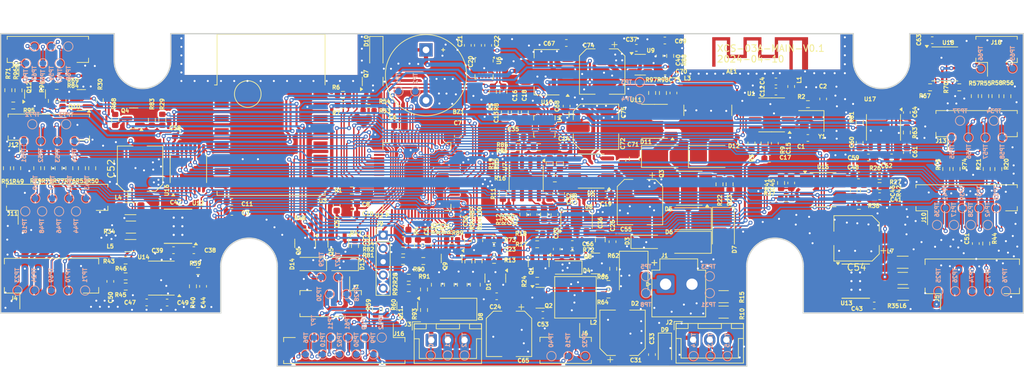
<source format=kicad_pcb>
(kicad_pcb (version 20240108) (generator "pcbnew") (generator_version "8.0")
  (title_block (title "XCS-03A-MAIN") (date "2024-04-10") (rev "V0.1") (company "Ovobot") (comment 1 "XCS-03A-MAIN,40x22x1.2mm ,FR4,2层,绿油白字,无铅喷锡"))
  (layers (0 "F.Cu" signal) (31 "B.Cu" signal) (34 "B.Paste" user) (35 "F.Paste" user) (36 "B.SilkS" user "B.Silkscreen") (37 "F.SilkS" user "F.Silkscreen") (38 "B.Mask" user) (39 "F.Mask" user) (44 "Edge.Cuts" user))
  (net 0 "")
  (net 1 "Net-(AE1-A)")
  (net 2 "GND")
  (net 3 "+3V3")
  (net 4 "Net-(BZ1-+)")
  (net 5 "Net-(U1-XC1)")
  (net 6 "Net-(U2-NRST)")
  (net 7 "+5V")
  (net 8 "Net-(C2-Pad1)")
  (net 9 "+3.3VP")
  (net 10 "Net-(U4-REGOUT)")
  (net 11 "Net-(U1-ANT)")
  (net 12 "+24V")
  (net 13 "VDD")
  (net 14 "Net-(C23-Pad2)")
  (net 15 "Net-(U12-VREF)")
  (net 16 "Net-(C24-Pad1)")
  (net 17 "Net-(C24-Pad2)")
  (net 18 "+BATT")
  (net 19 "Net-(U14A--)")
  (net 20 "+3.3VA")
  (net 21 "Net-(U7B-+)")
  (net 22 "Net-(U15A--)")
  (net 23 "Net-(U15B--)")
  (net 24 "ADC_FAN_MOTOR")
  (net 25 "Net-(U14B-+)")
  (net 26 "ADC_LEFT_MOTOR")
  (net 27 "Net-(U17-PWMN)")
  (net 28 "ADC_RIGHT_MOTOR")
  (net 29 "Net-(U18-~{SD})")
  (net 30 "Net-(U17-PWMP{slash}DAC)")
  (net 31 "Net-(U18-BYPASS)")
  (net 32 "VBUS")
  (net 33 "Net-(C29-Pad1)")
  (net 34 "Net-(C62-Pad2)")
  (net 35 "Net-(D9-A)")
  (net 36 "Net-(D8-A)")
  (net 37 "Net-(D13-A)")
  (net 38 "Net-(D14-A)")
  (net 39 "CHG_VREF55")
  (net 40 "Net-(J3-Pin_1)")
  (net 41 "+6V")
  (net 42 "/driver/MOTOR_LEFT_P")
  (net 43 "/driver/MOTOR_LEFT_N")
  (net 44 "/driver/MOTOR_RIGHT_P")
  (net 45 "/driver/MOTOR_RIGHT_N")
  (net 46 "SPEED_LEFT")
  (net 47 "SPEED_RIGHT")
  (net 48 "Net-(J12-Pin_3)")
  (net 49 "Net-(J13-Pin_3)")
  (net 50 "Net-(J12-Pin_6)")
  (net 51 "Net-(J13-Pin_6)")
  (net 52 "EDGE_DET_LT")
  (net 53 "EDGE_DET_LB")
  (net 54 "EDGE_DET_RB")
  (net 55 "EDGE_DET_RT")
  (net 56 "SCL1")
  (net 57 "SDA1")
  (net 58 "Net-(U11-FB)")
  (net 59 "SWDIO")
  (net 60 "SWCLK")
  (net 61 "Net-(D5-K)")
  (net 62 "Net-(D12-K)")
  (net 63 "Net-(U12-OUT1)")
  (net 64 "/power/BATT_NEG")
  (net 65 "Net-(J8-Pin_2)")
  (net 66 "Net-(U12-OUT2)")
  (net 67 "START")
  (net 68 "Net-(U13-OUT1)")
  (net 69 "Net-(U13-OUT2)")
  (net 70 "Net-(J8-Pin_3)")
  (net 71 "Net-(Q2-B)")
  (net 72 "Net-(Q2-C)")
  (net 73 "Net-(Q3-G)")
  (net 74 "Net-(Q4-B)")
  (net 75 "Net-(Q7-B)")
  (net 76 "Net-(J8-Pin_4)")
  (net 78 "Net-(Q1-B)")
  (net 79 "Net-(Q10-B)")
  (net 80 "Net-(Q1-C)")
  (net 81 "Net-(U3-TL_B1)")
  (net 82 "Net-(U3-TL_B7)")
  (net 83 "/main/BLE_MCU_RXD")
  (net 84 "WATER_PUMP")
  (net 85 "/main/BLE_MCU_TXD")
  (net 86 "SOLENOID_VALVE")
  (net 87 "Net-(Q8-G)")
  (net 88 "Net-(Q9-B)")
  (net 89 "Net-(U12-ISEN)")
  (net 90 "PWM_FAN")
  (net 91 "Net-(U13-ISEN)")
  (net 92 "Net-(U17-PC1{slash}SO)")
  (net 93 "BELL")
  (net 94 "LED_RED")
  (net 95 "LED_BLUE")
  (net 96 "VOICE_DATA")
  (net 97 "Net-(U18-IN-)")
  (net 98 "/power/CHG_WATCHDOG")
  (net 99 "/peripheral/VOICE_BUSY")
  (net 100 "Net-(Q11-B)")
  (net 101 "/main/MOSI")
  (net 102 "Net-(Q11-C)")
  (net 103 "Net-(Q12-B)")
  (net 104 "/peripheral/GREEN")
  (net 105 "Net-(U1-XC2)")
  (net 106 "/main/SCS")
  (net 107 "/main/SCK")
  (net 108 "/main/TSD_DATA")
  (net 109 "COLL_BTN_IN")
  (net 110 "COLL_BTN_PL")
  (net 111 "COLL_BTN_CP")
  (net 112 "PWM_LEFT1")
  (net 113 "PWM_LEFT2")
  (net 114 "PWM_RIGHT1")
  (net 115 "PWM_RIGHT2")
  (net 116 "UART2_RX")
  (net 117 "Net-(U1-DATA{slash}MOSI)")
  (net 118 "Net-(U7A--)")
  (net 119 "Net-(R19-Pad2)")
  (net 135 "POWER_SW")
  (net 136 "Net-(U7B--)")
  (net 137 "Net-(R62-Pad2)")
  (net 138 "Net-(R80-Pad2)")
  (net 139 "MPC_WATCHDOG")
  (net 140 "/driver/VREF55")
  (net 141 "LED_GREEN")
  (net 146 "Net-(J18-Pin_1)")
  (net 147 "Net-(J18-Pin_2)")
  (net 148 "/peripheral/RED")
  (net 149 "Net-(J16-Pin_7)")
  (net 150 "/peripheral/BLUE")
  (net 151 "Net-(J16-Pin_8)")
  (net 155 "Net-(J10-Pin_2)")
  (net 156 "Net-(J10-Pin_4)")
  (net 157 "Net-(J10-Pin_6)")
  (net 158 "Net-(J10-Pin_8)")
  (net 159 "Net-(J11-Pin_2)")
  (net 160 "Net-(J11-Pin_4)")
  (net 161 "Net-(J11-Pin_6)")
  (net 162 "Net-(J11-Pin_8)")
  (net 163 "Net-(D4-K)")
  (net 164 "/main/USB_DP")
  (net 165 "/main/USB_DM")
  (net 168 "TEMP")
  (net 169 "WATER_DET")
  (net 170 "CHG_V")
  (net 171 "CHG_PWM")
  (net 173 "BATT_V")
  (net 174 "BATT_C")
  (net 175 "SCL2")
  (net 176 "SDA2")
  (net 180 "+3.3VADC")
  (net 181 "Net-(U2-BOOT0)")
  (footprint "Ovo_Connector_JST:JST_ZH_B2B-ZR-SM4-TF_1x02-1MP_P1.50mm_Vertical" (layer "F.Cu") (at 225.502 81.507)
    (property "Reference" "J18")
    (property "Value" "ZH1.5MM/2ASMT")
  )
  (footprint "Resistor_SMD:R_0603_1608Metric" (layer "F.Cu") (at 146.167 112.008 90)
    (property "Reference" "R90")
    (property "Value" "10K/1%")
  )
  (footprint "Package_SO:Texas_HTSOP-8-1EP_3.9x4.9mm_P1.27mm_EP2.95x4.9mm_Mask2.4x3.1mm_ThermalVias" (layer "F.Cu") (at 204.355 114.959)
    (property "Reference" "U13")
    (property "Value" "DRV8870DDAR")
  )
  (footprint "Capacitor_SMD:C_0603_1608Metric" (layer "F.Cu") (at 158.358 101.786 90)
    (property "Reference" "C32")
    (property "Value" "0.1uF")
  )
  (footprint "Capacitor_SMD:C_0603_1608Metric" (layer "F.Cu") (at 161.778 109.387 180)
    (property "Reference" "C66")
    (property "Value" "10uF")
  )
  (footprint "Package_TO_SOT_SMD:SOT-23" (layer "F.Cu") (at 121.657 109.276 -90)
    (property "Reference" "Q6")
    (property "Value" "SI2310")
  )
  (footprint "Capacitor_SMD:C_0603_1608Metric" (layer "F.Cu") (at 166.824 101.933 180)
    (property "Reference" "C19")
    (property "Value" "0.1uF")
  )
  (footprint "Resistor_SMD:R_0603_1608Metric" (layer "F.Cu") (at 98.634 90.696 -90)
    (property "Reference" "R83")
    (property "Value" "10K/1%")
  )
  (footprint "Resistor_SMD:R_0603_1608Metric" (layer "F.Cu") (at 204.939 91.072 90)
    (property "Reference" "R61")
    (property "Value" "0R")
  )
  (footprint "Resistor_SMD:R_0603_1608Metric" (layer "F.Cu") (at 150.0322 108.6585)
    (property "Reference" "R73")
    (property "Value" "10K/1%")
  )
  (footprint "Resistor_SMD:R_0603_1608Metric" (layer "F.Cu") (at 139.5072 116.2185 -90)
    (property "Reference" "R91")
    (property "Value" "1K/1%")
  )
  (footprint "Diode_SMD:D_SMA" (layer "F.Cu") (at 179.149 105.573 180)
    (property "Reference" "D5")
    (property "Value" "SS34")
  )
  (footprint "Capacitor_SMD:C_0603_1608Metric" (layer "F.Cu") (at 97.8548 118.1616)
    (property "Reference" "C47")
    (property "Value" "0.1uF")
  )
  (footprint "Ovo_Connector_JST:JST_ZH_B8B-ZR-SM4-TF_1x08-1MP_P1.50mm_Vertical" (layer "F.Cu") (at 221.002 103.828332)
    (property "Reference" "J10")
    (property "Value" "ZH1.5MM/8ASMT")
  )
  (footprint "Ovo_Package_LGA:TDK_LGA-16_3x3mm_P0.5mm_LayoutBorder3x5y" (layer "F.Cu") (at 157.592 91.671 -90)
    (property "Reference" "U4")
    (property "Value" "MPU-6887")
  )
  (footprint "Package_SO:SOIC-8_3.9x4.9mm_P1.27mm" (layer "F.Cu") (at 179.342 100.981 180)
    (property "Reference" "Q3")
    (property "Value" "NCE40P13S")
  )
  (footprint "Resistor_SMD:R_0603_1608Metric" (layer "F.Cu") (at 127.336 86.955)
    (property "Reference" "R6")
    (property "Value" "0R")
  )
  (footprint "Capacitor_SMD:C_0603_1608Metric" (layer "F.Cu") (at 199.462 87.559 90)
    (property "Reference" "C2")
    (property "Value" "22pF")
  )
  (footprint "Capacitor_SMD:C_0603_1608Metric" (layer "F.Cu") (at 104.938 110.309 180)
    (property "Reference" "C38")
    (property "Value" "0.1uF")
  )
  (footprint "Resistor_SMD:R_0603_1608Metric" (layer "F.Cu") (at 84.349 85.592 180)
    (property "Reference" "R69")
    (property "Value" "330R")
  )
  (footprint "Resistor_SMD:R_0603_1608Metric" (layer "F.Cu") (at 157.5422 104.95 -90)
    (property "Reference" "R25")
    (property "Value" "100R")
  )
  (footprint "Resistor_SMD:R_0603_1608Metric" (layer "F.Cu") (at 153.679 94.801)
    (property "Reference" "R85")
    (property "Value" "10K/1%")
  )
  (footprint "Resistor_SMD:R_0603_1608Metric" (layer "F.Cu") (at 127.336 88.479)
    (property "Reference" "R7")
    (property "Value" "0R")
  )
  (footprint "Capacitor_SMD:C_0603_1608Metric" (layer "F.Cu") (at 153.68 93.3 180)
    (property "Reference" "C35")
    (property "Value" "0.1uF")
  )
  (footprint "Capacitor_SMD:C_0603_1608Metric" (layer "F.Cu") (at 101.886 110.309 180)
    (property "Reference" "C39")
    (property "Value" "10nF")
  )
  (footprint "Resistor_SMD:R_0603_1608Metric" (layer "F.Cu") (at 219.905 85.807)
    (property "Reference" "R70")
    (property "Value" "10K/1%")
  )
  (footprint "Resistor_SMD:R_0603_1608Metric" (layer "F.Cu") (at 204.822 103.634 180)
    (property "Reference" "R38")
    (property "Value" "15K/1%")
  )
  (footprint "Capacitor_SMD:C_0603_1608Metric" (layer "F.Cu") (at 175.683 78.77 180)
    (property "Reference" "C69")
    (property "Value" "1uF")
  )
  (footprint "Resistor_SMD:R_0805_2012Metric" (layer "F.Cu") (at 143.3074 115.4975 90)
    (property "Reference" "R33")
    (property "Value" "0.1R")
  )
  (footprint "Capacitor_SMD:C_0603_1608Metric" (layer "F.Cu") (at 99.805 103.09)
    (property "Reference" "C42")
    (property "Value" "0.1uF")
  )
  (footprint "Resistor_SMD:R_0603_1608Metric" (layer "F.Cu") (at 136.383 110.34)
    (property "Reference" "R82")
    (property "Value" "100R")
  )
  (footprint "Resistor_SMD:R_0603_1608Metric" (layer "F.Cu") (at 100.2 90.696 -90)
    (property "Reference" "R29")
    (property "Value" "1K/1%")
  )
  (footprint "Resistor_SMD:R_0603_1608Metric" (layer "F.Cu") (at 104.802 115.7354 -90)
    (property "Reference" "R40")
    (property "Value" "51K/1%")
  )
  (footprint "Inductor_SMD:L_1206_3216Metric" (layer "F.Cu") (at 211.401 112.122)
    (property "Reference" "L7")
    (property "Value" "600R@100MHz/3A")
  )
  (footprint "Ovo_RF_Antenna:Texas_SWRA117D_2.4GHz_Left" (layer "F.Cu") (at 185.742 83.42)
    (property "Reference" "AE1")
    (property "Value" "Antenna_Shield")
  )
  (footprint "Resistor_SMD:R_0603_1608Metric" (layer "F.Cu") (at 193.914 102.4686)
    (property "Reference" "R37")
    (property "Value" "15K/1%")
  )
  (footprint "Resistor_SMD:R_0603_1608Metric" (layer "F.Cu") (at 217.949 98.092 -90)
    (property "Reference" "R75")
    (property "Value" "10K/1%")
  )
  (footprint "Resistor_SMD:R_0603_1608Metric" (layer "F.Cu") (at 161.772 110.928 180)
    (property "Reference" "R72")
    (property "Value" "100R")
  )
  (footprint "Resistor_SMD:R_0603_1608Metric" (layer "F.Cu") (at 190.662 94.258 90)
    (property "Reference" "R9")
    (property "Value" "0R")
  )
  (footprint "Resistor_SMD:R_0603_1608Metric" (layer "F.Cu") (at 129.133 109.68 -90)
    (property "Reference" "R47")
    (property "Value" "10K/1%")
  )
  (footprint "Resistor_SMD:R_0603_1608Metric" (layer "F.Cu") (at 78.408 97.975 90)
    (property "Reference" "R49")
    (property "Value" "1K/1%")
  )
  (footprint "Ovo_Connector_JST:JST_ZH_B10B-ZR-SM4-TF_1x10-1MP_P1.50mm_Vertical" (layer "F.Cu") (at 127.536 123.996 180)
    (property "Reference" "J16")
    (property "Value" "ZH1.5MM/10ASMT")
  )
  (footprint "Capacitor_SMD:C_0603_1608Metric" (layer "F.Cu") (at 159.828 94.77)
    (property "Reference" "C14")
    (property "Value" "0.47uF")
  )
  (footprint "Capacitor_SMD:C_0603_1608Metric" (layer "F.Cu") (at 175.732 83.445 180)
    (property "Reference" "C70")
    (property "Value" "1uF")
  )
  (footprint "Capacitor_SMD:C_0603_1608Metric" (layer "F.Cu") (at 154.6505 89.497 -90)
    (property "Reference" "C18")
    (property "Value" "2.2uF")
  )
  (footprint "Ovo_Connector_JST:JST_ZH_B6B-ZR-SM4-TF_1x06-1MP_P1.50mm_Vertical" (layer "F.Cu") (at 83.022 81.503)
    (property "Reference" "J8")
    (property "Value" "ZH1.5MM/6ASMT")
  )
  (footprint "Resistor_SMD:R_0603_1608Metric" (layer "F.Cu") (at 147.701 111.98 -90)
    (property "Reference" "R14")
    (property "Value" "1K/1%")
  )
  (footprint "Capacitor_SMD:C_0603_1608Metric" (layer "F.Cu") (at 144.593 93.156 -90)
    (property "Reference" "C7")
    (property "Value" "0.1uF")
  )
  (footprint "Capacitor_SMD:CP_Elec_6.3x7.7" (layer "F.Cu") (at 166.269 83.434 -90)
    (property "Reference" "C74")
    (property "Value" "470uF/10V")
  )
  (footprint "Resistor_SMD:R_0603_1608Metric" (layer "F.Cu") (at 93.13 90.711 90)
    (property "Reference" "R68")
    (property "Value" "330R")
  )
  (footprint "Capacitor_SMD:C_0603_1608Metric" (layer "F.Cu") (at 204.939 94.08 90)
    (property "Reference" "C60")
    (property "Value" "1nF")
  )
  (footprint "Resistor_SMD:R_0603_1608Metric" (layer "F.Cu") (at 159.922 97.229 -90)
    (property "Reference" "R65")
    (property "Value" "100R")
  )
  (footprint "Resistor_SMD:R_0603_1608Metric" (layer "F.Cu") (at 167.208 116.969 180)
    (property "Reference" "R64")
    (property "Value" "680R")
  )
  (footprint "Capacitor_SMD:C_0603_1608Metric" (layer "F.Cu") (at 206.253 96.359 180)
    (property "Reference" "C59")
    (property "Value" "10uF")
  )
  (footprint "Resistor_SMD:R_0603_1608Metric" (layer "F.Cu") (at 225.768 98.108 -90)
    (property "Reference" "R20")
    (property "Value" "10K/1%")
  )
  (footprint "Resistor_SMD:R_0603_1608Metric" (layer "F.Cu") (at 154.4254 104.95 -90)
    (property "Reference" "R12")
    (property "Value" "100K/1%")
  )
  (footprint "Package_TO_SOT_SMD:SOT-23" (layer "F.Cu") (at 131.797 84.937 90)
    (property "Reference" "Q7")
    (property "Value" "SS8050")
  )
  (footprint "Capacitor_SMD:C_0603_1608Metric" (layer "F.Cu") (at 149.147 79.497 -90)
    (property "Reference" "C22")
    (property "Value" "2.2uF")
  )
  (footprint "Resistor_SMD:R_0603_1608Metric" (layer "F.Cu") (at 219.496 98.092 -90)
    (property "Reference" "R74")
    (property "Value" "10K/1%")
  )
  (footprint "Capacitor_SMD:C_0603_1608Metric" (layer "F.Cu") (at 192.363 86.45)
    (property "Reference" "C12")
    (property "Value" "1.2pF")
  )
  (footprint "Ovo_Connector_JST:JST_ZH_B8B-ZR-SM4-TF_1x08-1MP_P1.50mm_Vertical" (layer "F.Cu") (at 84.416 103.765)
    (property "Reference" "J11")
    (property "Value" "ZH1.5MM/8ASMT")
  )
  (footprint "Resistor_SMD:R_0603_1608Metric" (layer "F.Cu") (at 136.363 111.914 180)
    (property "Reference" "R81")
    (property "Value" "100K/1%")
  )
  (footprint "Capacitor_SMD:C_0603_1608Metric" (layer "F.Cu") (at 144.523 105.098 90)
    (property "Reference" "C56")
    (property "Value" "0.1uF")
  )
  (footprint "Capacitor_SMD:C_0603_1608Metric" (layer "F.Cu") (at 222.384 109.306 -90)
    (property "Reference" "C51")
    (property "Value" "0.1uF")
  )
  (footprint "Capacitor_SMD:C_0603_1608Metric" (layer "F.Cu") (at 192.2 94.236 -90)
    (property "Reference" "C15")
    (property "Value" "0.1uF")
  )
  (footprint "Ovo_Oscillaror:Oscillator_SMD_Abracon_ASE-4Pin_3.2x2.5mm" (layer "F.Cu") (at 197.678 90.89 180)
    (property "Reference" "Y1")
    (property "Value" "16MHz/22pF(10ppm)")
  )
  (footprint "Ovo_Connector_JST:JST_ZH_B6B-ZR-SM4-TF_1x06-1MP_P1.50mm_Vertical" (layer "F.Cu") (at 83.161 93.201)
    (property "Reference" "J12")
    (property "Value" "ZH1.5MM/6ASMT")
  )
  (footprint "Resistor_SMD:R_0603_1608Metric" (layer "F.Cu") (at 143.728 108.807 180)
    (property "Reference" "R89")
    (property "Value" "10K/1%")
  )
  (footprint "Resistor_SMD:R_0603_1608Metric" (layer "F.Cu") (at 225.347 87.133 -90)
    (property "Reference" "R58")
    (property "Value" "10K/1%")
  )
  (footprint "Package_TO_SOT_SMD:SOT-23" (layer "F.Cu") (at 88.0375 87.714 180)
    (property "Reference" "Q10")
    (property "Value" "SS8050")
  )
  (footprint "Resistor_SMD:R_0603_1608Metric" (layer "F.Cu") (at 176.4845 81.087 -90)
    (property "Reference" "R88")
    (property "Value" "0R")
  )
  (footprint "Resistor_SMD:R_0603_1608Metric" (layer "F.Cu") (at 193.1388 100.1948 90)
    (property "Reference" "R41")
    (property "Value" "51K/1%")
  )
  (footprint "Capacitor_SMD:CP_Elec_6.3x5.4" (layer "F.Cu") (at 171.948 103.075 -90)
    (property "Reference" "C55")
    (property "Value" "100uF/35V")
  )
  (footprint "Ovo_Connector_JST:JST_ZH_B3B-ZR-SM4-TF_1x03-1MP_P1.50mm_Vertical" (layer "F.Cu") (at 160.781 123.97 180)
    (property "Reference" "J6")
    (property "Value" "ZH1.5MM/3ASMT")
  )
  (footprint "Capacitor_SMD:C_0603_1608Metric" (layer "F.Cu") (at 160.102 101.786 90)
    (property "Reference" "C28")
    (property "Value" "0.1uF")
  )
  (footprint "Resistor_SMD:R_0603_1608Metric" (layer "F.Cu") (at 197.17 88.341)
    (property "Reference" "R2")
    (property "Value" "510R")
  )
  (footprint "Capacitor_SMD:C_0603_1608Metric" (layer "F.Cu") (at 157.359 120.031 180)
    (property "Reference" "C53")
    (property "Value" "0.1uF")
  )
  (footprint "Package_TO_SOT_SMD:SOT-23" (layer "F.Cu") (at 165.263 112.301 180)
    (property "Reference" "Q8")
    (property "Value" "HSS6107")
  )
  (footprint "Inductor_SMD:L_0603_1608Metric" (layer "F.Cu") (at 194.66 85.687 90)
    (property "Reference" "L1")
    (property "Value" "3.3uH")
  )
  (footprint "Resistor_SMD:R_0603_1608Metric" (layer "F.Cu") (at 89.677 97.975 90)
    (property "Reference" "R50")
    (property "Value" "1K/1%")
  )
  (footprint "Resistor_SMD:R_0805_2012Metric" (layer "F.Cu") (at 147.219 115.4975 90)
    (property "Reference" "R31")
    (property "Value" "0.1R")
  )
  (footprint "Resistor_SMD:R_0603_1608Metric" (layer "F.Cu") (at 132.288 119.234 -90)
    (property "Reference" "R59")
    (property "Value" "330R")
  )
  (footprint "Resistor_SMD:R_0603_1608Metric" (layer "F.Cu") (at 183.892 100.394 90)
    (property "Reference" "R22")
    (property "Value" "10K/1%")
  )
  (footprint "Package_SO:SOIC-8_3.9x4.9mm_P1.27mm" (layer "F.Cu") (at 174.132 90.929 180)
    (property "Reference" "U11")
    (property "Value" "XL1509-ADJ")
  )
  (footprint "Capacitor_SMD:C_0805_2012Metric" (layer "F.Cu") (at 171.096 96.55 90)
    (property "Reference" "C71")
    (property "Value" "10uF/35V")
  )
  (footprint "Resistor_SMD:R_0603_1608Metric" (layer "F.Cu") (at 167.197 115.393)
    (property "Reference" "R66")
    (property "Value" "51R")
  )
  (footprint "Package_SO:TSSOP-16_4.4x5mm_P0.65mm" (layer "F.Cu") (at 104.122 97.951 90)
    (property "Reference" "U16")
    (property "Value" "74HC165")
  )
  (footprint "Diode_SMD:D_SMA" (layer "F.Cu") (at 179.149 109.129 180)
    (property "Reference" "D6")
    (property "Value" "SS34")
  )
  (footprint "Resistor_SMD:R_1206_3216Metric" (layer "F.Cu") (at 95.4908 106.828391 180)
    (property "Reference" "R34")
    (property "Value" "0.033R/1%(1W)")
  )
  (footprint "Capacitor_SMD:C_0603_1608Metric" (layer "F.Cu") (at 150.0292 110.2115)
    (property "Reference" "C23")
    (property "Value" "10uF")
  )
  (footprint "Connector_JST:JST_XH_B3B-XH-A_1x03_P2.50mm_Vertical" (layer "F.Cu") (at 140.595 123.83)
    (property "Reference" "J3")
    (property "Value" "XH2.54MM/3A")
  )
  (footprint "Resistor_SMD:R_0603_1608Metric" (layer "F.Cu") (at 77.077 86.239 90)
    (property "Reference" "R71")
    (property "Value" "10K/1%")
  )
  (footprint "Connector_JST:JST_XH_B3B-XH-A_1x03_P2.50mm_Vertical" (layer "F.Cu") (at 179.925 123.782)
    (property "Reference" "J2")
    (property "Value" "XHB2.54MM/3A")
  )
  (footprint "Resistor_SMD:R_0603_1608Metric" (layer "F.Cu") (at 151.344 101.817 90)
    (property "Reference" "R11")
    (property "Value" "1M/1%")
  )
  (footprint "Capacitor_SMD:C_0603_1608Metric" (layer "F.Cu") (at 135.822 91.527 180)
    (property "Reference" "C6")
    (property "Value" "0.1uF")
  )
  (footprint "Resistor_SMD:R_0603_1608Metric" (layer "F.Cu") (at 81.425 97.975 -90)
    (property "Reference" "R79")
    (property "Value" "10K/1%")
  )
  (footprint "Package_TO_SOT_SMD:SOT-23" (layer "F.Cu") (at 126.641 109.231 -90)
    (property "Reference" "Q5")
    (property "Value" "SI2310")
  )
  (footprint "Resistor_SMD:R_0603_1608Metric" (layer "F.Cu") (at 76.865 97.975 90)
    (property "Reference" "R51")
    (property "Value" "10K/1%")
  )
  (footprint "Package_SO:SOIC-8_3.9x4.9mm_P1.27mm" (layer "F.Cu") (at 217.73 82.296)
    (property "Reference" "U18")
    (property "Value" "8002A")
  )
  (footprint "Resistor_SMD:R_1206_3216Metric" (layer "F.Cu") (at 184.504 119.62)
    (property "Reference" "R10")
    (property "Value" "0.1R/1%")
  )
  (footprint "Resistor_SMD:R_0603_1608Metric" (layer "F.Cu") (at 78.603 86.259 -90)
    (property "Reference" "R96")
    (property "Value" "330R")
  )
  (footprint "Capacitor_SMD:C_0603_1608Metric" (layer "F.Cu") (at 191.408 96.545)
    (property "Reference" "C17")
    (property "Value" "1uF")
  )
  (footprint "Resistor_SMD:R_0603_1608Metric" (layer "F.Cu") (at 133.808 119.234 -90)
    (property "Reference" "R60")
    (property "Value" "330R")
  )
  (footprint "Resistor_SMD:R_0603_1608Metric" (layer "F.Cu") (at 139.514 119.303 90)
    (property "Reference" "R93")
    (property "Value" "0R")
  )
  (footprint "Package_TO_SOT_SMD:SOT-89-3" (layer "F.Cu") (at 162.419 105.68 90)
    (property "Reference" "U8")
    (property "Value" "HT7533")
  )
  (footprint "Resistor_SMD:R_0603_1608Metric" (layer "F.Cu") (at 224.028 98.092 -90)
    (property "Reference" "R21")
    (property "Value" "10K/1%")
  )
  (footprint "Buzzer_Beeper:Buzzer_12x9.5RM7.6" (layer "F.Cu") (at 139.807 80.182 -90)
    (property "Reference" "BZ1")
    (property "Value" "85dB/5V")
  )
  (footprint "Package_TO_SOT_SMD:SOT-23" (layer "F.Cu") (at 81.088 86.8135 90)
    (property "Reference" "Q12")
    (property "Value" "SS8550")
  )
  (footprint "Capacitor_SMD:C_0603_1608Metric" (layer "F.Cu") (at 140.077 109.584 90)
    (property "Reference" "C5")
    (property "Value" "0.1uF")
  )
  (footprint "Capacitor_SMD:C_0603_1608Metric" (layer "F.Cu") (at 176.973 86.666 90)
    (property "Reference" "C73")
    (property "Value" "3.3nF")
  )
  (footprint "Diode_SMD:D_SOD-123" (layer "F.Cu") (at 160.873 112.91 180)
    (property "Reference" "D4")
    (property "Value" "SS14")
  )
  (footprint "Ovo_Inductor_SMD:L_GZJ_CD75" (layer "F.Cu") (at 182.135 89.268 90)
    (property "Reference" "L3")
    (property "Value" "68uH")
  )
  (footprint "Capacitor_SMD:C_0603_1608Metric" (layer "F.Cu") (at 147.813 108.906 -90)
    (property "Reference" "C30")
    (property "Value" "0.1uF")
  )
  (footprint "Capacitor_SMD:C_0603_1608Metric" (layer "F.Cu") (at 174.9065 81.078 -90)
    (property "Reference" "C40")
    (property "Value" "1uF")
  )
  (footprint "Resistor_SMD:R_0603_1608Metric" (layer "F.Cu") (at 83.614 87.862 90)
    (property "Reference" "R94")
    (property "Value" "1K/1%")
  )
  (footprint "Capacitor_SMD:C_0603_1608Metric" (layer "F.Cu") (at 92.398 114.997 -90)
    (property "Reference" "C50")
    (property "Value" "0.1uF")
  )
  (footprint "Capacitor_SMD:C_0603_1608Metric" (layer "F.Cu") (at 159.447 110.147 90)
    (property "Reference" "C29")
    (property "Value" "1nF")
  )
  (footprint "Resistor_SMD:R_0603_1608Metric" (layer "F.Cu") (at 207.9318 99.141 180)
    (property "Reference" "R26")
    (property "Value" "4.7K/1%")
  )
  (footprint "Resistor_SMD:R_0603_1608Metric" (layer "F.Cu") (at 156.505 107.862 180)
    (property "Reference" "R18")
    (property "Value" "10K/1%")
  )
  (footprint "Resistor_SMD:R_0603_1608Metric" (layer "F.Cu") (at 227.121 87.152 -90)
    (property "Reference" "R56")
    (property "Value" "1K/1%")
  )
  (footprint "Resistor_SMD:R_0603_1608Metric" (layer "F.Cu") (at 215.522 85.807)
    (property "Reference" "R67")
    (property "Value" "10K/1%")
  )
  (footprint "Ovo_Connector_JST:JST_PH_B5B-PH-SM4-TB_1x05-1MP_P2.00mm_Vertical" (layer "F.Cu") (at 221.852 115.989)
    (property "Reference" "J5")
    (property "Value" "PH2.0MM/5ASMT")
  )
  (footprint "Package_SO:SOIC-8_3.9x4.9mm_P1.27mm" (layer "F.Cu") (at 154.854 99.517 -90)
    (property "Reference" "U7")
    (property "Value" "LMV358TP-SR")
  )
  (footprint "Ovo_Connector_JST:JST_PH_B5B-PH-SM4-TB_1x05-1MP_P2.00mm_Vertical" (layer "F.Cu") (at 83.566 115.896)
    (property "Reference" "J4")
    (property "Value" "PH2.0MM/5ASMT")
  )
  (footprint "Diode_SMD:D_SOD-123" (layer "F.Cu") (at 122.523 112.389 180)
    (property "Reference" "D14")
    (property "Value" "SS14")
  )
  (footprint "Diode_SMD:D_SMB" (layer "F.Cu") (at 171.002 114.128 -90)
    (property "Reference" "D2")
    (property "Value" "SMBJ26CA")
  )
  (footprint "Resistor_SMD:R_0603_1608Metric" (layer "F.Cu") (at 138.61 109.581 -90)
    (property "Reference" "R4")
    (property "Value" "0R")
  )
  (footprint "Capacitor_SMD:C_0603_1608Metric" (layer "F.Cu") (at 151.6415 89.497 -90)
    (property "Reference" "C13")
    (property "Value" "10nF")
  )
  (footprint "Capacitor_SMD:C_0603_1608Metric" (layer "F.Cu") (at 110.65 103.024)
    (property "Reference" "C11")
    (property "Value" "0.1uF")
  )
  (footprint "Resistor_SMD:R_0603_1608Metric" (layer "F.Cu") (at 156.505 109.42)
    (property "Reference" "R17")
    (property "Value" "10K/1%")
  )
  (footprint "Resistor_SMD:R_0603_1608Metric" (layer "F.Cu") (at 149.853 86.482 -90)
    (property "Reference" "R5")
    (property "Value" "4.7K/1%")
  )
  (footprint "Capacitor_SMD:C_0603_1608Metric" (layer "F.Cu") (at 167.826 109.031 -90)
    (property "Reference" "C26")
    (property "Value" "0.1uF")
  )
  (footprint "Resistor_SMD:R_0603_1608Metric" (layer "F.Cu") (at 105.5762 113.4372 180)
    (property "Reference" "R39")
    (property "Value" "15K/1%")
  )
  (footprint "Capacitor_SMD:C_0603_1608Metric" (layer "F.Cu") (at 169.302 96.81 90)
    (property "Reference" "C72")
    (property "Value" "1uF")
  )
  (footprint "Capacitor_SMD:C_0603_1608Metric" (layer "F.Cu") (at 204.7812 99.0626)
    (property "Reference" "C48")
    (property "Value" "0.1uF")
  )
  (footprint "Diode_SMD:D_SMA" (layer "F.Cu") (at 184.471 107.38 -90)
    (property "Reference" "D7")
    (property "Value" "SS34")
  )
  (footprint "Resistor_SMD:R_0805_2012Metric" (layer "F.Cu") (at 141.3516 115.4975 90)
    (property "Reference" "R36")
    (property "Value" "0.1R")
  )
  (footprint "Resistor_SMD:R_0603_1608Metric" (layer "F.Cu") (at 156.786 94.801)
    (property "Reference" "R86")
    (property "Value" "2K/1%")
  )
  (footprint "Resistor_SMD:R_0603_1608Metric" (layer "F.Cu") (at 137.218 114.4495 180)
    (property "Reference" "R28")
    (property "Value" "10K/1%")
  )
  (footprint "Capacitor_SMD:C_0603_1608Metric" (layer "F.Cu") (at 207.932 102.189)
    (property "Reference" "C41")
    (property "Value" "0.1uF")
  )
  (footprint "Diode_SMD:D_SMA" (layer "F.Cu") (at 182.7275 96.213)
    (property "Reference" "D12")
    (property "Value" "SS34")
  )
  (footprint "Package_TO_SOT_SMD:SOT-23" (layer "F.Cu") (at 143.659 111.546 -90)
    (property "Reference" "Q9")
    (property "Value" "SS8550")
  )
  (footprint "Capacitor_SMD:C_0603_1608Metric" (layer "F.Cu") (at 159.1006 104.95 90)
    (property "Reference" "C27")
    (property "Value" "0.1uF")
  )
  (footprint "Resistor_SMD:R_0603_1608Metric" (layer "F.Cu") (at 188.691 94.265 90)
    (property "Reference" "R3")
    (property "Value" "1K/1%")
  )
  (footprint "Resistor_SMD:R_0603_1608Metric" (layer "F.Cu") (at 207.9328 100.665)
    (property "Reference" "R27")
    (property "Value" "3.3K/1%")
  )
  (footprint "Capacitor_SMD:C_0603_1608Metric" (layer "F.Cu") (at 209.742 96.355)
    (property "Reference" "C62")
    (property "Value" "0.39uF")
  )
  (footprint "Capacitor_SMD:C_0603_1608Metric" (layer "F.Cu") (at 100.925 118.176)
    (property "Reference" "C49")
    (property "Value" "0.1uF")
  )
  (footprint "Resistor_SMD:R_0603_1608Metric" (layer "F.Cu") (at 222.233 87.133 -90)
    (property "Reference" "R57")
    (property "Value" "10K/1%")
  )
  (footprint "Ovo_Connector_JST:JST_ZH_B4B-ZR-SM4-TF_1x04-1MP_P1.50mm_Vertical" (layer "F.Cu") (at 125.487 116.938 180)
    (property "Reference" "J7")
    (property "Value" "ZH1.5MM/4ASMT")
  )
  (footprint "Capacitor_SMD:C_0603_1608Metric" (layer "F.Cu") (at 136.391 107.236)
    (property "Reference" "C3")
    (property "Value" "0.1uF")
  )
  (footprint "Package_SO:SOIC-8_3.9x4.9mm_P1.27mm" (layer "F.Cu") (at 100.061 114.504 180)
    (property "Reference" "U14")
    (property "Value" "LMV358TP-SR")
  )
  (footprint "Resistor_SMD:R_0603_1608Metric" (layer "F.Cu") (at 167.93 113.103 -90)
    (property "Reference" "R62")
    (property "Value" "680R")
  )
  (footprint "Capacitor_SMD:CP_Elec_6.3x5.4" (layer "F.Cu") (at 152.274 122.894 -90)
    (property "Reference" "C65")
    (property "Value" "100uF/35V")
  )
  (footprint "Ovo_Inductor_SMD:L_GZJ_WNR6045" (layer "F.Cu") (at 162.257 117.401)
    (property "Reference" "L2")
    (property "Value" "100uH")
  )
  (footprint "Resistor_SMD:R_0603_1608Metric" (layer "F.Cu") (at 173.775 86.657 -90)
    (property "Reference" "R97")
    (property "Value" "1K/1%")
  )
  (footprint "Capacitor_SMD:C_0603_1608Metric" (layer "F.Cu") (at 128.678 103.349)
    (property "Reference" "C8")
    (property "Value" "0.1uF")
  )
  (footprint "Resistor_SMD:R_0603_1608Metric" (layer "F.Cu") (at 156.513 114.907 180)
    (property "Reference" "R24")
    (property "Value" "1K/1%")
  )
  (footprint "Package_SO:SOIC-8_3.9x4.9mm_P1.27mm" (layer "F.Cu") (at 199.438 101.198)
    (property "Reference" "U15")
    (property "Value" "LMV358TP-SR")
  )
  (footprint "Capacitor_SMD:C_0603_1608Metric" (layer "F.Cu") (at 106.326 115.7356 -90)
    (property "Reference" "C44")
    (property "Value" "0.1uF")
  )
  (footprint "Resistor_SMD:R_0603_1608Metric" (layer "F.Cu") (at 90.806 87.754 -90)
    (property "Reference" "R30")
    (property "Value" "1K/1%")
  )
  (footprint "Capacitor_SMD:C_0603_1608Metric" (layer "F.Cu") (at 171.406 79.876)
    (property "Reference" "C37")
    (property "Value" "1uF")
  )
  (footprint "Inductor_SMD:L_1206_3216Metric" (layer "F.Cu") (at 95.4208 104.049782 180)
    (property "Reference" "L4")
    (property "Value" "600R@100MHz/3A")
  )
  (footprint "Resistor_SMD:R_0603_1608Metric" (layer "F.Cu") (at 77.817 88.548)
    (property "Reference" "R95")
    (property "Value" "10K/1%")
  )
  (footprint "Ovo_Connector_JST:JST_ZH_B6B-ZR-SM4-TF_1x06-1MP_P1.50mm_Vertical" (layer "F.Cu") (at 222.502 92.667666)
    (property "Reference" "J13")
    (property "Value" "ZH1.5MM/6ASMT")
  )
  (footprint "Package_TO_SOT_SMD:SOT-23" (layer "F.Cu") (at 95.9005 90.483 180)
    (property "Reference" "Q4")
    (property "Value" "SS8050")
  )
  (footprint "Package_SO:SOIC-8_3.9x4.9mm_P1.27mm" (layer "F.Cu") (at 191.724 89.955 180)
    (property "Reference" "U1")
    (property "Value" "HS6220")
  )
  (footprint "Resistor_SMD:R_0603_1608Metric" (layer "F.Cu") (at 131.188 89.385 180)
    (property "Reference" "R53")
    (property "Value" "1K/1%")
  )
  (footprint "Resistor_SMD:R_0603_1608Metric" (layer "F.Cu") (at 205.571 101.364 90)
    (property "Reference" "R42")
    (property "Value" "51K/1%")
  )
  (footprint "Capacitor_SMD:C_0603_1608Metric" (layer "F.Cu") (at 173.747 126.005 90)
    (property "Reference" "C33")
    (property "Value" "0.1uF")
  )
  (footprint "Resistor_SMD:R_0603_1608Metric" (layer "F.Cu") (at 150.0292 111.7595 180)
    (property "Reference" "R13")
    (property "Value" "1M/1%")
  )
  (footprint "Capacitor_SMD:C_0805_2012Metric" (layer "F.Cu") (at 165.987 108.8015 -90)
    (property "Reference" "C36")
    (property "Value" "10uF/35V")
  )
  (footprint "Resistor_SMD:R_0603_1608Metric" (layer "F.Cu") (at 121.655 106.617 180)
    (property "Reference" "R48")
    (property "Value" "10K/1%")
  )
  (footprint "Capacitor_SMD:C_0603_1608Metric" (layer "F.Cu") (at 194.6628 100.195 90)
    (property "Reference" "C45")
    (property "Value" "0.1uF")
  )
  (footprint "Package_TO_SOT_SMD:SOT-23" (layer "F.Cu") (at 156.9605 117.46)
    (property "Reference" "Q2")
    (property "Value" "SS8050")
  )
  (footprint "Capacitor_SMD:C_0603_1608Metric" (layer "F.Cu") (at 155.9838 104.95 -90)
    (property "Reference" "C25")
    (property "Value" "0.1uF")
  )
  (footprint "Capacitor_SMD:C_0603_1608Metric" (layer "F.Cu") (at 126.393 103.583 -90)
    (property "Reference" "C57")
    (property "Value" "4.7uF")
  )
  (footprint "Resistor_SMD:R_0603_1608Metric" (layer "F.Cu") (at 151.421 86.482 -90)
    (property "Reference" "R8")
    (property "Value" "4.7K/1%")
  )
  (footprint "Resistor_SMD:R_0603_1608Metric" (layer "F.Cu") (at 212.027 92.609 -90)
    (property "Reference" "R63")
    (property "Value" "10K/1%")
  )
  (footprint "Diode_SMD:D_SOD-123" (layer "F.Cu") (at 175.694 125.132 -90)
    (property "Reference" "D9")
    (property "Value" "SS14")
  )
  (footprint "Capacitor_SMD:C_0603_1608Metric" (layer "F.Cu") (at 102.892 93.162)
    (property "Reference" "C58")
    (property "Value" "0.1uF")
  )
  (footprint "Capacitor_SMD:C_0603_1608Metric" (layer "F.Cu") (at 215.842 78.719 180)
    (property "Reference" "C63")
    (property "Value" "1uF")
  )
  (footprint "Capacitor_SMD:CP_Elec_6.3x7.7" (layer "F.Cu") (at 165.34 91.747)
    (property "Reference" "C75")
    (property "Value" "470uF/10V")
  )
  (footprint "Resistor_SMD:R_0603_1608Metric" (layer "F.Cu") (at 158.386 97.245 90)
    (property "Reference" "R19")
    (property "Value" "51K/1%")
  )
  (footprint "Resistor_SMD:R_0603_1608Metric" (layer "F.Cu") (at 131.198 87.851)
    (property "Reference" "R54")
    (property "Value" "10K/1%")
  )
  (footprint "Resistor_SMD:R_0603_1608Metric" (layer "F.Cu") (at 94.709 115.776)
    (property "Reference" "R45")
    (property "Value" "10K/1%")
  )
  (footprint "Diode_SMD:D_SOD-123" (layer "F.Cu") (at 132.35 80.514 -90)
    (property "Reference" "D10")
    (property "Value" "SS14")
  )
  (footprint "Resistor_SMD:R_0805_2012Metric" (layer "F.Cu") (at 145.2632 115.4975 90)
    (property "Reference" "R32")
    (property "Value" "0.1R")
  )
  (footprint "Resistor_SMD:R_0603_1608Metric" (layer "F.Cu") (at 94.691 111.851)
    (property "Reference" "R43")
    (property "Value" "10K/1%")
  )
  (footprint "Diode_SMD:D_SOD-123" (layer "F.Cu") (at 172.9485 109.049)
    (property "Reference" "D3")
    (property "Value" "SS14")
  )
  (footprint "Resistor_SMD:R_0603_1608Metric" (layer "F.Cu") (at 83.027666 97.975 -90)
    (property "Reference" "R78")
    (property "Value" "10K/1%")
  )
  (footprint "Ovo_RF_Module:Tuya_BT3L" (layer "F.Cu") (at 116.54 93.453)
    (property "Reference" "U3")
    (property "Value" "BT3L")
  )
  (footprint "Package_SO:SOIC-8_3.9x4.9mm_P1.27mm" (layer "F.Cu") (at 164.609 98.405 180)
    (property "Reference" "U5")
    (property "Value" "PMC131-S08A")
  )
  (footprint "Capacitor_SMD:CP_Elec_6.3x5.4" (layer "F.Cu") (at 169.329 122.729 90)
    (property "Reference" "C31")
    (property "Value" "100uF/35V")
  )
  (footprint "Resistor_SMD:R_0603_1608Metric" (layer "F.Cu") (at 139.403 111.93 180)
    (property "Reference" "R80")
    (property "Value" "1M/1%")
  )
  (footprint "Capacitor_SMD:C_0603_1608Metric" (layer "F.Cu") (at 153.146 89.497 -90)
    (property "Reference" "C16")
    (property "Value" "0.1uF")
  )
  (footprint "Resistor_SMD:R_0603_1608Metric" (layer "F.Cu") (at 223.951 109.306 -90)
    (property "Reference" "R44")
    (property "Value" "10K/1%")
  )
  (footprint "Resistor_SMD:R_1206_3216Metric" (layer "F.Cu") (at 211.416 114.549)
    (property "Reference" "R35")
    (property "Value" "0.033R/1%(1W)")
  )
  (footprint "Package_SO:Texas_HTSOP-8-1EP_3.9x4.9mm_P1.27mm_EP2.95x4.9mm_Mask2.4x3.1mm_ThermalVias" (layer "F.Cu") (at 102.566 106.705 180)
    (property "Reference" "U12")
    (property "Value" "DRV8870DDAR")
  )
  (footprint "Capacitor_SMD:C_0603_1608Metric" (layer "F.Cu") (at 207.131 118.627 180)
    (property "Reference" "C43")
    (property "Value" "0.1uF")
  )
  (footprint "Capacitor_SMD:CP_Elec_6.3x5.4" (layer "F.Cu") (at 204.476 108.522 180)
    (property "Reference" "C54")
    (property "Value" "100uF/35V")
  )
  (footprint "Capacitor_SMD:C_0603_1608Metric" (layer "F.Cu") (at 128.683 104.843666)
    (property "Reference" "C10")
    (property "Value" "0.1uF")
  )
  (footprint "Diode_SMD:D_SOD-123" (layer "F.Cu") (at 127.293 112.389 180)
    (property "Reference" "D13")
    (property "Value" "SS14")
  )
  (footprint "Resistor_SMD:R_0603_1608Metric" (layer "F.Cu") (at 94.6962 114.2422 180)
    (property "Reference" "R46")
    (property "Value" "2K/1%")
  )
  (footprint "Capacitor_SMD:C_0603_1608Metric" (layer "F.Cu") (at 110.65 104.548)
    (property "Reference" "C9")
    (property "Value" "1uF")
  )
  (footprint "Capacitor_SMD:C_0603_1608Metric" (layer "F.Cu") (at 197.161 93.427)
    (property "Reference" "C1")
    (property "Value" "22pF")
  )
  (footprint "Package_TO_SOT_SMD:SOT-23-5" (layer "F.Cu") (at 171.982 82.409)
    (property "Reference" "U9")
    (property "Value" "DS8562-33S5")
  )
  (footprint "Capacitor_SMD:C_0603_1608Metric" (layer "F.Cu") (at 160.934 88.636 90)
    (property "Reference" "C68")
    (property "Value" "10uF")
  )
  (footprint "Capacitor_SMD:C_0603_1608Metric" (layer "F.Cu") (at 146.08 79.497 -90)
    (property "Reference" "C21")
    (property "Value" "0.1uF")
  )
  (footprint "Diode_SMD:D_SMA" (layer "F.Cu") (at 143.931 119.188 180)
    (property "Reference" "D8")
    (property "Value" "1N4004")
  )
  (footprint "Resistor_SMD:R_0603_1608Metric" (layer "F.Cu") (at 88.128 97.975 90)
    (property "Reference" "R52")
    (property "Value" "10K/1%")
  )
  (footprint "Capacitor_SMD:C_0603_1608Metric" (layer "F.Cu") (at 192.361 84.927)
    (property "Reference" "C4")
    (property "Value" "0.5pF")
  )
  (footprint "Resistor_SMD:R_0603_1608Metric" (layer "F.Cu") (at 185.409 100.394 -90)
    (property "Reference" "R23")
    (property "Value" "10K/1%")
  )
  (footprint "Package_TO_SOT_SMD:SOT-223-3_TabPin2" (layer "F.Cu") (at 157.959 83.543 180)
    (property "Reference" "U10")
    (property "Value" "AMS1117-5.0")
  )
  (footprint "Resistor_SMD:R_0603_1608Metric" (layer "F.Cu") (at 84.630332 97.975 -90)
    (property "Reference" "R77")
    (property "Value" "10K/1%")
  )
  (footprint "Package_QFP:LQFP-64_10x10mm_P0.5mm" (layer "F.Cu") (at 138.442 99.229 90)
    (property "Reference" "U2")
    (property "Value" "MM32F0163D7P")
  )
  (footprint "Package_SO:SOIC-8_3.9x4.9mm_P1.27mm" (layer "F.Cu") (at 208.514 91.837 -90)
    (property "Reference" "U17")
    (property "Value" "WT588F02B-8S(XCS-03)")
  )
  (footprint "Resistor_SMD:R_0603_1608Metric" (layer "F.Cu") (at 159.157 99.511 180)
    (property "Reference" "R16")
    (property "Value" "15K/1%")
  )
  (footprint "Capacitor_SMD:C_0603_1608Metric" (layer "F.Cu") (at 204.047 101.3648 90)
    (property "Reference" "C46")
    (property "Value" "0.1uF")
  )
  (footprint "Inductor_SMD:L_1206_3216Metric" (layer "F.Cu") (at 95.4208 109.607 180)
    (property "Reference" "L5")
    (property "Value" "600R@100MHz/3A")
  )
  (footprint "Capacitor_SMD:C_0603_1608Metric" (layer "F.Cu") (at 136.398 108.789 180)
    (property "Reference" "C34")
    (property "Value" "0.1uF")
  )
  (footprint "Package_TO_SOT_SMD:SOT-23" (layer "F.Cu") (at 136.998 118.722 -90)
    (property "Reference" "Q11")
    (property "Value" "SS8050")
  )
  (footprint "Connector_PinHeader_2.00mm:PinHeader_1x05_P2.00mm_Vertical" (layer "F.Cu") (at 133.372 108.036)
    (property "Reference" "J9")
    (property "Value" "Conn_01x05")
  )
  (footprint "Capacitor_SMD:CP_Elec_6.3x5.4" (layer "F.Cu") (at 96.863 98.049 90)
    (property "Reference" "C52")
    (property "Value" "100uF/35V")
  )
  (footprint "Capacitor_SMD:C_0603_1608Metric" (layer "F.Cu") (at 150.4232 117.2395 180)
    (property "Reference" "C24")
    (property "Value" "1uF")
  )
  (footprint "Resistor_SMD:R_0603_1608Metric" (layer "F.Cu") (at 223.79 87.133 -90)
    (property "Reference" "R55")
    (property "Value" "1K/1%")
  )
  (footprint "Package_TO_SOT_SMD:SOT-23" (layer "F.Cu") (at 156.73 112.1645 -90)
    (property "Reference" "Q1")
    (property "Value" "SS8550")
  )
  (footprint "Inductor_SMD:L_1206_3216Metric" (layer "F.Cu") (at 211.477 116.932)
    (property "Reference" "L6")
    (property "Value" "600R@100MHz/3A")
  )
  (footprint "Resistor_SMD:R_0603_1608Metric" (layer "F.Cu") (at 175.389 86.666 90)
    (property "Reference" "R98")
    (property "Value" "3.9K/1%")
  )
  (footprint "Capacitor_SMD:C_0603_1608Metric" (layer "F.Cu") (at 160.881 79.141 180)
    (property "Reference" "C67")
    (property "Value" "10uF")
  )
  (footprint "Resistor_SMD:R_0603_1608Metric" (layer "F.Cu") (at 86.233 97.975 -90)
    (property "Reference" "R76")
    (property "Value" "10K/1%")
  )
  (footprint "Capacitor_SMD:C_0603_1608Metric" (layer "F.Cu") (at 147.6135 79.497 -90)
    (property "Reference" "C20")
    (property "Value" "10nF")
  )
  (footprint "Resistor_SMD:R_0603_1608Metric" (layer "F.Cu") (at 85.222 87.862 -90)
    (property "Reference" "R84")
    (property "Value" "10K/1%")
  )
  (footprint "Resistor_SMD:R_0603_1608Metric" (layer "F.Cu") (at 146.11 108.887 90)
    (property "Reference" "R87")
    (property "Value" "1K/1%")
  )
  (footprint "Package_TO_SOT_SMD:SOT-23" (layer "F.Cu") (at 150.2212 114.5105 -90)
    (property "Reference" "D1")
    (property "Value" "BAV99")
  )
  (footprint "Capacitor_SMD:C_0603_1608Metric" (layer "F.Cu") (at 212.027 95.642 -90)
    (property "Reference" "C61")
    (property "Value" "1uF")
  )
  (footprint "Resistor_SMD:R_0603_1608Metric" (layer "F.Cu") (at 128.667 101.327001)
    (property "Reference" "R1")
    (property "Value" "10K/1%")
  )
  (footprint "Diode_SMD:D_SMA" (layer "F.Cu") (at 175.668 96.206)
    (property "Reference" "D11")
    (property "Value" "SMAJ24CA")
  )
  (footprint "Resistor_SMD:R_1206_3216Metric" (layer "F.Cu") (at 184.504 117.297)
    (property "Reference" "R15")
    (property "Value" "0.1R/1%")
  )
  (footprint "Capacitor_SMD:C_0603_1608Metric" (layer "F.Cu") (at 212.026 89.593 90)
    (property "Reference" "C64")
    (property "Value" "1uF")
  )
  (footprint "Connector_JST:JST_VH_B2P-VH_1x02_P3.96mm_Vertical" (layer "F.Cu") (at 175.7925 115.421)
    (property "Reference" "J1")
    (property "Value" "VH3.96MM/2A")
  )
  (footprint "Package_LGA:LGA-14_3x2.5mm_P0.5mm_LayoutBorder3x4y" (layer "F.Cu") (at 148.5315 82.9575 -90)
    (property "Reference" "U6")
    (property "Value" "ICM-42670-N")
  )
  (footprint "Resistor_SMD:R_0603_1608Metric" (layer "F.Cu") (at 137.218 116.007)
    (property "Reference" "R92")
    (property "Value" "10K/1%")
  )
  (footprint "TestPoint:TestPoint_Pad_D1.0mm" (layer "B.Cu") (at 163.72975 126.233 -90)
    (property "Reference" "TP32")
    (property "Value" "ADC_WATER")
  )
  (footprint "TestPoint:TestPoint_Pad_D1.0mm" (layer "B.Cu") (at 81.002 79.663 180)
    (property "Reference" "TP63")
    (property "Value" "GREEN")
  )
  (footprint "TestPoint:TestPoint_Pad_D1.0mm" (layer "B.Cu") (at 121.734 125.981 180)
    (property "Reference" "TP6")
    (property "Value" "SCL2")
  )
  (footprint "TestPoint:TestPoint_Pad_D1.0mm" (layer "B.Cu") (at 221.292 93.367666)
    (property "Reference" "TP56")
    (property "Value" "EDGE_DET_RT_OUT")
  )
  (footprint "TestPoint:TestPoint_Pad_D1.0mm" (layer "B.Cu") (at 227.91 82.979 -90)
    (property "Reference" "TP65")
    (property "Value" "SPEAKER_P")
  )
  (footprint "TestPoint:TestPoint_Pad_D1.0mm" (layer "B.Cu") (at 125.34 116.905)
    (property "Reference" "TP30")
    (property "Value" "6V")
  )
  (footprint "TestPoint:TestPoint_Pad_D1.0mm" (layer "B.Cu") (at 223.126 82.979 180)
    (property "Reference" "TP66")
    (property "Value" "SPEAKER_N")
  )
  (footprint "TestPoint:TestPoint_Pad_D1.0mm" (layer "B.Cu") (at 124.274 125.981 180)
    (property "Reference" "TP10")
    (property "Value" "RED")
  )
  (footprint "TestPoint:TestPoint_Pad_D1.0mm" (layer "B.Cu") (at 80.986 116.368 180)
    (property "Reference" "TP24")
    (property "Value" "MOTOR_LEFT_N")
  )
  (footprint "TestPoint:TestPoint_Pad_D1.0mm" (layer "B.Cu") (at 131.894 125.981 180)
    (property "Reference" "TP9")
    (property "Value" "3V3")
  )
  (footprint "TestPoint:TestPoint_Pad_D1.0mm" (layer "B.Cu") (at 124.07 114.365)
    (property "Reference" "TP29")
    (property "Value" "SOLENOID_VALVE")
  )
  (footprint "TestPoint:TestPoint_Pad_D1.0mm" (layer "B.Cu") (at 85.761 91.361 180)
    (property "Reference" "TP73")
    (property "Value" "GND")
  )
  (footprint "TestPoint:TestPoint_Pad_D1.0mm" (layer "B.Cu") (at 216.759 116.474 180)
    (property "Reference" "TP25")
    (property "Value" "MOTOR_RIGHT_P")
  )
  (footprint "TestPoint:TestPoint_Pad_D1.0mm" (layer "B.Cu") (at 87.238 104.465 180)
    (property "Reference" "TP44")
    (property "Value" "GND")
  )
  (footprint "TestPoint:TestPoint_Pad_D1.0mm" (layer "B.Cu") (at 171.925 87.575 -90)
    (property "Reference" "TP4")
    (property "Value" "GND")
  )
  (footprint "TestPoint:TestPoint_Pad_D1.0mm" (layer "B.Cu") (at 223.832 93.367666 180)
    (property "Reference" "TP57")
    (property "Value" "EDGE_DET_RB")
  )
  (footprint "TestPoint:TestPoint_Pad_D1.0mm" (layer "B.Cu") (at 224.181 106.511 180)
    (property "Reference" "TP42")
    (property "Value" "GND")
  )
  (footprint "TestPoint:TestPoint_Pad_D1.0mm" (layer "B.Cu") (at 86.066 116.368 -90)
    (property "Reference" "TP70")
    (property "Value" "SPEED_LEFT")
  )
  (footprint "TestPoint:TestPoint_Pad_D1.0mm" (layer "B.Cu") (at 80.681 91.361 180)
    (property "Reference" "TP72")
    (property "Value" "GND")
  )
  (footprint "TestPoint:TestPoint_Pad_D1.0mm" (layer "B.Cu") (at 138.214 86.425 -90)
    (property "Reference" "TP2")
    (property "Value" "DM")
  )
  (footprint "TestPoint:TestPoint_Pad_D1.0mm" (layer "B.Cu") (at 140.5225 126.136 180)
    (property "Reference" "TP20")
    (property "Value" "FAN_OUT")
  )
  (footprint "TestPoint:TestPoint_Pad_D1.0mm" (layer "B.Cu") (at 182.433 114.227 180)
    (property "Reference" "TP33")
    (property "Value" "GND")
  )
  (footprint "TestPoint:TestPoint_Pad_D1.0mm" (layer "B.Cu") (at 81.951 93.901 -90)
    (property "Reference" "TP52")
    (property "Value" "EDGE_DET_LT_OUT")
  )
  (footprint "TestPoint:TestPoint_Pad_D1.0mm" (layer "B.Cu") (at 221.641 106.511 180)
    (property "Reference" "TP38")
    (property "Value" "GND")
  )
  (footprint "TestPoint:TestPoint_Pad_D1.0mm" (layer "B.Cu") (at 226.919 116.474 -90)
    (property "Reference" "TP76")
    (property "Value" "GND")
  )
  (footprint "TestPoint:TestPoint_Pad_D1.0mm" (layer "B.Cu") (at 220.022 90.827666 180)
    (property "Reference" "TP77")
    (property "Value" "GND")
  )
  (footprint "TestPoint:TestPoint_Pad_D1.0mm" (layer "B.Cu") (at 88.746 102.515)
    (property "Reference" "TP43")
    (property "Value" "BTN4")
  )
  (footprint "TestPoint:TestPoint_Pad_D1.0mm" (layer "B.Cu") (at 180.001 126.233)
    (property "Reference" "TP14")
    (property "Value" "BATT_SYS")
  )
  (footprint "TestPoint:TestPoint_Pad_D1.0mm" (layer "B.Cu") (at 84.491 93.901 180)
    (property "Reference" "TP53")
    (property "Value" "EDGE_DET_LB")
  )
  (footprint "TestPoint:TestPoint_Pad_D1.0mm" (layer "B.Cu") (at 220.371 103.971)
    (property "Reference" "TP39")
    (property "Value" "BTN2")
  )
  (footprint "TestPoint:TestPoint_Pad_D1.0mm" (layer "B.Cu") (at 225.451 103.971)
    (property "Reference" "TP35")
    (property "Value" "BTN0")
  )
  (footprint "TestPoint:TestPoint_Pad_D1.0mm" (layer "B.Cu") (at 82.158 104.465 180)
    (property "Reference" "TP48")
    (property "Value" "GND")
  )
  (footprint "TestPoint:TestPoint_Pad_D1.0mm" (layer "B.Cu") (at 161.18975 126.233 -90)
    (property "Reference" "TP16")
    (property "Value" "3V3")
  )
  (footprint "TestPoint:TestPoint_Pad_D1.0mm" (layer "B.Cu") (at 185.081 126.233 -90)
    (property "Reference" "TP15")
    (property "Value" "GND")
  )
  (footprint "TestPoint:TestPoint_Pad_D1.0mm" (layer "B.Cu") (at 182.433 116.767)
    (property "Reference" "TP31")
    (property "Value" "GND")
  )
  (footprint "TestPoint:TestPoint_Pad_D1.0mm" (layer "B.Cu") (at 79.618 104.465 180)
    (property "Reference" "TP18")
    (property "Value" "GND")
  )
  (footprint "TestPoint:TestPoint_Pad_D1.0mm" (layer "B.Cu") (at 171.925 85.035)
    (property "Reference" "TP3")
    (property "Value" "3V3")
  )
  (footprint "TestPoint:TestPoint_Pad_D1.0mm" (layer "B.Cu") (at 216.561 106.511 180)
    (property "Reference" "TP36")
    (property "Value" "GND")
  )
  (footprint "TestPoint:TestPoint_Pad_D1.0mm" (layer "B.Cu") (at 84.698 104.465 180)
    (property "Reference" "TP46")
    (property "Value" "GND")
  )
  (footprint "TestPoint:TestPoint_Pad_D1.0mm" (layer "B.Cu") (at 83.526 116.368 -90)
    (property "Reference" "TP69")
    (property "Value" "3.3V")
  )
  (footprint "TestPoint:TestPoint_Pad_D1.0mm" (layer "B.Cu") (at 81.126 102.515)
    (property "Reference" "TP49")
    (property "Value" "BTN7")
  )
  (footprint "TestPoint:TestPoint_Pad_D1.0mm" (layer "B.Cu") (at 128.084 123.441 180)
    (property "Reference" "TP61")
    (property "Value" "SWDIO")
  )
  (footprint "TestPoint:TestPoint_Pad_D1.0mm" (layer "B.Cu") (at 123.004 123.441 180)
    (property "Reference" "TP7")
    (property "Value" "SDA2")
  )
  (footprint "TestPoint:TestPoint_Pad_D1.0mm" (layer "B.Cu") (at 226.372 93.367666 180)
    (property "Reference" "TP58")
    (property "Value" "EDGE_DET_RB_OUT")
  )
  (footprint "TestPoint:TestPoint_Pad_D1.0mm" (layer "B.Cu") (at 218.752 93.367666)
    (property "Reference" "TP55")
    (property "Value" "EDGE_DET_RT")
  )
  (footprint "TestPoint:TestPoint_Pad_D1.0mm" (layer "B.Cu") (at 182.541 126.233 -90)
    (property "Reference" "TP13")
    (property "Value" "TEMP")
  )
  (footprint "TestPoint:TestPoint_Pad_D1.0mm" (layer "B.Cu") (at 127.88 116.905)
    (property "Reference" "TP28")
    (property "Value" "6V")
  )
  (footprint "TestPoint:TestPoint_Pad_D1.0mm" (layer "B.Cu") (at 83.542 79.663 180)
    (property "Reference" "TP59")
    (property "Value" "RED")
  )
  (footprint "TestPoint:TestPoint_Pad_D1.0mm" (layer "B.Cu") (at 219.101 106.511 180)
    (property "Reference" "TP17")
    (property "Value" "GND")
  )
  (footprint "TestPoint:TestPoint_Pad_D1.0mm" (layer "B.Cu") (at 172.846 114.227 180)
    (property "Reference" "TP5")
    (property "Value" "24V")
  )
  (footprint "TestPoint:TestPoint_Pad_D1.0mm" (layer "B.Cu") (at 125.544 123.441 180)
    (property "Reference" "TP11")
    (property "Value" "BLUE")
  )
  (footprint "TestPoint:TestPoint_Pad_D1.0mm" (layer "B.Cu") (at 172.846 116.767 180)
    (property "Reference" "TP8")
    (property "Value" "24V")
  )
  (footprint "TestPoint:TestPoint_Pad_D1.0mm" (layer "B.Cu") (at 145.6025 126.136 180)
    (property "Reference" "TP22")
    (property "Value" "VDD")
  )
  (footprint "TestPoint:TestPoint_Pad_D1.0mm" (layer "B.Cu") (at 126.814 125.981 180)
    (property "Reference" "TP62")
    (property "Value" "UART2_RX")
  )
  (footprint "TestPoint:TestPoint_Pad_D1.0mm" (layer "B.Cu") (at 133.164 123.441 180)
    (property "Reference" "TP12")
    (property "Value" "GND")
  )
  (footprint "TestPoint:TestPoint_Pad_D1.0mm" (layer "B.Cu") (at 79.732 82.203 180)
    (property "Reference" "TP64")
    (property "Value" "START")
  )
  (footprint "TestPoint:TestPoint_Pad_D1.0mm" (layer "B.Cu") (at 219.299 116.474 180)
    (property "Reference" "TP26")
    (property "Value" "MOTOR_RIGHT_N")
  )
  (footprint "TestPoint:TestPoint_Pad_D1.0mm" (layer "B.Cu") (at 217.831 103.971)
    (property "Reference" "TP41")
    (property "Value" "BTN3")
  )
  (footprint "TestPoint:TestPoint_Pad_D1.0mm" (layer "B.Cu") (at 86.206 102.515)
    (property "Reference" "TP45")
    (property "Value" "BTN5")
  )
  (footprint "TestPoint:TestPoint_Pad_D1.0mm" (layer "B.Cu") (at 82.272 82.203 180)
    (property "Reference" "TP60")
    (property "Value" "BLUE")
  )
  (footprint "TestPoint:TestPoint_Pad_D1.0mm" (layer "B.Cu") (at 86.082 79.663 180)
    (property "Reference" "TP68")
    (property "Value" "GND")
  )
  (footprint "TestPoint:TestPoint_Pad_D1.0mm" (layer "B.Cu") (at 88.606 116.368 -90)
    (property "Reference" "TP71")
    (property "Value" "GND")
  )
  (footprint "TestPoint:TestPoint_Pad_D1.0mm" (layer "B.Cu") (at 130.624 123.441 180)
    (property "Reference" "TP19")
    (property "Value" "POWER_SW")
  )
  (footprint "TestPoint:TestPoint_Pad_D1.0mm" (layer "B.Cu") (at 129.354 125.981 180)
    (property "Reference" "TP50")
    (property "Value" "SWCLK")
  )
  (footprint "TestPoint:TestPoint_Pad_D1.0mm" (layer "B.Cu") (at 87.031 93.901 180)
    (property "Reference" "TP54")
    (property "Value" "EDGE_DET_LB_OUT")
  )
  (footprint "TestPoint:TestPoint_Pad_D1.0mm" (layer "B.Cu") (at 126.61 114.365)
    (property "Reference" "TP27")
    (property "Value" "SPRAY")
  )
  (footprint "TestPoint:TestPoint_Pad_D1.0mm" (layer "B.Cu") (at 143.0625 126.136 180)
    (property "Reference" "TP21")
    (property "Value" "FAN_OUT_N")
  )
  (footprint "TestPoint:TestPoint_Pad_D1.0mm" (layer "B.Cu") (at 135.674 86.425 -90)
    (property "Reference" "TP1")
    (property "Value" "DP")
  )
  (footprint "TestPoint:TestPoint_Pad_D1.0mm" (layer "B.Cu") (at 224.379 116.474 -90)
    (property "Reference" "TP75")
    (property "Value" "SPEED_LEFT")
  )
  (footprint "TestPoint:TestPoint_Pad_D1.0mm" (layer "B.Cu") (at 221.839 116.474 -90)
    (property "Reference" "TP74")
    (property "Value" "3.3V")
  )
  (footprint "TestPoint:TestPoint_Pad_D1.0mm" (layer "B.Cu") (at 225.102 90.827666 180)
    (property "Reference" "TP34")
    (property "Value" "GND")
  )
  (footprint "TestPoint:TestPoint_Pad_D1.0mm" (layer "B.Cu") (at 158.64975 126.233 -90)
    (property "Reference" "TP40")
    (property "Value" "GND")
  )
  (footprint "TestPoint:TestPoint_Pad_D1.0mm" (layer "B.Cu") (at 84.812 82.203 180)
    (property "Reference" "TP67")
    (property "Value" "3V3")
  )
  (footprint "TestPoint:TestPoint_Pad_D1.0mm" (layer "B.Cu") (at 79.411 93.901 -90)
    (property "Reference" "TP51")
    (property "Value" "EDGE_DET_LT")
  )
  (footprint "TestPoint:TestPoint_Pad_D1.0mm" (layer "B.Cu") (at 222.911 103.971)
    (property "Reference" "TP37")
    (property "Value" "BTN1")
  )
  (footprint "TestPoint:TestPoint_Pad_D1.0mm" (layer "B.Cu") (at 83.666 102.515)
    (property "Reference" "TP47")
    (property "Value" "BTN6")
  )
  (footprint "TestPoint:TestPoint_Pad_D1.0mm" (layer "B.Cu") (at 78.446 116.368 180)
    (property "Reference" "TP23")
    (property "Value" "MOTOR_LEFT_P")
  )
  (gr_line (start 117.475762 127.7475) (end 117.475762 112.7475) (stroke (width 0.2)) (layer "Edge.Cuts"))
  (gr_line (start 101.475762 77.7475) (end 203.975762 77.7475) (stroke (width 0.2)) (layer "Edge.Cuts"))
  (gr_line (start 187.975762 127.7475) (end 117.475762 127.7475) (stroke (width 0.2)) (layer "Edge.Cuts"))
  (gr_line (start 75.929 119.7475) (end 108.975 119.7475) (stroke (width 0.2)) (layer "Edge.Cuts"))
  (gr_line (start 229.527 119.7475) (end 196.475762 119.7475) (stroke (width 0.2)) (layer "Edge.Cuts"))
  (gr_line (start 203.975762 77.7475) (end 203.975762 81.7475) (stroke (width 0.2)) (layer "Edge.Cuts"))
  (gr_line (start 212.475762 81.7475) (end 212.475762 77.7475) (stroke (width 0.2)) (layer "Edge.Cuts"))
  (gr_line (start 229.525762 77.7475) (end 229.525762 119.745) (stroke (width 0.2)) (layer "Edge.Cuts"))
  (gr_arc (start 101.475762 81.7475) (mid 97.225762 85.9975) (end 92.975762 81.7475) (stroke (width 0.2)) (layer "Edge.Cuts"))
  (gr_line (start 196.475762 119.746) (end 196.475762 112.7475) (stroke (width 0.2)) (layer "Edge.Cuts"))
  (gr_arc (start 187.975762 112.7475) (mid 192.225762 108.4975) (end 196.475762 112.7475) (stroke (width 0.2)) (layer "Edge.Cuts"))
  (gr_arc (start 212.475762 81.7475) (mid 208.225762 85.9975) (end 203.975762 81.7475) (stroke (width 0.2)) (layer "Edge.Cuts"))
  (gr_line (start 75.925762 119.748) (end 75.925762 77.7475) (stroke (width 0.2)) (layer "Edge.Cuts"))
  (gr_line (start 187.975762 112.7475) (end 187.975762 127.7475) (stroke (width 0.2)) (layer "Edge.Cuts"))
  (gr_line (start 212.475762 77.7475) (end 229.525 77.7475) (stroke (width 0.2)) (layer "Edge.Cuts"))
  (gr_arc (start 108.975762 112.7475) (mid 113.225762 108.4975) (end 117.475762 112.7475) (stroke (width 0.2)) (layer "Edge.Cuts"))
  (gr_line (start 75.93 77.7475) (end 92.975762 77.7475) (stroke (width 0.2)) (layer "Edge.Cuts"))
  (gr_line (start 101.475762 81.7475) (end 101.475762 77.7475) (stroke (width 0.2)) (layer "Edge.Cuts"))
  (gr_line (start 108.975762 112.7475) (end 108.975762 119.745) (stroke (width 0.2)) (layer "Edge.Cuts"))
  (gr_line (start 92.975762 77.7475) (end 92.975762 81.7475) (stroke (width 0.2)) (layer "Edge.Cuts"))
  (gr_text "XCS-03A-MAIN-${REVISION}\n${ISSUE_DATE}" (at 183.426 80.758 0) (layer "F.SilkS") (effects (font (size 1 1)) (justify left)))
  (gr_text "+" (at 174.108 112.117 0) (layer "F.SilkS") (effects (font (size 1 1))))
  (segment (start 194.6325 84.927) (end 194.66 84.8995) (width 0.508) (layer "F.Cu") (net 1))
  (segment (start 194.647 84.8865) (end 194.66 84.8995) (width 0.508) (layer "F.Cu") (net 1))
  (segment (start 193.136 84.927) (end 194.6325 84.927) (width 0.508) (layer "F.Cu") (net 1))
  (segment (start 194.644 83.639) (end 194.644 84.891) (width 0.508) (layer "F.Cu") (net 1))
  (segment (start 135.261033 101.176967) (end 133.959 102.479) (width 0.2032) (layer "F.Cu") (net 2))
  (segment (start 133.959 102.479) (end 132.767 102.479) (width 0.2032) (layer "F.Cu") (net 2))
  (segment (start 135.261033 93.623033) (end 135.261033 101.176967) (width 0.2032) (layer "F.Cu") (net 2))
  (segment (start 145.491 102.479) (end 144.117 102.479) (width 0.2032) (layer "F.Cu") (net 2))
  (segment (start 145.996 102.984) (end 145.491 102.479) (width 0.2032) (layer "F.Cu") (net 2))
  (segment (start 145.996 104.287977) (end 145.996 102.984) (width 0.2032) (layer "F.Cu") (net 2))
  (segment (start 145.695377 104.5886) (end 145.996 104.287977) (width 0.2032) (layer "F.Cu") (net 2))
  (segment (start 135.192 93.554) (end 135.261033 93.623033) (width 0.2032) (layer "F.Cu") (net 2))
  (via (at 76.897 93.967) (size 0.6096) (drill 0.3048) (layers "F.Cu" "B.Cu") (net 2))
  (via (at 159.889 90.536) (size 0.6096) (drill 0.3048) (layers "F.Cu" "B.Cu") (net 2))
  (via (at 122.872 111.804) (size 0.6096) (drill 0.3048) (layers "F.Cu" "B.Cu") (net 2))
  (via (at 190.706 83.764) (size 0.6096) (drill 0.3048) (layers "F.Cu" "B.Cu") (net 2))
  (via (at 169.882 87.265) (size 0.6096) (drill 0.3048) (layers "F.Cu" "B.Cu") (net 2))
  (via (at 122.90953 84.859) (size 0.6096) (drill 0.3048) (layers "F.Cu" "B.Cu") (net 2))
  (via (at 180.7572 83.764) (size 0.6096) (drill 0.3048) (layers "F.Cu" "B.Cu") (net 2))
  (via (at 112.28 96.617) (size 0.6096) (drill 0.3048) (layers "F.Cu" "B.Cu") (net 2))
  (via (at 222.898 112.746) (size 0.6096) (drill 0.3048) (layers "F.Cu" "B.Cu") (net 2))
  (via (at 136.203 118.854) (size 0.6096) (drill 0.3048) (layers "F.Cu" "B.Cu") (net 2))
  (via (at 127.432 112.006) (size 0.6096) (drill 0.3048) (layers "F.Cu" "B.Cu") (net 2))
  (via (at 172.15 124.267) (size 0.6096) (drill 0.3048) (layers "F.Cu" "B.Cu") (net 2))
  (via (at 170.123 104.758) (size 0.6096) (drill 0.3048) (layers "F.Cu" "B.Cu") (net 2))
  (via (at 154.186 122.288) (size 0.6096) (drill 0.3048) (layers "F.Cu" "B.Cu") (net 2))
  (via (at 83.821 98) (size 0.6096) (drill 0.3048) (layers "F.Cu" "B.Cu") (net 2))
  (via (at 138.644 82.297) (size 0.6096) (drill 0.3048) (layers "F.Cu" "B.Cu") (net 2))
  (via (at 227.681 117.321) (size 0.6096) (drill 0.3048) (layers "F.Cu" "B.Cu") (net 2))
  (via (at 160.23 110.165) (size 0.6096) (drill 0.3048) (layers "F.Cu" "B.Cu") (net 2))
  (via (at 92.571 108.619) (size 0.6096) (drill 0.3048) (layers "F.Cu" "B.Cu") (net 2))
  (via (at 130.171 78.213) (size 0.6096) (drill 0.3048) (layers "F.Cu" "B.Cu") (net 2))
  (via (at 179.572 119.828) (size 0.6096) (drill 0.3048) (layers "F.Cu" "B.Cu") (net 2))
  (via (at 79.562 101.683) (size 0.6096) (drill 0.3048) (layers "F.Cu" "B.Cu") (net 2))
  (via (at 99.129 110.793) (size 0.6096) (drill 0.3048) (layers "F.Cu" "B.Cu") (net 2))
  (via (at 187.437 107.515) (size 0.6096) (drill 0.3048) (layers "F.Cu" "B.Cu") (net 2))
  (via (at 228.068 97.55) (size 0.6096) (drill 0.3048) (layers "F.Cu" "B.Cu") (net 2))
  (via (at 114.972918 84.859) (size 0.6096) (drill 0.3048) (layers "F.Cu" "B.Cu") (net 2))
  (via (at 184.488 83.764) (size 0.6096) (drill 0.3048) (layers "F.Cu" "B.Cu") (net 2))
  (via (at 197.439 107.757) (size 0.6096) (drill 0.3048) (layers "F.Cu" "B.Cu") (net 2))
  (via (at 79.239 107.712) (size 0.6096) (drill 0.3048) (layers "F.Cu" "B.Cu") (net 2))
  (via (at 174.828 121.244) (size 0.6096) (drill 0.3048) (layers "F.Cu" "B.Cu") (net 2))
  (via (at 214.356 87.194) (size 0.6096) (drill 0.3048) (layers "F.Cu" "B.Cu") (net 2))
  (via (at 102.203 119.273) (size 0.6096) (drill 0.3048) (layers "F.Cu" "B.Cu") (net 2))
  (via (at 185.7316 83.764) (size 0.6096) (drill 0.3048) (layers "F.Cu" "B.Cu") (net 2))
  (via (at 159.479 80.386) (size 0.6096) (drill 0.3048) (layers "F.Cu" "B.Cu") (net 2))
  (via (at 228.025 100.252) (size 0.6096) (drill 0.3048) (layers "F.Cu" "B.Cu") (net 2))
  (via (at 162.502 88.434) (size 0.6096) (drill 0.3048) (layers "F.Cu" "B.Cu") (net 2))
  (via (at 162.641 115.126) (size 0.6096) (drill 0.3048) (layers "F.Cu" "B.Cu") (net 2))
  (via (at 197.345 105.292) (size 0.6096) (drill 0.3048) (layers "F.Cu" "B.Cu") (net 2))
  (via (at 201.181 105.724) (size 0.6096) (drill 0.3048) (layers "F.Cu" "B.Cu") (net 2))
  (via (at 86.217 86.487) (size 0.6096) (drill 0.3048) (layers "F.Cu" "B.Cu") (net 2))
  (via (at 183.2444 83.764) (size 0.6096) (drill 0.3048) (layers "F.Cu" "B.Cu") (net 2))
  (via (at 174.271516 81.151261) (size 0.6096) (drill 0.3048) (layers "F.Cu" "B.Cu") (net 2))
  (via (at 133.476 83.01) (size 0.6096) (drill 0.3048) (layers "F.Cu" "B.Cu") (net 2))
  (via (at 76.918 108.716) (size 0.6096) (drill 0.3048) (layers "F.Cu" "B.Cu") (net 2))
  (via (at 228.068 98.792) (size 0.6096) (drill 0.3048) (layers "F.Cu" "B.Cu") (net 2))
  (via (at 218.495 112.711) (size 0.6096) (drill 0.3048) (layers "F.Cu" "B.Cu") (net 2))
  (via (at 162.163 87.335) (size 0.6096) (drill 0.3048) (layers "F.Cu" "B.Cu") (net 2))
  (via (at 120.925377 84.859) (size 0.6096) (drill 0.3048) (layers "F.Cu" "B.Cu") (net 2))
  (via (at 90.841 104.583) (size 0.6096) (drill 0.3048) (layers "F.Cu" "B.Cu") (net 2))
  (via (at 118.941224 84.859) (size 0.6096) (drill 0.3048) (layers "F.Cu" "B.Cu") (net 2))
  (via (at 202.918 89.586) (size 0.6096) (drill 0.3048) (layers "F.Cu" "B.Cu") (net 2))
  (via (at 189.062 86.718) (size 0.6096) (drill 0.3048) (layers "F.Cu" "B.Cu") (net 2))
  (via (at 162.097 118.182) (size 0.6096) (drill 0.3048) (layers "F.Cu" "B.Cu") (net 2))
  (via (at 120.662 110.871) (size 0.6096) (drill 0.3048) (layers "F.Cu" "B.Cu") (net 2))
  (via (at 220.567 110.76) (size 0.6096) (drill 0.3048) (layers "F.Cu" "B.Cu") (net 2))
  (via (at 201.451 85.711) (size 0.6096) (drill 0.3048) (layers "F.Cu" "B.Cu") (net 2))
  (via (at 182.136 112.673) (size 0.6096) (drill 0.3048) (layers "F.Cu" "B.Cu") (net 2))
  (via (at 188.2188 83.764) (size 0.6096) (drill 0.3048) (layers "F.Cu" "B.Cu") (net 2))
  (via (at 112.988765 84.859) (size 0.6096) (drill 0.3048) (layers "F.Cu" "B.Cu") (net 2))
  (via (at 103.068 81.0082) (size 0.6096) (drill 0.3048) (layers "F.Cu" "B.Cu") (net 2))
  (via (at 228.399 104.693) (size 0.6096) (drill 0.3048) (layers "F.Cu" "B.Cu") (net 2))
  (via (at 91.052 108.435) (size 0.6096) (drill 0.3048) (layers "F.Cu" "B.Cu") (net 2))
  (via (at 145.695377 104.5886) (size 0.6096) (drill 0.3048) (layers "F.Cu" "B.Cu") (net 2))
  (via (at 220.996 101.992) (size 0.6096) (drill 0.3048) (layers "F.Cu" "B.Cu") (net 2))
  (via (at 92.789 117.9) (size 0.6096) (drill 0.3048) (layers "F.Cu" "B.Cu") (net 2))
  (via (at 141.824 88.246) (size 0.6096) (drill 0.3048) (layers "F.Cu" "B.Cu") (net 2))
  (via (at 177.889 126.027) (size 0.6096) (drill 0.3048) (layers "F.Cu" "B.Cu") (net 2))
  (via (at 134.616 109.562) (size 0.6096) (drill 0.3048) (layers "F.Cu" "B.Cu") (net 2))
  (via (at 167.767 84.041) (size 0.6096) (drill 0.3048) (layers "F.Cu" "B.Cu") (net 2))
  (via (at 202.718 83.685) (size 0.6096) (drill 0.3048) (layers "F.Cu" "B.Cu") (net 2))
  (via (at 92.171 118.822) (size 0.6096) (drill 0.3048) (layers "F.Cu" "B.Cu") (net 2))
  (via (at 161.354 112.253) (size 0.6096) (drill 0.3048) (layers "F.Cu" "B.Cu") (net 2))
  (via (at 186.918 126.447) (size 0.6096) (drill 0.3048) (layers "F.Cu" "B.Cu") (net 2))
  (via (at 89.456 85.681) (size 0.6096) (drill 0.3048) (layers "F.Cu" "B.Cu") (net 2))
  (via (at 164.704 113.358) (size 0.6096) (drill 0.3048) (layers "F.Cu" "B.Cu") (net 2))
  (via (at 202.718 78.292) (size 0.6096) (drill 0.3048) (layers "F.Cu" "B.Cu") (net 2))
  (via (at 93.108 99.156) (size 0.6096) (drill 0.3048) (layers "F.Cu" "B.Cu") (net 2))
  (via (at 155.78 117.428) (size 0.6096) (drill 0.3048) (layers "F.Cu" "B.Cu") (net 2))
  (via (at 148.133 87.668) (size 0.6096) (drill 0.3048) (layers "F.Cu" "B.Cu") (net 2))
  (via (at 161.803 110.188) (size 0.6096) (drill 0.3048) (layers "F.Cu" "B.Cu") (net 2))
  (via (at 146.163 96.68) (size 0.6096) (drill 0.3048) (layers "F.Cu" "B.Cu") (net 2))
  (via (at 198.115 83.685) (size 0.6096) (drill 0.3048) (layers "F.Cu" "B.Cu") (net 2))
  (via (at 181.179 112.023) (size 0.6096) (drill 0.3048) (layers "F.Cu" "B.Cu") (net 2))
  (via (at 201.491 93.536) (size 0.6096) (drill 0.3048) (layers "F.Cu" "B.Cu") (net 2))
  (via (at 182.977 111.679) (size 0.6096) (drill 0.3048) (layers "F.Cu" "B.Cu") (net 2))
  (via (at 121.989 88.763) (size 0.6096) (drill 0.3048) (layers "F.Cu" "B.Cu") (net 2))
  (via (at 144.291 86.869) (size 0.6096) (drill 0.3048) (layers "F.Cu" "B.Cu") (net 2))
  (via (at 199.745 93.405) (size 0.6096) (drill 0.3048) (layers "F.Cu" "B.Cu") (net 2))
  (via (at 178.27 82.48275) (size 0.6096) (drill 0.3048) (layers "F.Cu" "B.Cu") (net 2))
  (via (at 204.254 110.403) (size 0.6096) (drill 0.3048) (layers "F.Cu" "B.Cu") (net 2))
  (via (at 150.012 109.441) (size 0.6096) (drill 0.3048) (layers "F.Cu" "B.Cu") (net 2))
  (via (at 105.57 114.197) (size 0.6096) (drill 0.3048) (layers "F.Cu" "B.Cu") (net 2))
  (via (at 103.068 79.7246) (size 0.6096) (drill 0.3048) (layers "F.Cu" "B.Cu") (net 2))
  (via (at 118.216 107.996) (size 0.6096) (drill 0.3048) (layers "F.Cu" "B.Cu") (net 2))
  (via (at 93.014 97.333) (size 0.6096) (drill 0.3048) (layers "F.Cu" "B.Cu") (net 2))
  (via (at 192.829 105.593) (size 0.6096) (drill 0.3048) (layers "F.Cu" "B.Cu") (net 2))
  (via (at 103.068 84.859) (size 0.6096) (drill 0.3048) (layers "F.Cu" "B.Cu") (net 2))
  (via (at 143.746 88.297) (size 0.6096) (drill 0.3048) (layers "F.Cu" "B.Cu") (net 2))
  (via (at 165.657 104.555) (size 0.6096) (drill 0.3048) (layers "F.Cu" "B.Cu") (net 2))
  (via (at 192.951 83.685) (size 0.6096) (drill 0.3048) (layers "F.Cu" "B.Cu") (net 2))
  (via (at 152.961 81.89) (size 0.6096) (drill 0.3048) (layers "F.Cu" "B.Cu") (net 2))
  (via (at 170.514 122.85) (size 0.6096) (drill 0.3048) (layers "F.Cu" "B.Cu") (net 2))
  (via (at 172.172 122.462) (size 0.6096) (drill 0.3048) (layers "F.Cu" "B.Cu") (net 2))
  (via (at 217.2 108.775) (size 0.6096) (drill 0.3048) (layers "F.Cu" "B.Cu") (net 2))
  (via (at 142.298 115.349) (size 0.6096) (drill 0.3048) (layers "F.Cu" "B.Cu") (net 2))
  (via (at 97.835 119.273) (size 0.6096) (drill 0.3048) (layers "F.Cu" "B.Cu") (net 2))
  (via (at 80.508 107.271) (size 0.6096) (drill 0.3048) (layers "F.Cu" "B.Cu") (net 2))
  (via (at 76.646 118.972) (size 0.6096) (drill 0.3048) (layers "F.Cu" "B.Cu") (net 2))
  (via (at 172.545 109.91) (size 0.6096) (drill 0.3048) (layers "F.Cu" "B.Cu") (net 2))
  (via (at 163.924 109.206) (size 0.6096) (drill 0.3048) (layers "F.Cu" "B.Cu") (net 2))
  (via (at 217.183 112.59) (size 0.6096) (drill 0.3048) (layers "F.Cu" "B.Cu") (net 2))
  (via (at 212.587 119.152) (size 0.6096) (drill 0.3048) (layers "F.Cu" "B.Cu") (net 2))
  (via (at 98.79 97.092) (size 0.6096) (drill 0.3048) (layers "F.Cu" "B.Cu") (net 2))
  (via (at 141.747 86.743) (size 0.6096) (drill 0.3048) (layers "F.Cu" "B.Cu") (net 2))
  (via (at 173.989166 82.16172) (size 0.6096) (drill 0.3048) (layers "F.Cu" "B.Cu") (net 2))
  (via (at 166.223 112.287) (size 0.6096) (drill 0.3048) (layers "F.Cu" "B.Cu") (net 2))
  (via (at 80.232 98.398) (size 0.6096) (drill 0.3048) (layers "F.Cu" "B.Cu") (net 2))
  (via (at 155.564 113.2) (size 0.6096) (drill 0.3048) (layers "F.Cu" "B.Cu") (net 2))
  (via (at 92.331 100.037) (size 0.6096) (drill 0.3048) (layers "F.Cu" "B.Cu") (net 2))
  (via (at 226.455 112.279) (size 0.6096) (drill 0.3048) (layers "F.Cu" "B.Cu") (net 2))
  (via (at 221.002 78.836) (size 0.6096) (drill 0.3048) (layers "F.Cu" "B.Cu") (net 2))
  (via (at 147.022 110.29) (size 0.6096) (drill 0.3048) (layers "F.Cu" "B.Cu") (net 2))
  (via (at 206.263 106.432) (size 0.6096) (drill 0.3048) (layers "F.Cu" "B.Cu") (net 2))
  (via (at 169.573 78.466) (size 0.6096) (drill 0.3048) (layers "F.Cu" "B.Cu") (net 2))
  (via (at 143.83 84.544) (size 0.6096) (drill 0.3048) (layers "F.Cu" "B.Cu") (net 2))
  (via (at 202.718 80.9885) (size 0.6096) (drill 0.3048) (layers "F.Cu" "B.Cu") (net 2))
  (via (at 148.486 117.688) (size 0.6096) (drill 0.3048) (layers "F.Cu" "B.Cu") (net 2))
  (via (at 100.028 114.819) (size 0.6096) (drill 0.3048) (layers "F.Cu" "B.Cu") (net 2))
  (via (at 204.588 106.259) (size 0.6096) (drill 0.3048) (layers "F.Cu" "B.Cu") (net 2))
  (via (at 226.889 101.525) (size 0.6096) (drill 0.3048) (layers "F.Cu" "B.Cu") (net 2))
  (via (at 91.543 104.158) (size 0.6096) (drill 0.3048) (layers "F.Cu" "B.Cu") (net 2))
  (via (at 150.24 113.605) (size 0.6096) (drill 0.3048) (layers "F.Cu" "B.Cu") (net 2))
  (via (at 166.498 90.39) (size 0.6096) (drill 0.3048) (layers "F.Cu" "B.Cu") (net 2))
  (via (at 100.804 115.674) (size 0.6096) (drill 0.3048) (layers "F.Cu" "B.Cu") (net 2))
  (via (at 169.228 80.763) (size 0.6096) (drill 0.3048) (layers "F.Cu" "B.Cu") (net 2))
  (via (at 217.227 81.365) (size 0.6096) (drill 0.3048) (layers "F.Cu" "B.Cu") (net 2))
  (via (at 103.068 83.5754) (size 0.6096) (drill 0.3048) (layers "F.Cu" "B.Cu") (net 2))
  (via (at 164.568 110.116) (size 0.6096) (drill 0.3048) (layers "F.Cu" "B.Cu") (net 2))
  (via (at 209.042 103.921) (size 0.6096) (drill 0.3048) (layers "F.Cu" "B.Cu") (net 2))
  (via (at 101.063 116.813) (size 0.6096) (drill 0.3048) (layers "F.Cu" "B.Cu") (net 2))
  (via (at 161.708 119.347) (size 0.6096) (drill 0.3048) (layers "F.Cu" "B.Cu") (net 2))
  (via (at 186.9752 83.764) (size 0.6096) (drill 0.3048) (layers "F.Cu" "B.Cu") (net 2))
  (via (at 188.886 85.537) (size 0.6096) (drill 0.3048) (layers "F.Cu" "B.Cu") (net 2))
  (via (at 144.278 115.407) (size 0.6096) (drill 0.3048) (layers "F.Cu" "B.Cu") (net 2))
  (via (at 149.8 95.795) (size 0.6096) (drill 0.3048) (layers "F.Cu" "B.Cu") (net 2))
  (via (at 163.302 87.559) (size 0.6096) (drill 0.3048) (layers "F.Cu" "B.Cu") (net 2))
  (via (at 172.12 120.986) (size 0.6096) (drill 0.3048) (layers "F.Cu" "B.Cu") (net 2))
  (via (at 156.864 79.428) (size 0.6096) (drill 0.3048) (layers "F.Cu" "B.Cu") (net 2))
  (via (at 160.336 113.365) (size 0.6096) (drill 0.3048) (layers "F.Cu" "B.Cu") (net 2))
  (via (at 138.251 88.148) (size 0.6096) (drill 0.3048) (layers "F.Cu" "B.Cu") (net 2))
  (via (at 145.416 97.089) (size 0.6096) (drill 0.3048) (layers "F.Cu" "B.Cu") (net 2))
  (via (at 152.735 78.561) (size 0.6096) (drill 0.3048) (layers "F.Cu" "B.Cu") (net 2))
  (via (at 207.626 104.773) (size 0.6096) (drill 0.3048) (layers "F.Cu" "B.Cu") (net 2))
  (via (at 160.31 112.458) (size 0.6096) (drill 0.3048) (layers "F.Cu" "B.Cu") (net 2))
  (via (at 98.841 98.188) (size 0.6096) (drill 0.3048) (layers "F.Cu" "B.Cu") (net 2))
  (via (at 201.299 96.023) (size 0.6096) (drill 0.3048) (layers "F.Cu" "B.Cu") (net 2))
  (via (at 182.624 89.337) (size 0.6096) (drill 0.3048) (layers "F.Cu" "B.Cu") (net 2))
  (via (at 211.793 106.465) (size 0.6096) (drill 0.3048) (layers "F.Cu" "B.Cu") (net 2))
  (via (at 93.509 118.822) (size 0.6096) (drill 0.3048) (layers "F.Cu" "B.Cu") (net 2))
  (via (at 191.921 83.685) (size 0.6096) (drill 0.3048) (layers "F.Cu" "B.Cu") (net 2))
  (via (at 77.556 117.967) (size 0.6096) (drill 0.3048) (layers "F.Cu" "B.Cu") (net 2))
  (via (at 189.4624 83.764) (size 0.6096) (drill 0.3048) (layers "F.Cu" "B.Cu") (net 2))
  (via (at 131.845 85.531) (size 0.6096) (drill 0.3048) (layers "F.Cu" "B.Cu") (net 2))
  (via (at 187.314 87.849) (size 0.6096) (drill 0.3048) (layers "F.Cu" "B.Cu") (net 2))
  (via (at 216.447 93.399) (size 0.6096) (drill 0.3048) (layers "F.Cu" "B.Cu") (net 2))
  (via (at 95.651 119.273) (size 0.6096) (drill 0.3048) (layers "F.Cu" "B.Cu") (net 2))
  (via (at 155.164 104.975646) (size 0.6096) (drill 0.3048) (layers "F.Cu" "B.Cu") (net 2))
  (via (at 146.926 87.106) (size 0.6096) (drill 0.3048) (layers "F.Cu" "B.Cu") (net 2))
  (via (at 201.468 92.374) (size 0.6096) (drill 0.3048) (layers "F.Cu" "B.Cu") (net 2))
  (via (at 182.0008 83.764) (size 0.6096) (drill 0.3048) (layers "F.Cu" "B.Cu") (net 2))
  (via (at 144.536 80.186) (size 0.6096) (drill 0.3048) (layers "F.Cu" "B.Cu") (net 2))
  (via (at 100.006 97.721) (size 0.6096) (drill 0.3048) (layers "F.Cu" "B.Cu") (net 2))
  (via (at 178.195 121.32) (size 0.6096) (drill 0.3048) (layers "F.Cu" "B.Cu") (net 2))
  (via (at 202.718 79.64025) (size 0.6096) (drill 0.3048) (layers "F.Cu" "B.Cu") (net 2))
  (via (at 215.316 101.622) (size 0.6096) (drill 0.3048) (layers "F.Cu" "B.Cu") (net 2))
  (via (at 81.038 88.624) (size 0.6096) (drill 0.3048) (layers "F.Cu" "B.Cu") (net 2))
  (via (at 224.124 78.735) (size 0.6096) (drill 0.3048) (layers "F.Cu" "B.Cu") (net 2))
  (via (at 104.815333 118.848) (size 0.6096) (drill 0.3048) (layers "F.Cu" "B.Cu") (net 2))
  (via (at 166.427 103.645) (size 0.6096) (drill 0.3048) (layers "F.Cu" "B.Cu") (net 2))
  (via (at 179.5136 83.764) (size 0.6096) (drill 0.3048) (layers "F.Cu" "B.Cu") (net 2))
  (via (at 168.226 80.884) (size 0.6096) (drill 0.3048) (layers "F.Cu" "B.Cu") (net 2))
  (via (at 115.859 105.717) (size 0.6096) (drill 0.3048) (layers "F.Cu" "B.Cu") (net 2))
  (via (at 142.886 86.754) (size 0.6096) (drill 0.3048) (layers "F.Cu" "B.Cu") (net 2))
  (via (at 222.674 98.076) (size 0.6096) (drill 0.3048) (layers "F.Cu" "B.Cu") (net 2))
  (via (at 218.996 108.706) (size 0.6096) (drill 0.3048) (layers "F.Cu" "B.Cu") (net 2))
  (via (at 161.605 115.411) (size 0.6096) (drill 0.3048) (layers "F.Cu" "B.Cu") (net 2))
  (via (at 138.919 113.203) (size 0.6096) (drill 0.3048) (layers "F.Cu" "B.Cu") (net 2))
  (via (at 77.979 93.431) (size 0.6096) (drill 0.3048) (layers "F.Cu" "B.Cu") (net 2))
  (via (at 146.868 113.554) (size 0.6096) (drill 0.3048) (layers "F.Cu" "B.Cu") (net 2))
  (via (at 114.572 96.617) (size 0.6096) (drill 0.3048) (layers "F.Cu" "B.Cu") (net 2))
  (via (at 209.555 110.413) (size 0.6096) (drill 0.3048) (layers "F.Cu" "B.Cu") (net 2))
  (via (at 142.279 81.054) (size 0.6096) (drill 0.3048) (layers "F.Cu" "B.Cu") (net 2))
  (via (at 226.935 100.497) (size 0.6096) (drill 0.3048) (layers "F.Cu" "B.Cu") (net 2))
  (via (at 161.017 90.39) (size 0.6096) (drill 0.3048) (layers "F.Cu" "B.Cu") (net 2))
  (via (at 142.607 113.229) (size 0.6096) (drill 0.3048) (layers "F.Cu" "B.Cu") (net 2))
  (via (at 154.496 124.308) (size 0.6096) (drill 0.3048) (layers "F.Cu" "B.Cu") (net 2))
  (via (at 169.796 88.854) (size 0.6096) (drill 0.3048) (layers "F.Cu" "B.Cu") (net 2))
  (via (at 148.615 90.247) (size 0.6096) (drill 0.3048) (layers "F.Cu" "B.Cu") (net 2))
  (via (at 202.718 82.33675) (size 0.6096) (drill 0.3048) (layers "F.Cu" "B.Cu") (net 2))
  (via (at 139.708 106.453) (size 0.6096) (drill 0.3048) (layers "F.Cu" "B.Cu") (net 2))
  (via (at 178.27 81.2015) (size 0.6096) (drill 0.3048) (layers "F.Cu" "B.Cu") (net 2))
  (via (at 92.663 106.548) (size 0.6096) (drill 0.3048) (layers "F.Cu" "B.Cu") (net 2))
  (via (at 101.46 111.648) (size 0.6096) (drill 0.3048) (layers "F.Cu" "B.Cu") (net 2))
  (via (at 169.657 90.166) (size 0.6096) (drill 0.3048) (layers "F.Cu" "B.Cu") (net 2))
  (via (at 178.27 78.639) (size 0.6096) (drill 0.3048) (layers "F.Cu" "B.Cu") (net 2))
  (via (at 129.105 115.723) (size 0.6096) (drill 0.3048) (layers "F.Cu" "B.Cu") (net 2))
  (via (at 156.543 84.195) (size 0.6096) (drill 0.3048) (layers "F.Cu" "B.Cu") (net 2))
  (via (at 144.451 78.622) (size 0.6096) (drill 0.3048) (layers "F.Cu" "B.Cu") (net 2))
  (via (at 126.877836 84.859) (size 0.6096) (drill 0.3048) (layers "F.Cu" "B.Cu") (net 2))
  (via (at 228.095 111.226) (size 0.6096) (drill 0.3048) (layers "F.Cu" "B.Cu") (net 2))
  (via (at 216.268 109.793) (size 0.6096) (drill 0.3048) (layers "F.Cu" "B.Cu") (net 2))
  (via (at 228.504 88.05) (size 0.6096) (drill 0.3048) (layers "F.Cu" "B.Cu") (net 2))
  (via (at 161.061 112.961) (size 0.6096) (drill 0.3048) (layers "F.Cu" "B.Cu") (net 2))
  (via (at 178.539 118.489) (size 0.6096) (drill 0.3048) (layers "F.Cu" "B.Cu") (net 2))
  (via (at 176.703 119.56) (size 0.6096) (drill 0.3048) (layers "F.Cu" "B.Cu") (net 2))
  (via (at 168.932 104.326) (size 0.6096) (drill 0.3048) (layers "F.Cu" "B.Cu") (net 2))
  (via (at 87.993 112.684) (size 0.6096) (drill 0.3048) (layers "F.Cu" "B.Cu") (net 2))
  (via (at 219.281 87.135) (size 0.6096) (drill 0.3048) (layers "F.Cu" "B.Cu") (net 2))
  (via (at 155.853 87.821) (size 0.6096) (drill 0.3048) (layers "F.Cu" "B.Cu") (net 2))
  (via (at 178.779 89.291) (size 0.6096) (drill 0.3048) (layers "F.Cu" "B.Cu") (net 2))
  (via (at 196.909 85.778) (size 0.6096) (drill 0.3048) (layers "F.Cu" "B.Cu") (net 2))
  (via (at 91.926 107.227) (size 0.6096) (drill 0.3048) (layers "F.Cu" "B.Cu") (net 2))
  (via (at 214.231 109.085) (size 0.6096) (drill 0.3048) (layers "F.Cu" "B.Cu") (net 2))
  (via (at 121.456 114.635) (size 0.6096) (drill 0.3048) (layers "F.Cu" "B.Cu") (net 2))
  (via (at 131.855 86.288) (size 0.6096) (drill 0.3048) (layers "F.Cu" "B.Cu") (net 2))
  (via (at 225.522 111.848) (size 0.6096) (drill 0.3048) (layers "F.Cu" "B.Cu") (net 2))
  (via (at 149.493 96.663) (size 0.6096) (drill 0.3048) (layers "F.Cu" "B.Cu") (net 2))
  (via (at 218.167 88.223) (size 0.6096) (drill 0.3048) (layers "F.Cu" "B.Cu") (net 2))
  (via (at 149.912 123.324) (size 0.6096) (drill 0.3048) (layers "F.Cu" "B.Cu") (net 2))
  (via (at 168.917 113.185) (size 0.6096) (drill 0.3048) (layers "F.Cu" "B.Cu") (net 2))
  (via (at 109.020459 84.859) (size 0.6096) (drill 0.3048) (layers "F.Cu" "B.Cu") (net 2))
  (via (at 187.569 124.802) (size 0.6096) (drill 0.3048) (layers "F.Cu" "B.Cu") (net 2))
  (via (at 76.996 106.657) (size 0.6096) (drill 0.3048) (layers "F.Cu" "B.Cu") (net 2))
  (via (at 165.496 88.595) (size 0.6096) (drill 0.3048) (layers "F.Cu" "B.Cu") (net 2))
  (via (at 166.342 104.568) (size 0.6096) (drill 0.3048) (layers "F.Cu" "B.Cu") (net 2))
  (via (at 214.79 91.699) (size 0.6096) (drill 0.3048) (layers "F.Cu" "B.Cu") (net 2))
  (via (at 157.138 80.414) (size 0.6096) (drill 0.3048) (layers "F.Cu" "B.Cu") (net 2))
  (via (at 202.809 95.922) (size 0.6096) (drill 0.3048) (layers "F.Cu" "B.Cu") (net 2))
  (via (at 163.754 113.65) (size 0.6096) (drill 0.3048) (layers "F.Cu" "B.Cu") (net 2))
  (via (at 88.614 82.55) (size 0.6096) (drill 0.3048) (layers "F.Cu" "B.Cu") (net 2))
  (via (at 156.8 104.952) (size 0.6096) (drill 0.3048) (layers "F.Cu" "B.Cu") (net 2))
  (via (at 226.248 89.731) (size 0.6096) (drill 0.3048) (layers "F.Cu" "B.Cu") (net 2))
  (via (at 107.036306 84.859) (size 0.6096) (drill 0.3048) (layers "F.Cu" "B.Cu") (net 2))
  (via (at 125.565 109.835) (size 0.6096) (drill 0.3048) (layers "F.Cu" "B.Cu") (net 2))
  (via (at 167.793 90.27) (size 0.6096) (drill 0.3048) (layers "F.Cu" "B.Cu") (net 2))
  (via (at 157.752 113.03) (size 0.6096) (drill 0.3048) (layers "F.Cu" "B.Cu") (net 2))
  (via (at 170.35 114.1) (size 0.6096) (drill 0.3048) (layers "F.Cu" "B.Cu") (net 2))
  (via (at 224.479 88.915) (size 0.6096) (drill 0.3048) (layers "F.Cu" "B.Cu") (net 2))
  (via (at 199.649333 83.685) (size 0.6096) (drill 0.3048) (layers "F.Cu" "B.Cu") (net 2))
  (via (at 105.052153 84.859) (size 0.6096) (drill 0.3048) (layers "F.Cu" "B.Cu") (net 2))
  (via (at 174.101 118.986) (size 0.6096) (drill 0.3048) (layers "F.Cu" "B.Cu") (net 2))
  (via (at 194.49 93.38) (size 0.6096) (drill 0.3048) (layers "F.Cu" "B.Cu") (net 2))
  (via (at 157.771 84.188) (size 0.6096) (drill 0.3048) (layers "F.Cu" "B.Cu") (net 2))
  (via (at 166.541 83.611) (size 0.6096) (drill 0.3048) (layers "F.Cu" "B.Cu") (net 2))
  (via (at 176.511 125.032) (size 0.6096) (drill 0.3048) (layers "F.Cu" "B.Cu") (net 2))
  (via (at 93.181 108.113) (size 0.6096) (drill 0.3048) (layers "F.Cu" "B.Cu") (net 2))
  (via (at 227.9 94.831) (size 0.6096) (drill 0.3048) (layers "F.Cu" "B.Cu") (net 2))
  (via (at 76.646 116.68) (size 0.6096) (drill 0.3048) (layers "F.Cu" "B.Cu") (net 2))
  (via (at 221.555 101.433) (size 0.6096) (drill 0.3048) (layers "F.Cu" "B.Cu") (net 2))
  (via (at 149.214 114.976) (size 0.6096) (drill 0.3048) (layers "F.Cu" "B.Cu") (net 2))
  (via (at 123.114 109.956) (size 0.6096) (drill 0.3048) (layers "F.Cu" "B.Cu") (net 2))
  (via (at 221.018 98.278) (size 0.6096) (drill 0.3048) (layers "F.Cu" "B.Cu") (net 2))
  (via (at 85.42 97.977) (size 0.6096) (drill 0.3048) (layers "F.Cu" "B.Cu") (net 2))
  (via (at 122.309 91.656) (size 0.6096) (drill 0.3048) (layers "F.Cu" "B.Cu") (net 2))
  (via (at 213.046 110.174) (size 0.6096) (drill 0.3048) (layers "F.Cu" "B.Cu") (net 2))
  (via (at 208.167 92.331) (size 0.6096) (drill 0.3048) (layers "F.Cu" "B.Cu") (net 2))
  (via (at 143.712827 110.348919) (size 0.6096) (drill 0.3048) (layers "F.Cu" "B.Cu") (net 2))
  (via (at 163.26 83.805) (size 0.6096) (drill 0.3048) (layers "F.Cu" "B.Cu") (net 2))
  (via (at 202.749 87.59) (size 0.6096) (drill 0.3048) (layers "F.Cu" "B.Cu") (net 2))
  (via (at 220.653 87.498) (size 0.6096) (drill 0.3048) (layers "F.Cu" "B.Cu") (net 2))
  (via (at 162.123 117.068) (size 0.6096) (drill 0.3048) (layers "F.Cu" "B.Cu") (net 2))
  (via (at 128.862 84.859) (size 0.6096) (drill 0.3048) (layers "F.Cu" "B.Cu") (net 2))
  (via (at 166.843 88.595) (size 0.6096) (drill 0.3048) (layers "F.Cu" "B.Cu") (net 2))
  (via (at 221.981 98.971) (size 0.6096) (drill 0.3048) (layers "F.Cu" "B.Cu") (net 2))
  (via (at 91.539 117.9) (size 0.6096) (drill 0.3048) (layers "F.Cu" "B.Cu") (net 2))
  (via (at 91.811 108.067) (size 0.6096) (drill 0.3048) (layers "F.Cu" "B.Cu") (net 2))
  (via (at 103.068 82.2918) (size 0.6096) (drill 0.3048) (layers "F.Cu" "B.Cu") (net 2))
  (via (at 210.819 92.677) (size 0.6096) (drill 0.3048) (layers "F.Cu" "B.Cu") (net 2))
  (via (at 180.452 118.298) (size 0.6096) (drill 0.3048) (layers "F.Cu" "B.Cu") (net 2))
  (via (at 130.171 83.584) (size 0.6096) (drill 0.3048) (layers "F.Cu" "B.Cu") (net 2))
  (via (at 134.547 83.022) (size 0.6096) (drill 0.3048) (layers "F.Cu" "B.Cu") (net 2))
  (via (at 201.183666 83.685) (size 0.6096) (drill 0.3048) (layers "F.Cu" "B.Cu") (net 2))
  (via (at 227.94 108.17) (size 0.6096) (drill 0.3048) (layers "F.Cu" "B.Cu") (net 2))
  (via (at 154.834 87.111) (size 0.6096) (drill 0.3048) (layers "F.Cu" "B.Cu") (net 2))
  (via (at 155.267 79.53) (size 0.6096) (drill 0.3048) (layers "F.Cu" "B.Cu") (net 2))
  (via (at 133.584 84.958) (size 0.6096) (drill 0.3048) (layers "F.Cu" "B.Cu") (net 2))
  (via (at 111.004612 84.859) (size 0.6096) (drill 0.3048) (layers "F.Cu" "B.Cu") (net 2))
  (via (at 121.663 108.437) (size 0.6096) (drill 0.3048) (layers "F.Cu" "B.Cu") (net 2))
  (via (at 212.127 105.291) (size 0.6096) (drill 0.3048) (layers "F.Cu" "B.Cu") (net 2))
  (via (at 89.495 118.822) (size 0.6096) (drill 0.3048) (layers "F.Cu" "B.Cu") (net 2))
  (via (at 121.974 116.258) (size 0.6096) (drill 0.3048) (layers "F.Cu" "B.Cu") (net 2))
  (via (at 174.06 104.309) (size 0.6096) (drill 0.3048) (layers "F.Cu" "B.Cu") (net 2))
  (via (at 222.449 111.623) (size 0.6096) (drill 0.3048) (layers "F.Cu" "B.Cu") (net 2))
  (via (at 173.06 78.587) (size 0.6096) (drill 0.3048) (layers "F.Cu" "B.Cu") (net 2))
  (via (at 173.438 103.774) (size 0.6096) (drill 0.3048) (layers "F.Cu" "B.Cu") (net 2))
  (via (at 219.756 109.897) (size 0.6096) (drill 0.3048) (layers "F.Cu" "B.Cu") (net 2))
  (via (at 135.663 82.251) (size 0.6096) (drill 0.3048) (layers "F.Cu" "B.Cu") (net 2))
  (via (at 77.211 95.287) (size 0.6096) (drill 0.3048) (layers "F.Cu" "B.Cu") (net 2))
  (via (at 82.008 86.074) (size 0.6096) (drill 0.3048) (layers "F.Cu" "B.Cu") (net 2))
  (via (at 203.954 88.308) (size 0.6096) (drill 0.3048) (layers "F.Cu" "B.Cu") (net 2))
  (via (at 92.629 107.514) (size 0.6096) (drill 0.3048) (layers "F.Cu" "B.Cu") (net 2))
  (via (at 226.904 108.947) (size 0.6096) (drill 0.3048) (layers "F.Cu" "B.Cu") (net 2))
  (via (at 129.39 116.718) (size 0.6096) (drill 0.3048) (layers "F.Cu" "B.Cu") (net 2))
  (via (at 130.171 81.793666) (size 0.6096) (drill 0.3048) (layers "F.Cu" "B.Cu") (net 2))
  (via (at 167.147 120.778) (size 0.6096) (drill 0.3048) (layers "F.Cu" "B.Cu") (net 2))
  (via (at 170.193 86.04) (size 0.6096) (drill 0.3048) (layers "F.Cu" "B.Cu") (net 2))
  (via (at 206.595 92.331) (size 0.6096) (drill 0.3048) (layers "F.Cu" "B.Cu") (net 2))
  (via (at 218.695 101.757) (size 0.6096) (drill 0.3048) (layers "F.Cu" "B.Cu") (net 2))
  (via (at 213.752 89.108) (size 0.6096) (drill 0.3048) (layers "F.Cu" "B.Cu") (net 2))
  (via (at 94.505 105.466) (size 0.6096) (drill 0.3048) (layers "F.Cu" "B.Cu") (net 2))
  (via (at 91.309 94.589) (size 0.6096) (drill 0.3048) (layers "F.Cu" "B.Cu") (net 2))
  (via (at 130.171 80.003333) (size 0.6096) (drill 0.3048) (layers "F.Cu" "B.Cu") (net 2))
  (via (at 180.414 89.268) (size 0.6096) (drill 0.3048) (layers "F.Cu" "B.Cu") (net 2))
  (via (at 87.456 91.461) (size 0.6096) (drill 0.3048) (layers "F.Cu" "B.Cu") (net 2))
  (via (at 120.731 109.87) (size 0.6096) (drill 0.3048) (layers "F.Cu" "B.Cu") (net 2))
  (via (at 213.347 105.924) (size 0.6096) (drill 0.3048) (layers "F.Cu" "B.Cu") (net 2))
  (via (at 163.481 88.618) (size 0.6096) (drill 0.3048) (layers "F.Cu" "B.Cu") (net 2))
  (via (at 141.769 113.623) (size 0.6096) (drill 0.3048) (layers "F.Cu" "B.Cu") (net 2))
  (via (at 225.485 101.395) (size 0.6096) (drill 0.3048) (layers "F.Cu" "B.Cu") (net 2))
  (via (at 126.888 112.951) (size 0.6096) (drill 0.3048) (layers "F.Cu" "B.Cu") (net 2))
  (via (at 151.319 96.594) (size 0.6096) (drill 0.3048) (layers "F.Cu" "B.Cu") (net 2))
  (via (at 214.674 93.422) (size 0.6096) (drill 0.3048) (layers "F.Cu" "B.Cu") (net 2))
  (via (at 146.246 115.419) (size 0.6096) (drill 0.3048) (layers "F.Cu" "B.Cu") (net 2))
  (via (at 189.722 101.4178) (size 0.6096) (drill 0.3048) (layers "F.Cu" "B.Cu") (net 2))
  (via (at 151.402 115.508) (size 0.6096) (drill 0.3048) (layers "F.Cu" "B.Cu") (net 2))
  (via (at 178.27 79.92025) (size 0.6096) (drill 0.3048) (layers "F.Cu" "B.Cu") (net 2))
  (via (at 89.718 93.683) (size 0.6096) (drill 0.3048) (layers "F.Cu" "B.Cu") (net 2))
  (via (at 151.193 81.58) (size 0.6096) (drill 0.3048) (layers "F.Cu" "B.Cu") (net 2))
  (via (at 158.25 104.936) (size 0.6096) (drill 0.3048) (layers "F.Cu" "B.Cu") (net 2))
  (via (at 190.092 85.793) (size 0.6096) (drill 0.3048) (layers "F.Cu" "B.Cu") (net 2))
  (via (at 104.896 112.151) (size 0.6096) (drill 0.3048) (layers "F.Cu" "B.Cu") (net 2))
  (via (at 141.39 84.544) (size 0.6096) (drill 0.3048) (layers "F.Cu" "B.Cu") (net 2))
  (via (at 201.299 87.06) (size 0.6096) (drill 0.3048) (layers "F.Cu" "B.Cu") (net 2))
  (via (at 219.462 88.249) (size 0.6096) (drill 0.3048) (layers "F.Cu" "B.Cu") (net 2))
  (via (at 97.455 98.3) (size 0.6096) (drill 0.3048) (layers "F.Cu" "B.Cu") (net 2))
  (via (at 201.855 110.403) (size 0.6096) (drill 0.3048) (layers "F.Cu" "B.Cu") (net 2))
  (via (at 207.73 106.557) (size 0.6096) (drill 0.3048) (layers "F.Cu" "B.Cu") (net 2))
  (via (at 195.346 106.455) (size 0.6096) (drill 0.3048) (layers "F.Cu" "B.Cu") (net 2))
  (via (at 77.073 104.521) (size 0.6096) (drill 0.3048) (layers "F.Cu" "B.Cu") (net 2))
  (via (at 155.964 80.482) (size 0.6096) (drill 0.3048) (layers "F.Cu" "B.Cu") (net 2))
  (via (at 169.99 109.72) (size 0.6096) (drill 0.3048) (layers "F.Cu" "B.Cu") (net 2))
  (via (at 163.561 86.126) (size 0.6096) (drill 0.3048) (layers "F.Cu" "B.Cu") (net 2))
  (via (at 169.089 115.723) (size 0.6096) (drill 0.3048) (layers "F.Cu" "B.Cu") (net 2))
  (via (at 206.689 110.472) (size 0.6096) (drill 0.3048) (layers "F.Cu" "B.Cu") (net 2))
  (via (at 96.174 97.954) (size 0.6096) (drill 0.3048) (layers "F.Cu" "B.Cu") (net 2))
  (via (at 181.447 119.828) (size 0.6096) (drill 0.3048) (layers "F.Cu" "B.Cu") (net 2))
  (via (at 164.737 79.247) (size 0.6096) (drill 0.3048) (layers "F.Cu" "B.Cu") (net 2))
  (via (at 157.642 122.067) (size 0.6096) (drill 0.3048) (layers "F.Cu" "B.Cu") (net 2))
  (via (at 90.065 82.602) (size 0.6096) (drill 0.3048) (layers "F.Cu" "B.Cu") (net 2))
  (via (at 175.65 81.073) (size 0.6096) (drill 0.3048) (layers "F.Cu" "B.Cu") (net 2))
  (via (at 105.958 111.815) (size 0.6096) (drill 0.3048) (layers "F.Cu" "B.Cu") (net 2))
  (via (at 175.725 84.221) (size 0.6096) (drill 0.3048) (layers "F.Cu" "B.Cu") (net 2))
  (via (at 137.332 82.251) (size 0.6096) (drill 0.3048) (layers "F.Cu" "B.Cu") (net 2))
  (via (at 100.019 119.273) (size 0.6096) (drill 0.3048) (layers "F.Cu" "B.Cu") (net 2))
  (via (at 106.193666 118.848) (size 0.6096) (drill 0.3048) (layers "F.Cu" "B.Cu") (net 2))
  (via (at 124.893683 84.859) (size 0.6096) (drill 0.3048) (layers "F.Cu" "B.Cu") (net 2))
  (via (at 155.144 125.551) (size 0.6096) (drill 0.3048) (layers "F.Cu" "B.Cu") (net 2))
  (via (at 228.613 109.759) (size 0.6096) (drill 0.3048) (layers "F.Cu" "B.Cu") (net 2))
  (via (at 213.481 100.034) (size 0.6096) (drill 0.3048) (layers "F.Cu" "B.Cu") (net 2))
  (via (at 190.382 106.056) (size 0.6096) (drill 0.3048) (layers "F.Cu" "B.Cu") (net 2))
  (via (at 137.51 95.268) (size 0.6096) (drill 0.3048) (layers "F.Cu" "B.Cu") (net 2))
  (via (at 180.644 113.056) (size 0.6096) (drill 0.3048) (layers "F.Cu" "B.Cu") (net 2))
  (via (at 178.27 83.764) (size 0.6096) (drill 0.3048) (layers "F.Cu" "B.Cu") (net 2))
  (via (at 95.78 117.072) (size 0.6096) (drill 0.3048) (layers "F.Cu" "B.Cu") (net 2))
  (via (at 142.61 84.533) (size 0.6096) (drill 0.3048) (layers "F.Cu" "B.Cu") (net 2))
  (via (at 93.35 100.347) (size 0.6096) (drill 0.3048) (layers "F.Cu" "B.Cu") (net 2))
  (via (at 107.572 118.848) (size 0.6096) (drill 0.3048) (layers "F.Cu" "B.Cu") (net 2))
  (via (at 134.604 110.587) (size 0.6096) (drill 0.3048) (layers "F.Cu" "B.Cu") (net 2))
  (via (at 88.346 85.704) (size 0.6096) (drill 0.3048) (layers "F.Cu" "B.Cu") (net 2))
  (via (at 135.329 113.81) (size 0.6096) (drill 0.3048) (layers "F.Cu" "B.Cu") (net 2))
  (via (at 146.919 81.527) (size 0.6096) (drill 0.3048) (layers "F.Cu" "B.Cu") (net 2))
  (via (at 218.585 78.887) (size 0.6096) (drill 0.3048) (layers "F.Cu" "B.Cu") (net 2))
  (via (at 117.051 106.857) (size 0.6096) (drill 0.3048) (layers "F.Cu" "B.Cu") (net 2))
  (via (at 152.907 87.111) (size 0.6096) (drill 0.3048) (layers "F.Cu" "B.Cu") (net 2))
  (via (at 198.408 85.8) (size 0.6096) (drill 0.3048) (layers "F.Cu" "B.Cu") (net 2))
  (via (at 150.864 78.561) (size 0.6096) (drill 0.3048) (layers "F.Cu" "B.Cu") (net 2))
  (via (at 191.528 88.334) (size 0.6096) (drill 0.3048) (layers "F.Cu" "B.Cu") (net 2))
  (via (at 116.957071 84.859) (size 0.6096) (drill 0.3048) (layers "F.Cu" "B.Cu") (net 2))
  (via (at 164.845 111.244) (size 0.6096) (drill 0.3048) (layers "F.Cu" "B.Cu") (net 2))
  (via (at 224.786 101.349) (size 0.6096) (drill 0.3048) (layers "F.Cu" "B.Cu") (net 2))
  (via (at 172.068 119.147) (size 0.6096) (drill 0.3048) (layers "F.Cu" "B.Cu") (net 2))
  (via (at 93.233 94.052) (size 0.6096) (drill 0.3048) (layers "F.Cu" "B.Cu") (net 2))
  (via (at 213.581 93.48) (size 0.6096) (drill 0.3048) (layers "F.Cu" "B.Cu") (net 2))
  (via (at 99.68 96.652) (size 0.6096) (drill 0.3048) (layers "F.Cu" "B.Cu") (net 2))
  (via (at 169.279 81.747) (size 0.6096) (drill 0.3048) (layers "F.Cu" "B.Cu") (net 2))
  (via (at 197.866 109.256) (size 0.6096) (drill 0.3048) (layers "F.Cu" "B.Cu") (net 2))
  (via (at 168.364 81.764) (size 0.6096) (drill 0.3048) (layers "F.Cu" "B.Cu") (net 2))
  (via (at 142.751 79.387) (size 0.6096) (drill 0.3048) (layers "F.Cu" "B.Cu") (net 2))
  (via (at 76.957 110.969) (size 0.6096) (drill 0.3048) (layers "F.Cu" "B.Cu") (net 2))
  (via (at 90.289 117.9) (size 0.6096) (drill 0.3048) (layers "F.Cu" "B.Cu") (net 2))
  (via (at 90.833 118.822) (size 0.6096) (drill 0.3048) (layers "F.Cu" "B.Cu") (net 2))
  (via (at 192.071 89.733) (size 0.6096) (drill 0.3048) (layers "F.Cu" "B.Cu") (net 2))
  (via (at 218.115 89.285) (size 0.6096) (drill 0.3048) (layers "F.Cu" "B.Cu") (net 2))
  (via (at 141.842 103.311) (size 0.6096) (drill 0.3048) (layers "F.Cu" "B.Cu") (net 2))
  (via (at 228.347 106.35) (size 0.6096) (drill 0.3048) (layers "F.Cu" "B.Cu") (net 2))
  (via (at 214.783 116.768) (size 0.6096) (drill 0.3048) (layers "F.Cu" "B.Cu") (net 2))
  (via (at 171.645 78.449) (size 0.6096) (drill 0.3048) (layers "F.Cu" "B.Cu") (net 2))
  (via (at 226.239 78.836) (size 0.6096) (drill 0.3048) (layers "F.Cu" "B.Cu") (net 2))
  (via (at 148.548 82.933) (size 0.6096) (drill 0.3048) (layers "F.Cu" "B.Cu") (net 2))
  (via (at 218.582 109.741) (size 0.6096) (drill 0.3048) (layers "F.Cu" "B.Cu") (net 2))
  (via (at 228.253 85.684) (size 0.6096) (drill 0.3048) (layers "F.Cu" "B.Cu") (net 2))
  (via (at 100.113 111.752) (size 0.6096) (drill 0.3048) (layers "F.Cu" "B.Cu") (net 2))
  (via (at 172.89 109.099) (size 0.6096) (drill 0.3048) (layers "F.Cu" "B.Cu") (net 2))
  (via (at 203.017 106.156) (size 0.6096) (drill 0.3048) (layers "F.Cu" "B.Cu") (net 2))
  (via (at 77.967 94.766) (size 0.6096) (drill 0.3048) (layers "F.Cu" "B.Cu") (net 2))
  (via (at 225.833 110.38) (size 0.6096) (drill 0.3048) (layers "F.Cu" "B.Cu") (net 2))
  (via (at 227.214 110.674) (size 0.6096) (drill 0.3048) (layers "F.Cu" "B.Cu") (net 2))
  (via (at 169.141 114.169) (size 0.6096) (drill 0.3048) (layers "F.Cu" "B.Cu") (net 2))
  (via (at 103.068 78.441) (size 0.6096) (drill 0.3048) (layers "F.Cu" "B.Cu") (net 2))
  (via (at 201.519 88.665) (size 0.6096) (drill 0.3048) (layers "F.Cu" "B.Cu") (net 2))
  (via (at 127.706 110.543) (size 0.6096) (drill 0.3048) (layers "F.Cu" "B.Cu") (net 2))
  (via (at 195.425 104.997) (size 0.6096) (drill 0.3048) (layers "F.Cu" "B.Cu") (net 2))
  (via (at 137.883 113.203) (size 0.6096) (drill 0.3048) (layers "F.Cu" "B.Cu") (net 2))
  (via (at 184.903 89.36) (size 0.6096) (drill 0.3048) (layers "F.Cu" "B.Cu") (net 2))
  (via (at 103.437 118.848) (size 0.6096) (drill 0.3048) (layers "F.Cu" "B.Cu") (net 2))
  (via (at 163.442 79.454) (size 0.6096) (drill 0.3048) (layers "F.Cu" "B.Cu") (net 2))
  (via (at 132.185 92.915) (size 0.6096) (drill 0.3048) (layers "F.Cu" "B.Cu") (net 2))
  (via (at 144.704 113.519) (size 0.6096) (drill 0.3048) (layers "F.Cu" "B.Cu") (net 2))
  (via (at 212 104.14) (size 0.6096) (drill 0.3048) (layers "F.Cu" "B.Cu") (net 2))
  (via (at 170.417 103.705) (size 0.6096) (drill 0.3048) (layers "F.Cu" "B.Cu") (net 2))
  (via (at 220.222 108.878) (size 0.6096) (drill 0.3048) (layers "F.Cu" "B.Cu") (net 2))
  (via (at 222.361 101.903) (size 0.6096) (drill 0.3048) (layers "F.Cu" "B.Cu") (net 2))
  (via (at 211.977 107.915) (size 0.6096) (drill 0.3048) (layers "F.Cu" "B.Cu") (net 2))
  (via (at 187.702 86.632) (size 0.6096) (drill 0.3048) (layers "F.Cu" "B.Cu") (net 2))
  (segment (start 145.695377 104.5886) (end 154.776954 104.5886) (width 0.2032) (layer "B.Cu") (net 2))
  (segment (start 154.776954 104.5886) (end 155.164 104.975646) (width 0.2032) (layer "B.Cu") (net 2))
  (segment (start 165.657 104.555) (end 165.657 104.640548) (width 0.2032) (layer "B.Cu") (net 2))
  (segment (start 189.6314 96.937) (end 189.63 96.9384) (width 0.3048) (layer "F.Cu") (net 3))
  (segment (start 149.809 84.81) (end 147.919 84.81) (width 0.2032) (layer "F.Cu") (net 3))
  (segment (start 173.1195 80.8395) (end 173.697 80.262) (width 0.508) (layer "F.Cu") (net 3))
  (segment (start 85.272 83.994) (end 85.272 82.203) (width 0.3048) (layer "F.Cu") (net 3))
  (segment (start 138.881997 109.620997) (end 138.68 109.419) (width 0.3048) (layer "F.Cu") (net 3))
  (segment (start 102.899 92.381) (end 102.898 92.381) (width 0.3048) (layer "F.Cu") (net 3))
  (segment (start 144.117 101.979) (end 143.392606 101.979) (width 0.2032) (layer "F.Cu") (net 3))
  (segment (start 119.458 92.096) (end 119.743 92.381) (width 0.3048) (layer "F.Cu") (net 3))
  (segment (start 83.566 116.396) (end 83.566 111.898) (width 0.3048) (layer "F.Cu") (net 3))
  (segment (start 151.6415 90.272) (end 154.6505 90.272) (width 0.3048) (layer "F.Cu") (net 3))
  (segment (start 83.145 90.2302) (end 83.366 90.0092) (width 0.3048) (layer "F.Cu") (net 3))
  (segment (start 224.044 97.283) (end 224.028 97.267) (width 0.3048) (layer "F.Cu") (net 3))
  (segment (start 149.927 83.693) (end 149.927 84.692) (width 0.2032) (layer "F.Cu") (net 3))
  (segment (start 76.17 87.971) (end 77.077 87.064) (width 0.3048) (layer "F.Cu") (net 3))
  (segment (start 157.092606 91.171) (end 158.942 91.171) (width 0.2032) (layer "F.Cu") (net 3))
  (segment (start 84.294 111.17) (end 92.085 111.17) (width 0.3048) (layer "F.Cu") (net 3))
  (segment (start 145.62 92.904) (end 144.593 93.931) (width 0.3048) (layer "F.Cu") (net 3))
  (segment (start 177.47 81.2475) (end 176.4845 80.262) (width 0.508) (layer "F.Cu") (net 3))
  (segment (start 158.3399 85.3369) (end 158.038 85.035) (width 0.3048) (layer "F.Cu") (net 3))
  (segment (start 92.161 89.887947) (end 92.161 86.7501) (width 0.3048) (layer "F.Cu") (net 3))
  (segment (start 140.692 105.907) (end 140.692 104.904) (width 0.3048) (layer "F.Cu") (net 3))
  (segment (start 158.9402 120.9622) (end 160.2702 120.9622) (width 0.2032) (layer "F.Cu") (net 3))
  (segment (start 144.668 104.739318) (end 144.668 104.33) (width 0.2032) (layer "F.Cu") (net 3))
  (segment (start 176.4845 80.262) (end 176.4845 78.7965) (width 0.508) (layer "F.Cu") (net 3))
  (segment (start 220.758 97.267) (end 216.752 97.267) (width 0.3048) (layer "F.Cu") (net 3))
  (segment (start 158.924 91.171) (end 158.592 90.839) (width 0.2032) (layer "F.Cu") (net 3))
  (segment (start 177.443526 83.87515) (end 177.47 83.848676) (width 0.508) (layer "F.Cu") (net 3))
  (segment (start 78.321 110.894) (end 78.053 110.626) (width 0.3048) (layer "F.Cu") (net 3))
  (segment (start 190.241 96.937) (end 189.6314 96.937) (width 0.3048) (layer "F.Cu") (net 3))
  (segment (start 92.085 111.17) (end 92.766 111.851) (width 0.3048) (layer "F.Cu") (net 3))
  (segment (start 129.453 103.349) (end 129.452 103.35) (width 0.3048) (layer "F.Cu") (net 3))
  (segment (start 134.7551 87.961) (end 135.047 88.2529) (width 0.3048) (layer "F.Cu") (net 3))
  (segment (start 221.852 113.163) (end 221.852 112.83) (width 0.3048) (layer "F.Cu") (net 3))
  (segment (start 154.6505 90.272) (end 156.543 90.272) (width 0.3048) (layer "F.Cu") (net 3))
  (segment (start 78.408 98.8) (end 78.408 98.71) (width 0.3048) (layer "F.Cu") (net 3))
  (segment (start 145.356984 95.737984) (end 145.098 95.479) (width 0.3048) (layer "F.Cu") (net 3))
  (segment (start 149.6915 83.4575) (end 149.927 83.693) (width 0.2032) (layer "F.Cu") (net 3))
  (segment (start 139.286 109.620997) (end 138.881997 109.620997) (width 0.3048) (layer "F.Cu") (net 3))
  (segment (start 165.627 95.192317) (end 165.014801 95.804516) (width 0.3048) (layer "F.Cu") (net 3))
  (segment (start 92.766 111.851) (end 92.398 112.219) (width 0.3048) (layer "F.Cu") (net 3))
  (segment (start 147.429199 106.545379) (end 146.966 107.008578) (width 0.3048) (layer "F.Cu") (net 3))
  (segment (start 91.803 90.245947) (end 92.161 89.887947) (width 0.3048) (layer "F.Cu") (net 3))
  (segment (start 177.47 83.848676) (end 177.47 81.2475) (width 0.508) (layer "F.Cu") (net 3))
  (segment (start 85.6138 90.0092) (end 76.7222 90.0092) (width 0.3048) (layer "F.Cu") (net 3))
  (segment (start 147.7815 84.12) (end 146.595 84.12) (width 0.3048) (layer "F.Cu") (net 3))
  (segment (start 78.053 110.626) (end 78.053 105.681) (width 0.3048) (layer "F.Cu") (net 3))
  (segment (start 129.452 103.35) (end 129.452 104.314) (width 0.3048) (layer "F.Cu") (net 3))
  (segment (start 176.4845 78.7965) (end 176.458 78.77) (width 0.508) (layer "F.Cu") (net 3))
  (segment (start 126.642 108.448) (end 126.393 108.199) (width 0.3048) (layer "F.Cu") (net 3))
  (segment (start 133.233 127.206) (end 132.786 126.759) (width 0.3048) (layer "F.Cu") (net 3))
  (segment (start 145.941 88.72) (end 145.941 88.764) (width 0.3048) (layer "F.Cu") (net 3))
  (segment (start 138.68 110.393) (end 138.68 109.31) (width 0.3048) (layer "F.Cu") (net 3))
  (segment (start 143.826 104.1) (end 144.438 104.1) (width 0.2032) (layer "F.Cu") (net 3))
  (segment (start 149.81 90.272) (end 151.6415 90.272) (width 0.3048) (layer "F.Cu") (net 3))
  (segment (start 165.014801 96.534801) (end 165.4045 96.9245) (width 0.3048) (layer "F.Cu") (net 3))
  (segment (start 225.504 89.481578) (end 226.241 88.744578) (width 0.3048) (layer "F.Cu") (net 3))
  (segment (start 149.689 87.908) (end 149.345 88.252) (width 0.3048) (layer "F.Cu") (net 3))
  (segment (start 88.128 98.8) (end 89.677 98.8) (width 0.3048) (layer "F.Cu") (net 3))
  (segment (start 85.272 80.317336) (end 85.272 82.203) (width 0.2032) (layer "F.Cu") (net 3))
  (segment (start 146.002553 95.737984) (end 145.356984 95.737984) (width 0.3048) (layer "F.Cu") (net 3))
  (segment (start 156.543 90.272) (end 156.592 90.321) (width 0.3048) (layer "F.Cu") (net 3))
  (segment (start 148.806 95.804) (end 148.538583 96.071417) (width 0.3048) (layer "F.Cu") (net 3))
  (segment (start 220.758 97.267) (end 217.949 97.267) (width 0.3048) (layer "F.Cu") (net 3))
  (segment (start 149.345 88.252) (end 149.345 89.807) (width 0.3048) (layer "F.Cu") (net 3))
  (segment (start 146.3415 82.4575) (end 146.08 82.719) (width 0.3048) (layer "F.Cu") (net 3))
  (segment (start 149.927 84.692) (end 149.809 84.81) (width 0.2032) (layer "F.Cu") (net 3))
  (segment (start 143.1007 103.3747) (end 143.826 104.1) (width 0.2032) (layer "F.Cu") (net 3))
  (segment (start 147.919 84.81) (end 147.7815 84.6725) (width 0.2032) (layer "F.Cu") (net 3))
  (segment (start 143.1007 102.270906) (end 143.1007 103.3747) (width 0.2032) (layer "F.Cu") (net 3))
  (segment (start 165.014801 95.804516) (end 165.014801 96.534801) (width 0.3048) (layer "F.Cu") (net 3))
  (segment (start 86.021 84.743) (end 85.272 83.994) (width 0.3048) (layer "F.Cu") (net 3))
  (segment (start 86.191 89.432) (end 85.6138 90.0092) (width 0.3048) (layer "F.Cu") (net 3))
  (segment (start 130.786 103.988) (end 131.795 102.979) (width 0.3048) (layer "F.Cu") (net 3))
  (segment (start 138.68 109.419) (end 138.68 109.31) (width 0.3048) (layer "F.Cu") (net 3))
  (segment (start 91.803 91.522) (end 91.803 90.245947) (width 0.3048) (layer "F.Cu") (net 3))
  (segment (start 156.592 90.670394) (end 157.092606 91.171) (width 0.2032) (layer "F.Cu") (net 3))
  (segment (start 118.9774 105.2184) (end 119.1298 105.3708) (width 0.3048) (layer "F.Cu") (net 3))
  (segment (start 78.408 98.71) (end 79.968 97.15) (width 0.3048) (layer "F.Cu") (net 3))
  (segment (start 190.662 95.083) (end 190.662 96.516) (width 0.3048) (layer "F.Cu") (net 3))
  (segment (start 146.08 83.605) (end 146.08 80.272) (width 0.3048) (layer "F.Cu") (net 3))
  (segment (start 173.1195 81.459) (end 173.1195 80.8395) (width 0.508) (layer "F.Cu") (net 3))
  (segment (start 221.472 112.45) (end 221.472 109.211) (width 0.3048) (layer "F.Cu") (net 3))
  (segment (start 90.1539 84.743) (end 86.021 84.743) (width 0.3048) (layer "F.Cu") (net 3))
  (segment (start 102.898 92.381) (end 102.117 93.162) (width 0.3048) (layer "F.Cu") (net 3))
  (segment (start 102.117 93.162) (end 102.117 93.805) (width 0.3048) (layer "F.Cu") (net 3))
  (segment (start 190.662 96.516) (end 190.633 96.545) (width 0.3048) (layer "F.Cu") (net 3))
  (segment (start 207.028 96.359) (end 207.3386 96.359) (width 0.3048) (layer "F.Cu") (net 3))
  (segment (start 158.3399 88.138334) (end 158.3399 85.3369) (width 0.3048) (layer "F.Cu") (net 3))
  (segment (start 145.282 105.353318) (end 144.668 104.739318) (width 0.2032) (layer "F.Cu") (net 3))
  (segment (start 158.592 90.839) (end 158.592 90.321) (width 0.2032) (layer "F.Cu") (net 3))
  (segment (start 140.387 108.241) (end 140.387 106.212) (width 0.3048) (layer "F.Cu") (net 3))
  (segment (start 79.968 97.15) (end 86.233 97.15) (width 0.3048) (layer "F.Cu") (net 3))
  (segment (start 190.633 96.545) (end 190.241 96.937) (width 0.3048) (layer "F.Cu") (net 3))
  (segment (start 216.752 97.267) (end 216.683 97.198) (width 0.3048) (layer "F.Cu") (net 3))
  (segment (start 224.0464 108.3856) (end 224.0464 101.077178) (width 0.3048) (layer "F.Cu") (net 3))
  (segment (start 78.408 98.8) (end 76.865 98.8) (width 0.3048) (layer "F.Cu") (net 3))
  (segment (start 221.472 109.211) (end 222.202 108.481) (width 0.3048) (layer "F.Cu") (net 3))
  (segment (start 134.692 92.545) (end 135.047 92.19) (width 0.3048) (layer "F.Cu") (net 3))
  (segment (start 91.696 91.629) (end 91.803 91.522) (width 0.3048) (layer "F.Cu") (net 3))
  (segment (start 207.3386 96.359) (end 208.686 97.7064) (width 0.3048) (layer "F.Cu") (net 3))
  (segment (start 225.538 86.308) (end 225.347 86.308) (width 0.3048) (layer "F.Cu") (net 3))
  (segment (start 83.145 97.032666) (end 83.145 90.2302) (width 0.3048) (layer "F.Cu") (net 3))
  (segment (start 156.592 90.321) (end 156.592 90.670394) (width 0.2032) (layer "F.Cu") (net 3))
  (segment (start 126.393 108.199) (end 126.393 104.358) (width 0.3048) (layer "F.Cu") (net 3))
  (segment (start 140.692 104.904) (end 140.692 105.589697) (width 0.2032) (layer "F.Cu") (net 3))
  (segment (start 139.813 108.743) (end 139.849 108.779) (width 0.2032) (layer "F.Cu") (net 3))
  (segment (start 129.154 105.789) (end 129.458 105.485) (width 0.3048) (layer "F.Cu") (net 3))
  (segment (start 140.387 106.212) (end 140.692 105.907) (width 0.3048) (layer "F.Cu") (net 3))
  (segment (start 126.393 104.358) (end 126.393 104.977) (width 0.3048) (layer "F.Cu") (net 3))
  (segment (start 226.241 88.744578) (end 226.241 87.011) (width 0.3048) (layer "F.Cu") (net 3))
  (segment (start 147.7815 84.6725) (end 147.7815 84.12) (width 0.2032) (layer "F.Cu") (net 3))
  (segment (start 134.692 105.871) (end 134.692 104.904) (width 0.3048) (layer "F.Cu") (net 3))
  (segment (start 119.1298 105.3708) (end 119.1298 120.6998) (width 0.3048) (layer "F.Cu") (net 3))
  (segment (start 102.117 93.805) (end 101.847 94.075) (width 0.3048) (layer "F.Cu") (net 3))
  (segment (start 83.027666 97.15) (end 83.145 97.032666) (width 0.2032) (layer "F.Cu") (net 3))
  (segment (start 225.347 86.308) (end 222.233 86.308) (width 0.3048) (layer "F.Cu") (net 3))
  (segment (start 101.847 94.075) (end 101.847 95.0885) (width 0.3048) (layer "F.Cu") (net 3))
  (segment (start 226.241 87.011) (end 225.538 86.308) (width 0.3048) (layer "F.Cu") (net 3))
  (segment (start 139.849 108.779) (end 140.387 108.241) (width 0.3048) (layer "F.Cu") (net 3))
  (segment (start 138.68 108.743) (end 139.813 108.743) (width 0.3048) (layer "F.Cu") (net 3))
  (segment (start 134.692 93.554) (end 134.692 92.545) (width 0.3048) (layer "F.Cu") (net 3))
  (segment (start 145.62 89.085) (end 145.62 92.904) (width 0.3048) (layer "F.Cu") (net 3))
  (segment (start 135.047 88.2529) (end 135.047 91.527) (width 0.3048) (layer "F.Cu") (net 3))
  (segment (start 145.941 88.764) (end 145.62 89.085) (width 0.3048) (layer "F.Cu") (net 3))
  (segment (start 76.17 89.457) (end 76.17 87.971) (width 0.3048) (layer "F.Cu") (net 3))
  (segment (start 147.619 82.4575) (end 146.3415 82.4575) (width 0.3048) (layer "F.Cu") (net 3))
  (segment (start 127.205 105.789) (end 129.154 105.789) (width 0.3048) (layer "F.Cu") (net 3))
  (segment (start 76.7222 90.0092) (end 76.17 89.457) (width 0.3048) (layer "F.Cu") (net 3))
  (segment (start 149.853 87.307) (end 151.421 87.307) (width 0.3048) (layer "F.Cu") (net 3))
  (segment (start 208.686 97.7064) (end 208.686 99.0702) (width 0.3048) (layer "F.Cu") (net 3))
  (segment (start 138.68 109.143) (end 138.68 108.743) (width 0.3048) (layer "F.Cu") (net 3))
  (segment (start 207.028 96.359) (end 207.879 95.508) (width 0.3048) (layer "F.Cu") (net 3))
  (segment (start 224.028 97.267) (end 225.504 95.791) (width 0.3048) (layer "F.Cu") (net 3))
  (segment (start 149.345 89.807) (end 149.81 90.272) (width 0.3048) (layer "F.Cu") (net 3))
  (segment (start 119.9788 121.5488) (end 119.9788 126.66026) (width 0.3048) (layer "F.Cu") (net 3))
  (segment (start 78.408 105.326) (end 78.408 98.8) (width 0.3048) (layer "F.Cu") (net 3))
  (segment (start 221.852 116.489) (end 221.852 113.163) (width 0.3048) (layer "F.Cu") (net 3))
  (segment (start 132.786 126.759) (end 132.786 123.296) (width 0.3048) (layer "F.Cu") (net 3))
  (segment (start 149.444 83.4575) (end 149.6915 83.4575) (width 0.2032) (layer "F.Cu") (net 3))
  (segment (start 144.593 94.612) (end 144.593 93.931) (width 0.3048) (layer "F.Cu") (net 3))
  (segment (start 149.347 80.272) (end 146.08 80.272) (width 0.3048) (layer "F.Cu") (net 3))
  (segment (start 144.117 95.479) (end 144.117 95.088) (width 0.3048) (layer "F.Cu") (net 3))
  (segment (start 92.398 112.219) (end 92.398 114.222) (width 0.3048) (layer "F.Cu") (net 3))
  (segment (start 145.583 108.92) (end 145.282 108.619) (width 0.2032) (layer "F.Cu") (net 3))
  (segment (start 223.951 108.481) (end 224.0464 108.3856) (width 0.3048) (layer "F.Cu") (net 3))
  (segment (start 126.393 104.977) (end 127.205 105.789) (width 0.3048) (layer "F.Cu") (net 3))
  (segment (start 146.966 107.008578) (end 146.966 108.92) (width 0.3048) (layer "F.Cu") (net 3))
  (segment (start 129.452 103.988) (end 130.786 103.988) (width 0.3048) (layer "F.Cu") (net 3))
  (segment (start 158.232 120.254) (end 158.9402 120.9622) (width 0.2032) (layer "F.Cu") (net 3))
  (segment (start 158.232 120.016) (end 158.232 120.254) (width 0.2032) (layer "F.Cu") (net 3))
  (segment (start 145.098 95.479) (end 144.117 95.479) (width 0.3048) (layer "F.Cu") (net 3))
  (segment (start 138.68 109.31) (end 138.68 109.143) (width 0.3048) (layer "F.Cu") (net 3))
  (segment (start 129.458 105.485) (end 129.458 104.843666) (width 0.3048) (layer "F.Cu") (net 3))
  (segment (start 83.566 111.898) (end 84.294 111.17) (width 0.3048) (layer "F.Cu") (net 3))
  (segment (start 78.053 105.681) (end 78.408 105.326) (width 0.3048) (layer "F.Cu") (net 3))
  (segment (start 86.478 97.15) (end 88.128 98.8) (width 0.3048) (layer "F.Cu") (net 3))
  (segment (start 224.028 97.267) (end 220.758 97.267) (width 0.3048) (layer "F.Cu") (net 3))
  (segment (start 145.282 108.619) (end 145.282 105.353318) (width 0.2032) (layer "F.Cu") (net 3))
  (segment (start 149.689 87.312) (end 149.689 87.908) (width 0.3048) (layer "F.Cu") (net 3))
  (segment (start 158.942 91.171) (end 158.924 91.171) (width 0.2032) (layer "F.Cu") (net 3))
  (segment (start 133.372 108.036) (end 133.372 107.191) (width 0.3048) (layer "F.Cu") (net 3))
  (segment (start 160.781 126.617074) (end 160.444875 126.953199) (width 0.3048) (layer "F.Cu") (net 3))
  (segment (start 146.595 84.12) (end 146.08 83.605) (width 0.3048) (layer "F.Cu") (net 3))
  (segment (start 225.768 97.283) (end 224.044 97.283) (width 0.3048) (layer "F.Cu") (net 3))
  (segment (start 135.047 92.19) (end 135.047 91.527) (width 0.3048) (layer "F.Cu") (net 3))
  (segment (start 207.879 95.508) (end 207.879 94.312) (width 0.3048) (layer "F.Cu") (net 3))
  (segment (start 224.907 100.216578) (end 224.907 97.822) (width 0.3048) (layer "F.Cu") (net 3))
  (segment (start 148.538583 98.507417) (end 147.429199 99.616801) (width 0.3048) (layer "F.Cu") (net 3))
  (segment (start 119.613 87.7403) (end 119.458 87.8953) (width 0.3048) (layer "F.Cu") (net 3))
  (segment (start 144.117 95.088) (end 144.593 94.612) (width 0.3048) (layer "F.Cu") (net 3))
  (segment (start 208.686 99.0702) (end 208.7568 99.141) (width 0.2032) (layer "F.Cu") (net 3))
  (segment (start 160.2702 120.9622) (end 160.781 121.473) (width 0.2032) (layer "F.Cu") (net 3))
  (segment (start 160.781 121.473) (end 160.781 123.27) (width 0.2032) (layer "F.Cu") (net 3))
  (segment (start 158.555783 88.354217) (end 158.3399 88.138334) (width 0.3048) (layer "F.Cu") (net 3))
  (segment (start 164.426 85.035) (end 164.389 85.072) (width 0.3048) (layer "F.Cu") (net 3))
  (segment (start 225.446 97.283) (end 225.768 97.283) (width 0.3048) (layer "F.Cu") (net 3))
  (segment (start 160.781 123.27) (end 160.781 126.617074) (width 0.3048) (layer "F.Cu") (net 3))
  (segment (start 164.426 81.828) (end 164.426 85.035) (width 0.3048) (layer "F.Cu") (net 3))
  (segment (start 164.389 88.708) (end 165.627 89.946) (width 0.3048) (layer "F.Cu") (net 3))
  (segment (start 133.372 107.191) (end 134.692 105.871) (width 0.3048) (layer "F.Cu") (net 3))
  (segment (start 86.233 97.15) (end 86.478 97.15) (width 0.3048) (layer "F.Cu") (net 3))
  (segment (start 173.697 80.262) (end 176.4845 80.262) (width 0.508) (layer "F.Cu") (net 3))
  (segment (start 147.429199 99.616801) (end 147.429199 106.545379) (width 0.3048) (layer "F.Cu") (net 3))
  (segment (start 131.795 102.979) (end 132.767 102.979) (width 0.3048) (layer "F.Cu") (net 3))
  (segment (start 119.458 87.8953) (end 119.458 92.096) (width 0.3048) (layer "F.Cu") (net 3))
  (segment (start 164.389 85.072) (end 164.389 88.708) (width 0.3048) (layer "F.Cu") (net 3))
  (segment (start 225.504 95.791) (end 225.504 89.481578) (width 0.3048) (layer "F.Cu") (net 3))
  (segment (start 150.5 80.272) (end 149.347 80.272) (width 0.3048) (layer "F.Cu") (net 3))
  (segment (start 148.538583 96.071417) (end 148.538583 98.507417) (width 0.3048) (layer "F.Cu") (net 3))
  (segment (start 225.347 86.308) (end 227.102 86.308) (width 0.3048) (layer "F.Cu") (net 3))
  (segment (start 222.202 108.481) (end 223.951 108.481) (width 0.3048) (layer "F.Cu") (net 3))
  (segment (start 92.161 86.7501) (end 90.1539 84.743) (width 0.3048) (layer "F.Cu") (net 3))
  (segment (start 143.392606 101.979) (end 143.1007 102.270906) (width 0.2032) (layer "F.Cu") (net 3))
  (segment (start 93.866 111.851) (end 92.766 111.851) (width 0.3048) (layer "F.Cu") (net 3))
  (segment (start 221.852 112.83) (end 221.472 112.45) (width 0.3048) (layer "F.Cu") (net 3))
  (segment (start 146.966 108.92) (end 145.583 108.92) (width 0.2032) (layer "F.Cu") (net 3))
  (segment (start 224.0464 101.077178) (end 224.907 100.216578) (width 0.3048) (layer "F.Cu") (net 3))
  (segment (start 84.717972 79.763308) (end 85.272 80.317336) (width 0.2032) (layer "F.Cu") (net 3))
  (segment (start 224.907 97.822) (end 225.446 97.283) (width 0.3048) (layer "F.Cu") (net 3))
  (segment (start 119.1298 120.6998) (end 119.9788 121.5488) (width 0.3048) (layer "F.Cu") (net 3))
  (segment (start 165.627 89.946) (end 165.627 95.192317) (width 0.3048) (layer "F.Cu") (net 3))
  (via (at 133.233 127.206) (size 0.6096) (drill 0.3048) (layers "F.Cu" "B.Cu") (net 3))
  (via (at 119.613 87.7403) (size 0.6096) (drill 0.3048) (layers "F.Cu" "B.Cu") (net 3))
  (via (at 148.806 95.804) (size 0.6096) (drill 0.3048) (layers "F.Cu" "B.Cu") (net 3))
  (via (at 145.941 88.72) (size 0.6096) (drill 0.3048) (layers "F.Cu" "B.Cu") (net 3))
  (via (at 146.002553 95.737984) (size 0.6096) (drill 0.3048) (layers "F.Cu" "B.Cu") (net 3))
  (via (at 84.294 111.17) (size 0.6096) (drill 0.3048) (layers "F.Cu" "B.Cu") (net 3))
  (via (at 78.321 110.894) (size 0.6096) (drill 0.3048) (layers "F.Cu" "B.Cu") (net 3))
  (via (at 165.4045 96.9245) (size 0.6096) (drill 0.3048) (layers "F.Cu" "B.Cu") (net 3))
  (via (at 134.7551 87.961) (size 0.6096) (drill 0.3048) (layers "F.Cu" "B.Cu") (net 3))
  (via (at 164.426 85.035) (size 0.6096) (drill 0.3048) (layers "F.Cu" "B.Cu") (net 3))
  (via (at 102.899 92.381) (size 0.6096) (drill 0.3048) (layers "F.Cu" "B.Cu") (net 3))
  (via (at 177.443526 83.87515) (size 0.6096) (drill 0.3048) (layers "F.Cu" "B.Cu") (net 3))
  (via (at 149.345 88.72) (size 0.6096) (drill 0.3048) (layers "F.Cu" "B.Cu") (net 3))
  (via (at 91.696 91.629) (size 0.6096) (drill 0.3048) (layers "F.Cu" "B.Cu") (net 3))
  (via (at 158.555783 88.354217) (size 0.6096) (drill 0.3048) (layers "F.Cu" "B.Cu") (net 3))
  (via (at 146.966 108.92) (size 0.6096) (drill 0.3048) (layers "F.Cu" "B.Cu") (net 3))
  (via (at 86.191 89.432) (size 0.6096) (drill 0.3048) (layers "F.Cu" "B.Cu") (net 3))
  (via (at 216.683 97.198) (size 0.6096) (drill 0.3048) (layers "F.Cu" "B.Cu") (net 3))
  (via (at 160.444875 126.953199) (size 0.6096) (drill 0.3048) (layers "F.Cu" "B.Cu") (net 3))
  (via (at 150.5 80.272) (size 0.6096) (drill 0.3048) (layers "F.Cu" "B.Cu") (net 3))
  (via (at 221.852 113.163) (size 0.6096) (drill 0.3048) (layers "F.Cu" "B.Cu") (net 3))
  (via (at 189.63 96.9384) (size 0.6096) (drill 0.3048) (layers "F.Cu" "B.Cu") (net 3))
  (via (at 118.9774 105.2184) (size 0.6096) (drill 0.3048) (layers "F.Cu" "B.Cu") (net 3))
  (via (at 119.743 92.381) (size 0.6096) (drill 0.3048) (layers "F.Cu" "B.Cu") (net 3))
  (via (at 126.642 108.448) (size 0.6096) (drill 0.3048) (layers "F.Cu" "B.Cu") (net 3))
  (via (at 139.286 109.620997) (size 0.6096) (drill 0.3048) (layers "F.Cu" "B.Cu") (net 3))
  (via (at 207.918 96.9384) (size 0.6096) (drill 0.3048) (layers "F.Cu" "B.Cu") (net 3))
  (via (at 164.426 81.828) (size 0.6096) (drill 0.3048) (layers "F.Cu" "B.Cu") (net 3))
  (via (at 119.907 126.97) (size 0.6096) (drill 0.3048) (layers "F.Cu" "B.Cu") (net 3))
  (via (at 158.038 85.035) (size 0.6096) (drill 0.3048) (layers "F.Cu" "B.Cu") (net 3))
  (via (at 84.717972 79.763308) (size 0.6096) (drill 0.3048) (layers "F.Cu" "B.Cu") (net 3))
  (segment (start 189.463435 97.104965) (end 189.63 96.9384) (width 0.3048) (layer "B.Cu") (net 3))
  (segment (start 84.812 79.857336) (end 84.812 82.203) (width 0.2032) (layer "B.Cu") (net 3))
  (segment (start 160.448801 126.953199) (end 161.041276 126.360724) (width 0.3048) (layer "B.Cu") (net 3))
  (segment (start 132.38 108.036) (end 131.959435 108.456565) (width 0.3048) (layer "B.Cu") (net 3))
  (segment (start 119.613 87.7403) (end 119.7654 87.5879) (width 0.3048) (layer "B.Cu") (net 3))
  (segment (start 145.593 85.040948) (end 144.226152 83.6741) (width 0.3048) (layer "B.Cu") (net 3))
  (segment (start 207.918 96.9384) (end 189.63 96.9384) (width 0.3048) (layer "B.Cu") (net 3))
  (segment (start 221.839 113.176) (end 221.852 113.163) (width 0.2032) (layer "B.Cu") (net 3))
  (segment (start 126.636 108.442) (end 126.642 108.448) (width 0.3048) (layer "B.Cu") (net 3))
  (segment (start 119.907 126.97) (end 120.143 127.206) (width 0.3048) (layer "B.Cu") (net 3))
  (segment (start 165.4045 96.9245) (end 165.584965 97.104965) (width 0.3048) (layer "B.Cu") (net 3))
  (segment (start 92.448 92.381) (end 91.696 91.629) (width 0.3048) (layer "B.Cu") (net 3))
  (segment (start 119.743 92.381) (end 102.899 92.381) (width 0.3048) (layer "B.Cu") (net 3))
  (segment (start 207.918 96.9384) (end 216.0614 96.9384) (width 0.3048) (layer "B.Cu") (net 3))
  (segment (start 126.650565 108.456565) (end 126.642 108.448) (width 0.3048) (layer "B.Cu") (net 3))
  (segment (start 119.7654 87.5879) (end 132.437 87.5879) (width 0.3048) (layer "B.Cu") (net 3))
  (segment (start 139.286 109.620997) (end 146.265003 109.620997) (width 0.3048) (layer "B.Cu") (net 3))
  (segment (start 135.186 108.036) (end 133.372 108.036) (width 0.3048) (layer "B.Cu") (net 3))
  (segment (start 136.770997 109.620997) (end 135.186 108.036) (width 0.3048) (layer "B.Cu") (net 3))
  (segment (start 133.244 108.036) (end 132.38 108.036) (width 0.3048) (layer "B.Cu") (net 3))
  (segment (start 118.9774 105.2184) (end 119.5044 105.2184) (width 0.3048) (layer "B.Cu") (net 3))
  (segment (start 139.286 109.620997) (end 136.770997 109.620997) (width 0.3048) (layer "B.Cu") (net 3))
  (segment (start 122.728 108.442) (end 126.636 108.442) (width 0.3048) (layer "B.Cu") (net 3))
  (segment (start 136.7759 83.6741) (end 134.1286 86.3214) (width 0.3048) (layer "B.Cu") (net 3))
  (segment (start 158.19 88.72) (end 148.584 88.72) (width 0.3048) (layer "B.Cu") (net 3))
  (segment (start 158.038 85.035) (end 168.041 85.035) (width 0.508) (layer "B.Cu") (net 3))
  (segment (start 163.962 82.292) (end 155.219 82.292) (width 0.3048) (layer "B.Cu") (net 3))
  (segment (start 133.119 127.206) (end 131.894 125.981) (width 0.3048) (layer "B.Cu") (net 3))
  (segment (start 160.444875 126.953199) (end 160.448801 126.953199) (width 0.3048) (layer "B.Cu") (net 3))
  (segment (start 133.372 108.036) (end 133.244 108.036) (width 0.2032) (layer "B.Cu") (net 3))
  (segment (start 86.191 89.432) (end 89.499 89.432) (width 0.3048) (layer "B.Cu") (net 3))
  (segment (start 132.437 87.5879) (end 134.382 87.5879) (width 0.3048) (layer "B.Cu") (net 3))
  (segment (start 84.294 111.17) (end 78.597 111.17) (width 0.3048) (layer "B.Cu") (net 3))
  (segment (start 120.143 127.206) (end 133.657 127.206) (width 0.3048) (layer "B.Cu") (net 3))
  (segment (start 145.941 88.72) (end 145.593 88.372) (width 0.3048) (layer "B.Cu") (net 3))
  (segment (start 84.717972 79.763308) (end 84.812 79.857336) (width 0.2032) (layer "B.Cu") (net 3))
  (segment (start 221.839 116.474) (end 221.839 113.176) (width 0.3048) (layer "B.Cu") (net 3))
  (segment (start 133.657 127.206) (end 160.192074 127.206) (width 0.3048) (layer "B.Cu") (net 3))
  (segment (start 148.739984 95.737984) (end 146.002553 95.737984) (width 0.3048) (layer "B.Cu") (net 3))
  (segment (start 78.597 111.17) (end 78.321 110.894) (width 0.3048) (layer "B.Cu") (net 3))
  (segment (start 83.526 111.938) (end 84.294 111.17) (width 0.2032) (layer "B.Cu") (net 3))
  (segment (start 164.426 81.828) (end 163.962 82.292) (width 0.3048) (layer "B.Cu") (net 3))
  (segment (start 133.657 127.206) (end 133.119 127.206) (width 0.3048) (layer "B.Cu") (net 3))
  (segment (start 148.806 95.804) (end 148.739984 95.737984) (width 0.3048) (layer "B.Cu") (net 3))
  (segment (start 145.593 88.372) (end 145.593 85.040948) (width 0.3048) (layer "B.Cu") (net 3))
  (segment (start 134.1286 87.3345) (end 134.382 87.5879) (width 0.3048) (layer "B.Cu") (net 3))
  (segment (start 155.219 82.292) (end 153.199 80.272) (width 0.3048) (layer "B.Cu") (net 3))
  (segment (start 171.925 85.035) (end 168.041 85.035) (width 0.508) (layer "B.Cu") (net 3))
  (segment (start 131.959435 108.456565) (end 126.650565 108.456565) (width 0.3048) (layer "B.Cu") (net 3))
  (segment (start 134.382 87.5879) (end 134.7551 87.961) (width 0.3048) (layer "B.Cu") (net 3))
  (segment (start 160.192074 127.206) (end 160.444875 126.953199) (width 0.3048) (layer "B.Cu") (net 3))
  (segment (start 161.041276 126.360724) (end 161.18975 126.360724) (width 0.3048) (layer "B.Cu") (net 3))
  (segment (start 216.321 97.198) (end 216.683 97.198) (width 0.3048) (layer "B.Cu") (net 3))
  (segment (start 176.283676 85.035) (end 171.925 85.035) (width 0.508) (layer "B.Cu") (net 3))
  (segment (start 153.199 80.272) (end 150.5 80.272) (width 0.3048) (layer "B.Cu") (net 3))
  (segment (start 102.899 92.381) (end 92.448 92.381) (width 0.3048) (layer "B.Cu") (net 3))
  (segment (start 177.443526 83.87515) (end 176.283676 85.035) (width 0.508) (layer "B.Cu") (net 3))
  (segment (start 158.555783 88.354217) (end 158.19 88.72) (width 0.3048) (layer "B.Cu") (net 3))
  (segment (start 165.584965 97.104965) (end 189.463435 97.104965) (width 0.3048) (layer "B.Cu") (net 3))
  (segment (start 145.941 88.72) (end 148.584 88.72) (width 0.3048) (layer "B.Cu") (net 3))
  (segment (start 144.226152 83.6741) (end 136.7759 83.6741) (width 0.3048) (layer "B.Cu") (net 3))
  (segment (start 119.5044 105.2184) (end 122.728 108.442) (width 0.3048) (layer "B.Cu") (net 3))
  (segment (start 83.526 116.368) (end 83.526 111.938) (width 0.2032) (layer "B.Cu") (net 3))
  (segment (start 216.0614 96.9384) (end 216.321 97.198) (width 0.3048) (layer "B.Cu") (net 3))
  (segment (start 89.499 89.432) (end 91.696 91.629) (width 0.3048) (layer "B.Cu") (net 3))
  (segment (start 146.265003 109.620997) (end 146.966 108.92) (width 0.3048) (layer "B.Cu") (net 3))
  (segment (start 134.1286 86.3214) (end 134.1286 87.3345) (width 0.3048) (layer "B.Cu") (net 3))
  (segment (start 131.797 82.996) (end 131.797 83.9995) (width 0.635) (layer "F.Cu") (net 4))
  (segment (start 139.2065 83.9995) (end 131.797 83.9995) (width 0.635) (layer "F.Cu") (net 4))
  (segment (start 132.35 82.164) (end 132.35 82.443) (width 0.635) (layer "F.Cu") (net 4))
  (segment (start 132.35 82.443) (end 131.797 82.996) (width 0.635) (layer "F.Cu") (net 4))
  (segment (start 139.752 84.545) (end 139.2065 83.9995) (width 0.635) (layer "F.Cu") (net 4))
  (via (at 139.752 84.545) (size 0.6096) (drill 0.3048) (layers "F.Cu" "B.Cu") (net 4))
  (segment (start 139.752 84.545) (end 139.752 87.727) (width 0.635) (layer "B.Cu") (net 4))
  (segment (start 139.752 87.727) (end 139.807 87.782) (width 0.635) (layer "B.Cu") (net 4))
  (segment (start 196.628 93.185) (end 196.386 93.427) (width 0.2032) (layer "F.Cu") (net 5))
  (segment (start 196.628 91.715) (end 196.628 93.185) (width 0.2032) (layer "F.Cu") (net 5))
  (segment (start 194.199 91.86) (end 196.483 91.86) (width 0.2032) (layer "F.Cu") (net 5))
  (segment (start 196.483 91.86) (end 196.628 91.715) (width 0.2032) (layer "F.Cu") (net 5))
  (segment (start 137.166 106.485) (end 137.166 107.236) (width 0.2032) (layer "F.Cu") (net 6))
  (segment (start 137.692 104.904) (end 137.692 105.959) (width 0.2032) (layer "F.Cu") (net 6))
  (segment (start 137.692 105.959) (end 137.166 106.485) (width 0.2032) (layer "F.Cu") (net 6))
  (segment (start 168.875 79.876) (end 170.631 79.876) (width 0.508) (layer "F.Cu") (net 7))
  (segment (start 214.206033 91.133967) (end 215.0827 90.2573) (width 0.381) (layer "F.Cu") (net 7))
  (segment (start 131.0223 80.1917) (end 132.35 78.864) (width 0.2032) (layer "F.Cu") (net 7))
  (segment (start 162.602 89.851) (end 162.602 91.325) (width 0.635) (layer "F.Cu") (net 7))
  (segment (start 215.0827 88.6903) (end 217.359 86.414) (width 0.381) (layer "F.Cu") (net 7))
  (segment (start 158.599 82.71) (end 158.599 78.877) (width 0.508) (layer "F.Cu") (net 7))
  (segment (start 132.35 78.864) (end 133.656 78.864) (width 0.508) (layer "F.Cu") (net 7))
  (segment (start 171.611 83.359) (end 170.8445 83.359) (width 0.508) (layer "F.Cu") (net 7))
  (segment (start 159.286 78.19) (end 167.189 78.19) (width 0.508) (layer "F.Cu") (net 7))
  (segment (start 139.807 82.223) (end 139.807 80.182) (width 0.635) (layer "F.Cu") (net 7))
  (segment (start 218.693 82.922) (end 220.196 82.922) (width 0.381) (layer "F.Cu") (net 7))
  (segment (start 212.026 90.368) (end 212.791967 91.133967) (width 0.381) (layer "F.Cu") (net 7))
  (segment (start 170.631 81.2455) (end 170.631 79.876) (width 0.508) (layer "F.Cu") (net 7))
  (segment (start 129.4423 85.4727) (end 131.0223 83.8927) (width 0.2032) (layer "F.Cu") (net 7))
  (segment (start 136.365 113.378) (end 136.365 114.459) (width 0.2032) (layer "F.Cu") (net 7))
  (segment (start 171.971 82.999) (end 171.611 83.359) (width 0.508) (layer "F.Cu") (net 7))
  (segment (start 171.645 81.459) (end 171.971 81.785) (width 0.508) (layer "F.Cu") (net 7))
  (segment (start 170.8445 81.459) (end 171.645 81.459) (width 0.508) (layer "F.Cu") (net 7))
  (segment (start 152.71 83.344) (end 161.113 83.344) (width 0.635) (layer "F.Cu") (net 7))
  (segment (start 162.64 91.747) (end 162.64 91.288) (width 0.2032) (layer "F.Cu") (net 7))
  (segment (start 162.162 89.411) (end 162.602 89.851) (width 0.635) (layer "F.Cu") (net 7))
  (segment (start 170.8445 81.459) (end 170.631 81.2455) (width 0.508) (layer "F.Cu") (net 7))
  (segment (start 128.252 91.948) (end 128.252 90.254) (width 0.2032) (layer "F.Cu") (net 7))
  (segment (start 159.013 83.124) (end 158.599 82.71) (width 0.508) (layer "F.Cu") (net 7))
  (segment (start 124.7342 111.1492) (end 124.7342 107.6235) (width 0.2032) (layer "F.Cu") (net 7))
  (segment (start 167.189 78.19) (end 168.875 79.876) (width 0.508) (layer "F.Cu") (net 7))
  (segment (start 124.935 111.35) (end 124.7342 111.1492) (width 0.2032) (layer "F.Cu") (net 7))
  (segment (start 160.78 89.411) (end 160.934 89.411) (width 0.635) (layer "F.Cu") (net 7))
  (segment (start 162.64 91.288) (end 163.508 90.42) (width 0.381) (layer "F.Cu") (net 7))
  (segment (start 124.735264 107.622436) (end 124.735264 103.019724) (width 0.2032) (layer "F.Cu") (net 7))
  (segment (start 140.029 82.445) (end 139.807 82.223) (width 0.635) (layer "F.Cu") (net 7))
  (segment (start 136.624 113.119) (end 136.365 113.378) (width 0.2032) (layer "F.Cu") (net 7))
  (segment (start 129.4423 89.0637) (end 129.4423 85.4727) (width 0.2032) (layer "F.Cu") (net 7))
  (segment (start 159.013 87.644) (end 160.78 89.411) (width 0.635) (layer "F.Cu") (net 7))
  (segment (start 212.791967 91.133967) (end 214.206033 91.133967) (width 0.381) (layer "F.Cu") (net 7))
  (segment (start 124.735264 103.019724) (end 126.414 101.340988) (width 0.2032) (layer "F.Cu") (net 7))
  (segment (start 133.656 78.864) (end 134.974 80.182) (width 0.508) (layer "F.Cu") (net 7))
  (segment (start 220.196 82.922) (end 220.205 82.931) (width 0.381) (layer "F.Cu") (net 7))
  (segment (start 215.0827 90.2573) (end 215.0827 88.6903) (width 0.381) (layer "F.Cu") (net 7))
  (segment (start 134.974 80.182) (end 139.807 80.182) (width 0.508) (layer "F.Cu") (net 7))
  (segment (start 217.359 86.414) (end 217.359 82.961) (width 0.381) (layer "F.Cu") (net 7))
  (segment (start 160.934 89.411) (end 162.162 89.411) (width 0.635) (layer "F.Cu") (net 7))
  (segment (start 131.0223 83.8927) (end 131.0223 80.1917) (width 0.2032) (layer "F.Cu") (net 7))
  (segment (start 124.7342 107.6235) (end 124.735264 107.622436) (width 0.508) (layer "F.Cu") (net 7))
  (segment (start 158.599 78.877) (end 159.286 78.19) (width 0.508) (layer "F.Cu") (net 7))
  (segment (start 171.971 81.785) (end 171.971 82.999) (width 0.508) (layer "F.Cu") (net 7))
  (segment (start 128.252 90.254) (end 129.4423 89.0637) (width 0.2032) (layer "F.Cu") (net 7))
  (segment (start 126.414 101.340988) (end 126.414 91.948) (width 0.2032) (layer "F.Cu") (net 7))
  (segment (start 159.013 83.124) (end 159.013 87.644) (width 0.635) (layer "F.Cu") (net 7))
  (via (at 212.85181 91.133967) (size 0.6096) (drill 0.3048) (layers "F.Cu" "B.Cu") (net 7))
  (via (at 124.935 111.35) (size 0.6096) (drill 0.3048) (layers "F.Cu" "B.Cu") (net 7))
  (via (at 152.71 83.344) (size 0.6096) (drill 0.3048) (layers "F.Cu" "B.Cu") (net 7))
  (via (at 217.359 82.961) (size 0.6096) (drill 0.3048) (layers "F.Cu" "B.Cu") (net 7))
  (via (at 140.029 82.445) (size 0.6096) (drill 0.3048) (layers "F.Cu" "B.Cu") (net 7))
  (via (at 128.252 91.948) (size 0.6096) (drill 0.3048) (layers "F.Cu" "B.Cu") (net 7))
  (via (at 163.508 90.42) (size 0.6096) (drill 0.3048) (layers "F.Cu" "B.Cu") (net 7))
  (via (at 218.693 82.922) (size 0.6096) (drill 0.3048) (layers "F.Cu" "B.Cu") (net 7))
  (via (at 126.414 91.948) (size 0.6096) (drill 0.3048) (layers "F.Cu" "B.Cu") (net 7))
  (via (at 136.624 113.119) (size 0.6096) (drill 0.3048) (layers "F.Cu" "B.Cu") (net 7))
  (segment (start 145.056 82.393) (end 140.081 82.393) (width 0.635) (layer "B.Cu") (net 7))
  (segment (start 164.109 90.42) (end 164.822967 91.133967) (width 0.381) (layer "B.Cu") (net 7))
  (segment (start 218.654 82.961) (end 218.693 82.922) (width 0.381) (layer "B.Cu") (net 7))
  (segment (start 130.423 111.35) (end 124.935 111.35) (width 0.2032) (layer "B.Cu") (net 7))
  (segment (start 136.624 113.119) (end 136.56 113.055) (width 0.2032) (layer "B.Cu") (net 7))
  (segment (start 152.71 83.344) (end 152.045 84.009) (width 0.635) (layer "B.Cu") (net 7))
  (segment (start 164.822967 91.133967) (end 212.85181 91.133967) (width 0.381) (layer "B.Cu") (net 7))
  (segment (start 136.56 113.055) (end 132.128 113.055) (width 0.2032) (layer "B.Cu") (net 7))
  (segment (start 152.045 84.009) (end 146.672 84.009) (width 0.635) (layer "B.Cu") (net 7))
  (segment (start 217.359 82.961) (end 218.654 82.961) (width 0.381) (layer "B.Cu") (net 7))
  (segment (start 128.252 91.948) (end 126.414 91.948) (width 0.2032) (layer "B.Cu") (net 7))
  (segment (start 140.081 82.393) (end 140.029 82.445) (width 0.635) (layer "B.Cu") (net 7))
  (segment (start 132.128 113.055) (end 130.423 111.35) (width 0.2032) (layer "B.Cu") (net 7))
  (segment (start 146.672 84.009) (end 145.056 82.393) (width 0.635) (layer "B.Cu") (net 7))
  (segment (start 163.508 90.42) (end 164.109 90.42) (width 0.381) (layer "B.Cu") (net 7))
  (segment (start 197.995 88.341) (end 199.455 88.341) (width 0.2032) (layer "F.Cu") (net 8))
  (segment (start 198.728 90.065) (end 198.728 89.988) (width 0.2032) (layer "F.Cu") (net 8))
  (segment (start 197.995 89.255) (end 197.995 88.341) (width 0.2032) (layer "F.Cu") (net 8))
  (segment (start 198.728 89.988) (end 197.995 89.255) (width 0.2032) (layer "F.Cu") (net 8))
  (segment (start 199.455 88.341) (end 199.462 88.334) (width 0.2032) (layer "F.Cu") (net 8))
  (segment (start 158.358 102.561) (end 157.789 101.992) (width 0.3048) (layer "F.Cu") (net 9))
  (segment (start 101.979 91.965) (end 101.979 89.524) (width 0.3048) (layer "F.Cu") (net 9))
  (segment (start 152.943 100.539) (end 155.947 100.539) (width 0.3048) (layer "F.Cu") (net 9))
  (segment (start 158.358 102.561) (end 158.756 102.561) (width 0.3048) (layer "F.Cu") (net 9))
  (segment (start 159.617 103.422) (end 160.725796 103.422) (width 0.3048) (layer "F.Cu") (net 9))
  (segment (start 163.813 110.647) (end 162.553 109.387) (width 0.3048) (layer "F.Cu") (net 9))
  (segment (start 155.947 100.539) (end 156.759 101.351) (width 0.3048) (layer "F.Cu") (net 9))
  (segment (start 99.600114 93.0414) (end 99.600114 93.020852) (width 0.3048) (layer "F.Cu") (net 9))
  (segment (start 162.874 107.0875) (end 162.419 107.5425) (width 0.3048) (layer "F.Cu") (net 9))
  (segment (start 152.351 94.801) (end 152.072 94.522) (width 0.3048) (layer "F.Cu") (net 9))
  (segment (start 167.62 100.846) (end 167.084 100.31) (width 0.3048) (layer "F.Cu") (net 9))
  (segment (start 142.709 109.001) (end 142.903 108.807) (width 0.2032) (layer "F.Cu") (net 9))
  (segment (start 162.874 102.8) (end 162.874 107.0875) (width 0.3048) (layer "F.Cu") (net 9))
  (segment (start 162.581125 102.507125) (end 162.874 102.8) (width 0.3048) (layer "F.Cu") (net 9))
  (segment (start 166.963 106.425) (end 167.62 105.768) (width 0.3048) (layer "F.Cu") (net 9))
  (segment (start 99.600114 93.020852) (end 100.132171 92.488795) (width 0.3048) (layer "F.Cu") (net 9))
  (segment (start 76.992 88.548) (end 77.9452 89.5012) (width 0.3048) (layer "F.Cu") (net 9))
  (segment (start 161.640671 102.507125) (end 162.581125 102.507125) (width 0.3048) (layer "F.Cu") (net 9))
  (segment (start 150.036 110.985) (end 149.2122 110.985) (width 0.3048) (layer "F.Cu") (net 9))
  (segment (start 163.813 111.095) (end 163.813 110.647) (width 0.3048) (layer "F.Cu") (net 9))
  (segment (start 152.072 99.668) (end 152.943 100.539) (width 0.3048) (layer "F.Cu") (net 9))
  (segment (start 163.3128 106.425) (end 166.963 106.425) (width 0.3048) (layer "F.Cu") (net 9))
  (segment (start 152.072 94.141) (end 152.072 99.668) (width 0.3048) (layer "F.Cu") (net 9))
  (segment (start 158.756 102.561) (end 159.617 103.422) (width 0.3048) (layer "F.Cu") (net 9))
  (segment (start 77.9452 89.5012) (end 82.3886 89.5012) (width 0.3048) (layer "F.Cu") (net 9))
  (segment (start 152.072 91.964584) (end 152.072 94.141) (width 0.3048) (layer "F.Cu") (net 9))
  (segment (start 157.789 101.992) (end 156.759 101.992) (width 0.3048) (layer "F.Cu") (net 9))
  (segment (start 155.1224 111.371) (end 155.636 111.371) (width 0.3048) (layer "F.Cu") (net 9))
  (segment (start 82.038 88.8458) (end 82.038 87.751) (width 0.3048) (layer "F.Cu") (net 9))
  (segment (start 142.709 110.6085) (end 142.709 109.001) (width 0.3048) (layer "F.Cu") (net 9))
  (segment (start 167.62 105.768) (end 167.62 100.846) (width 0.3048) (layer "F.Cu") (net 9))
  (segment (start 162.553 109.387) (end 162.553 107.6765) (width 0.3048) (layer "F.Cu") (net 9))
  (segment (start 152.769 91.267584) (end 152.072 91.964584) (width 0.3048) (layer "F.Cu") (net 9))
  (segment (start 156.759 101.351) (end 156.759 101.992) (width 0.3048) (layer "F.Cu") (net 9))
  (segment (start 149.2072 110.98) (end 149.2072 113.509) (width 0.3048) (layer "F.Cu") (net 9))
  (segment (start 155.636 111.371) (end 155.78 111.227) (width 0.3048) (layer "F.Cu") (net 9))
  (segment (start 152.072 94.141) (end 152.072 94.522) (width 0.3048) (layer "F.Cu") (net 9))
  (segment (start 149.2072 108.6585) (end 149.2072 110.98) (width 0.3048) (layer "F.Cu") (net 9))
  (segment (start 149.2072 113.509) (end 149.2712 113.573) (width 0.3048) (layer "F.Cu") (net 9))
  (segment (start 149.2122 110.985) (end 149.2072 110.98) (width 0.3048) (layer "F.Cu") (net 9))
  (segment (start 101.455205 92.488795) (end 101.979 91.965) (width 0.3048) (layer "F.Cu") (net 9))
  (segment (start 152.854 94.801) (end 152.351 94.801) (width 0.3048) (layer "F.Cu") (net 9))
  (segment (start 82.541 89.3488) (end 82.038 88.8458) (width 0.3048) (layer "F.Cu") (net 9))
  (segment (start 142.903 110.47304) (end 142.903 108.807) (width 0.3048) (layer "F.Cu") (net 9))
  (segment (start 160.725796 103.422) (end 161.640671 102.507125) (width 0.3048) (layer "F.Cu") (net 9))
  (segment (start 82.3886 89.5012) (end 82.541 89.3488) (width 0.3048) (layer "F.Cu") (net 9))
  (segment (start 143.66796 111.238) (end 142.903 110.47304) (width 0.3048) (layer "F.Cu") (net 9))
  (segment (start 100.132171 92.488795) (end 101.455205 92.488795) (width 0.3048) (layer "F.Cu") (net 9))
  (via (at 99.600114 93.0414) (size 0.6096) (drill 0.3048) (layers "F.Cu" "B.Cu") (net 9))
  (via (at 163.813 111.095) (size 0.6096) (drill 0.3048) (layers "F.Cu" "B.Cu") (net 9))
  (via (at 155.1224 111.371) (size 0.6096) (drill 0.3048) (layers "F.Cu" "B.Cu") (net 9))
  (via (at 82.541 89.3488) (size 0.6096) (drill 0.3048) (layers "F.Cu" "B.Cu") (net 9))
  (via (at 150.036 110.985) (size 0.6096) (drill 0.3048) (layers "F.Cu" "B.Cu") (net 9))
  (via (at 101.979 89.524) (size 0.6096) (drill 0.3048) (layers "F.Cu" "B.Cu") (net 9))
  (via (at 143.66796 111.238) (size 0.6096) (drill 0.3048) (layers "F.Cu" "B.Cu") (net 9))
  (via (at 152.769 91.267584) (size 0.6096) (drill 0.3048) (layers "F.Cu" "B.Cu") (net 9))
  (segment (start 91.9634 93.0414) (end 89.068 90.146) (width 0.3048) (layer "B.Cu") (net 9))
  (segment (start 99.600114 93.0414) (end 91.9634 93.0414) (width 0.3048) (layer "B.Cu") (net 9))
  (segment (start 163.813 111.095) (end 163.537 111.371) (width 0.3048) (layer "B.Cu") (net 9))
  (segment (start 150.422 111.371) (end 150.036 110.985) (width 0.3048) (layer "B.Cu") (net 9))
  (segment (start 143.83996 111.41) (end 149.611 111.41) (width 0.3048) (layer "B.Cu") (net 9))
  (segment (start 163.537 111.371) (end 150.422 111.371) (width 0.3048) (layer "B.Cu") (net 9))
  (segment (start 152.751131 91.249715) (end 148.097715 91.249715) (width 0.3048) (layer "B.Cu") (net 9))
  (segment (start 149.611 111.41) (end 150.036 110.985) (width 0.3048) (layer "B.Cu") (net 9))
  (segment (start 84.081 90.146) (end 83.2838 89.3488) (width 0.3048) (layer "B.Cu") (net 9))
  (segment (start 143.66796 111.238) (end 143.83996 111.41) (width 0.3048) (layer "B.Cu") (net 9))
  (segment (start 152.769 91.267584) (end 152.751131 91.249715) (width 0.3048) (layer "B.Cu") (net 9))
  (segment (start 134.189 90.093) (end 134.296784 90.200784) (width 0.3048) (layer "B.Cu") (net 9))
  (segment (start 89.068 90.146) (end 84.081 90.146) (width 0.3048) (layer "B.Cu") (net 9))
  (segment (start 148.097715 91.249715) (end 147.048784 90.200784) (width 0.3048) (layer "B.Cu") (net 9))
  (segment (start 125.570295 89.524) (end 125.722695 89.6764) (width 0.3048) (layer "B.Cu") (net 9))
  (segment (start 125.722695 89.6764) (end 133.793128 89.6764) (width 0.3048) (layer "B.Cu") (net 9))
  (segment (start 83.2838 89.3488) (end 82.541 89.3488) (width 0.3048) (layer "B.Cu") (net 9))
  (segment (start 134.189 90.072272) (end 134.189 90.093) (width 0.3048) (layer "B.Cu") (net 9))
  (segment (start 133.793128 89.6764) (end 134.189 90.072272) (width 0.3048) (layer "B.Cu") (net 9))
  (segment (start 134.296784 90.200784) (end 147.048784 90.200784) (width 0.3048) (layer "B.Cu") (net 9))
  (segment (start 101.979 89.524) (end 125.570295 89.524) (width 0.3048) (layer "B.Cu") (net 9))
  (segment (start 160.603 94.77) (end 160.603 93.465) (width 0.2032) (layer "F.Cu") (net 10))
  (segment (start 160.603 93.465) (end 159.309 92.171) (width 0.2032) (layer "F.Cu") (net 10))
  (segment (start 159.309 92.171) (end 158.942 92.171) (width 0.2032) (layer "F.Cu") (net 10))
  (segment (start 193.138 86.45) (end 194.6355 86.45) (width 0.508) (layer "F.Cu") (net 11))
  (segment (start 194.66 87.329) (end 194.66 88.08525) (width 0.508) (layer "F.Cu") (net 11))
  (segment (start 194.66 87.329) (end 194.66 86.4745) (width 0.508) (layer "F.Cu") (net 11))
  (segment (start 194.66 88.08525) (end 194.667 88.09225) (width 0.508) (layer "F.Cu") (net 11))
  (segment (start 194.6355 86.45) (end 194.66 86.4745) (width 0.508) (layer "F.Cu") (net 11))
  (segment (start 175.432 115.421) (end 175.7925 115.421) (width 0.2032) (layer "B.Cu") (net 12))
  (segment (start 172.846 115.126) (end 172.846 116.767) (width 1.5) (layer "B.Cu") (net 12))
  (segment (start 172.846 115.126) (end 173.141 115.421) (width 1.5) (layer "B.Cu") (net 12))
  (segment (start 173.141 115.421) (end 175.7925 115.421) (width 1.5) (layer "B.Cu") (net 12))
  (segment (start 172.846 114.227) (end 172.846 115.126) (width 1.5) (layer "B.Cu") (net 12))
  (segment (start 149.1162 100.5442) (end 148.906 100.334) (width 2.032) (layer "F.Cu") (net 13))
  (segment (start 141.06 111.177) (end 140.315 111.922) (width 0.2032) (layer "F.Cu") (net 13))
  (segment (start 209.522 108.522) (end 210.373 107.671) (width 1.524) (layer "F.Cu") (net 13))
  (segment (start 96.884 101.047) (end 97.848 100.083) (width 1.524) (layer "F.Cu") (net 13))
  (segment (start 153.192 108.459) (end 149.1162 104.383199) (width 2.032) (layer "F.Cu") (net 13))
  (segment (start 210.373 107.671) (end 210.373 109.096) (width 1.3716) (layer "F.Cu") (net 13))
  (segment (start 149.1162 104.383199) (end 149.1162 100.5442) (width 2.032) (layer "F.Cu") (net 13))
  (segment (start 210.373 100.137) (end 210.323 100.087) (width 1.524) (layer "F.Cu") (net 13))
  (segment (start 210.323 100.087) (end 211.413 100.087) (width 1.524) (layer "F.Cu") (net 13))
  (segment (start 207.176 108.522) (end 208.416 108.522) (width 0.2032) (layer "F.Cu") (net 13))
  (segment (start 210.373 109.096) (end 211.415 110.138) (width 1.3716) (layer "F.Cu") (net 13))
  (segment (start 97.848 100.083) (end 100.005 100.083) (width 1.524) (layer "F.Cu") (net 13))
  (segment (start 208.416 108.522) (end 209.522 108.522) (width 1.524) (layer "F.Cu") (net 13))
  (segment (start 210.373 107.671) (end 210.373 100.137) (width 1.524) (layer "F.Cu") (net 13))
  (segment (start 211.415 110.138) (end 211.415 118.011716) (width 1.3716) (layer "F.Cu") (net 13))
  (segment (start 98.927 103.09) (end 96.884 101.047) (width 1.524) (layer "F.Cu") (net 13))
  (segment (start 153.192 119.276) (end 152.274 120.194) (width 2.032) (layer "F.Cu") (net 13))
  (segment (start 211.415 118.011716) (end 210.611716 118.815) (width 1.3716) (layer "F.Cu") (net 13))
  (segment (start 153.192 108.459) (end 153.192 119.276) (width 2.032) (layer "F.Cu") (net 13))
  (segment (start 210.611716 118.815) (end 208.094 118.815) (width 1.3716) (layer "F.Cu") (net 13))
  (segment (start 140.315 111.922) (end 140.279 111.922) (width 0.2032) (layer "F.Cu") (net 13))
  (segment (start 141.06 108.918999) (end 141.06 111.177) (width 0.2032) (layer "F.Cu") (net 13))
  (via (at 148.671 99.693) (size 0.6096) (drill 0.3048) (layers "F.Cu" "B.Cu") (net 13))
  (via (at 175.159 99.655) (size 0.6096) (drill 0.3048) (layers "F.Cu" "B.Cu") (net 13))
  (via (at 141.06 108.918999) (size 0.6096) (drill 0.3048) (layers "F.Cu" "B.Cu") (net 13))
  (via (at 175.159 100.437) (size 0.6096) (drill 0.3048) (layers "F.Cu" "B.Cu") (net 13))
  (via (at 210.323 100.087) (size 0.6096) (drill 0.3048) (layers "F.Cu" "B.Cu") (net 13))
  (via (at 173.363 100.724) (size 0.6096) (drill 0.3048) (layers "F.Cu" "B.Cu") (net 13))
  (via (at 99.624 100.456) (size 0.6096) (drill 0.3048) (layers "F.Cu" "B.Cu") (net 13))
  (via (at 211.048 99.685) (size 0.6096) (drill 0.3048) (layers "F.Cu" "B.Cu") (net 13))
  (via (at 149.726 100.532) (size 0.6096) (drill 0.3048) (layers "F.Cu" "B.Cu") (net 13))
  (via (at 173.339 99.791) (size 0.6096) (drill 0.3048) (layers "F.Cu" "B.Cu") (net 13))
  (via (at 211.825 100.145) (size 0.6096) (drill 0.3048) (layers "F.Cu" "B.Cu") (net 13))
  (via (at 100.338 100.099) (size 0.6096) (drill 0.3048) (layers "F.Cu" "B.Cu") (net 13))
  (via (at 99.624 99.718) (size 0.6096) (drill 0.3048) (layers "F.Cu" "B.Cu") (net 13))
  (via (at 174.149 100.204) (size 0.6096) (drill 0.3048) (layers "F.Cu" "B.Cu") (net 13))
  (via (at 148.347 100.358) (size 0.6096) (drill 0.3048) (layers "F.Cu" "B.Cu") (net 13))
  (via (at 153.192 108.459) (size 0.6096) (drill 0.3048) (layers "F.Cu" "B.Cu") (net 13))
  (via (at 211.048 100.489) (size 0.6096) (drill 0.3048) (layers "F.Cu" "B.Cu") (net 13))
  (via (at 98.934 100.099) (size 0.6096) (drill 0.3048) (layers "F.Cu" "B.Cu") (net 13))
  (via (at 149.108 100.708) (size 0.6096) (drill 0.3048) (layers "F.Cu" "B.Cu") (net 13))
  (via (at 149.465 99.954) (size 0.6096) (drill 0.3048) (layers "F.Cu" "B.Cu") (net 13))
  (segment (start 151.94 108.459) (end 151.686911 108.205911) (width 0.2032) (layer "B.Cu") (net 13))
  (segment (start 153.192 108.459) (end 151.94 108.459) (width 0.2032) (layer "B.Cu") (net 13))
  (segment (start 149.632 100.273) (end 157.19 100.273) (width 2.032) (layer "B.Cu") (net 13))
  (segment (start 173.957 100.088) (end 173.772 100.273) (width 1.524) (layer "B.Cu") (net 13))
  (segment (start 157.19 100.273) (end 173.772 100.273) (width 2.032) (layer "B.Cu") (net 13))
  (segment (start 98.83 100.088) (end 149.447 100.088) (width 1.524) (layer "B.Cu") (net 13))
  (segment (start 173.957 100.088) (end 174.11 99.935) (width 0.2032) (layer "B.Cu") (net 13))
  (segment (start 146.674089 108.205911) (end 145.961001 108.918999) (width 0.2032) (layer "B.Cu") (net 13))
  (segment (start 151.686911 108.205911) (end 146.674089 108.205911) (width 0.2032) (layer "B.Cu") (net 13))
  (segment (start 145.593 123.832) (end 145.595 123.83) (width 1.27) (layer "B.Cu") (net 13))
  (segment (start 174.135 99.91) (end 174.11 99.935) (width 0.2032) (layer "B.Cu") (net 13))
  (segment (start 211.41 100.088) (end 173.957 100.088) (width 1.524) (layer "B.Cu") (net 13))
  (segment (start 145.593 126.136) (end 145.593 123.832) (width 1.27) (layer "B.Cu") (net 13))
  (segment (start 145.961001 108.918999) (end 141.06 108.918999) (width 0.2032) (layer "B.Cu") (net 13))
  (segment (start 150.8042 111.7095) (end 150.8542 111.7595) (width 0.381) (layer "F.Cu") (net 14))
  (segment (start 150.8542 111.7595) (end 150.8542 112.3402) (width 0.381) (layer "F.Cu") (net 14))
  (segment (start 150.8042 110.2115) (end 150.8042 111.7095) (width 0.381) (layer "F.Cu") (net 14))
  (segment (start 151.1712 112.6572) (end 151.1712 113.573) (width 0.381) (layer "F.Cu") (net 14))
  (segment (start 155.1224 110.218942) (end 155.68 109.661342) (width 0.2032) (layer "F.Cu") (net 14))
  (segment (start 150.8542 112.3402) (end 151.1712 112.6572) (width 0.381) (layer "F.Cu") (net 14))
  (segment (start 155.68 109.661342) (end 155.68 109.42) (width 0.2032) (layer "F.Cu") (net 14))
  (segment (start 151.668 110.3356) (end 151.5439 110.2115) (width 0.2032) (layer "F.Cu") (net 14))
  (segment (start 151.5439 110.2115) (end 150.8042 110.2115) (width 0.2032) (layer "F.Cu") (net 14))
  (via (at 155.1224 110.218942) (size 0.6096) (drill 0.3048) (layers "F.Cu" "B.Cu") (net 14))
  (via (at 151.668 110.3356) (size 0.6096) (drill 0.3048) (layers "F.Cu" "B.Cu") (net 14))
  (segment (start 151.668 110.3356) (end 155.005742 110.3356) (width 0.2032) (layer "B.Cu") (net 14))
  (segment (start 155.005742 110.3356) (end 155.1224 110.218942) (width 0.2032) (layer "B.Cu") (net 14))
  (segment (start 198.7992 102.204022) (end 198.7992 115.0332) (width 0.2032) (layer "F.Cu") (net 15))
  (segment (start 106.068 102.989105) (end 106.068 104.173) (width 0.2032) (layer "F.Cu") (net 15))
  (segment (start 106.063453 102.479548) (end 106.063453 102.984558) (width 0.2032) (layer "F.Cu") (net 15))
  (segment (start 206.866747 101.427947) (end 207.1068 101.668) (width 0.2032) (layer "F.Cu") (net 15))
  (segment (start 200.63 116.864) (end 201.48 116.864) (width 0.2032) (layer "F.Cu") (net 15))
  (segment (start 207.1068 99.141) (end 207.1068 101.491) (width 0.2032) (layer "F.Cu") (net 15))
  (segment (start 206.280523 101.427947) (end 206.866747 101.427947) (width 0.2032) (layer "F.Cu") (net 15))
  (segment (start 198.7992 115.0332) (end 200.63 116.864) (width 0.2032) (layer "F.Cu") (net 15))
  (segment (start 207.1068 101.491) (end 207.1068 102.1388) (width 0.2032) (layer "F.Cu") (net 15))
  (segment (start 106.063453 102.984558) (end 106.068 102.989105) (width 0.2032) (layer "F.Cu") (net 15))
  (segment (start 107.105 101.4124) (end 107.105 101.438) (width 0.2032) (layer "F.Cu") (net 15))
  (segment (start 107.105 101.438) (end 106.063453 102.479548) (width 0.2032) (layer "F.Cu") (net 15))
  (segment (start 207.1068 102.1388) (end 207.157 102.189) (width 0.2032) (layer "F.Cu") (net 15))
  (segment (start 198.596 102.000822) (end 198.7992 102.204022) (width 0.2032) (layer "F.Cu") (net 15))
  (segment (start 106.068 104.173) (end 105.441 104.8) (width 0.2032) (layer "F.Cu") (net 15))
  (via (at 107.105 101.4124) (size 0.6096) (drill 0.3048) (layers "F.Cu" "B.Cu") (net 15))
  (via (at 198.596 102.000822) (size 0.6096) (drill 0.3048) (layers "F.Cu" "B.Cu") (net 15))
  (via (at 206.280523 101.427947) (size 0.6096) (drill 0.3048) (layers "F.Cu" "B.Cu") (net 15))
  (segment (start 198.569422 102.0274) (end 188.296136 102.0274) (width 0.2032) (layer "B.Cu") (net 15))
  (segment (start 201.326053 101.427947) (end 206.280523 101.427947) (width 0.2032) (layer "B.Cu") (net 15))
  (segment (start 187.862536 101.5938) (end 149.084907 101.5938) (width 0.2032) (layer "B.Cu") (net 15))
  (segment (start 149.084907 101.5938) (end 148.747107 101.256) (width 0.2032) (layer "B.Cu") (net 15))
  (segment (start 188.296136 102.0274) (end 187.862536 101.5938) (width 0.2032) (layer "B.Cu") (net 15))
  (segment (start 148.747107 101.256) (end 107.2614 101.256) (width 0.2032) (layer "B.Cu") (net 15))
  (segment (start 200.753178 102.000822) (end 201.326053 101.427947) (width 0.2032) (layer "B.Cu") (net 15))
  (segment (start 198.596 102.000822) (end 200.753178 102.000822) (width 0.2032) (layer "B.Cu") (net 15))
  (segment (start 107.2614 101.256) (end 107.105 101.4124) (width 0.2032) (layer "B.Cu") (net 15))
  (segment (start 150.2212 116.2625) (end 151.1982 117.2395) (width 0.381) (layer "F.Cu") (net 16))
  (segment (start 150.2212 115.448) (end 150.2212 116.2625) (width 0.381) (layer "F.Cu") (net 16))
  (segment (start 148.44 113.461) (end 147.7515 112.7725) (width 0.381) (layer "F.Cu") (net 17))
  (segment (start 149.6482 116.6342) (end 148.44 115.426) (width 0.381) (layer "F.Cu") (net 17))
  (segment (start 147.7515 112.7725) (end 147.6162 112.7725) (width 0.381) (layer "F.Cu") (net 17))
  (segment (start 149.6482 117.2395) (end 149.6482 116.6342) (width 0.381) (layer "F.Cu") (net 17))
  (segment (start 148.44 115.426) (end 148.44 113.461) (width 0.381) (layer "F.Cu") (net 17))
  (segment (start 184.57 109.387) (end 184.503 109.454) (width 1.3716) (layer "F.Cu") (net 18))
  (segment (start 184.503 115.66592) (end 184.503 120.735716) (width 1.3716) (layer "F.Cu") (net 18))
  (segment (start 175.702 123.474) (end 175.694 123.482) (width 0.635) (layer "F.Cu") (net 18))
  (segment (start 151.344 103.881) (end 151.344 102.642) (width 0.2032) (layer "F.Cu") (net 18))
  (segment (start 179.925 122.807) (end 179.925 123.782) (width 1.3716) (layer "F.Cu") (net 18))
  (segment (start 184.503 120.735716) (end 183.534716 121.704) (width 1.3716) (layer "F.Cu") (net 18))
  (segment (start 186.278781 104.335476) (end 186.278781 106.257219) (width 0.2032) (layer "F.Cu") (net 18))
  (segment (start 184.57 107.966) (end 184.57 109.387) (width 0.2032) (layer "F.Cu") (net 18))
  (segment (start 153.169723 105.706723) (end 151.344 103.881) (width 0.2032) (layer "F.Cu") (net 18))
  (segment (start 181.028 121.704) (end 179.925 122.807) (width 1.3716) (layer "F.Cu") (net 18))
  (segment (start 184.503 109.454) (end 184.503 115.66592) (width 1.3716) (layer "F.Cu") (net 18))
  (segment (start 186.278781 106.257219) (end 184.57 107.966) (width 0.2032) (layer "F.Cu") (net 18))
  (segment (start 183.534716 121.704) (end 181.028 121.704) (width 1.3716) (layer "F.Cu") (net 18))
  (segment (start 179.617 123.474) (end 175.702 123.474) (width 0.635) (layer "F.Cu") (net 18))
  (segment (start 179.925 123.782) (end 179.617 123.474) (width 0.635) (layer "F.Cu") (net 18))
  (via (at 186.278781 104.335476) (size 0.6096) (drill 0.3048) (layers "F.Cu" "B.Cu") (net 18))
  (via (at 153.169723 105.706723) (size 0.6096) (drill 0.3048) (layers "F.Cu" "B.Cu") (net 18))
  (segment (start 175.670354 105.991646) (end 153.454646 105.991646) (width 0.2032) (layer "B.Cu") (net 18))
  (segment (start 153.454646 105.991646) (end 153.169723 105.706723) (width 0.2032) (layer "B.Cu") (net 18))
  (segment (start 185.974971 104.538676) (end 177.123324 104.538676) (width 0.2032) (layer "B.Cu") (net 18))
  (segment (start 186.178171 104.335476) (end 185.974971 104.538676) (width 0.2032) (layer "B.Cu") (net 18))
  (segment (start 179.925 126.157) (end 179.925 123.782) (width 1.27) (layer "B.Cu") (net 18))
  (segment (start 186.278781 104.335476) (end 186.178171 104.335476) (width 0.2032) (layer "B.Cu") (net 18))
  (segment (start 177.123324 104.538676) (end 175.670354 105.991646) (width 0.2032) (layer "B.Cu") (net 18))
  (segment (start 104.7512 113.4372) (end 104.7512 114.8596) (width 0.2032) (layer "F.Cu") (net 19))
  (segment (start 104.2354 114.9606) (end 104.057 115.139) (width 0.2032) (layer "F.Cu") (net 19))
  (segment (start 104.057 115.139) (end 102.536 115.139) (width 0.2032) (layer "F.Cu") (net 19))
  (segment (start 104.7512 114.8596) (end 104.802 114.9104) (width 0.2032) (layer "F.Cu") (net 19))
  (segment (start 106.326 114.9606) (end 104.2354 114.9606) (width 0.2032) (layer "F.Cu") (net 19))
  (segment (start 186.52 90.308469) (end 186.52 85.796) (width 0.3048) (layer "F.Cu") (net 20))
  (segment (start 97.586 116.409) (end 97.586 117.6554) (width 0.3048) (layer "F.Cu") (net 20))
  (segment (start 97.586 117.6554) (end 97.0798 118.1616) (width 0.3048) (layer "F.Cu") (net 20))
  (segment (start 203.255 92.281) (end 203.263 92.273) (width 0.2032) (layer "F.Cu") (net 20))
  (segment (start 118.827 87.473) (end 118.827 92.455) (width 0.3048) (layer "F.Cu") (net 20))
  (segment (start 94.797 94.484) (end 95.45 93.831) (width 0.3048) (layer "F.Cu") (net 20))
  (segment (start 176.507 83.928678) (end 176.507 83.445) (width 0.3048) (layer "F.Cu") (net 20))
  (segment (start 94.4058 115.776) (end 93.884 115.776) (width 0.3048) (layer "F.Cu") (net 20))
  (segment (start 94.6768 115.505) (end 94.6768 111.0582) (width 0.3048) (layer "F.Cu") (net 20))
  (segment (start 94.6768 117.5048) (end 94.6768 115.505) (width 0.3048) (layer "F.Cu") (net 20))
  (segment (start 186.393002 90.435467) (end 186.52 90.308469) (width 0.3048) (layer "F.Cu") (net 20))
  (segment (start 176.264432 82.708068) (end 176.4845 82.488) (width 0.3048) (layer "F.Cu") (net 20))
  (segment (start 95.167 104.094053) (end 94.797 103.724053) (width 0.3048) (layer "F.Cu") (net 20))
  (segment (start 94.797 103.724053) (end 94.797 94.484) (width 0.3048) (layer "F.Cu") (net 20))
  (segment (start 176.4845 81.912) (end 176.4845 82.659) (width 0.3048) (layer "F.Cu") (net 20))
  (segment (start 94.6768 115.505) (end 94.4058 115.776) (width 0.3048) (layer "F.Cu") (net 20))
  (segment (start 97.0798 118.1616) (end 96.9244 118.317) (width 0.3048) (layer "F.Cu") (net 20))
  (segment (start 204.0062 99.0626) (end 204.0062 93.0322) (width 0.3048) (layer "F.Cu") (net 20))
  (segment (start 204.0062 93.0322) (end 203.255 92.281) (width 0.3048) (layer "F.Cu") (net 20))
  (segment (start 201.913 99.293) (end 203.7758 99.293) (width 0.3048) (layer "F.Cu") (net 20))
  (segment (start 175.734888 82.708068) (end 176.264432 82.708068) (width 0.3048) (layer "F.Cu") (net 20))
  (segment (start 176.4845 82.659) (end 176.4845 83.4225) (width 0.3048) (layer "F.Cu") (net 20))
  (segment (start 96.9244 118.317) (end 95.489 118.317) (width 0.3048) (layer "F.Cu") (net 20))
  (segment (start 95.489 118.317) (end 94.6768 117.5048) (width 0.3048) (layer "F.Cu") (net 20))
  (segment (start 177.582 84.952) (end 177.530322 84.952) (width 0.3048) (layer "F.Cu") (net 20))
  (segment (start 118.827 92.455) (end 119.363 92.991) (width 0.3048) (layer "F.Cu") (net 20))
  (segment (start 203.263 92.273) (end 203.263 90.435467) (width 0.3048) (layer "F.Cu") (net 20))
  (segment (start 94.6768 111.0582) (end 95.167 110.568) (width 0.3048) (layer "F.Cu") (net 20))
  (segment (start 95.167 110.568) (end 95.167 104.094053) (width 0.3048) (layer "F.Cu") (net 20))
  (segment (start 119.363 92.991) (end 119.363 94.0066) (width 0.3048) (layer "F.Cu") (net 20))
  (segment (start 177.530322 84.952) (end 176.507 83.928678) (width 0.3048) (layer "F.Cu") (net 20))
  (via (at 119.363 94.0066) (size 0.6096) (drill 0.3048) (layers "F.Cu" "B.Cu") (net 20))
  (via (at 203.263 90.435467) (size 0.6096) (drill 0.3048) (layers "F.Cu" "B.Cu") (net 20))
  (via (at 95.45 93.831) (size 0.6096) (drill 0.3048) (layers "F.Cu" "B.Cu") (net 20))
  (via (at 118.827 87.473) (size 0.6096) (drill 0.3048) (layers "F.Cu" "B.Cu") (net 20))
  (via (at 186.393002 90.435467) (size 0.6096) (drill 0.3048) (layers "F.Cu" "B.Cu") (net 20))
  (via (at 175.734888 82.708068) (size 0.6096) (drill 0.3048) (layers "F.Cu" "B.Cu") (net 20))
  (via (at 177.582 84.952) (size 0.6096) (drill 0.3048) (layers "F.Cu" "B.Cu") (net 20))
  (via (at 186.52 85.796) (size 0.6096) (drill 0.3048) (layers "F.Cu" "B.Cu") (net 20))
  (segment (start 175.734888 82.708068) (end 175.620836 82.82212) (width 0.3048) (layer "B.Cu") (net 20))
  (segment (start 132.4001 87.0799) (end 119.2201 87.0799) (width 0.3048) (layer "B.Cu") (net 20))
  (segment (start 177.582 84.952) (end 177.88 85.25) (width 0.3048) (layer "B.Cu") (net 20))
  (segment (start 153.0719 84.6821) (end 146.1681 84.6821) (width 0.3048) (layer "B.Cu") (net 20))
  (segment (start 106.219822 94.0066) (end 119.363 94.0066) (width 0.3048) (layer "B.Cu") (net 20))
  (segment (start 136.3139 83.1661) (end 132.4001 87.0799) (width 0.3048) (layer "B.Cu") (net 20))
  (segment (start 186.393002 90.435467) (end 186.545402 90.587867) (width 0.3048) (layer "B.Cu") (net 20))
  (segment (start 186.545402 90.587867) (end 203.1106 90.587867) (width 0.3048) (layer "B.Cu") (net 20))
  (segment (start 154.93188 82.82212) (end 153.0719 84.6821) (width 0.3048) (layer "B.Cu") (net 20))
  (segment (start 95.45 93.831) (end 95.878829 94.259829) (width 0.3048) (layer "B.Cu") (net 20))
  (segment (start 119.2201 87.0799) (end 118.827 87.473) (width 0.3048) (layer "B.Cu") (net 20))
  (segment (start 185.974 85.25) (end 186.52 85.796) (width 0.3048) (layer "B.Cu") (net 20))
  (segment (start 175.620836 82.82212) (end 154.93188 82.82212) (width 0.3048) (layer "B.Cu") (net 20))
  (segment (start 105.966593 94.259829) (end 106.219822 94.0066) (width 0.3048) (layer "B.Cu") (net 20))
  (segment (start 144.6521 83.1661) (end 136.3139 83.1661) (width 0.3048) (layer "B.Cu") (net 20))
  (segment (start 95.878829 94.259829) (end 105.966593 94.259829) (width 0.3048) (layer "B.Cu") (net 20))
  (segment (start 177.88 85.25) (end 185.974 85.25) (width 0.3048) (layer "B.Cu") (net 20))
  (segment (start 146.1681 84.6821) (end 144.6521 83.1661) (width 0.3048) (layer "B.Cu") (net 20))
  (segment (start 203.1106 90.587867) (end 203.263 90.435467) (width 0.3048) (layer "B.Cu") (net 20))
  (segment (start 152.949 101.992) (end 152.344 101.992) (width 0.2032) (layer "F.Cu") (net 21))
  (segment (start 153.564 104.125) (end 152.949 103.51) (width 0.2032) (layer "F.Cu") (net 21))
  (segment (start 152.949 103.51) (end 152.949 101.992) (width 0.2032) (layer "F.Cu") (net 21))
  (segment (start 154.4254 104.125) (end 153.564 104.125) (width 0.2032) (layer "F.Cu") (net 21))
  (segment (start 154.4754 104.175) (end 154.4254 104.125) (width 0.2032) (layer "F.Cu") (net 21))
  (segment (start 152.344 101.992) (end 151.344 100.992) (width 0.2032) (layer "F.Cu") (net 21))
  (segment (start 155.9838 104.175) (end 154.4754 104.175) (width 0.2032) (layer "F.Cu") (net 21))
  (segment (start 195.0942 101.0198) (end 195.551 100.563) (width 0.2032) (layer "F.Cu") (net 22))
  (segment (start 194.739 102.4686) (end 194.739 101.0462) (width 0.2032) (layer "F.Cu") (net 22))
  (segment (start 195.551 100.563) (end 196.963 100.563) (width 0.2032) (layer "F.Cu") (net 22))
  (segment (start 193.1388 101.0198) (end 195.0942 101.0198) (width 0.2032) (layer "F.Cu") (net 22))
  (segment (start 194.739 101.0462) (end 194.6628 100.97) (width 0.2032) (layer "F.Cu") (net 22))
  (segment (start 204.047 103.584) (end 203.997 103.634) (width 0.2032) (layer "F.Cu") (net 23))
  (segment (start 203.7402 101.833) (end 204.047 102.1398) (width 0.2032) (layer "F.Cu") (net 23))
  (segment (start 204.0962 102.189) (end 204.047 102.1398) (width 0.2032) (layer "F.Cu") (net 23))
  (segment (start 204.047 102.1398) (end 204.047 103.584) (width 0.2032) (layer "F.Cu") (net 23))
  (segment (start 201.913 101.833) (end 203.7402 101.833) (width 0.2032) (layer "F.Cu") (net 23))
  (segment (start 205.571 102.189) (end 204.0962 102.189) (width 0.2032) (layer "F.Cu") (net 23))
  (segment (start 104.8518 116.5106) (end 104.802 116.5604) (width 0.2032) (layer "F.Cu") (net 24))
  (segment (start 108.746 103.722) (end 109.066 104.042) (width 0.2032) (layer "F.Cu") (net 24))
  (segment (start 109.066 108.034) (end 107.106 109.994) (width 0.2032) (layer "F.Cu") (net 24))
  (segment (start 109.066 104.042) (end 109.066 108.034) (width 0.2032) (layer "F.Cu") (net 24))
  (segment (start 143.108 100.979) (end 144.117 100.979) (width 0.2032) (layer "F.Cu") (net 24))
  (segment (start 142.6681 103.427034) (end 142.6681 101.4189) (width 0.2032) (layer "F.Cu") (net 24))
  (segment (start 142.6681 101.4189) (end 143.108 100.979) (width 0.2032) (layer "F.Cu") (net 24))
  (segment (start 107.106 115.7306) (end 106.326 116.5106) (width 0.2032) (layer "F.Cu") (net 24))
  (segment (start 143.572 104.9074) (end 143.572 104.330934) (width 0.2032) (layer "F.Cu") (net 24))
  (segment (start 106.326 116.5106) (end 104.8518 116.5106) (width 0.2032) (layer "F.Cu") (net 24))
  (segment (start 143.572 104.330934) (end 142.6681 103.427034) (width 0.2032) (layer "F.Cu") (net 24))
  (segment (start 102.6874 116.5604) (end 102.536 116.409) (width 0.2032) (layer "F.Cu") (net 24))
  (segment (start 107.106 109.994) (end 107.106 115.7306) (width 0.2032) (layer "F.Cu") (net 24))
  (segment (start 104.802 116.5604) (end 102.6874 116.5604) (width 0.2032) (layer "F.Cu") (net 24))
  (via (at 108.746 103.722) (size 0.6096) (drill 0.3048) (layers "F.Cu" "B.Cu") (net 24))
  (via (at 143.572 104.9074) (size 0.6096) (drill 0.3048) (layers "F.Cu" "B.Cu") (net 24))
  (segment (start 143.572 104.9074) (end 143.3688 104.7042) (width 0.2032) (layer "B.Cu") (net 24))
  (segment (start 135.1468 104.1008) (end 134.334 103.288) (width 0.2032) (layer "B.Cu") (net 24))
  (segment (start 143.3688 104.7042) (end 138.986287 104.7042) (width 0.2032) (layer "B.Cu") (net 24))
  (segment (start 138.986287 104.7042) (end 138.382887 104.1008) (width 0.2032) (layer "B.Cu") (net 24))
  (segment (start 138.382887 104.1008) (end 135.1468 104.1008) (width 0.2032) (layer "B.Cu") (net 24))
  (segment (start 109.18 103.288) (end 108.746 103.722) (width 0.2032) (layer "B.Cu") (net 24))
  (segment (start 134.334 103.288) (end 109.18 103.288) (width 0.2032) (layer "B.Cu") (net 24))
  (segment (start 99.595 115.776) (end 100.15 116.331) (width 0.2032) (layer "F.Cu") (net 25))
  (segment (start 95.472 113.282) (end 95.472 115.7662) (width 0.2032) (layer "F.Cu") (net 25))
  (segment (start 95.534 115.776) (end 99.595 115.776) (width 0.2032) (layer "F.Cu") (net 25))
  (segment (start 96.155 112.599) (end 95.472 113.282) (width 0.2032) (layer "F.Cu") (net 25))
  (segment (start 97.586 112.599) (end 96.155 112.599) (width 0.2032) (layer "F.Cu") (net 25))
  (segment (start 100.15 116.331) (end 100.15 118.176) (width 0.2032) (layer "F.Cu") (net 25))
  (segment (start 141.192 105.768) (end 141.192 104.904) (width 0.2032) (layer "F.Cu") (net 26))
  (segment (start 142.0164 106.5924) (end 141.192 105.768) (width 0.2032) (layer "F.Cu") (net 26))
  (segment (start 193.1388 99.3698) (end 196.8862 99.3698) (width 0.2032) (layer "F.Cu") (net 26))
  (segment (start 142.906639 107.1512) (end 142.7672 107.1512) (width 0.2032) (layer "F.Cu") (net 26))
  (segment (start 191.5692 99.3698) (end 193.1388 99.3698) (width 0.2032) (layer "F.Cu") (net 26))
  (segment (start 196.8862 99.3698) (end 196.963 99.293) (width 0.2032) (layer "F.Cu") (net 26))
  (segment (start 190.631 104.546788) (end 190.631 100.308) (width 0.2032) (layer "F.Cu") (net 26))
  (segment (start 190.631 100.308) (end 191.5692 99.3698) (width 0.2032) (layer "F.Cu") (net 26))
  (segment (start 142.7672 107.1512) (end 142.2084 106.5924) (width 0.2032) (layer "F.Cu") (net 26))
  (segment (start 190.616188 104.5616) (end 190.631 104.546788) (width 0.2032) (layer "F.Cu") (net 26))
  (segment (start 142.2084 106.5924) (end 142.0164 106.5924) (width 0.2032) (layer "F.Cu") (net 26))
  (via (at 142.906639 107.1512) (size 0.6096) (drill 0.3048) (layers "F.Cu" "B.Cu") (net 26))
  (via (at 190.616188 104.5616) (size 0.6096) (drill 0.3048) (layers "F.Cu" "B.Cu") (net 26))
  (segment (start 144.161259 106.804446) (end 143.814505 107.1512) (width 0.2032) (layer "B.Cu") (net 26))
  (segment (start 187.6264 104.5616) (end 186.836524 105.351476) (width 0.2032) (layer "B.Cu") (net 26))
  (segment (start 176.007026 106.804446) (end 144.161259 106.804446) (width 0.2032) (layer "B.Cu") (net 26))
  (segment (start 186.836524 105.351476) (end 177.459996 105.351476) (width 0.2032) (layer "B.Cu") (net 26))
  (segment (start 190.616188 104.5616) (end 187.6264 104.5616) (width 0.2032) (layer "B.Cu") (net 26))
  (segment (start 143.814505 107.1512) (end 142.906639 107.1512) (width 0.2032) (layer "B.Cu") (net 26))
  (segment (start 177.459996 105.351476) (end 176.007026 106.804446) (width 0.2032) (layer "B.Cu") (net 26))
  (segment (start 206.066 94.855) (end 206.609 94.312) (width 0.2032) (layer "F.Cu") (net 27))
  (segment (start 204.939 94.855) (end 206.066 94.855) (width 0.2032) (layer "F.Cu") (net 27))
  (segment (start 191.0374 101.5612) (end 191.2406 101.358) (width 0.2032) (layer "F.Cu") (net 28))
  (segment (start 201.913 100.563) (end 201.309996 100.563) (width 0.2032) (layer "F.Cu") (net 28))
  (segment (start 142.376736 106.186) (end 142.199001 106.186) (width 0.2032) (layer "F.Cu") (net 28))
  (segment (start 143.562 106.5416) (end 142.732336 106.5416) (width 0.2032) (layer "F.Cu") (net 28))
  (segment (start 141.692 105.678999) (end 141.692 104.904) (width 0.2032) (layer "F.Cu") (net 28))
  (segment (start 205.5202 100.5898) (end 205.571 100.539) (width 0.2032) (layer "F.Cu") (net 28))
  (segment (start 201.309996 100.563) (end 200.514996 101.358) (width 0.2032) (layer "F.Cu") (net 28))
  (segment (start 142.199001 106.186) (end 141.692 105.678999) (width 0.2032) (layer "F.Cu") (net 28))
  (segment (start 204.047 100.5898) (end 201.9398 100.5898) (width 0.2032) (layer "F.Cu") (net 28))
  (segment (start 191.2406 103.952) (end 191.0374 103.7488) (width 0.2032) (layer "F.Cu") (net 28))
  (segment (start 201.9398 100.5898) (end 201.913 100.563) (width 0.2032) (layer "F.Cu") (net 28))
  (segment (start 204.047 100.5898) (end 205.5202 100.5898) (width 0.2032) (layer "F.Cu") (net 28))
  (segment (start 142.732336 106.5416) (end 142.376736 106.186) (width 0.2032) (layer "F.Cu") (net 28))
  (segment (start 191.0374 103.7488) (end 191.0374 101.5612) (width 0.2032) (layer "F.Cu") (net 28))
  (via (at 200.514996 101.358) (size 0.6096) (drill 0.3048) (layers "F.Cu" "B.Cu") (net 28))
  (via (at 191.2406 103.952) (size 0.6096) (drill 0.3048) (layers "F.Cu" "B.Cu") (net 28))
  (via (at 191.2406 101.358) (size 0.6096) (drill 0.3048) (layers "F.Cu" "B.Cu") (net 28))
  (via (at 143.562 106.5416) (size 0.6096) (drill 0.3048) (layers "F.Cu" "B.Cu") (net 28))
  (segment (start 191.2406 101.358) (end 191.5036 101.621) (width 0.2032) (layer "B.Cu") (net 28))
  (segment (start 191.2356 103.947) (end 187.591 103.947) (width 0.2032) (layer "B.Cu") (net 28))
  (segment (start 177.29166 104.945076) (end 175.83869 106.398046) (width 0.2032) (layer "B.Cu") (net 28))
  (segment (start 197.975 101.621) (end 198.279 101.317) (width 0.2032) (layer "B.Cu") (net 28))
  (segment (start 186.592924 104.945076) (end 177.29166 104.945076) (width 0.2032) (layer "B.Cu") (net 28))
  (segment (start 175.83869 106.398046) (end 143.705554 106.398046) (width 0.2032) (layer "B.Cu") (net 28))
  (segment (start 198.279 101.317) (end 200.473996 101.317) (width 0.2032) (layer "B.Cu") (net 28))
  (segment (start 143.705554 106.398046) (end 143.562 106.5416) (width 0.2032) (layer "B.Cu") (net 28))
  (segment (start 200.473996 101.317) (end 200.514996 101.358) (width 0.2032) (layer "B.Cu") (net 28))
  (segment (start 191.2406 103.952) (end 191.2356 103.947) (width 0.2032) (layer "B.Cu") (net 28))
  (segment (start 187.591 103.947) (end 186.592924 104.945076) (width 0.2032) (layer "B.Cu") (net 28))
  (segment (start 191.5036 101.621) (end 197.975 101.621) (width 0.2032) (layer "B.Cu") (net 28))
  (segment (start 215.578 88.89546) (end 217.994 86.47946) (width 0.2032) (layer "F.Cu") (net 29))
  (segment (start 217.994 81.023) (end 217.362 80.391) (width 0.2032) (layer "F.Cu") (net 29))
  (segment (start 212.027 93.434) (end 212.027 94.867) (width 0.2032) (layer "F.Cu") (net 29))
  (segment (start 213.041 92.42) (end 214.934 92.42) (width 0.2032) (layer "F.Cu") (net 29))
  (segment (start 214.934 92.42) (end 215.578 91.776) (width 0.2032) (layer "F.Cu") (net 29))
  (segment (start 212.027 93.434) (end 213.041 92.42) (width 0.2032) (layer "F.Cu") (net 29))
  (segment (start 217.362 80.391) (end 215.255 80.391) (width 0.2032) (layer "F.Cu") (net 29))
  (segment (start 217.994 86.47946) (end 217.994 81.023) (width 0.2032) (layer "F.Cu") (net 29))
  (segment (start 215.578 91.776) (end 215.578 88.89546) (width 0.2032) (layer "F.Cu") (net 29))
  (segment (start 209.149 96.173) (end 208.967 96.355) (width 0.2032) (layer "F.Cu") (net 30))
  (segment (start 209.149 94.312) (end 209.149 96.173) (width 0.2032) (layer "F.Cu") (net 30))
  (segment (start 215.067 78.719) (end 214.654 78.719) (width 0.2032) (layer "F.Cu") (net 31))
  (segment (start 214.654 78.719) (end 213.9752 79.3978) (width 0.2032) (layer "F.Cu") (net 31))
  (segment (start 213.9752 81.356199) (end 214.280001 81.661) (width 0.2032) (layer "F.Cu") (net 31))
  (segment (start 215.255 81.661) (end 215.255 82.931) (width 0.2032) (layer "F.Cu") (net 31))
  (segment (start 214.280001 81.661) (end 215.255 81.661) (width 0.2032) (layer "F.Cu") (net 31))
  (segment (start 213.9752 79.3978) (end 213.9752 81.356199) (width 0.2032) (layer "F.Cu") (net 31))
  (segment (start 166.8135 107.8515) (end 167.218 108.256) (width 0.762) (layer "F.Cu") (net 32))
  (segment (start 170.361 108.256) (end 168.594 108.256) (width 0.762) (layer "F.Cu") (net 32))
  (segment (start 171.154 109.049) (end 170.361 108.256) (width 0.762) (layer "F.Cu") (net 32))
  (segment (start 166.2005 111.351) (end 167.003 111.351) (width 0.762) (layer "F.Cu") (net 32))
  (segment (start 169.005 111.203) (end 169.005 108.667) (width 0.762) (layer "F.Cu") (net 32))
  (segment (start 171.2985 109.049) (end 171.154 109.049) (width 0.762) (layer "F.Cu") (net 32))
  (segment (start 167.93 112.278) (end 169.005 111.203) (width 0.762) (layer "F.Cu") (net 32))
  (segment (start 163.919 107.63) (end 164.1405 107.8515) (width 0.762) (layer "F.Cu") (net 32))
  (segment (start 164.1405 107.8515) (end 166.8135 107.8515) (width 0.762) (layer "F.Cu") (net 32))
  (segment (start 167.218 108.256) (end 167.826 108.256) (width 0.762) (layer "F.Cu") (net 32))
  (segment (start 169.005 108.667) (end 168.594 108.256) (width 0.762) (layer "F.Cu") (net 32))
  (segment (start 168.594 108.256) (end 167.826 108.256) (width 0.762) (layer "F.Cu") (net 32))
  (segment (start 167.003 111.351) (end 167.93 112.278) (width 0.762) (layer "F.Cu") (net 32))
  (segment (start 159.447 110.922) (end 160.941 110.922) (width 0.2032) (layer "F.Cu") (net 33))
  (segment (start 160.941 110.922) (end 160.947 110.928) (width 0.2032) (layer "F.Cu") (net 33))
  (segment (start 209.773 95.611) (end 209.773 88.358) (width 0.2032) (layer "F.Cu") (net 34))
  (segment (start 211.614 87.849) (end 213.656 85.807) (width 0.2032) (layer "F.Cu") (net 34))
  (segment (start 210.517 96.355) (end 209.773 95.611) (width 0.2032) (layer "F.Cu") (net 34))
  (segment (start 213.656 85.807) (end 214.697 85.807) (width 0.2032) (layer "F.Cu") (net 34))
  (segment (start 210.282 87.849) (end 211.614 87.849) (width 0.2032) (layer "F.Cu") (net 34))
  (segment (start 209.773 88.358) (end 210.282 87.849) (width 0.2032) (layer "F.Cu") (net 34))
  (segment (start 169.329 124.101) (end 169.329 125.429) (width 0.635) (layer "F.Cu") (net 35))
  (segment (start 164.868 117.912) (end 164.357 118.423) (width 0.635) (layer "F.Cu") (net 35))
  (segment (start 170.682 126.782) (end 169.329 125.429) (width 0.635) (layer "F.Cu") (net 35))
  (segment (start 165.687 124.101) (end 169.329 124.101) (width 0.635) (layer "F.Cu") (net 35))
  (segment (start 164.357 118.423) (end 164.357 122.771) (width 0.635) (layer "F.Cu") (net 35))
  (segment (start 175.694 126.782) (end 170.682 126.782) (width 0.635) (layer "F.Cu") (net 35))
  (segment (start 164.357 122.771) (end 165.687 124.101) (width 0.635) (layer "F.Cu") (net 35))
  (segment (start 106.6996 109.825664) (end 106.6996 112.5234) (width 0.2032) (layer "F.Cu") (net 36))
  (segment (start 140.3468 115.4052) (end 141.3516 116.41) (width 0.2032) (layer "F.Cu") (net 36))
  (segment (start 108.179618 104.304975) (end 108.6596 104.784957) (width 0.2032) (layer "F.Cu") (net 36))
  (segment (start 142.093 107.48827) (end 142.093 112.261) (width 0.2032) (layer "F.Cu") (net 36))
  (segment (start 106.4012 112.8218) (end 106.4012 113.4372) (width 0.2032) (layer "F.Cu") (net 36))
  (segment (start 141.75593 107.1512) (end 142.093 107.48827) (width 0.2032) (layer "F.Cu") (net 36))
  (segment (start 108.6596 107.865664) (end 106.6996 109.825664) (width 0.2032) (layer "F.Cu") (net 36))
  (segment (start 108.6596 104.784957) (end 108.6596 107.865664) (width 0.2032) (layer "F.Cu") (net 36))
  (segment (start 140.3468 114.0072) (end 140.3468 115.4052) (width 0.2032) (layer "F.Cu") (net 36))
  (segment (start 142.093 112.261) (end 140.3468 114.0072) (width 0.2032) (layer "F.Cu") (net 36))
  (segment (start 106.6996 112.5234) (end 106.4012 112.8218) (width 0.2032) (layer "F.Cu") (net 36))
  (via (at 141.75593 107.1512) (size 0.6096) (drill 0.3048) (layers "F.Cu" "B.Cu") (net 36))
  (via (at 108.179618 104.304975) (size 0.6096) (drill 0.3048) (layers "F.Cu" "B.Cu") (net 36))
  (segment (start 109.161979 104.385653) (end 108.260296 104.385653) (width 0.2032) (layer "B.Cu") (net 36))
  (segment (start 143.0625 123.8625) (end 143.095 123.83) (width 1.27) (layer "B.Cu") (net 36))
  (segment (start 136.3292 105.3222) (end 125.6902 105.3222) (width 0.2032) (layer "B.Cu") (net 36))
  (segment (start 143.0625 126.136) (end 143.0625 123.8625) (width 1.27) (layer "B.Cu") (net 36))
  (segment (start 109.853232 103.6944) (end 109.161979 104.385653) (width 0.2032) (layer "B.Cu") (net 36))
  (segment (start 125.6902 105.3222) (end 124.0624 103.6944) (width 0.2032) (layer "B.Cu") (net 36))
  (segment (start 138.117371 107.110371) (end 136.3292 105.3222) (width 0.2032) (layer "B.Cu") (net 36))
  (segment (start 108.260296 104.385653) (end 108.179618 104.304975) (width 0.2032) (layer "B.Cu") (net 36))
  (segment (start 141.75593 107.1512) (end 141.715101 107.110371) (width 0.2032) (layer "B.Cu") (net 36))
  (segment (start 124.0624 103.6944) (end 109.853232 103.6944) (width 0.2032) (layer "B.Cu") (net 36))
  (segment (start 141.715101 107.110371) (end 138.117371 107.110371) (width 0.2032) (layer "B.Cu") (net 36))
  (segment (start 125.643 112.071) (end 126.641 111.073) (width 0.635) (layer "F.Cu") (net 37))
  (segment (start 126.641 111.073) (end 126.641 110.1685) (width 0.635) (layer "F.Cu") (net 37))
  (segment (start 126.237 117.581036) (end 126.237 116.238) (width 0.2032) (layer "F.Cu") (net 37))
  (segment (start 125.643 113.464) (end 125.643 112.389) (width 0.635) (layer "F.Cu") (net 37))
  (segment (start 125.643 112.389) (end 125.643 112.071) (width 0.635) (layer "F.Cu") (net 37))
  (segment (start 126.237 114.058) (end 125.643 113.464) (width 0.635) (layer "F.Cu") (net 37))
  (segment (start 126.237 115.823) (end 126.237 114.058) (width 0.635) (layer "F.Cu") (net 37))
  (segment (start 126.925206 118.269242) (end 126.237 117.581036) (width 0.2032) (layer "F.Cu") (net 37))
  (via (at 126.925206 118.269242) (size 0.6096) (drill 0.3048) (layers "F.Cu" "B.Cu") (net 37))
  (segment (start 126.925206 114.680206) (end 126.61 114.365) (width 0.2032) (layer "B.Cu") (net 37))
  (segment (start 126.925206 118.269242) (end 126.925206 114.680206) (width 0.2032) (layer "B.Cu") (net 37))
  (segment (start 120.873 112.389) (end 120.988 112.389) (width 0.2032) (layer "F.Cu") (net 38))
  (segment (start 120.873 112.301) (end 121.659 111.515) (width 0.635) (layer "F.Cu") (net 38))
  (segment (start 123.237 114.753) (end 123.237 116.238) (width 0.635) (layer "F.Cu") (net 38))
  (segment (start 120.873 112.389) (end 120.873 112.301) (width 0.2032) (layer "F.Cu") (net 38))
  (segment (start 121.659 111.515) (end 121.659 110.156) (width 0.635) (layer "F.Cu") (net 38))
  (segment (start 120.873 112.389) (end 122.5895 114.1055) (width 0.635) (layer "F.Cu") (net 38))
  (segment (start 122.5895 114.1055) (end 123.237 114.753) (width 0.635) (layer "F.Cu") (net 38))
  (via (at 122.5895 114.1055) (size 0.6096) (drill 0.3048) (layers "F.Cu" "B.Cu") (net 38))
  (segment (start 124.07 114.365) (end 122.849 114.365) (width 0.2032) (layer "B.Cu") (net 38))
  (segment (start 122.849 114.365) (end 122.5895 114.1055) (width 0.2032) (layer "B.Cu") (net 38))
  (segment (start 154.504 94.801) (end 154.219 95.086) (width 0.2032) (layer "F.Cu") (net 39))
  (segment (start 155.961 94.854) (end 154.557 94.854) (width 0.2032) (layer "F.Cu") (net 39))
  (segment (start 154.504 94.801) (end 154.504 93.286) (width 0.2032) (layer "F.Cu") (net 39))
  (segment (start 154.504 93.286) (end 154.46 93.242) (width 0.2032) (layer "F.Cu") (net 39))
  (segment (start 154.557 94.854) (end 154.504 94.801) (width 0.2032) (layer "F.Cu") (net 39))
  (segment (start 154.219 95.086) (end 154.219 97.042) (width 0.2032) (layer "F.Cu") (net 39))
  (segment (start 139.514 121.127) (end 140.595 122.208) (width 0.635) (layer "F.Cu") (net 40))
  (segment (start 140.595 122.208) (end 140.595 123.83) (width 0.635) (layer "F.Cu") (net 40))
  (segment (start 139.514 120.128) (end 139.514 121.127) (width 0.635) (layer "F.Cu") (net 40))
  (segment (start 140.532 126.136) (end 140.532 123.893) (width 0.3048) (layer "B.Cu") (net 40))
  (segment (start 140.532 123.893) (end 140.595 123.83) (width 0.3048) (layer "B.Cu") (net 40))
  (segment (start 124.173 113.365) (end 124.737 113.929) (width 0.635) (layer "F.Cu") (net 41))
  (segment (start 127.737 113.467) (end 127.737 116.238) (width 0.508) (layer "F.Cu") (net 41))
  (segment (start 125.652 101.027) (end 124.023 102.656) (width 0.508) (layer "F.Cu") (net 41))
  (segment (start 128.943 112.389) (end 128.815 112.389) (width 0.2032) (layer "F.Cu") (net 41))
  (segment (start 166.292 81.148) (end 166.292 80.31) (width 0.762) (layer "F.Cu") (net 41))
  (segment (start 174.320568 84.788) (end 169.932 84.788) (width 0.762) (layer "F.Cu") (net 41))
  (segment (start 161.656 80.501) (end 161.113 81.044) (width 0.762) (layer "F.Cu") (net 41))
  (segment (start 124.737 118.554) (end 124.737 118.382036) (width 0.635) (layer "F.Cu") (net 41))
  (segment (start 169.697 84.788) (end 169.932 84.788) (width 0.508) (layer "F.Cu") (net 41))
  (segment (start 125.594253 88.685853) (end 125.652 88.7436) (width 0.508) (layer "F.Cu") (net 41))
  (segment (start 181.208 85.841) (end 175.389 85.841) (width 0.762) (layer "F.Cu") (net 41))
  (segment (start 124.173 112.389) (end 124.173 113.365) (width 0.635) (layer "F.Cu") (net 41))
  (segment (start 175.373568 85.841) (end 174.320568 84.788) (width 0.762) (layer "F.Cu") (net 41))
  (segment (start 128.815 112.389) (end 127.737 113.467) (width 0.508) (layer "F.Cu") (net 41))
  (segment (start 124.023 103.987305) (end 124.024064 103.988369) (width 0.508) (layer "F.Cu") (net 41))
  (segment (start 124.023 112.048186) (end 124.173 112.198186) (width 0.508) (layer "F.Cu") (net 41))
  (segment (start 124.737 116.238) (end 124.737 117.676718) (width 0.635) (layer "F.Cu") (net 41))
  (segment (start 169.932 84.788) (end 167.8405 82.6965) (width 0.762) (layer "F.Cu") (net 41))
  (segment (start 125.277537 119.094537) (end 127.268463 119.094537) (width 0.635) (layer "F.Cu") (net 41))
  (segment (start 124.737 113.929) (end 124.737 116.238) (width 0.635) (layer "F.Cu") (net 41))
  (segment (start 175.389 85.841) (end 175.373568 85.841) (width 0.762) (layer "F.Cu") (net 41))
  (segment (start 124.737 116.238) (end 124.737 118.554) (width 0.635) (layer "F.Cu") (net 41))
  (segment (start 161.656 79.141) (end 161.656 80.501) (width 0.762) (layer "F.Cu") (net 41))
  (segment (start 124.024064 103.988369) (end 124.024064 104.619631) (width 0.508) (layer "F.Cu") (net 41))
  (segment (start 127.750624 118.612376) (end 127.750624 116.251624) (width 0.635) (layer "F.Cu") (net 41))
  (segment (start 124.023 102.656) (end 124.023 103.987305) (width 0.508) (layer "F.Cu") (net 41))
  (segment (start 125.652 88.7436) (end 125.652 101.027) (width 0.508) (layer "F.Cu") (net 41))
  (segment (start 124.024064 104.619631) (end 124.023 104.620695) (width 0.508) (layer "F.Cu") (net 41))
  (segment (start 127.737 117.4766) (end 127.737 116.238) (width 0.2032) (layer "F.Cu") (net 41))
  (segment (start 168.756 85.729) (end 169.697 84.788) (width 0.508) (layer "F.Cu") (net 41))
  (segment (start 168.756 88.941) (end 168.756 85.729) (width 0.508) (layer "F.Cu") (net 41))
  (segment (start 161.656 80.634) (end 161.656 79.141) (width 0.762) (layer "F.Cu") (net 41))
  (segment (start 182.135 86.768) (end 181.208 85.841) (width 0.762) (layer "F.Cu") (net 41))
  (segment (start 127.750624 116.251624) (end 127.737 116.238) (width 0.635) (layer "F.Cu") (net 41))
  (segment (start 168.506 89.191) (end 168.756 88.941) (width 0.508) (layer "F.Cu") (net 41))
  (segment (start 167.8405 82.6965) (end 166.292 81.148) (width 0.762) (layer "F.Cu") (net 41))
  (segment (start 165.968 80.634) (end 161.656 80.634) (width 0.762) (layer "F.Cu") (net 41))
  (segment (start 124.941 118.758) (end 125.277537 119.094537) (width 0.635) (layer "F.Cu") (net 41))
  (segment (start 127.268463 119.094537) (end 127.750624 118.612376) (width 0.635) (layer "F.Cu") (net 41))
  (segment (start 124.941 118.758) (end 124.737 118.554) (width 0.635) (layer "F.Cu") (net 41))
  (segment (start 124.023 104.620695) (end 124.023 112.048186) (width 0.508) (layer "F.Cu") (net 41))
  (segment (start 128.529 118.2686) (end 127.737 117.4766) (width 0.508) (layer "F.Cu") (net 41))
  (segment (start 124.173 112.389) (end 124.173 112.198186) (width 0.635) (layer "F.Cu") (net 41))
  (segment (start 166.292 80.31) (end 165.968 80.634) (width 0.762) (layer "F.Cu") (net 41))
  (via (at 168.506 89.191) (size 0.6096) (drill 0.3048) (layers "F.Cu" "B.Cu") (net 41))
  (via (at 128.529 118.2686) (size 0.6096) (drill 0.3048) (layers "F.Cu" "B.Cu") (net 41))
  (via (at 125.594253 88.685853) (size 0.6096) (drill 0.3048) (layers "F.Cu" "B.Cu") (net 41))
  (via (at 124.941 118.758) (size 0.6096) (drill 0.3048) (layers "F.Cu" "B.Cu") (net 41))
  (segment (start 125.676206 88.6039) (end 133.582733 88.6039) (width 0.508) (layer "B.Cu") (net 41))
  (segment (start 127.88 117.624) (end 127.88 116.905) (width 0.508) (layer "B.Cu") (net 41))
  (segment (start 124.941 117.304) (end 125.34 116.905) (width 0.635) (layer "B.Cu") (net 41))
  (segment (start 134.460833 89.482) (end 148.173 89.482) (width 0.508) (layer "B.Cu") (net 41))
  (segment (start 133.582733 88.6039) (end 134.460833 89.482) (width 0.508) (layer "B.Cu") (net 41))
  (segment (start 124.941 118.758) (end 124.941 117.304) (width 0.635) (layer "B.Cu") (net 41))
  (segment (start 168.215 89.482) (end 168.506 89.191) (width 0.508) (layer "B.Cu") (net 41))
  (segment (start 148.173 89.482) (end 168.215 89.482) (width 0.508) (layer "B.Cu") (net 41))
  (segment (start 128.529 118.2686) (end 128.5246 118.2686) (width 0.508) (layer "B.Cu") (net 41))
  (segment (start 125.594253 88.685853) (end 125.676206 88.6039) (width 0.508) (layer "B.Cu") (net 41))
  (segment (start 128.5246 118.2686) (end 127.88 117.624) (width 0.508) (layer "B.Cu") (net 41))
  (segment (start 79.559 110.7) (end 82.37 107.889) (width 1.016) (layer "F.Cu") (net 42))
  (segment (start 79.566 113.088) (end 79.566 116.396) (width 1.016) (layer "F.Cu") (net 42))
  (segment (start 89.704 107.889) (end 93.224 104.369) (width 1.016) (layer "F.Cu") (net 42))
  (segment (start 79.559 113.081) (end 79.559 110.7) (width 1.016) (layer "F.Cu") (net 42))
  (segment (start 82.37 107.889) (end 89.704 107.889) (width 1.016) (layer "F.Cu") (net 42))
  (segment (start 79.559 113.081) (end 79.566 113.088) (width 1.016) (layer "F.Cu") (net 42))
  (via (at 79.559 113.081) (size 0.6096) (drill 0.3048) (layers "F.Cu" "B.Cu") (net 42))
  (segment (start 79.559 115.255) (end 78.446 116.368) (width 1.016) (layer "B.Cu") (net 42))
  (segment (start 79.559 113.081) (end 79.559 115.255) (width 1.016) (layer "B.Cu") (net 42))
  (segment (start 83.436 109.862) (end 81.566 111.732) (width 1.016) (layer "F.Cu") (net 43))
  (segment (start 93.81 109.607) (end 93.555 109.862) (width 1.016) (layer "F.Cu") (net 43))
  (segment (start 81.566 113.155) (end 81.566 116.396) (width 1.016) (layer "F.Cu") (net 43))
  (segment (start 81.566 111.732) (end 81.566 113.155) (width 1.016) (layer "F.Cu") (net 43))
  (segment (start 93.555 109.862) (end 83.436 109.862) (width 1.016) (layer "F.Cu") (net 43))
  (via (at 81.566 113.155) (size 0.6096) (drill 0.3048) (layers "F.Cu" "B.Cu") (net 43))
  (segment (start 80.986 116.368) (end 81.566 115.788) (width 1.016) (layer "B.Cu") (net 43))
  (segment (start 81.566 115.788) (end 81.566 113.155) (width 1.016) (layer "B.Cu") (net 43))
  (segment (start 216.495 118.448) (end 217.191 118.448) (width 1.016) (layer "F.Cu") (net 44))
  (segment (start 213.052 117.689) (end 213.052 116.932) (width 1.016) (layer "F.Cu") (net 44))
  (segment (start 217.191 118.448) (end 217.852 117.787) (width 1.016) (layer "F.Cu") (net 44))
  (segment (start 213.811 118.448) (end 213.052 117.689) (width 1.016) (layer "F.Cu") (net 44))
  (segment (start 217.852 117.787) (end 217.852 116.489) (width 1.016) (layer "F.Cu") (net 44))
  (segment (start 216.495 118.448) (end 213.811 118.448) (width 1.016) (layer "F.Cu") (net 44))
  (via (at 216.495 118.448) (size 0.6096) (drill 0.3048) (layers "F.Cu" "B.Cu") (net 44))
  (segment (start 216.759 118.184) (end 216.759 116.474) (width 1.016) (layer "B.Cu") (net 44))
  (segment (start 216.495 118.448) (end 216.759 118.184) (width 1.016) (layer "B.Cu") (net 44))
  (segment (start 218.776 111.16) (end 219.852 112.236) (width 1.016) (layer "F.Cu") (net 45))
  (segment (start 219.852 112.236) (end 219.852 113.232) (width 1.016) (layer "F.Cu") (net 45))
  (segment (start 213.938 111.16) (end 218.776 111.16) (width 1.016) (layer "F.Cu") (net 45))
  (segment (start 219.852 113.232) (end 219.852 116.489) (width 1.016) (layer "F.Cu") (net 45))
  (segment (start 212.976 112.122) (end 213.938 111.16) (width 1.016) (layer "F.Cu") (net 45))
  (via (at 219.852 113.232) (size 0.6096) (drill 0.3048) (layers "F.Cu" "B.Cu") (net 45))
  (segment (start 219.299 116.436) (end 219.299 113.785) (width 1.016) (layer "B.Cu") (net 45))
  (segment (start 219.299 113.785) (end 219.852 113.232) (width 1.016) (layer "B.Cu") (net 45))
  (segment (start 219.352 116.489) (end 219.299 116.436) (width 1.016) (layer "B.Cu") (net 45))
  (segment (start 140.8 103.228) (end 140.582 103.01) (width 0.2032) (layer "F.Cu") (net 46))
  (segment (start 95.7124 103.705506) (end 95.7124 105.835618) (width 0.2032) (layer "F.Cu") (net 46))
  (segment (start 95.516 111.267) (end 95.516 111.851) (width 0.2032) (layer "F.Cu") (net 46))
  (segment (start 95.916 110.867) (end 95.516 111.267) (width 0.2032) (layer "F.Cu") (net 46))
  (segment (start 95.516 111.851) (end 95.516 112.066) (width 0.2032) (layer "F.Cu") (net 46))
  (segment (start 140.582 103.01) (end 140.582 98.537) (width 0.2032) (layer "F.Cu") (net 46))
  (segment (start 95.500547 103.493653) (end 95.7124 103.705506) (width 0.2032) (layer "F.Cu") (net 46))
  (segment (start 140.582 98.537) (end 141.14 97.979) (width 0.2032) (layer "F.Cu") (net 46))
  (segment (start 141.14 97.979) (end 144.117 97.979) (width 0.2032) (layer "F.Cu") (net 46))
  (segment (start 85.566 111.966) (end 85.566 116.396) (width 0.2032) (layer "F.Cu") (net 46))
  (segment (start 95.916 106.039218) (end 95.916 110.867) (width 0.2032) (layer "F.Cu") (net 46))
  (segment (start 95.7124 105.835618) (end 95.916 106.039218) (width 0.2032) (layer "F.Cu") (net 46))
  (via (at 140.8 103.228) (size 0.6096) (drill 0.3048) (layers "F.Cu" "B.Cu") (net 46))
  (via (at 95.500547 103.493653) (size 0.6096) (drill 0.3048) (layers "F.Cu" "B.Cu") (net 46))
  (via (at 95.916 110.867) (size 0.6096) (drill 0.3048) (layers "F.Cu" "B.Cu") (net 46))
  (via (at 85.566 111.966) (size 0.6096) (drill 0.3048) (layers "F.Cu" "B.Cu") (net 46))
  (segment (start 140.8 103.228) (end 140.8 103.255683) (width 0.2032) (layer "B.Cu") (net 46))
  (segment (start 138.313159 102.8816) (end 108.5764 102.8816) (width 0.2032) (layer "B.Cu") (net 46))
  (segment (start 85.566 111.966) (end 86.505 111.027) (width 0.2032) (layer "B.Cu") (net 46))
  (segment (start 108.5764 102.8816) (end 107.714995 103.743005) (width 0.2032) (layer "B.Cu") (net 46))
  (segment (start 85.566 115.692) (end 86.066 116.192) (width 0.2032) (layer "B.Cu") (net 46))
  (segment (start 86.066 116.192) (end 86.066 116.368) (width 0.2032) (layer "B.Cu") (net 46))
  (segment (start 107.714995 103.743005) (end 95.749899 103.743005) (width 0.2032) (layer "B.Cu") (net 46))
  (segment (start 140.430683 103.625) (end 139.056559 103.625) (width 0.2032) (layer "B.Cu") (net 46))
  (segment (start 140.8 103.255683) (end 140.430683 103.625) (width 0.2032) (layer "B.Cu") (net 46))
  (segment (start 85.566 111.966) (end 85.566 115.692) (width 0.2032) (layer "B.Cu") (net 46))
  (segment (start 95.756 111.027) (end 95.916 110.867) (width 0.2032) (layer "B.Cu") (net 46))
  (segment (start 95.749899 103.743005) (end 95.500547 103.493653) (width 0.2032) (layer "B.Cu") (net 46))
  (segment (start 86.505 111.027) (end 95.756 111.027) (width 0.2032) (layer "B.Cu") (net 46))
  (segment (start 139.056559 103.625) (end 138.313159 102.8816) (width 0.2032) (layer "B.Cu") (net 46))
  (segment (start 225.47 108.612) (end 223.951 110.131) (width 0.2032) (layer "F.Cu") (net 47))
  (segment (start 141.606 98.479) (end 144.117 98.479) (width 0.2032) (layer "F.Cu") (net 47))
  (segment (start 223.951 116.39) (end 223.852 116.489) (width 0.2032) (layer "F.Cu") (net 47))
  (segment (start 225.47 102.268) (end 225.47 108.612) (width 0.2032) (layer "F.Cu") (net 47))
  (segment (start 141.1281 102.298) (end 140.9249 102.0948) (width 0.2032) (layer "F.Cu") (net 47))
  (segment (start 140.9249 99.1601) (end 141.606 98.479) (width 0.2032) (layer "F.Cu") (net 47))
  (segment (start 140.9249 102.0948) (end 140.9249 99.1601) (width 0.2032) (layer "F.Cu") (net 47))
  (segment (start 223.951 110.131) (end 223.951 112.958) (width 0.2032) (layer "F.Cu") (net 47))
  (segment (start 223.951 112.958) (end 223.951 116.39) (width 0.2032) (layer "F.Cu") (net 47))
  (via (at 141.1281 102.298) (size 0.6096) (drill 0.3048) (layers "F.Cu" "B.Cu") (net 47))
  (via (at 225.47 102.268) (size 0.6096) (drill 0.3048) (layers "F.Cu" "B.Cu") (net 47))
  (via (at 223.951 112.958) (size 0.6096) (drill 0.3048) (layers "F.Cu" "B.Cu") (net 47))
  (segment (start 141.2585 102.4284) (end 187.3654 102.4284) (width 0.2032) (layer "B.Cu") (net 47))
  (segment (start 223.935 112.974) (end 223.951 112.958) (width 0.2032) (layer "B.Cu") (net 47))
  (segment (start 224.959 102.779) (end 225.47 102.268) (width 0.2032) (layer "B.Cu") (net 47))
  (segment (start 215.5594 103.2466) (end 216.027 102.779) (width 0.2032) (layer "B.Cu") (net 47))
  (segment (start 188.1836 103.2466) (end 215.5594 103.2466) (width 0.2032) (layer "B.Cu") (net 47))
  (segment (start 187.3654 102.4284) (end 188.1836 103.2466) (width 0.2032) (layer "B.Cu") (net 47))
  (segment (start 141.1281 102.298) (end 141.2585 102.4284) (width 0.2032) (layer "B.Cu") (net 47))
  (segment (start 223.935 116.03) (end 223.935 112.974) (width 0.2032) (layer "B.Cu") (net 47))
  (segment (start 216.027 102.779) (end 224.959 102.779) (width 0.2032) (layer "B.Cu") (net 47))
  (segment (start 224.379 116.474) (end 223.935 116.03) (width 0.2032) (layer "B.Cu") (net 47))
  (segment (start 82.009 96.33) (end 79.228 96.33) (width 0.2032) (layer "F.Cu") (net 48))
  (segment (start 82.411 93.901) (end 82.411 95.928) (width 0.2032) (layer "F.Cu") (net 48))
  (segment (start 79.228 96.33) (end 78.408 97.15) (width 0.2032) (layer "F.Cu") (net 48))
  (segment (start 82.411 91.722) (end 82.411 93.901) (width 0.2032) (layer "F.Cu") (net 48))
  (segment (start 82.236 91.547) (end 82.411 91.722) (width 0.2032) (layer "F.Cu") (net 48))
  (segment (start 82.411 95.928) (end 82.009 96.33) (width 0.2032) (layer "F.Cu") (net 48))
  (via (at 82.236 91.547) (size 0.6096) (drill 0.3048) (layers "F.Cu" "B.Cu") (net 48))
  (segment (start 82.027666 93.901) (end 82.027666 91.755334) (width 0.2032) (layer "B.Cu") (net 48))
  (segment (start 82.027666 91.755334) (end 82.236 91.547) (width 0.2032) (layer "B.Cu") (net 48))
  (segment (start 221.752 93.367666) (end 221.752 91.149) (width 0.2032) (layer "F.Cu") (net 49))
  (segment (start 223.79 89.111) (end 223.79 87.958) (width 0.2032) (layer "F.Cu") (net 49))
  (segment (start 221.752 91.149) (end 221.9395 90.9615) (width 0.2032) (layer "F.Cu") (net 49))
  (segment (start 221.9395 90.9615) (end 223.79 89.111) (width 0.2032) (layer "F.Cu") (net 49))
  (via (at 221.9395 90.9615) (size 0.6096) (drill 0.3048) (layers "F.Cu" "B.Cu") (net 49))
  (segment (start 221.252 91.649) (end 221.9395 90.9615) (width 0.2032) (layer "B.Cu") (net 49))
  (segment (start 221.252 93.367666) (end 221.252 91.649) (width 0.2032) (layer "B.Cu") (net 49))
  (segment (start 88.881 96.354) (end 89.677 97.15) (width 0.2032) (layer "F.Cu") (net 50))
  (segment (start 87.909 96.354) (end 88.881 96.354) (width 0.2032) (layer "F.Cu") (net 50))
  (segment (start 86.911 95.356) (end 87.909 96.354) (width 0.2032) (layer "F.Cu") (net 50))
  (segment (start 86.934 93.924) (end 86.911 93.901) (width 0.2032) (layer "F.Cu") (net 50))
  (segment (start 88.814 93.924) (end 86.934 93.924) (width 0.2032) (layer "F.Cu") (net 50))
  (segment (start 86.911 93.901) (end 86.911 95.356) (width 0.2032) (layer "F.Cu") (net 50))
  (via (at 88.814 93.924) (size 0.6096) (drill 0.3048) (layers "F.Cu" "B.Cu") (net 50))
  (segment (start 87.261 93.901) (end 88.791 93.901) (width 0.2032) (layer "B.Cu") (net 50))
  (segment (start 88.791 93.901) (end 88.814 93.924) (width 0.2032) (layer "B.Cu") (net 50))
  (segment (start 226.904 90.103) (end 226.904 87.958) (width 0.2032) (layer "F.Cu") (net 51))
  (segment (start 226.4015 90.6055) (end 226.904 90.103) (width 0.2032) (layer "F.Cu") (net 51))
  (segment (start 226.252 90.755) (end 226.4015 90.6055) (width 0.2032) (layer "F.Cu") (net 51))
  (segment (start 226.252 93.367666) (end 226.252 90.755) (width 0.2032) (layer "F.Cu") (net 51))
  (via (at 226.4015 90.6055) (size 0.6096) (drill 0.3048) (layers "F.Cu" "B.Cu") (net 51))
  (segment (start 226.252 93.367666) (end 226.252 90.755) (width 0.2032) (layer "B.Cu") (net 51))
  (segment (start 226.252 90.755) (end 226.4015 90.6055) (width 0.2032) (layer "B.Cu") (net 51))
  (segment (start 141.390537 94.834394) (end 141.192 94.635857) (width 0.2032) (layer "F.Cu") (net 52))
  (segment (start 79.411 95.286) (end 78.447914 96.249086) (width 0.2032) (layer "F.Cu") (net 52))
  (segment (start 79.411 93.901) (end 79.411 95.286) (width 0.2032) (layer "F.Cu") (net 52))
  (segment (start 141.192 94.635857) (end 141.192 93.554) (width 0.2032) (layer "F.Cu") (net 52))
  (segment (start 77.765914 96.249086) (end 76.865 97.15) (width 0.2032) (layer "F.Cu") (net 52))
  (segment (start 78.447914 96.249086) (end 77.765914 96.249086) (width 0.2032) (layer "F.Cu") (net 52))
  (via (at 141.390537 94.834394) (size 0.6096) (drill 0.3048) (layers "F.Cu" "B.Cu") (net 52))
  (via (at 78.538863 96.157032) (size 0.6096) (drill 0.3048) (layers "F.Cu" "B.Cu") (net 52))
  (segment (start 79.411 93.901) (end 79.411 95.284895) (width 0.2032) (layer "B.Cu") (net 52))
  (segment (start 141.390537 94.834394) (end 140.794343 94.2382) (width 0.2032) (layer "B.Cu") (net 52))
  (segment (start 106.2568 94.6162) (end 105.237 95.636) (width 0.2032) (layer "B.Cu") (net 52))
  (segment (start 128.940536 94.6162) (end 106.2568 94.6162) (width 0.2032) (layer "B.Cu") (net 52))
  (segment (start 129.318536 94.2382) (end 128.940536 94.6162) (width 0.2032) (layer "B.Cu") (net 52))
  (segment (start 79.411 95.284895) (end 78.538863 96.157032) (width 0.2032) (layer "B.Cu") (net 52))
  (segment (start 105.237 95.636) (end 79.059895 95.636) (width 0.2032) (layer "B.Cu") (net 52))
  (segment (start 140.794343 94.2382) (end 129.318536 94.2382) (width 0.2032) (layer "B.Cu") (net 52))
  (segment (start 79.059895 95.636) (end 78.538863 96.157032) (width 0.2032) (layer "B.Cu") (net 52))
  (segment (start 140.711 95.326965) (end 140.692 95.307965) (width 0.2032) (layer "F.Cu") (net 53))
  (segment (start 87.817008 97.15) (end 86.969008 96.302) (width 0.2032) (layer "F.Cu") (net 53))
  (segment (start 84.362 96.302) (end 83.911 95.851) (width 0.2032) (layer "F.Cu") (net 53))
  (segment (start 88.128 97.15) (end 87.817008 97.15) (width 0.2032) (layer "F.Cu") (net 53))
  (segment (start 83.911 91.847) (end 83.911 93.901) (width 0.2032) (layer "F.Cu") (net 53))
  (segment (start 86.969008 96.302) (end 84.362 96.302) (width 0.2032) (layer "F.Cu") (net 53))
  (segment (start 84.342 91.416) (end 83.911 91.847) (width 0.2032) (layer "F.Cu") (net 53))
  (segment (start 140.692 95.307965) (end 140.692 93.554) (width 0.2032) (layer "F.Cu") (net 53))
  (segment (start 83.911 95.851) (end 83.911 93.901) (width 0.2032) (layer "F.Cu") (net 53))
  (via (at 84.342 91.416) (size 0.6096) (drill 0.3048) (layers "F.Cu" "B.Cu") (net 53))
  (via (at 140.711 95.326965) (size 0.6096) (drill 0.3048) (layers "F.Cu" "B.Cu") (net 53))
  (via (at 87.026008 96.359) (size 0.6096) (drill 0.3048) (layers "F.Cu" "B.Cu") (net 53))
  (segment (start 129.486872 94.6446) (end 129.108872 95.0226) (width 0.2032) (layer "B.Cu") (net 53))
  (segment (start 106.5064 95.0226) (end 105.4866 96.0424) (width 0.2032) (layer "B.Cu") (net 53))
  (segment (start 129.108872 95.0226) (end 106.5064 95.0226) (width 0.2032) (layer "B.Cu") (net 53))
  (segment (start 140.711 95.326965) (end 140.028635 94.6446) (width 0.2032) (layer "B.Cu") (net 53))
  (segment (start 84.342 91.416) (end 84.644332 91.718332) (width 0.2032) (layer "B.Cu") (net 53))
  (segment (start 84.644332 91.718332) (end 84.644332 93.901) (width 0.2032) (layer "B.Cu") (net 53))
  (segment (start 140.028635 94.6446) (end 129.486872 94.6446) (width 0.2032) (layer "B.Cu") (net 53))
  (segment (start 105.4866 96.0424) (end 87.342608 96.0424) (width 0.2032) (layer "B.Cu") (net 53))
  (segment (start 87.342608 96.0424) (end 87.026008 96.359) (width 0.2032) (layer "B.Cu") (net 53))
  (segment (start 143.047944 94.698944) (end 142.192 93.843) (width 0.2032) (layer "F.Cu") (net 54))
  (segment (start 225.347 88.992) (end 225.347 87.958) (width 0.2032) (layer "F.Cu") (net 54))
  (segment (start 223.252 93.367666) (end 223.252 91.087) (width 0.2032) (layer "F.Cu") (net 54))
  (segment (start 223.252 95.09) (end 223.252 93.367666) (width 0.2032) (layer "F.Cu") (net 54))
  (segment (start 222.651 95.691) (end 223.252 95.09) (width 0.2032) (layer "F.Cu") (net 54))
  (segment (start 223.562 90.777) (end 225.347 88.992) (width 0.2032) (layer "F.Cu") (net 54))
  (segment (start 143.047944 94.866596) (end 143.047944 94.698944) (width 0.2032) (layer "F.Cu") (net 54))
  (segment (start 142.192 93.843) (end 142.192 93.554) (width 0.2032) (layer "F.Cu") (net 54))
  (segment (start 223.252 91.087) (end 223.562 90.777) (width 0.2032) (layer "F.Cu") (net 54))
  (via (at 222.651 95.691) (size 0.6096) (drill 0.3048) (layers "F.Cu" "B.Cu") (net 54))
  (via (at 223.562 90.777) (size 0.6096) (drill 0.3048) (layers "F.Cu" "B.Cu") (net 54))
  (via (at 143.047944 94.866596) (size 0.6096) (drill 0.3048) (layers "F.Cu" "B.Cu") (net 54))
  (segment (start 223.752 93.367666) (end 223.752 90.967) (width 0.2032) (layer "B.Cu") (net 54))
  (segment (start 185.938743 94.315584) (end 186.674159 95.051) (width 0.2032) (layer "B.Cu") (net 54))
  (segment (start 217.099 95.051) (end 217.739 95.691) (width 0.2032) (layer "B.Cu") (net 54))
  (segment (start 143.047944 94.866596) (end 143.598956 94.315584) (width 0.2032) (layer "B.Cu") (net 54))
  (segment (start 223.752 90.967) (end 223.562 90.777) (width 0.2032) (layer "B.Cu") (net 54))
  (segment (start 143.598956 94.315584) (end 185.938743 94.315584) (width 0.2032) (layer "B.Cu") (net 54))
  (segment (start 186.674159 95.051) (end 217.099 95.051) (width 0.2032) (layer "B.Cu") (net 54))
  (segment (start 217.739 95.691) (end 222.651 95.691) (width 0.2032) (layer "B.Cu") (net 54))
  (segment (start 142.203204 94.849231) (end 142.203204 94.789598) (width 0.2032) (layer "F.Cu") (net 55))
  (segment (start 218.752 94.12) (end 218.752 93.367666) (width 0.2032) (layer "F.Cu") (net 55))
  (segment (start 218.752 91.852) (end 218.752 93.367666) (width 0.2032) (layer "F.Cu") (net 55))
  (segment (start 222.233 87.958) (end 222.233 88.371) (width 0.2032) (layer "F.Cu") (net 55))
  (segment (start 141.692 94.278394) (end 141.692 93.554) (width 0.2032) (layer "F.Cu") (net 55))
  (segment (start 222.233 88.371) (end 218.752 91.852) (width 0.2032) (layer "F.Cu") (net 55))
  (segment (start 142.203204 94.789598) (end 141.692 94.278394) (width 0.2032) (layer "F.Cu") (net 55))
  (segment (start 217.891053 94.980947) (end 218.752 94.12) (width 0.2032) (layer "F.Cu") (net 55))
  (via (at 142.203204 94.849231) (size 0.6096) (drill 0.3048) (layers "F.Cu" "B.Cu") (net 55))
  (via (at 217.891053 94.980947) (size 0.6096) (drill 0.3048) (layers "F.Cu" "B.Cu") (net 55))
  (segment (start 186.107079 93.909184) (end 186.842495 94.6446) (width 0.2032) (layer "B.Cu") (net 55))
  (segment (start 143.143251 93.909184) (end 186.107079 93.909184) (width 0.2032) (layer "B.Cu") (net 55))
  (segment (start 186.842495 94.6446) (end 217.554706 94.6446) (width 0.2032) (layer "B.Cu") (net 55))
  (segment (start 142.203204 94.849231) (end 143.143251 93.909184) (width 0.2032) (layer "B.Cu") (net 55))
  (segment (start 217.554706 94.6446) (end 217.891053 94.980947) (width 0.2032) (layer "B.Cu") (net 55))
  (segment (start 218.752 94.12) (end 217.891053 94.980947) (width 0.2032) (layer "B.Cu") (net 55))
  (segment (start 218.752 93.367666) (end 218.752 94.12) (width 0.2032) (layer "B.Cu") (net 55))
  (segment (start 150.1935 82.9575) (end 150.474 83.238) (width 0.2032) (layer "F.Cu") (net 56))
  (segment (start 157.473931 86.878047) (end 157.473931 88.406931) (width 0.2032) (layer "F.Cu") (net 56))
  (segment (start 158.092 89.025) (end 158.092 90.321) (width 0.2032) (layer "F.Cu") (net 56))
  (segment (start 157.473931 88.406931) (end 158.092 89.025) (width 0.2032) (layer "F.Cu") (net 56))
  (segment (start 134.5191 95.1781) (end 134.5191 100.6589) (width 0.2032) (layer "F.Cu") (net 56))
  (segment (start 150.474 85.036) (end 149.853 85.657) (width 0.2032) (layer "F.Cu") (net 56))
  (segment (start 134.525 85.347) (end 133.523 86.349) (width 0.2032) (layer "F.Cu") (net 56))
  (segment (start 148.537254 85.347) (end 134.525 85.347) (width 0.2032) (layer "F.Cu") (net 56))
  (segment (start 150.474 83.238) (end 150.474 85.036) (width 0.2032) (layer "F.Cu") (net 56))
  (segment (start 133.699 101.479) (end 132.767 101.479) (width 0.2032) (layer "F.Cu") (net 56))
  (segment (start 148.847254 85.657) (end 149.853 85.657) (width 0.2032) (layer "F.Cu") (net 56))
  (segment (start 148.812887 85.622633) (end 148.847254 85.657) (width 0.2032) (layer "F.Cu") (net 56))
  (segment (start 133.523 94.182) (end 134.5191 95.1781) (width 0.2032) (layer "F.Cu") (net 56))
  (segment (start 133.523 86.349) (end 133.523 94.182) (width 0.2032) (layer "F.Cu") (net 56))
  (segment (start 148.812887 85.622633) (end 148.537254 85.347) (width 0.2032) (layer "F.Cu") (net 56))
  (segment (start 134.5191 100.6589) (end 133.699 101.479) (width 0.2032) (layer "F.Cu") (net 56))
  (segment (start 149.444 82.9575) (end 150.1935 82.9575) (width 0.2032) (layer "F.Cu") (net 56))
  (via (at 148.812887 85.622633) (size 0.6096) (drill 0.3048) (layers "F.Cu" "B.Cu") (net 56))
  (via (at 157.473931 86.878047) (size 0.6096) (drill 0.3048) (layers "F.Cu" "B.Cu") (net 56))
  (segment (start 157.473931 86.455826) (end 156.640738 85.622633) (width 0.2032) (layer "B.Cu") (net 56))
  (segment (start 157.473931 86.878047) (end 157.473931 86.455826) (width 0.2032) (layer "B.Cu") (net 56))
  (segment (start 156.640738 85.622633) (end 148.812887 85.622633) (width 0.2032) (layer "B.Cu") (net 56))
  (segment (start 133.733 101.979) (end 134.862 100.85) (width 0.2032) (layer "F.Cu") (net 57))
  (segment (start 150.4495 82.4575) (end 150.898 82.906) (width 0.2032) (layer "F.Cu") (net 57))
  (segment (start 134.7598 85.8852) (end 148.0352 85.8852) (width 0.2032) (layer "F.Cu") (net 57))
  (segment (start 150.898 85.118) (end 151.421 85.641) (width 0.2032) (layer "F.Cu") (net 57))
  (segment (start 132.767 101.979) (end 133.733 101.979) (width 0.2032) (layer "F.Cu") (net 57))
  (segment (start 149.444 82.4575) (end 150.4495 82.4575) (width 0.2032) (layer "F.Cu") (net 57))
  (segment (start 148.565 86.415) (end 151.194 86.415) (width 0.2032) (layer "F.Cu") (net 57))
  (segment (start 148.0352 85.8852) (end 148.565 86.415) (width 0.2032) (layer "F.Cu") (net 57))
  (segment (start 134.862 100.85) (end 134.862 95.031) (width 0.2032) (layer "F.Cu") (net 57))
  (segment (start 134.862 95.031) (end 133.972 94.141) (width 0.2032) (layer "F.Cu") (net 57))
  (segment (start 133.972 94.141) (end 133.972 86.673) (width 0.2032) (layer "F.Cu") (net 57))
  (segment (start 156.723 86.567) (end 156.723 88.276) (width 0.2032) (layer "F.Cu") (net 57))
  (segment (start 157.592 89.145) (end 157.592 90.321) (width 0.2032) (layer "F.Cu") (net 57))
  (segment (start 156.723 88.276) (end 157.592 89.145) (width 0.2032) (layer "F.Cu") (net 57))
  (segment (start 151.421 86.188) (end 151.421 85.657) (width 0.2032) (layer "F.Cu") (net 57))
  (segment (start 133.972 86.673) (end 134.7598 85.8852) (width 0.2032) (layer "F.Cu") (net 57))
  (segment (start 150.898 82.906) (end 150.898 85.118) (width 0.2032) (layer "F.Cu") (net 57))
  (segment (start 151.194 86.415) (end 151.421 86.188) (width 0.2032) (layer "F.Cu") (net 57))
  (via (at 148.756719 86.433493) (size 0.6096) (drill 0.3048) (layers "F.Cu" "B.Cu") (net 57))
  (via (at 156.723 86.567) (size 0.6096) (drill 0.3048) (layers "F.Cu" "B.Cu") (net 57))
  (segment (start 156.723 86.567) (end 156.3594 86.2034) (width 0.2032) (layer "B.Cu") (net 57))
  (segment (start 148.864132 86.433493) (end 148.756719 86.433493) (width 0.2032) (layer "B.Cu") (net 57))
  (segment (start 156.3594 86.2034) (end 149.094225 86.2034) (width 0.2032) (layer "B.Cu") (net 57))
  (segment (start 149.094225 86.2034) (end 148.864132 86.433493) (width 0.2032) (layer "B.Cu") (net 57))
  (segment (start 136.275 120.742505) (end 136.275 119.885) (width 0.2032) (layer "F.Cu") (net 59))
  (segment (start 132.3389 109.0029) (end 133.372 110.036) (width 0.2032) (layer "F.Cu") (net 59))
  (segment (start 136.289733 97.342267) (end 136.289733 101.723135) (width 0.2032) (layer "F.Cu") (net 59))
  (segment (start 136.917 95.547) (end 136.917 96.715) (width 0.2032) (layer "F.Cu") (net 59))
  (segment (start 128.109 125.857) (end 128.286 125.68) (width 0.2032) (layer "F.Cu") (net 59))
  (segment (start 135.692 93.554) (end 135.692 94.322) (width 0.2032) (layer "F.Cu") (net 59))
  (segment (start 128.286 125.68) (end 128.286 123.296) (width 0.2032) (layer "F.Cu") (net 59))
  (segment (start 134.594 111.52) (end 133.127 110.053) (width 0.2032) (layer "F.Cu") (net 59))
  (segment (start 136.275 119.885) (end 135.415 119.025) (width 0.2032) (layer "F.Cu") (net 59))
  (segment (start 136.24397 120.773535) (end 136.275 120.742505) (width 0.2032) (layer "F.Cu") (net 59))
  (segment (start 136.289733 101.723135) (end 132.3389 105.673968) (width 0.2032) (layer "F.Cu") (net 59))
  (segment (start 136.24397 121.060881) (end 136.24397 120.773535) (width 0.2032) (layer "F.Cu") (net 59))
  (segment (start 132.3389 105.673968) (end 132.3389 109.0029) (width 0.2032) (layer "F.Cu") (net 59))
  (segment (start 135.415 119.025) (end 135.415 115.292) (width 0.2032) (layer "F.Cu") (net 59))
  (segment (start 129.024 121.107) (end 128.286 121.845) (width 0.2032) (layer "F.Cu") (net 59))
  (segment (start 134.594 114.471) (end 134.594 111.52) (width 0.2032) (layer "F.Cu") (net 59))
  (segment (start 136.917 96.715) (end 136.289733 97.342267) (width 0.2032) (layer "F.Cu") (net 59))
  (segment (start 135.415 115.292) (end 134.594 114.471) (width 0.2032) (layer "F.Cu") (net 59))
  (segment (start 135.692 94.322) (end 136.917 95.547) (width 0.2032) (layer "F.Cu") (net 59))
  (segment (start 133.127 110.053) (end 133 110.053) (width 0.2032) (layer "F.Cu") (net 59))
  (via (at 128.109 125.857) (size 0.6096) (drill 0.3048) (layers "F.Cu" "B.Cu") (net 59))
  (via (at 129.024 121.107) (size 0.6096) (drill 0.3048) (layers "F.Cu" "B.Cu") (net 59))
  (via (at 136.24397 121.060881) (size 0.6096) (drill 0.3048) (layers "F.Cu" "B.Cu") (net 59))
  (segment (start 135.819251 121.4856) (end 136.24397 121.060881) (width 0.2032) (layer "B.Cu") (net 59))
  (segment (start 128.084 123.441) (end 128.084 125.832) (width 0.2032) (layer "B.Cu") (net 59))
  (segment (start 129.024 121.107) (end 129.797 121.107) (width 0.2032) (layer "B.Cu") (net 59))
  (segment (start 128.084 125.832) (end 128.109 125.857) (width 0.2032) (layer "B.Cu") (net 59))
  (segment (start 130.1756 121.4856) (end 135.819251 121.4856) (width 0.2032) (layer "B.Cu") (net 59))
  (segment (start 129.797 121.107) (end 130.1756 121.4856) (width 0.2032) (layer "B.Cu") (net 59))
  (segment (start 131.921 105.606934) (end 131.921 113.144) (width 0.2032) (layer "F.Cu") (net 60))
  (segment (start 135.6654 120.49) (end 135.6654 119.850136) (width 0.2032) (layer "F.Cu") (net 60))
  (segment (start 135.0086 119.193336) (end 135.0086 115.6726) (width 0.2032) (layer "F.Cu") (net 60))
  (segment (start 131.421281 95.479) (end 132.767 95.479) (width 0.2032) (layer "F.Cu") (net 60))
  (segment (start 130.535 120.876) (end 129.786 121.625) (width 0.2032) (layer "F.Cu") (net 60))
  (segment (start 132.813 114.036) (end 133.372 114.036) (width 0.2032) (layer "F.Cu") (net 60))
  (segment (start 129.786 121.625) (end 129.786 123.296) (width 0.2032) (layer "F.Cu") (net 60))
  (segment (start 133 113.984) (end 133 114.053) (width 0.2032) (layer "F.Cu") (net 60))
  (segment (start 135.946833 97.168167) (end 135.946833 101.581101) (width 0.2032) (layer "F.Cu") (net 60))
  (segment (start 135.988999 95.328461) (end 136.5741 95.913562) (width 0.2032) (layer "F.Cu") (net 60))
  (segment (start 130.235 125.697) (end 129.786 125.248) (width 0.2032) (layer "F.Cu") (net 60))
  (segment (start 131.269246 95.326965) (end 131.421281 95.479) (width 0.2032) (layer "F.Cu") (net 60))
  (segment (start 136.5741 95.913562) (end 136.5741 96.5409) (width 0.2032) (layer "F.Cu") (net 60))
  (segment (start 135.0086 115.6726) (end 133.372 114.036) (width 0.2032) (layer "F.Cu") (net 60))
  (segment (start 129.786 125.248) (end 129.786 123.296) (width 0.2032) (layer "F.Cu") (net 60))
  (segment (start 135.919158 95.328461) (end 135.988999 95.328461) (width 0.2032) (layer "F.Cu") (net 60))
  (segment (start 135.6654 119.850136) (end 135.0086 119.193336) (width 0.2032) (layer "F.Cu") (net 60))
  (segment (start 136.5741 96.5409) (end 135.946833 97.168167) (width 0.2032) (layer "F.Cu") (net 60))
  (segment (start 135.946833 101.581101) (end 131.921 105.606934) (width 0.2032) (layer "F.Cu") (net 60))
  (segment (start 131.921 113.144) (end 132.813 114.036) (width 0.2032) (layer "F.Cu") (net 60))
  (via (at 135.6654 120.49) (size 0.6096) (drill 0.3048) (layers "F.Cu" "B.Cu") (net 60))
  (via (at 130.535 120.876) (size 0.6096) (drill 0.3048) (layers "F.Cu" "B.Cu") (net 60))
  (via (at 131.269246 95.326965) (size 0.6096) (drill 0.3048) (layers "F.Cu" "B.Cu") (net 60))
  (via (at 130.235 125.697) (size 0.6096) (drill 0.3048) (layers "F.Cu" "B.Cu") (net 60))
  (via (at 135.919158 95.328461) (size 0.6096) (drill 0.3048) (layers "F.Cu" "B.Cu") (net 60))
  (segment (start 135.919158 95.328461) (end 135.767619 95.48) (width 0.2032) (layer "B.Cu") (net 60))
  (segment (start 131.422281 95.48) (end 131.269246 95.326965) (width 0.2032) (layer "B.Cu") (net 60))
  (segment (start 135.0762 121.0792) (end 135.6654 120.49) (width 0.2032) (layer "B.Cu") (net 60))
  (segment (start 130.7382 121.0792) (end 135.0762 121.0792) (width 0.2032) (layer "B.Cu") (net 60))
  (segment (start 130.535 120.876) (end 130.7382 121.0792) (width 0.2032) (layer "B.Cu") (net 60))
  (segment (start 135.767619 95.48) (end 131.422281 95.48) (width 0.2032) (layer "B.Cu") (net 60))
  (segment (start 129.951 125.981) (end 130.235 125.697) (width 0.2032) (layer "B.Cu") (net 60))
  (segment (start 129.354 125.981) (end 129.951 125.981) (width 0.2032) (layer "B.Cu") (net 60))
  (segment (start 97.008 104.481) (end 98.597 106.07) (width 1.016) (layer "F.Cu") (net 63))
  (segment (start 96.997 104.481) (end 97.008 104.481) (width 1.016) (layer "F.Cu") (net 63))
  (segment (start 96.9958 104.049782) (end 96.9958 104.161782) (width 1.016) (layer "F.Cu") (net 63))
  (segment (start 98.597 106.07) (end 99.691 106.07) (width 1.016) (layer "F.Cu") (net 63))
  (segment (start 186.89 103.128) (end 186.952 103.066) (width 0.2032) (layer "F.Cu") (net 64))
  (segment (start 186.89 106.312) (end 186.89 103.128) (width 0.2032) (layer "F.Cu") (net 64))
  (segment (start 160.146 99.675) (end 159.982 99.511) (width 0.2032) (layer "F.Cu") (net 64))
  (segment (start 186.0905 122.6165) (end 186.0905 117.4185) (width 1.397) (layer "F.Cu") (net 64))
  (segment (start 164.4814 102.9588) (end 164.4814 100.5684) (width 0.2032) (layer "F.Cu") (net 64))
  (segment (start 163.588 99.675) (end 160.146 99.675) (width 0.2032) (layer "F.Cu") (net 64))
  (segment (start 185.9665 117.297) (end 185.9665 107.2355) (width 0.2032) (layer "F.Cu") (net 64))
  (segment (start 184.925 123.782) (end 186.0905 122.6165) (width 1.397) (layer "F.Cu") (net 64))
  (segment (start 185.9665 107.2355) (end 186.89 106.312) (width 0.2032) (layer "F.Cu") (net 64))
  (segment (start 164.2782 103.162) (end 164.4814 102.9588) (width 0.2032) (layer "F.Cu") (net 64))
  (segment (start 164.4814 100.5684) (end 163.588 99.675) (width 0.2032) (layer "F.Cu") (net 64))
  (via (at 186.952 103.066) (size 0.6096) (drill 0.3048) (layers "F.Cu" "B.Cu") (net 64))
  (via (at 164.2782 103.162) (size 0.6096) (drill 0.3048) (layers "F.Cu" "B.Cu") (net 64))
  (segment (start 164.2782 103.162) (end 164.5256 102.9146) (width 0.2032) (layer "B.Cu") (net 64))
  (segment (start 185.081 126.233) (end 185.081 123.938) (width 1.016) (layer "B.Cu") (net 64))
  (segment (start 164.5256 102.9146) (end 186.8006 102.9146) (width 0.2032) (layer "B.Cu") (net 64))
  (segment (start 185.081 123.938) (end 184.925 123.782) (width 1.016) (layer "B.Cu") (net 64))
  (segment (start 186.8006 102.9146) (end 186.952 103.066) (width 0.2032) (layer "B.Cu") (net 64))
  (segment (start 80.772 82.203) (end 80.772 84.579) (width 0.381) (layer "F.Cu") (net 65))
  (segment (start 80.772 84.579) (end 79.917 85.434) (width 0.381) (layer "F.Cu") (net 65))
  (segment (start 79.917 85.434) (end 78.603 85.434) (width 0.381) (layer "F.Cu") (net 65))
  (segment (start 80.772 80.424) (end 80.772 82.203) (width 0.2032) (layer "F.Cu") (net 65))
  (segment (start 79.952 79.604) (end 80.772 80.424) (width 0.2032) (layer "F.Cu") (net 65))
  (via (at 79.952 79.604) (size 0.6096) (drill 0.3048) (layers "F.Cu" "B.Cu") (net 65))
  (segment (start 79.952 79.604) (end 80.011 79.663) (width 0.2032) (layer "B.Cu") (net 65))
  (segment (start 80.011 79.663) (end 81.002 79.663) (width 0.2032) (layer "B.Cu") (net 65))
  (segment (start 99.691 108.61) (end 98.445 108.61) (width 1.016) (layer "F.Cu") (net 66))
  (segment (start 97.448 109.607) (end 96.96 109.607) (width 1.016) (layer "F.Cu") (net 66))
  (segment (start 98.445 108.61) (end 97.448 109.607) (width 1.016) (layer "F.Cu") (net 66))
  (segment (start 137.757 93.489) (end 137.692 93.554) (width 0.2032) (layer "F.Cu") (net 67))
  (segment (start 137.606226 88.701174) (end 137.8205 88.915448) (width 0.2032) (layer "F.Cu") (net 67))
  (segment (start 137.692 92.49) (end 137.692 93.554) (width 0.2032) (layer "F.Cu") (net 67))
  (segment (start 84.417508 85.267508) (end 83.789 84.639) (width 0.2032) (layer "F.Cu") (net 67))
  (segment (start 78.265 82.158) (end 79.227 82.158) (width 0.2032) (layer "F.Cu") (net 67))
  (segment (start 77.619 84.657) (end 78.74 84.657) (width 0.2032) (layer "F.Cu") (net 67))
  (segment (start 137.8205 88.915448) (end 137.8205 92.3615) (width 0.2032) (layer "F.Cu") (net 67))
  (segment (start 137.8205 92.3615) (end 137.692 92.49) (width 0.2032) (layer "F.Cu") (net 67))
  (segment (start 83.789 84.639) (end 83.071 84.639) (width 0.2032) (layer "F.Cu") (net 67))
  (segment (start 77.077 85.199) (end 77.619 84.657) (width 0.2032) (layer "F.Cu") (net 67))
  (segment (start 79.227 82.158) (end 79.272 82.203) (width 0.2032) (layer "F.Cu") (net 67))
  (segment (start 84.417508 88.011736) (end 84.417508 85.267508) (width 0.2032) (layer "F.Cu") (net 67))
  (segment (start 79.272 84.351) (end 79.56 84.639) (width 0.2032) (layer "F.Cu") (net 67))
  (segment (start 79.272 82.203) (end 79.272 84.351) (width 0.2032) (layer "F.Cu") (net 67))
  (segment (start 79.272 84.125) (end 79.272 82.203) (width 0.2032) (layer "F.Cu") (net 67))
  (segment (start 77.077 85.414) (end 77.077 85.199) (width 0.2032) (layer "F.Cu") (net 67))
  (segment (start 78.74 84.657) (end 79.272 84.125) (width 0.2032) (layer "F.Cu") (net 67))
  (via (at 137.606226 88.701174) (size 0.6096) (drill 0.3048) (layers "F.Cu" "B.Cu") (net 67))
  (via (at 84.417508 88.011736) (size 0.6096) (drill 0.3048) (layers "F.Cu" "B.Cu") (net 67))
  (via (at 78.265 82.158) (size 0.6096) (drill 0.3048) (layers "F.Cu" "B.Cu") (net 67))
  (via (at 83.071 84.639) (size 0.6096) (drill 0.3048) (layers "F.Cu" "B.Cu") (net 67))
  (via (at 79.56 84.639) (size 0.6096) (drill 0.3048) (layers "F.Cu" "B.Cu") (net 67))
  (segment (start 120.616505 88.896) (end 90.378 88.896) (width 0.2032) (layer "B.Cu") (net 67))
  (segment (start 121.467405 88.0451) (end 120.616505 88.896) (width 0.2032) (layer "B.Cu") (net 67))
  (segment (start 137.3842 88.9232) (end 134.692295 88.9232) (width 0.2032) (layer "B.Cu") (net 67))
  (segment (start 89.493736 88.011736) (end 84.417508 88.011736) (width 0.2032) (layer "B.Cu") (net 67))
  (segment (start 134.692295 88.9232) (end 133.814195 88.0451) (width 0.2032) (layer "B.Cu") (net 67))
  (segment (start 90.378 88.896) (end 89.493736 88.011736) (width 0.2032) (layer "B.Cu") (net 67))
  (segment (start 133.814195 88.0451) (end 121.467405 88.0451) (width 0.2032) (layer "B.Cu") (net 67))
  (segment (start 137.606226 88.701174) (end 137.3842 88.9232) (width 0.2032) (layer "B.Cu") (net 67))
  (segment (start 78.265 82.158) (end 78.31 82.203) (width 0.2032) (layer "B.Cu") (net 67))
  (segment (start 83.071 84.639) (end 79.56 84.639) (width 0.2032) (layer "B.Cu") (net 67))
  (segment (start 78.31 82.203) (end 79.732 82.203) (width 0.2032) (layer "B.Cu") (net 67))
  (segment (start 208.512 115.594) (end 209.343 116.425) (width 1.016) (layer "F.Cu") (net 68))
  (segment (start 207.23 115.594) (end 208.512 115.594) (width 1.016) (layer "F.Cu") (net 68))
  (segment (start 208.894 113.054) (end 209.826 112.122) (width 1.016) (layer "F.Cu") (net 69))
  (segment (start 207.23 113.054) (end 208.894 113.054) (width 1.016) (layer "F.Cu") (net 69))
  (segment (start 83.524 85.592) (end 82.654 85.592) (width 0.381) (layer "F.Cu") (net 70))
  (segment (start 82.272 85.21) (end 82.272 82.203) (width 0.381) (layer "F.Cu") (net 70))
  (segment (start 82.654 85.592) (end 82.272 85.21) (width 0.381) (layer "F.Cu") (net 70))
  (segment (start 82.272 79.719) (end 82.272 82.203) (width 0.2032) (layer "F.Cu") (net 70))
  (via (at 82.272 79.719) (size 0.6096) (drill 0.3048) (layers "F.Cu" "B.Cu") (net 70))
  (segment (start 82.272 79.719) (end 82.272 82.203) (width 0.2032) (layer "B.Cu") (net 70))
  (segment (start 155.688 116.175) (end 156.023 116.51) (width 0.2032) (layer "F.Cu") (net 71))
  (segment (start 155.688 114.907) (end 155.688 116.175) (width 0.2032) (layer "F.Cu") (net 71))
  (segment (start 158.16235 116.25235) (end 157.898 116.5167) (width 0.2032) (layer "F.Cu") (net 72))
  (segment (start 157.898 116.5167) (end 157.898 117.46) (width 0.2032) (layer "F.Cu") (net 72))
  (segment (start 166.420093 116.969) (end 166.383 116.969) (width 0.2032) (layer "F.Cu") (net 72))
  (segment (start 167.1965 116.192593) (end 166.420093 116.969) (width 0.2032) (layer "F.Cu") (net 72))
  (via (at 167.1965 116.192593) (size 0.6096) (drill 0.3048) (layers "F.Cu" "B.Cu") (net 72))
  (via (at 158.16235 116.25235) (size 0.6096) (drill 0.3048) (layers "F.Cu" "B.Cu") (net 72))
  (segment (start 158.2027 116.212) (end 167.177093 116.212) (width 0.2032) (layer "B.Cu") (net 72))
  (segment (start 158.16235 116.25235) (end 158.2027 116.212) (width 0.2032) (layer "B.Cu") (net 72))
  (segment (start 167.177093 116.212) (end 167.1965 116.192593) (width 0.2032) (layer "B.Cu") (net 72))
  (segment (start 183.793 99.569) (end 183.3 99.076) (width 0.2032) (layer "F.Cu") (net 73))
  (segment (start 183.3 99.076) (end 181.817 99.076) (width 0.2032) (layer "F.Cu") (net 73))
  (segment (start 185.409 99.569) (end 183.793 99.569) (width 0.2032) (layer "F.Cu") (net 73))
  (segment (start 100.112 91.433) (end 100.2 91.521) (width 0.2032) (layer "F.Cu") (net 74))
  (segment (start 96.838 91.433) (end 100.112 91.433) (width 0.2032) (layer "F.Cu") (net 74))
  (segment (start 130.363 87.861) (end 130.373 87.851) (width 0.635) (layer "F.Cu") (net 75))
  (segment (start 130.363 89.385) (end 130.363 87.861) (width 0.635) (layer "F.Cu") (net 75))
  (segment (start 130.373 87.46) (end 130.847 86.986) (width 0.635) (layer "F.Cu") (net 75))
  (segment (start 130.373 87.851) (end 130.373 87.46) (width 0.635) (layer "F.Cu") (net 75))
  (segment (start 130.847 86.986) (end 130.847 85.8745) (width 0.635) (layer "F.Cu") (net 75))
  (segment (start 83.772 82.203) (end 83.772 83.639) (width 0.2032) (layer "F.Cu") (net 76))
  (segment (start 84.516 78.976) (end 83.772 79.72) (width 0.2032) (layer "F.Cu") (net 76))
  (segment (start 83.772 83.74) (end 84.508553 84.476553) (width 0.381) (layer "F.Cu") (net 76))
  (segment (start 92.7071 86.523898) (end 92.7071 89.4631) (width 0.381) (layer "F.Cu") (net 76))
  (segment (start 83.772 79.72) (end 83.772 82.203) (width 0.2032) (layer "F.Cu") (net 76))
  (segment (start 87.623009 84.079228) (end 90.26243 84.079228) (width 0.381) (layer "F.Cu") (net 76))
  (segment (start 92.7071 89.4631) (end 93.13 89.886) (width 0.381) (layer "F.Cu") (net 76))
  (segment (start 90.26243 84.079228) (end 92.7071 86.523898) (width 0.381) (layer "F.Cu") (net 76))
  (segment (start 84.508553 84.476553) (end 84.508553 84.496447) (width 0.381) (layer "F.Cu") (net 76))
  (segment (start 83.772 83.639) (end 83.772 83.74) (width 0.381) (layer "F.Cu") (net 76))
  (via (at 87.623009 84.079228) (size 0.6096) (drill 0.3048) (layers "F.Cu" "B.Cu") (net 76))
  (via (at 84.508553 84.496447) (size 0.6096) (drill 0.3048) (layers "F.Cu" "B.Cu") (net 76))
  (via (at 84.516 78.976) (size 0.6096) (drill 0.3048) (layers "F.Cu" "B.Cu") (net 76))
  (segment (start 87.612781 84.069) (end 84.936 84.069) (width 0.381) (layer "B.Cu") (net 76))
  (segment (start 84.936 84.069) (end 84.508553 84.496447) (width 0.381) (layer "B.Cu") (net 76))
  (segment (start 84.516 78.976) (end 83.829 79.663) (width 0.2032) (layer "B.Cu") (net 76))
  (segment (start 87.623009 84.079228) (end 87.612781 84.069) (width 0.381) (layer "B.Cu") (net 76))
  (segment (start 83.829 79.663) (end 83.542 79.663) (width 0.2032) (layer "B.Cu") (net 76))
  (segment (start 157.68 111.227) (end 157.68 110.428) (width 0.2032) (layer "F.Cu") (net 78))
  (segment (start 157.68 110.428) (end 157.33 110.078) (width 0.2032) (layer "F.Cu") (net 78))
  (segment (start 157.33 110.078) (end 157.33 109.42) (width 0.2032) (layer "F.Cu") (net 78))
  (segment (start 85.226 88.61) (end 85.28 88.664) (width 0.2032) (layer "F.Cu") (net 79))
  (segment (start 90.806 88.579) (end 89.06 88.579) (width 0.2032) (layer "F.Cu") (net 79))
  (segment (start 85.28 88.664) (end 88.975 88.664) (width 0.2032) (layer "F.Cu") (net 79))
  (segment (start 89.06 88.579) (end 88.975 88.664) (width 0.2032) (layer "F.Cu") (net 79))
  (segment (start 156.73 114.299) (end 157.338 114.907) (width 0.2032) (layer "F.Cu") (net 80))
  (segment (start 156.73 113.102) (end 156.73 114.299) (width 0.2032) (layer "F.Cu") (net 80))
  (segment (start 156.546 109.903) (end 156.73 110.087) (width 0.2032) (layer "F.Cu") (net 80))
  (segment (start 156.73 110.087) (end 156.73 113.102) (width 0.2032) (layer "F.Cu") (net 80))
  (segment (start 157.33 107.862) (end 156.546 108.646) (width 0.2032) (layer "F.Cu") (net 80))
  (segment (start 156.546 108.646) (end 156.546 109.903) (width 0.2032) (layer "F.Cu") (net 80))
  (segment (start 125.335 87.172) (end 124.616 86.453) (width 0.2032) (layer "F.Cu") (net 81))
  (segment (start 126.511 86.955) (end 126.255 86.955) (width 0.2032) (layer "F.Cu") (net 81))
  (segment (start 126.038 87.172) (end 125.335 87.172) (width 0.2032) (layer "F.Cu") (net 81))
  (segment (start 126.255 86.955) (end 126.038 87.172) (width 0.2032) (layer "F.Cu") (net 81))
  (segment (start 124.616 86.453) (end 123.965 86.453) (width 0.2032) (layer "F.Cu") (net 81))
  (segment (start 126.066 88.034) (end 125.384 88.034) (width 0.2032) (layer "F.Cu") (net 82))
  (segment (start 126.511 88.479) (end 126.066 88.034) (width 0.2032) (layer "F.Cu") (net 82))
  (segment (start 125.384 88.034) (end 124.939 88.479) (width 0.2032) (layer "F.Cu") (net 82))
  (segment (start 124.939 88.479) (end 123.991 88.479) (width 0.2032) (layer "F.Cu") (net 82))
  (segment (start 128.483 100.479) (end 127.0942 99.0902) (width 0.2032) (layer "F.Cu") (net 83))
  (segment (start 127.0942 99.0902) (end 127.0942 89.781064) (width 0.2032) (layer "F.Cu") (net 83))
  (segment (start 132.767 100.479) (end 128.483 100.479) (width 0.2032) (layer "F.Cu") (net 83))
  (segment (start 127.383 87.733) (end 128.161 86.955) (width 0.2032) (layer "F.Cu") (net 83))
  (segment (start 127.383 89.492264) (end 127.383 87.733) (width 0.2032) (layer "F.Cu") (net 83))
  (segment (start 127.0942 89.781064) (end 127.383 89.492264) (width 0.2032) (layer "F.Cu") (net 83))
  (segment (start 127.598 109.269) (end 127.811 109.056) (width 0.2032) (layer "F.Cu") (net 84))
  (segment (start 127.811 109.056) (end 129.144 109.056) (width 0.2032) (layer "F.Cu") (net 84))
  (segment (start 134.581 108.6964) (end 134.581 106.929) (width 0.2032) (layer "F.Cu") (net 84))
  (segment (start 135.692 105.818) (end 135.692 104.904) (width 0.2032) (layer "F.Cu") (net 84))
  (segment (start 134.581 106.929) (end 135.692 105.818) (width 0.2032) (layer "F.Cu") (net 84))
  (segment (start 127.591 109.556927) (end 127.591 108.2935) (width 0.2032) (layer "F.Cu") (net 84))
  (via (at 127.591 109.556927) (size 0.6096) (drill 0.3048) (layers "F.Cu" "B.Cu") (net 84))
  (via (at 134.581 108.6964) (size 0.6096) (drill 0.3048) (layers "F.Cu" "B.Cu") (net 84))
  (segment (start 134.581 108.6964) (end 134.2212 109.0562) (width 0.2032) (layer "B.Cu") (net 84))
  (segment (start 134.2212 109.0562) (end 128.091727 109.0562) (width 0.2032) (layer "B.Cu") (net 84))
  (segment (start 128.091727 109.0562) (end 127.591 109.556927) (width 0.2032) (layer "B.Cu") (net 84))
  (segment (start 128.161 89.289) (end 128.161 88.479) (width 0.2032) (layer "F.Cu") (net 85))
  (segment (start 127.5006 89.9494) (end 128.161 89.289) (width 0.2032) (layer "F.Cu") (net 85))
  (segment (start 127.5006 98.8086) (end 127.5006 89.9494) (width 0.2032) (layer "F.Cu") (net 85))
  (segment (start 128.671 99.979) (end 127.5006 98.8086) (width 0.2032) (layer "F.Cu") (net 85))
  (segment (start 132.767 99.979) (end 128.671 99.979) (width 0.2032) (layer "F.Cu") (net 85))
  (segment (start 136.133234 106.162766) (end 136.192 106.104) (width 0.2032) (layer "F.Cu") (net 86))
  (segment (start 123.262064 104.304) (end 122.997 104.304) (width 0.2032) (layer "F.Cu") (net 86))
  (segment (start 122.997 104.304) (end 122.652 104.649) (width 0.2032) (layer "F.Cu") (net 86))
  (segment (start 136.192 106.104) (end 136.192 104.904) (width 0.2032) (layer "F.Cu") (net 86))
  (segment (start 122.652 104.649) (end 122.652 107.7376) (width 0.2032) (layer "F.Cu") (net 86))
  (segment (start 122.652 107.7376) (end 122.46 107.9296) (width 0.2032) (layer "F.Cu") (net 86))
  (via (at 136.133234 106.162766) (size 0.6096) (drill 0.3048) (layers "F.Cu" "B.Cu") (net 86))
  (via (at 123.262064 104.304) (size 0.6096) (drill 0.3048) (layers "F.Cu" "B.Cu") (net 86))
  (segment (start 135.699068 105.7286) (end 136.133234 106.162766) (width 0.2032) (layer "B.Cu") (net 86))
  (segment (start 125.0526 105.7286) (end 135.699068 105.7286) (width 0.2032) (layer "B.Cu") (net 86))
  (segment (start 123.262064 104.304) (end 123.628 104.304) (width 0.2032) (layer "B.Cu") (net 86))
  (segment (start 123.628 104.304) (end 125.0526 105.7286) (width 0.2032) (layer "B.Cu") (net 86))
  (segment (start 166.372 113.4225) (end 166.372 115.393) (width 0.762) (layer "F.Cu") (net 87))
  (segment (start 144.9523 109.6855) (end 144.7018 109.435) (width 0.381) (layer "F.Cu") (net 88))
  (segment (start 144.7018 108.8195) (end 144.7018 110.4957) (width 0.381) (layer "F.Cu") (net 88))
  (segment (start 146.0992 109.6855) (end 144.9523 109.6855) (width 0.381) (layer "F.Cu") (net 88))
  (segment (start 96.1188 105.667282) (end 96.9533 106.501782) (width 0.2032) (layer "F.Cu") (net 89))
  (segment (start 191.9458 102.637) (end 192.1142 102.4686) (width 0.2032) (layer "F.Cu") (net 89))
  (segment (start 96.9533 106.501782) (end 97.791518 107.34) (width 1.016) (layer "F.Cu") (net 89))
  (segment (start 95.668 100.75) (end 95.668 102.799) (width 0.2032) (layer "F.Cu") (net 89))
  (segment (start 96.1188 103.2498) (end 96.1188 105.667282) (width 0.2032) (layer "F.Cu") (net 89))
  (segment (start 95.668 102.799) (end 96.1188 103.2498) (width 0.2032) (layer "F.Cu") (net 89))
  (segment (start 97.791518 107.34) (end 99.691 107.34) (width 1.016) (layer "F.Cu") (net 89))
  (segment (start 95.555 100.637) (end 95.668 100.75) (width 0.2032) (layer "F.Cu") (net 89))
  (segment (start 192.1142 102.4686) (end 193.089 102.4686) (width 0.2032) (layer "F.Cu") (net 89))
  (via (at 95.555 100.637) (size 0.6096) (drill 0.3048) (layers "F.Cu" "B.Cu") (net 89))
  (via (at 191.9458 102.637) (size 0.6096) (drill 0.3048) (layers "F.Cu" "B.Cu") (net 89))
  (segment (start 188.5342 102.8402) (end 191.7426 102.8402) (width 0.2032) (layer "B.Cu") (net 89))
  (segment (start 191.7426 102.8402) (end 191.9458 102.637) (width 0.2032) (layer "B.Cu") (net 89))
  (segment (start 148.938371 102.022) (end 187.716 102.022) (width 0.2032) (layer "B.Cu") (net 89))
  (segment (start 187.716 102.022) (end 188.5342 102.8402) (width 0.2032) (layer "B.Cu") (net 89))
  (segment (start 105.0968 101.1548) (end 105.964 102.022) (width 0.2032) (layer "B.Cu") (net 89))
  (segment (start 107.357505 102.022) (end 107.717105 101.6624) (width 0.2032) (layer "B.Cu") (net 89))
  (segment (start 105.964 102.022) (end 107.357505 102.022) (width 0.2032) (layer "B.Cu") (net 89))
  (segment (start 148.578771 101.6624) (end 148.938371 102.022) (width 0.2032) (layer "B.Cu") (net 89))
  (segment (start 107.717105 101.6624) (end 148.578771 101.6624) (width 0.2032) (layer "B.Cu") (net 89))
  (segment (start 96.0728 101.1548) (end 105.0968 101.1548) (width 0.2032) (layer "B.Cu") (net 89))
  (segment (start 95.555 100.637) (end 96.0728 101.1548) (width 0.2032) (layer "B.Cu") (net 89))
  (segment (start 141.6866 108.020337) (end 141.6866 112.092664) (width 0.2032) (layer "F.Cu") (net 90))
  (segment (start 141.104545 106.500771) (end 141.104545 107.438282) (width 0.2032) (layer "F.Cu") (net 90))
  (segment (start 141.104545 107.438282) (end 141.6866 108.020337) (width 0.2032) (layer "F.Cu") (net 90))
  (segment (start 146.016 101.479) (end 144.117 101.479) (width 0.2032) (layer "F.Cu") (net 90))
  (segment (start 146.5656 105.585246) (end 146.5656 102.0286) (width 0.2032) (layer "F.Cu") (net 90))
  (segment (start 146.3624 105.788446) (end 146.5656 105.585246) (width 0.2032) (layer "F.Cu") (net 90))
  (segment (start 139.925 113.854264) (end 139.925 114.9757) (width 0.2032) (layer "F.Cu") (net 90))
  (segment (start 139.925 114.9757) (end 139.5072 115.3935) (width 0.2032) (layer "F.Cu") (net 90))
  (segment (start 146.5656 102.0286) (end 146.016 101.479) (width 0.2032) (layer "F.Cu") (net 90))
  (segment (start 141.6866 112.092664) (end 139.925 113.854264) (width 0.2032) (layer "F.Cu") (net 90))
  (via (at 146.3624 105.788446) (size 0.6096) (drill 0.3048) (layers "F.Cu" "B.Cu") (net 90))
  (via (at 141.104545 106.500771) (size 0.6096) (drill 0.3048) (layers "F.Cu" "B.Cu") (net 90))
  (segment (start 143.255 105.932) (end 146.218846 105.932) (width 0.2032) (layer "B.Cu") (net 90))
  (segment (start 142.687338 106.499662) (end 143.255 105.932) (width 0.2032) (layer "B.Cu") (net 90))
  (segment (start 141.461324 106.499662) (end 142.687338 106.499662) (width 0.2032) (layer "B.Cu") (net 90))
  (segment (start 141.460215 106.500771) (end 141.461324 106.499662) (width 0.2032) (layer "B.Cu") (net 90))
  (segment (start 146.218846 105.932) (end 146.3624 105.788446) (width 0.2032) (layer "B.Cu") (net 90))
  (segment (start 141.104545 106.500771) (end 141.460215 106.500771) (width 0.2032) (layer "B.Cu") (net 90))
  (segment (start 209.7285 114.324) (end 209.9535 114.549) (width 0.2032) (layer "F.Cu") (net 91))
  (segment (start 208.75 104.491105) (end 207.892895 103.634) (width 0.2032) (layer "F.Cu") (net 91))
  (segment (start 208.75 107.101) (end 208.75 104.491105) (width 0.2032) (layer "F.Cu") (net 91))
  (segment (start 207.23 114.324) (end 209.7285 114.324) (width 1.016) (layer "F.Cu") (net 91))
  (segment (start 207.892895 103.634) (end 205.647 103.634) (width 0.2032) (layer "F.Cu") (net 91))
  (via (at 208.722 114.324) (size 0.6096) (drill 0.3048) (layers "F.Cu" "B.Cu") (net 91))
  (via (at 208.75 107.101) (size 0.6096) (drill 0.3048) (layers "F.Cu" "B.Cu") (net 91))
  (segment (start 208.722 107.129) (end 208.722 114.324) (width 0.2032) (layer "B.Cu") (net 91))
  (segment (start 208.75 107.101) (end 208.722 107.129) (width 0.2032) (layer "B.Cu") (net 91))
  (segment (start 206.145 90.859) (end 205.533 90.247) (width 0.2032) (layer "F.Cu") (net 92))
  (segment (start 209.149 89.362) (end 209.149 90.653) (width 0.2032) (layer "F.Cu") (net 92))
  (segment (start 205.533 90.247) (end 204.939 90.247) (width 0.2032) (layer "F.Cu") (net 92))
  (segment (start 209.149 90.653) (end 208.943 90.859) (width 0.2032) (layer "F.Cu") (net 92))
  (segment (start 208.943 90.859) (end 206.145 90.859) (width 0.2032) (layer "F.Cu") (net 92))
  (segment (start 132.767 97.979) (end 130.364 97.979) (width 0.2032) (layer "F.Cu") (net 93))
  (segment (start 130.364 97.979) (end 129.7794 97.3944) (width 0.2032) (layer "F.Cu") (net 93))
  (segment (start 129.7794 93.1696) (end 132.013 90.936) (width 0.2032) (layer "F.Cu") (net 93))
  (segment (start 129.7794 97.3944) (end 129.7794 93.1696) (width 0.2032) (layer "F.Cu") (net 93))
  (segment (start 132.013 90.936) (end 132.013 89.385) (width 0.2032) (layer "F.Cu") (net 93))
  (segment (start 146.8426 91.830289) (end 146.8426 97.4184) (width 0.2032) (layer "F.Cu") (net 94))
  (segment (start 101.125 89.871) (end 100.2 89.871) (width 0.2032) (layer "F.Cu") (net 94))
  (segment (start 146.8426 97.4184) (end 145.282 98.979) (width 0.2032) (layer "F.Cu") (net 94))
  (segment (start 146.343054 90.861184) (end 146.343054 91.330743) (width 0.2032) (layer "F.Cu") (net 94))
  (segment (start 146.343054 91.330743) (end 146.8426 91.830289) (width 0.2032) (layer "F.Cu") (net 94))
  (segment (start 145.282 98.979) (end 144.117 98.979) (width 0.2032) (layer "F.Cu") (net 94))
  (via (at 146.343054 90.861184) (size 0.6096) (drill 0.3048) (layers "F.Cu" "B.Cu") (net 94))
  (via (at 101.125 89.871) (size 0.6096) (drill 0.3048) (layers "F.Cu" "B.Cu") (net 94))
  (segment (start 101.3876 90.1336) (end 101.125 89.871) (width 0.2032) (layer "B.Cu") (net 94))
  (segment (start 133.25872 90.657984) (end 132.734336 90.1336) (width 0.2032) (layer "B.Cu") (net 94))
  (segment (start 146.139854 90.657984) (end 133.25872 90.657984) (width 0.2032) (layer "B.Cu") (net 94))
  (segment (start 146.343054 90.861184) (end 146.139854 90.657984) (width 0.2032) (layer "B.Cu") (net 94))
  (segment (start 132.734336 90.1336) (end 101.3876 90.1336) (width 0.2032) (layer "B.Cu") (net 94))
  (segment (start 91.481553 89.633447) (end 91.684 89.431) (width 0.2032) (layer "F.Cu") (net 95))
  (segment (start 147.142 91.267584) (end 147.249 91.374584) (width 0.2032) (layer "F.Cu") (net 95))
  (segment (start 147.249 91.374584) (end 147.249 98.059) (width 0.2032) (layer "F.Cu") (net 95))
  (segment (start 145.829 99.479) (end 144.117 99.479) (width 0.2032) (layer "F.Cu") (net 95))
  (segment (start 91.684 87.498) (end 91.115 86.929) (width 0.2032) (layer "F.Cu") (net 95))
  (segment (start 91.115 86.929) (end 90.806 86.929) (width 0.2032) (layer "F.Cu") (net 95))
  (segment (start 147.249 98.059) (end 145.829 99.479) (width 0.2032) (layer "F.Cu") (net 95))
  (segment (start 91.684 89.431) (end 91.684 87.498) (width 0.2032) (layer "F.Cu") (net 95))
  (via (at 147.142 91.267584) (size 0.6096) (drill 0.3048) (layers "F.Cu" "B.Cu") (net 95))
  (via (at 91.481553 89.633447) (size 0.6096) (drill 0.3048) (layers "F.Cu" "B.Cu") (net 95))
  (segment (start 132.566 90.54) (end 92.388106 90.54) (width 0.2032) (layer "B.Cu") (net 95))
  (segment (start 146.9388 91.470784) (end 139.147905 91.470784) (width 0.2032) (layer "B.Cu") (net 95))
  (segment (start 133.090384 91.064384) (end 132.566 90.54) (width 0.2032) (layer "B.Cu") (net 95))
  (segment (start 92.388106 90.54) (end 91.481553 89.633447) (width 0.2032) (layer "B.Cu") (net 95))
  (segment (start 138.741505 91.064384) (end 133.090384 91.064384) (width 0.2032) (layer "B.Cu") (net 95))
  (segment (start 147.142 91.267584) (end 146.9388 91.470784) (width 0.2032) (layer "B.Cu") (net 95))
  (segment (start 139.147905 91.470784) (end 138.741505 91.064384) (width 0.2032) (layer "B.Cu") (net 95))
  (segment (start 138.489 92.314) (end 138.192 92.611) (width 0.2032) (layer "F.Cu") (net 96))
  (segment (start 203.943 91.897) (end 204.939 91.897) (width 0.2032) (layer "F.Cu") (net 96))
  (segment (start 138.489 91.673984) (end 138.489 92.314) (width 0.2032) (layer "F.Cu") (net 96))
  (segment (start 138.192 92.611) (end 138.192 93.554) (width 0.2032) (layer "F.Cu") (net 96))
  (via (at 203.943 91.897) (size 0.6096) (drill 0.3048) (layers "F.Cu" "B.Cu") (net 96))
  (via (at 138.489 91.673984) (size 0.6096) (drill 0.3048) (layers "F.Cu" "B.Cu") (net 96))
  (segment (start 138.6922 91.877184) (end 159.054816 91.877184) (width 0.2032) (layer "B.Cu") (net 96))
  (segment (start 164.31554 91.327) (end 164.617807 91.629267) (width 0.2032) (layer "B.Cu") (net 96))
  (segment (start 159.605 91.327) (end 164.31554 91.327) (width 0.2032) (layer "B.Cu") (net 96))
  (segment (start 164.617807 91.629267) (end 203.675267 91.629267) (width 0.2032) (layer "B.Cu") (net 96))
  (segment (start 159.054816 91.877184) (end 159.605 91.327) (width 0.2032) (layer "B.Cu") (net 96))
  (segment (start 138.489 91.673984) (end 138.6922 91.877184) (width 0.2032) (layer "B.Cu") (net 96))
  (segment (start 203.675267 91.629267) (end 203.943 91.897) (width 0.2032) (layer "B.Cu") (net 96))
  (segment (start 216.6605 84.773) (end 216.347 85.0865) (width 0.2032) (layer "F.Cu") (net 97))
  (segment (start 218.893322 84.797931) (end 218.893322 85.620322) (width 0.2032) (layer "F.Cu") (net 97))
  (segment (start 216.028 84.201) (end 215.255 84.201) (width 0.2032) (layer "F.Cu") (net 97))
  (segment (start 216.347 84.52) (end 216.028 84.201) (width 0.2032) (layer "F.Cu") (net 97))
  (segment (start 216.347 85.0865) (end 216.347 85.807) (width 0.2032) (layer "F.Cu") (net 97))
  (segment (start 218.893322 85.620322) (end 219.08 85.807) (width 0.2032) (layer "F.Cu") (net 97))
  (segment (start 216.347 85.807) (end 216.347 84.52) (width 0.2032) (layer "F.Cu") (net 97))
  (via (at 218.893322 84.797931) (size 0.6096) (drill 0.3048) (layers "F.Cu" "B.Cu") (net 97))
  (via (at 216.6605 84.773) (size 0.6096) (drill 0.3048) (layers "F.Cu" "B.Cu") (net 97))
  (segment (start 216.685431 84.797931) (end 216.6605 84.773) (width 0.2032) (layer "B.Cu") (net 97))
  (segment (start 218.893322 84.797931) (end 216.685431 84.797931) (width 0.2032) (layer "B.Cu") (net 97))
  (segment (start 146.0615 111.1225) (end 144.728 112.456) (width 0.381) (layer "F.Cu") (net 98))
  (segment (start 147.6162 111.1225) (end 146.0615 111.1225) (width 0.381) (layer "F.Cu") (net 98))
  (segment (start 144.728 112.456) (end 143.5492 112.456) (width 0.381) (layer "F.Cu") (net 98))
  (segment (start 210.693 91.784) (end 212.027 91.784) (width 0.3048) (layer "F.Cu") (net 99))
  (segment (start 210.419 89.362) (end 210.419 91.51) (width 0.3048) (layer "F.Cu") (net 99))
  (segment (start 210.419 91.51) (end 210.693 91.784) (width 0.3048) (layer "F.Cu") (net 99))
  (segment (start 137.876 116.1087) (end 137.9682 116.0165) (width 0.2032) (layer "F.Cu") (net 100))
  (segment (start 139.5072 117.0435) (end 138.6265 117.0435) (width 0.2032) (layer "F.Cu") (net 100))
  (segment (start 138.6265 117.0435) (end 137.876 117.794) (width 0.2032) (layer "F.Cu") (net 100))
  (segment (start 137.876 117.794) (end 137.876 116.1087) (width 0.2032) (layer "F.Cu") (net 100))
  (segment (start 187.095 94.035) (end 188.15 95.09) (width 0.2032) (layer "F.Cu") (net 101))
  (segment (start 127.907 98.399) (end 128.987 99.479) (width 0.2032) (layer "F.Cu") (net 101))
  (segment (start 128.23 94.0066) (end 127.907 94.3296) (width 0.2032) (layer "F.Cu") (net 101))
  (segment (start 188.15 95.09) (end 188.691 95.09) (width 0.2032) (layer "F.Cu") (net 101))
  (segment (start 127.907 94.3296) (end 127.907 98.399) (width 0.2032) (layer "F.Cu") (net 101))
  (segment (start 128.987 99.479) (end 132.767 99.479) (width 0.2032) (layer "F.Cu") (net 101))
  (via (at 187.095 94.035) (size 0.6096) (drill 0.3048) (layers "F.Cu" "B.Cu") (net 101))
  (via (at 128.23 94.0066) (size 0.6096) (drill 0.3048) (layers "F.Cu" "B.Cu") (net 101))
  (segment (start 128.971 94.011) (end 128.2344 94.011) (width 0.2032) (layer "B.Cu") (net 101))
  (segment (start 128.2344 94.011) (end 128.23 94.0066) (width 0.2032) (layer "B.Cu") (net 101))
  (segment (start 186.562784 93.502784) (end 133.183221 93.502784) (width 0.2032) (layer "B.Cu") (net 101))
  (segment (start 129.1502 93.8318) (end 128.971 94.011) (width 0.2032) (layer "B.Cu") (net 101))
  (segment (start 187.095 94.035) (end 186.562784 93.502784) (width 0.2032) (layer "B.Cu") (net 101))
  (segment (start 133.183221 93.502784) (end 132.854205 93.8318) (width 0.2032) (layer "B.Cu") (net 101))
  (segment (start 132.854205 93.8318) (end 129.1502 93.8318) (width 0.2032) (layer "B.Cu") (net 101))
  (segment (start 136.998 116.94) (end 137.244 116.694) (width 0.2032) (layer "F.Cu") (net 102))
  (segment (start 136.998 119.6595) (end 136.998 116.94) (width 0.2032) (layer "F.Cu") (net 102))
  (segment (start 137.244 116.694) (end 137.244 115.23) (width 0.2032) (layer "F.Cu") (net 102))
  (segment (start 136.998 119.6595) (end 138.3325 119.6595) (width 0.635) (layer "F.Cu") (net 102))
  (segment (start 137.244 115.23) (end 138.015 114.459) (width 0.2032) (layer "F.Cu") (net 102))
  (segment (start 138.3325 119.6595) (end 139.514 118.478) (width 0.635) (layer "F.Cu") (net 102))
  (segment (start 78.852 88.548) (end 78.642 88.548) (width 0.2032) (layer "F.Cu") (net 103))
  (segment (start 82.9417 86.7087) (end 81.640142 86.7087) (width 0.2032) (layer "F.Cu") (net 103))
  (segment (start 79.649 87.751) (end 78.852 88.548) (width 0.2032) (layer "F.Cu") (net 103))
  (segment (start 83.16 86.927) (end 82.9417 86.7087) (width 0.2032) (layer "F.Cu") (net 103))
  (segment (start 80.597842 87.751) (end 80.138 87.751) (width 0.2032) (layer "F.Cu") (net 103))
  (segment (start 81.640142 86.7087) (end 80.597842 87.751) (width 0.2032) (layer "F.Cu") (net 103))
  (segment (start 83.618 86.927) (end 83.16 86.927) (width 0.2032) (layer "F.Cu") (net 103))
  (segment (start 80.138 87.751) (end 79.649 87.751) (width 0.2032) (layer "F.Cu") (net 103))
  (segment (start 79.213 87.084) (end 80.421 85.876) (width 0.381) (layer "F.Cu") (net 104))
  (segment (start 78.603 87.084) (end 79.213 87.084) (width 0.381) (layer "F.Cu") (net 104))
  (segment (start 80.421 85.876) (end 81.088 85.876) (width 0.381) (layer "F.Cu") (net 104))
  (segment (start 195.2 90.59) (end 195.6732 90.1168) (width 0.2032) (layer "F.Cu") (net 105))
  (segment (start 195.6732 89.0128) (end 196.345 88.341) (width 0.2032) (layer "F.Cu") (net 105))
  (segment (start 194.199 90.59) (end 195.2 90.59) (width 0.2032) (layer "F.Cu") (net 105))
  (segment (start 195.6732 90.1168) (end 195.6732 89.0128) (width 0.2032) (layer "F.Cu") (net 105))
  (segment (start 187.034737 91.985263) (end 187.034737 89.289264) (width 0.2032) (layer "F.Cu") (net 106))
  (segment (start 187.034737 89.289264) (end 188.274001 88.05) (width 0.2032) (layer "F.Cu") (net 106))
  (segment (start 129.014 91.556) (end 128.9666 91.6034) (width 0.2032) (layer "F.Cu") (net 106))
  (segment (start 129.932 98.979) (end 132.767 98.979) (width 0.2032) (layer "F.Cu") (net 106))
  (segment (start 186.703 92.317) (end 187.034737 91.985263) (width 0.2032) (layer "F.Cu") (net 106))
  (segment (start 128.9666 91.6034) (end 128.9666 98.0136) (width 0.2032) (layer "F.Cu") (net 106))
  (segment (start 128.9666 98.0136) (end 129.932 98.979) (width 0.2032) (layer "F.Cu") (net 106))
  (segment (start 188.274001 88.05) (end 189.249 88.05) (width 0.2032) (layer "F.Cu") (net 106))
  (via (at 129.014 91.556) (size 0.6096) (drill 0.3048) (layers "F.Cu" "B.Cu") (net 106))
  (via (at 186.703 92.317) (size 0.6096) (drill 0.3048) (layers "F.Cu" "B.Cu") (net 106))
  (segment (start 133.519893 92.689984) (end 132.19398 91.364071) (width 0.2032) (layer "B.Cu") (net 106))
  (segment (start 132.19398 91.364071) (end 129.205929 91.364071) (width 0.2032) (layer "B.Cu") (net 106))
  (segment (start 186.330016 92.689984) (end 133.519893 92.689984) (width 0.2032) (layer "B.Cu") (net 106))
  (segment (start 129.205929 91.364071) (end 129.014 91.556) (width 0.2032) (layer "B.Cu") (net 106))
  (segment (start 186.703 92.317) (end 186.330016 92.689984) (width 0.2032) (layer "B.Cu") (net 106))
  (segment (start 129.373 97.692) (end 130.16 98.479) (width 0.2032) (layer "F.Cu") (net 107))
  (segment (start 129.373 93.001264) (end 129.373 97.692) (width 0.2032) (layer "F.Cu") (net 107))
  (segment (start 187.391171 92.996798) (end 187.441137 92.946832) (width 0.2032) (layer "F.Cu") (net 107))
  (segment (start 129.701191 91.990069) (end 129.701191 92.673073) (width 0.2032) (layer "F.Cu") (net 107))
  (segment (start 187.441137 92.946832) (end 187.441137 90.152864) (width 0.2032) (layer "F.Cu") (net 107))
  (segment (start 130.16 98.479) (end 132.767 98.479) (width 0.2032) (layer "F.Cu") (net 107))
  (segment (start 187.441137 90.152864) (end 188.274001 89.32) (width 0.2032) (layer "F.Cu") (net 107))
  (segment (start 188.274001 89.32) (end 189.249 89.32) (width 0.2032) (layer "F.Cu") (net 107))
  (segment (start 129.701191 92.673073) (end 129.373 93.001264) (width 0.2032) (layer "F.Cu") (net 107))
  (via (at 187.391171 92.996798) (size 0.6096) (drill 0.3048) (layers "F.Cu" "B.Cu") (net 107))
  (via (at 129.701191 91.990069) (size 0.6096) (drill 0.3048) (layers "F.Cu" "B.Cu") (net 107))
  (segment (start 132.025644 91.770471) (end 129.920789 91.770471) (width 0.2032) (layer "B.Cu") (net 107))
  (segment (start 129.920789 91.770471) (end 129.701191 91.990069) (width 0.2032) (layer "B.Cu") (net 107))
  (segment (start 187.391171 92.996798) (end 187.291585 93.096384) (width 0.2032) (layer "B.Cu") (net 107))
  (segment (start 133.351557 93.096384) (end 132.025644 91.770471) (width 0.2032) (layer "B.Cu") (net 107))
  (segment (start 187.291585 93.096384) (end 133.351557 93.096384) (width 0.2032) (layer "B.Cu") (net 107))
  (segment (start 165.871 99.04) (end 167.084 99.04) (width 0.2032) (layer "F.Cu") (net 108))
  (segment (start 165.2942 103.263554) (end 165.2942 99.6168) (width 0.2032) (layer "F.Cu") (net 108))
  (segment (start 135.552325 103.4912) (end 135.192 103.851525) (width 0.2032) (layer "F.Cu") (net 108))
  (segment (start 165.616363 103.585717) (end 165.2942 103.263554) (width 0.2032) (layer "F.Cu") (net 108))
  (segment (start 135.192 103.851525) (end 135.192 104.904) (width 0.2032) (layer "F.Cu") (net 108))
  (segment (start 165.2942 99.6168) (end 165.871 99.04) (width 0.2032) (layer "F.Cu") (net 108))
  (via (at 135.552325 103.4912) (size 0.6096) (drill 0.3048) (layers "F.Cu" "B.Cu") (net 108))
  (via (at 165.616363 103.585717) (size 0.6096) (drill 0.3048) (layers "F.Cu" "B.Cu") (net 108))
  (segment (start 161.520662 103.573925) (end 159.502811 103.573925) (width 0.2032) (layer "B.Cu") (net 108))
  (segment (start 159.097736 103.979) (end 145.197 103.979) (width 0.2032) (layer "B.Cu") (net 108))
  (segment (start 159.502811 103.573925) (end 159.097736 103.979) (width 0.2032) (layer "B.Cu") (net 108))
  (segment (start 161.743737 103.797) (end 161.520662 103.573925) (width 0.2032) (layer "B.Cu") (net 108))
  (segment (start 138.348023 103.4912) (end 135.552325 103.4912) (width 0.2032) (layer "B.Cu") (net 108))
  (segment (start 165.40508 103.797) (end 161.743737 103.797) (width 0.2032) (layer "B.Cu") (net 108))
  (segment (start 145.197 103.979) (end 144.8782 104.2978) (width 0.2032) (layer "B.Cu") (net 108))
  (segment (start 144.8782 104.2978) (end 139.154623 104.2978) (width 0.2032) (layer "B.Cu") (net 108))
  (segment (start 139.154623 104.2978) (end 138.348023 103.4912) (width 0.2032) (layer "B.Cu") (net 108))
  (segment (start 165.616363 103.585717) (end 165.40508 103.797) (width 0.2032) (layer "B.Cu") (net 108))
  (segment (start 131.267 96.139765) (end 131.606235 96.479) (width 0.2032) (layer "F.Cu") (net 109))
  (segment (start 106.5235 95.0885) (end 107.13 95.695) (width 0.2032) (layer "F.Cu") (net 109))
  (segment (start 106.397 95.0885) (end 106.5235 95.0885) (width 0.2032) (layer "F.Cu") (net 109))
  (segment (start 131.606235 96.479) (end 132.767 96.479) (width 0.2032) (layer "F.Cu") (net 109))
  (via (at 107.13 95.695) (size 0.6096) (drill 0.3048) (layers "F.Cu" "B.Cu") (net 109))
  (via (at 131.267 96.139765) (size 0.6096) (drill 0.3048) (layers "F.Cu" "B.Cu") (net 109))
  (segment (start 122.039965 96.342965) (end 121.1888 95.4918) (width 0.2032) (layer "B.Cu") (net 109))
  (segment (start 121.1888 95.4918) (end 107.3332 95.4918) (width 0.2032) (layer "B.Cu") (net 109))
  (segment (start 131.267 96.139765) (end 131.0638 96.342965) (width 0.2032) (layer "B.Cu") (net 109))
  (segment (start 107.3332 95.4918) (end 107.13 95.695) (width 0.2032) (layer "B.Cu") (net 109))
  (segment (start 131.0638 96.342965) (end 122.039965 96.342965) (width 0.2032) (layer "B.Cu") (net 109))
  (segment (start 100.7436 97.6246) (end 101.847 98.728) (width 0.2032) (layer "F.Cu") (net 110))
  (segment (start 130.5922 94.2678) (end 130.5922 96.5692) (width 0.2032) (layer "F.Cu") (net 110))
  (segment (start 131.364338 93.495662) (end 130.5922 94.2678) (width 0.2032) (layer "F.Cu") (net 110))
  (segment (start 100.405718 94.041718) (end 100.7436 94.3796) (width 0.2032) (layer "F.Cu") (net 110))
  (segment (start 100.405718 93.149195) (end 100.405718 94.041718) (width 0.2032) (layer "F.Cu") (net 110))
  (segment (start 131.364338 92.692199) (end 131.364338 93.495662) (width 0.2032) (layer "F.Cu") (net 110))
  (segment (start 101.847 98.728) (end 101.847 100.8135) (width 0.2032) (layer "F.Cu") (net 110))
  (segment (start 131.002 96.979) (end 132.767 96.979) (width 0.2032) (layer "F.Cu") (net 110))
  (segment (start 131.249364 92.577225) (end 131.364338 92.692199) (width 0.2032) (layer "F.Cu") (net 110))
  (segment (start 130.5922 96.5692) (end 131.002 96.979) (width 0.2032) (layer "F.Cu") (net 110))
  (segment (start 100.7436 94.3796) (end 100.7436 97.6246) (width 0.2032) (layer "F.Cu") (net 110))
  (via (at 100.405718 93.149195) (size 0.6096) (drill 0.3048) (layers "F.Cu" "B.Cu") (net 110))
  (via (at 131.249364 92.577225) (size 0.6096) (drill 0.3048) (layers "F.Cu" "B.Cu") (net 110))
  (segment (start 102.646495 92.9906) (end 129.9624 92.9906) (width 0.2032) (layer "B.Cu") (net 110))
  (segment (start 130.375775 92.577225) (end 131.249364 92.577225) (width 0.2032) (layer "B.Cu") (net 110))
  (segment (start 100.405718 93.149195) (end 100.684913 92.87) (width 0.2032) (layer "B.Cu") (net 110))
  (segment (start 102.525895 92.87) (end 102.646495 92.9906) (width 0.2032) (layer "B.Cu") (net 110))
  (segment (start 129.9624 92.9906) (end 130.375775 92.577225) (width 0.2032) (layer "B.Cu") (net 110))
  (segment (start 100.684913 92.87) (end 102.525895 92.87) (width 0.2032) (layer "B.Cu") (net 110))
  (segment (start 130.714 97.479) (end 132.767 97.479) (width 0.2032) (layer "F.Cu") (net 111))
  (segment (start 130.1858 96.9508) (end 130.714 97.479) (width 0.2032) (layer "F.Cu") (net 111))
  (segment (start 101.15 93.599429) (end 101.15 97.424) (width 0.2032) (layer "F.Cu") (net 111))
  (segment (start 101.15 97.424) (end 102.497 98.771) (width 0.2032) (layer "F.Cu") (net 111))
  (segment (start 102.497 98.771) (end 102.497 100.8135) (width 0.2032) (layer "F.Cu") (net 111))
  (segment (start 130.1858 93.791138) (end 130.1858 96.9508) (width 0.2032) (layer "F.Cu") (net 111))
  (segment (start 130.754738 93.2222) (end 130.1858 93.791138) (width 0.2032) (layer "F.Cu") (net 111))
  (via (at 130.754738 93.2222) (size 0.6096) (drill 0.3048) (layers "F.Cu" "B.Cu") (net 111))
  (via (at 101.15 93.599429) (size 0.6096) (drill 0.3048) (layers "F.Cu" "B.Cu") (net 111))
  (segment (start 101.15 93.599429) (end 101.352429 93.397) (width 0.2032) (layer "B.Cu") (net 111))
  (segment (start 101.352429 93.397) (end 130.579938 93.397) (width 0.2032) (layer "B.Cu") (net 111))
  (segment (start 130.579938 93.397) (end 130.754738 93.2222) (width 0.2032) (layer "B.Cu") (net 111))
  (segment (start 139.417 102.329) (end 139.692 102.054) (width 0.2032) (layer "F.Cu") (net 112))
  (segment (start 106.673053 102.732053) (end 106.9264 102.9854) (width 0.2032) (layer "F.Cu") (net 112))
  (segment (start 106.9264 105.5246) (end 106.381 106.07) (width 0.2032) (layer "F.Cu") (net 112))
  (segment (start 106.381 106.07) (end 105.441 106.07) (width 0.2032) (layer "F.Cu") (net 112))
  (segment (start 139.692 102.054) (end 139.692 93.554) (width 0.2032) (layer "F.Cu") (net 112))
  (segment (start 106.9264 102.9854) (end 106.9264 105.5246) (width 0.2032) (layer "F.Cu") (net 112))
  (via (at 106.673053 102.732053) (size 0.6096) (drill 0.3048) (layers "F.Cu" "B.Cu") (net 112))
  (via (at 139.417 102.329) (size 0.6096) (drill 0.3048) (layers "F.Cu" "B.Cu") (net 112))
  (segment (start 106.976706 102.4284) (end 106.673053 102.732053) (width 0.2032) (layer "B.Cu") (net 112))
  (segment (start 107.885441 102.0688) (end 107.525841 102.4284) (width 0.2032) (layer "B.Cu") (net 112))
  (segment (start 139.1568 102.0688) (end 107.885441 102.0688) (width 0.2032) (layer "B.Cu") (net 112))
  (segment (start 107.525841 102.4284) (end 106.976706 102.4284) (width 0.2032) (layer "B.Cu") (net 112))
  (segment (start 139.417 102.329) (end 139.1568 102.0688) (width 0.2032) (layer "B.Cu") (net 112))
  (segment (start 107.37 106.194) (end 106.224 107.34) (width 0.2032) (layer "F.Cu") (net 113))
  (segment (start 107.37 103.203835) (end 107.37 106.194) (width 0.2032) (layer "F.Cu") (net 113))
  (segment (start 107.536 103.037835) (end 107.37 103.203835) (width 0.2032) (layer "F.Cu") (net 113))
  (segment (start 106.224 107.34) (end 105.441 107.34) (width 0.2032) (layer "F.Cu") (net 113))
  (segment (start 139.872927 103.001888) (end 140.139 102.735815) (width 0.2032) (layer "F.Cu") (net 113))
  (segment (start 140.139 102.735815) (end 140.139 93.607) (width 0.2032) (layer "F.Cu") (net 113))
  (segment (start 140.139 93.607) (end 140.192 93.554) (width 0.2032) (layer "F.Cu") (net 113))
  (via (at 139.872927 103.001888) (size 0.6096) (drill 0.3048) (layers "F.Cu" "B.Cu") (net 113))
  (via (at 107.536 103.037835) (size 0.6096) (drill 0.3048) (layers "F.Cu" "B.Cu") (net 113))
  (segment (start 139.008183 103.001888) (end 138.481495 102.4752) (width 0.2032) (layer "B.Cu") (net 113))
  (segment (start 108.098635 102.4752) (end 107.536 103.037835) (width 0.2032) (layer "B.Cu") (net 113))
  (segment (start 138.481495 102.4752) (end 108.098635 102.4752) (width 0.2032) (layer "B.Cu") (net 113))
  (segment (start 139.872927 103.001888) (end 139.008183 103.001888) (width 0.2032) (layer "B.Cu") (net 113))
  (segment (start 200.797 115.594) (end 201.48 115.594) (width 0.2032) (layer "F.Cu") (net 114))
  (segment (start 139.010361 95.733365) (end 139.192 95.551726) (width 0.2032) (layer "F.Cu") (net 114))
  (segment (start 199.2056 114.0026) (end 200.797 115.594) (width 0.2032) (layer "F.Cu") (net 114))
  (segment (start 139.192 95.551726) (end 139.192 93.554) (width 0.2032) (layer "F.Cu") (net 114))
  (segment (start 198.9828 95.7372) (end 199.2056 95.96) (width 0.2032) (layer "F.Cu") (net 114))
  (segment (start 199.2056 95.96) (end 199.2056 114.0026) (width 0.2032) (layer "F.Cu") (net 114))
  (via (at 198.9828 95.7372) (size 0.6096) (drill 0.3048) (layers "F.Cu" "B.Cu") (net 114))
  (via (at 139.010361 95.733365) (size 0.6096) (drill 0.3048) (layers "F.Cu" "B.Cu") (net 114))
  (segment (start 143.4594 95.4836) (end 144.221016 94.721984) (width 0.2032) (layer "B.Cu") (net 114))
  (segment (start 143.226841 95.48132) (end 143.229121 95.4836) (width 0.2032) (layer "B.Cu") (net 114))
  (segment (start 144.221016 94.721984) (end 185.770407 94.721984) (width 0.2032) (layer "B.Cu") (net 114))
  (segment (start 186.505823 95.4574) (end 198.703 95.4574) (width 0.2032) (layer "B.Cu") (net 114))
  (segment (start 143.229121 95.4836) (end 143.4594 95.4836) (width 0.2032) (layer "B.Cu") (net 114))
  (segment (start 198.703 95.4574) (end 198.9828 95.7372) (width 0.2032) (layer "B.Cu") (net 114))
  (segment (start 139.213561 95.936565) (end 141.077963 95.936565) (width 0.2032) (layer "B.Cu") (net 114))
  (segment (start 141.533208 95.48132) (end 143.226841 95.48132) (width 0.2032) (layer "B.Cu") (net 114))
  (segment (start 141.077963 95.936565) (end 141.533208 95.48132) (width 0.2032) (layer "B.Cu") (net 114))
  (segment (start 139.010361 95.733365) (end 139.213561 95.936565) (width 0.2032) (layer "B.Cu") (net 114))
  (segment (start 185.770407 94.721984) (end 186.505823 95.4574) (width 0.2032) (layer "B.Cu") (net 114))
  (segment (start 199.95 96.084) (end 199.612 96.422) (width 0.2032) (layer "F.Cu") (net 115))
  (segment (start 199.612 96.422) (end 199.612 113.306) (width 0.2032) (layer "F.Cu") (net 115))
  (segment (start 138.205 96.139765) (end 138.205 95.68) (width 0.2032) (layer "F.Cu") (net 115))
  (segment (start 138.205 95.68) (end 138.692 95.193) (width 0.2032) (layer "F.Cu") (net 115))
  (segment (start 199.612 113.306) (end 200.63 114.324) (width 0.2032) (layer "F.Cu") (net 115))
  (segment (start 138.692 95.193) (end 138.692 93.554) (width 0.2032) (layer "F.Cu") (net 115))
  (segment (start 200.63 114.324) (end 201.48 114.324) (width 0.2032) (layer "F.Cu") (net 115))
  (via (at 199.95 96.084) (size 0.6096) (drill 0.3048) (layers "F.Cu" "B.Cu") (net 115))
  (via (at 138.205 96.139765) (size 0.6096) (drill 0.3048) (layers "F.Cu" "B.Cu") (net 115))
  (segment (start 199.686 96.348) (end 198.731495 96.348) (width 0.2032) (layer "B.Cu") (net 115))
  (segment (start 143.058505 95.88772) (end 141.701544 95.88772) (width 0.2032) (layer "B.Cu") (net 115))
  (segment (start 199.95 96.084) (end 199.686 96.348) (width 0.2032) (layer "B.Cu") (net 115))
  (segment (start 141.246299 96.342965) (end 138.4082 96.342965) (width 0.2032) (layer "B.Cu") (net 115))
  (segment (start 185.602071 95.128384) (end 144.389352 95.128384) (width 0.2032) (layer "B.Cu") (net 115))
  (segment (start 198.731495 96.348) (end 198.247295 95.8638) (width 0.2032) (layer "B.Cu") (net 115))
  (segment (start 141.701544 95.88772) (end 141.246299 96.342965) (width 0.2032) (layer "B.Cu") (net 115))
  (segment (start 138.4082 96.342965) (end 138.205 96.139765) (width 0.2032) (layer "B.Cu") (net 115))
  (segment (start 198.247295 95.8638) (end 186.337487 95.8638) (width 0.2032) (layer "B.Cu") (net 115))
  (segment (start 143.627736 95.89) (end 143.060785 95.89) (width 0.2032) (layer "B.Cu") (net 115))
  (segment (start 143.060785 95.89) (end 143.058505 95.88772) (width 0.2032) (layer "B.Cu") (net 115))
  (segment (start 144.389352 95.128384) (end 143.627736 95.89) (width 0.2032) (layer "B.Cu") (net 115))
  (segment (start 186.337487 95.8638) (end 185.602071 95.128384) (width 0.2032) (layer "B.Cu") (net 115))
  (segment (start 133.372 116.036) (end 134.6022 117.2662) (width 0.2032) (layer "F.Cu") (net 116))
  (segment (start 126.055109 125.655746) (end 126.786 124.924855) (width 0.2032) (layer "F.Cu") (net 116))
  (segment (start 134.856974 119.616446) (end 134.856974 120.405764) (width 0.2032) (layer "F.Cu") (net 116))
  (segment (start 135.603933 96.563832) (end 135.603933 101.439067) (width 0.2032) (layer "F.Cu") (net 116))
  (segment (start 133.812235 95.979) (end 132.767 95.979) (width 0.2032) (layer "F.Cu") (net 116))
  (segment (start 126.786 120.59) (end 126.786 123.296) (width 0.2032) (layer "F.Cu") (net 116))
  (segment (start 134.6022 117.2662) (end 134.6022 119.361672) (width 0.2032) (layer "F.Cu") (net 116))
  (segment (start 134.6022 119.361672) (end 134.856974 119.616446) (width 0.2032) (layer "F.Cu") (net 116))
  (segment (start 131.514 105.529) (end 131.514 114.178) (width 0.2032) (layer "F.Cu") (net 116))
  (segment (start 135.603933 101.439067) (end 131.514 105.529) (width 0.2032) (layer "F.Cu") (net 116))
  (segment (start 131.514 114.178) (end 133.372 116.036) (width 0.2032) (layer "F.Cu") (net 116))
  (segment (start 126.786 124.924855) (end 126.786 123.296) (width 0.2032) (layer "F.Cu") (net 116))
  (segment (start 133.973 96.139765) (end 133.812235 95.979) (width 0.2032) (layer "F.Cu") (net 116))
  (segment (start 136.028 96.139765) (end 135.603933 96.563832) (width 0.2032) (layer "F.Cu") (net 116))
  (segment (start 126.968 120.408) (end 126.786 120.59) (width 0.2032) (layer "F.Cu") (net 116))
  (via (at 136.028 96.139765) (size 0.6096) (drill 0.3048) (layers "F.Cu" "B.Cu") (net 116))
  (via (at 133.973 96.139765) (size 0.6096) (drill 0.3048) (layers "F.Cu" "B.Cu") (net 116))
  (via (at 134.856974 120.405764) (size 0.6096) (drill 0.3048) (layers "F.Cu" "B.Cu") (net 116))
  (via (at 126.055109 125.655746) (size 0.6096) (drill 0.3048) (layers "F.Cu" "B.Cu") (net 116))
  (via (at 126.968 120.408) (size 0.6096) (drill 0.3048) (layers "F.Cu" "B.Cu") (net 116))
  (segment (start 133.973 96.139765) (end 134.1762 96.342965) (width 0.2032) (layer "B.Cu") (net 116))
  (segment (start 127.1096 120.2664) (end 130.787505 120.2664) (width 0.2032) (layer "B.Cu") (net 116))
  (segment (start 134.589938 120.6728) (end 134.856974 120.405764) (width 0.2032) (layer "B.Cu") (net 116))
  (segment (start 134.1762 96.342965) (end 135.8248 96.342965) (width 0.2032) (layer "B.Cu") (net 116))
  (segment (start 131.193905 120.6728) (end 134.589938 120.6728) (width 0.2032) (layer "B.Cu") (net 116))
  (segment (start 130.787505 120.2664) (end 131.193905 120.6728) (width 0.2032) (layer "B.Cu") (net 116))
  (segment (start 126.380363 125.981) (end 126.814 125.981) (width 0.2032) (layer "B.Cu") (net 116))
  (segment (start 126.968 120.408) (end 127.1096 120.2664) (width 0.2032) (layer "B.Cu") (net 116))
  (segment (start 135.8248 96.342965) (end 136.028 96.139765) (width 0.2032) (layer "B.Cu") (net 116))
  (segment (start 126.055109 125.655746) (end 126.380363 125.981) (width 0.2032) (layer "B.Cu") (net 116))
  (segment (start 188.096 90.59) (end 189.249 90.59) (width 0.2032) (layer "F.Cu") (net 117))
  (segment (start 187.868 90.818) (end 188.096 90.59) (width 0.2032) (layer "F.Cu") (net 117))
  (segment (start 188.691 93.44) (end 187.868 92.617) (width 0.2032) (layer "F.Cu") (net 117))
  (segment (start 187.868 92.617) (end 187.868 90.818) (width 0.2032) (layer "F.Cu") (net 117))
  (segment (start 158.332 99.113) (end 157.991 98.772) (width 0.2032) (layer "F.Cu") (net 118))
  (segment (start 158.386 98.07) (end 158.386 99.457) (width 0.2032) (layer "F.Cu") (net 118))
  (segment (start 155.489 98.4) (end 155.489 97.042) (width 0.2032) (layer "F.Cu") (net 118))
  (segment (start 157.991 98.772) (end 155.861 98.772) (width 0.2032) (layer "F.Cu") (net 118))
  (segment (start 155.861 98.772) (end 155.489 98.4) (width 0.2032) (layer "F.Cu") (net 118))
  (segment (start 157.489 96.404) (end 159.922 96.404) (width 0.2032) (layer "F.Cu") (net 119))
  (segment (start 156.759 97.042) (end 157.371 96.43) (width 0.2032) (layer "F.Cu") (net 119))
  (segment (start 157.371 96.43) (end 157.463 96.43) (width 0.2032) (layer "F.Cu") (net 119))
  (segment (start 157.463 96.43) (end 157.489 96.404) (width 0.2032) (layer "F.Cu") (net 119))
  (segment (start 185.409 102.515) (end 185.409 101.219) (width 0.2032) (layer "F.Cu") (net 135))
  (segment (start 130.061 108.591) (end 130.061 116.512) (width 0.2032) (layer "F.Cu") (net 135))
  (segment (start 129.9128 108.440362) (end 129.9128 108.4428) (width 0.2032) (layer "F.Cu") (net 135))
  (segment (start 129.6202 108.1502) (end 129.622638 108.1502) (width 0.2032) (layer "F.Cu") (net 135))
  (segment (start 129.54 108.07) (end 129.6202 108.1502) (width 0.2032) (layer "F.Cu") (net 135))
  (segment (start 129.9128 108.4428) (end 130.061 108.591) (width 0.2032) (layer "F.Cu") (net 135))
  (segment (start 129.622638 108.1502) (end 129.9128 108.440362) (width 0.2032) (layer "F.Cu") (net 135))
  (segment (start 131.286 125.838) (end 131.286 123.296) (width 0.2032) (layer "F.Cu") (net 135))
  (segment (start 131.286 117.737) (end 131.286 123.296) (width 0.2032) (layer "F.Cu") (net 135))
  (segment (start 186.229 103.335) (end 185.409 102.515) (width 0.2032) (layer "F.Cu") (net 135))
  (segment (start 130.061 116.512) (end 131.286 117.737) (width 0.2032) (layer "F.Cu") (net 135))
  (segment (start 129.54 106.725) (end 129.54 108.07) (width 0.2032) (layer "F.Cu") (net 135))
  (segment (start 130.673 126.451) (end 131.286 125.838) (width 0.2032) (layer "F.Cu") (net 135))
  (segment (start 130.804 105.461) (end 129.54 106.725) (width 0.2032) (layer "F.Cu") (net 135))
  (segment (start 186.229 103.5242) (end 186.229 103.335) (width 0.2032) (layer "F.Cu") (net 135))
  (segment (start 130.804 104.684) (end 130.804 105.461) (width 0.2032) (layer "F.Cu") (net 135))
  (via (at 130.673 126.451) (size 0.6096) (drill 0.3048) (layers "F.Cu" "B.Cu") (net 135))
  (via (at 186.229 103.5242) (size 0.6096) (drill 0.3048) (layers "F.Cu" "B.Cu") (net 135))
  (via (at 130.804 104.684) (size 0.6096) (drill 0.3048) (layers "F.Cu" "B.Cu") (net 135))
  (segment (start 130.673 126.451) (end 130.8446 126.2794) (width 0.2032) (layer "B.Cu") (net 135))
  (segment (start 137.129 105.517) (end 136.5278 104.9158) (width 0.2032) (layer "B.Cu") (net 135))
  (segment (start 145.629082 105.517) (end 137.129 105.517) (width 0.2032) (layer "B.Cu") (net 135))
  (segment (start 176.793724 104.132276) (end 175.340754 105.585246) (width 0.2032) (layer "B.Cu") (net 135))
  (segment (start 136.5278 104.9158) (end 131.0358 104.9158) (width 0.2032) (layer "B.Cu") (net 135))
  (segment (start 153.462123 105.097123) (end 146.048959 105.097123) (width 0.2032) (layer "B.Cu") (net 135))
  (segment (start 131.0358 104.9158) (end 130.804 104.684) (width 0.2032) (layer "B.Cu") (net 135))
  (segment (start 130.8446 126.2794) (end 130.8446 123.6616) (width 0.2032) (layer "B.Cu") (net 135))
  (segment (start 153.950246 105.585246) (end 153.462123 105.097123) (width 0.2032) (layer "B.Cu") (net 135))
  (segment (start 185.317724 104.132276) (end 176.793724 104.132276) (width 0.2032) (layer "B.Cu") (net 135))
  (segment (start 130.8446 123.6616) (end 130.624 123.441) (width 0.2032) (layer "B.Cu") (net 135))
  (segment (start 186.229 103.5242) (end 185.9258 103.5242) (width 0.2032) (layer "B.Cu") (net 135))
  (segment (start 175.340754 105.585246) (end 153.950246 105.585246) (width 0.2032) (layer "B.Cu") (net 135))
  (segment (start 146.048959 105.097123) (end 145.629082 105.517) (width 0.2032) (layer "B.Cu") (net 135))
  (segment (start 185.9258 103.5242) (end 185.317724 104.132276) (width 0.2032) (layer "B.Cu") (net 135))
  (segment (start 156.229 103.29) (end 155.489 102.55) (width 0.2032) (layer "F.Cu") (net 136))
  (segment (start 157.5422 104.125) (end 156.7072 103.29) (width 0.2032) (layer "F.Cu") (net 136))
  (segment (start 155.489 101.992) (end 154.219 101.992) (width 0.2032) (layer "F.Cu") (net 136))
  (segment (start 156.7072 103.29) (end 156.229 103.29) (width 0.2032) (layer "F.Cu") (net 136))
  (segment (start 155.489 102.55) (end 155.489 101.992) (width 0.2032) (layer "F.Cu") (net 136))
  (segment (start 168.022 114.02) (end 168.022 116.958) (width 0.635) (layer "F.Cu") (net 137))
  (segment (start 136.999 111.906) (end 137.239 111.906) (width 0.2032) (layer "F.Cu") (net 138))
  (segment (start 135.43 110.337) (end 136.999 111.906) (width 0.2032) (layer "F.Cu") (net 138))
  (segment (start 138.256 111.919) (end 137.252 111.919) (width 0.2032) (layer "F.Cu") (net 138))
  (segment (start 146.0992 107.2288) (end 146.0992 108.0355) (width 0.2032) (layer "F.Cu") (net 139))
  (segment (start 147.8586 97.1202) (end 148.032 97.2936) (width 0.2032) (layer "F.Cu") (net 139))
  (segment (start 163.670565 96.952565) (end 164.488 97.77) (width 0.2032) (layer "F.Cu") (net 139))
  (segment (start 148.032 98.346) (end 146.972 99.406) (width 0.2032) (layer "F.Cu") (net 139))
  (segment (start 146.972 99.406) (end 146.972 106.356) (width 0.2032) (layer "F.Cu") (net 139))
  (segment (start 146.972 106.356) (end 146.0992 107.2288) (width 0.2032) (layer "F.Cu") (net 139))
  (segment (start 148.032 97.2936) (end 148.032 98.346) (width 0.2032) (layer "F.Cu") (net 139))
  (segment (start 163.643283 96.952565) (end 163.670565 96.952565) (width 0.2032) (layer "F.Cu") (net 139))
  (segment (start 164.488 97.77) (end 167.084 97.77) (width 0.2032) (layer "F.Cu") (net 139))
  (via (at 163.643283 96.952565) (size 0.6096) (drill 0.3048) (layers "F.Cu" "B.Cu") (net 139))
  (via (at 147.8586 97.1202) (size 0.6096) (drill 0.3048) (layers "F.Cu" "B.Cu") (net 139))
  (segment (start 163.272448 97.3234) (end 163.643283 96.952565) (width 0.2032) (layer "B.Cu") (net 139))
  (segment (start 148.0618 97.3234) (end 163.272448 97.3234) (width 0.2032) (layer "B.Cu") (net 139))
  (segment (start 147.8586 97.1202) (end 148.0618 97.3234) (width 0.2032) (layer "B.Cu") (net 139))
  (segment (start 103.879 113.424) (end 103.434 113.869) (width 0.2032) (layer "F.Cu") (net 140))
  (segment (start 197.517 101.833) (end 196.963 101.833) (width 0.2032) (layer "F.Cu") (net 140))
  (segment (start 200.2216 103.8562) (end 201.0138 103.064) (width 0.2032) (layer "F.Cu") (net 140))
  (segment (start 102.805 110.309) (end 103.879 111.383) (width 0.2032) (layer "F.Cu") (net 140))
  (segment (start 102.661 110.309) (end 102.805 110.309) (width 0.2032) (layer "F.Cu") (net 140))
  (segment (start 108.2532 105.3362) (end 108.2532 107.697328) (width 0.2032) (layer "F.Cu") (net 140))
  (segment (start 198.342 102.658) (end 197.517 101.833) (width 0.2032) (layer "F.Cu") (net 140))
  (segment (start 103.434 113.869) (end 102.536 113.869) (width 0.2032) (layer "F.Cu") (net 140))
  (segment (start 108.2532 107.697328) (end 105.713 110.237528) (width 0.2032) (layer "F.Cu") (net 140))
  (segment (start 105.713 110.795) (end 105.179 111.329) (width 0.2032) (layer "F.Cu") (net 140))
  (segment (start 101.561001 113.869) (end 102.536 113.869) (width 0.2032) (layer "F.Cu") (net 140))
  (segment (start 97.586 115.139) (end 97.586 113.869) (width 0.2032) (layer "F.Cu") (net 140))
  (segment (start 102.536 113.869) (end 97.586 113.869) (width 0.2032) (layer "F.Cu") (net 140))
  (segment (start 198.1896 103.8562) (end 198.342 103.7038) (width 0.2032) (layer "F.Cu") (net 140))
  (segment (start 105.179 111.329) (end 104.246 111.329) (width 0.2032) (layer "F.Cu") (net 140))
  (segment (start 108.03 105.113) (end 108.2532 105.3362) (width 0.2032) (layer "F.Cu") (net 140))
  (segment (start 198.342 103.7038) (end 198.342 102.658) (width 0.2032) (layer "F.Cu") (net 140))
  (segment (start 103.879 111.822962) (end 103.879 113.424) (width 0.2032) (layer "F.Cu") (net 140))
  (segment (start 103.879 111.696) (end 103.879 111.822962) (width 0.2032) (layer "F.Cu") (net 140))
  (segment (start 105.713 110.237528) (end 105.713 110.795) (width 0.2032) (layer "F.Cu") (net 140))
  (segment (start 201.0138 103.064) (end 201.874 103.064) (width 0.2032) (layer "F.Cu") (net 140))
  (segment (start 104.246 111.329) (end 103.879 111.696) (width 0.2032) (layer "F.Cu") (net 140))
  (segment (start 103.879 111.383) (end 103.879 111.822962) (width 0.2032) (layer "F.Cu") (net 140))
  (via (at 108.03 105.113) (size 0.6096) (drill 0.3048) (layers "F.Cu" "B.Cu") (net 140))
  (via (at 198.1896 103.8562) (size 0.6096) (drill 0.3048) (layers "F.Cu" "B.Cu") (net 140))
  (via (at 200.2216 103.8562) (size 0.6096) (drill 0.3048) (layers "F.Cu" "B.Cu") (net 140))
  (segment (start 122.1768 104.1008) (end 110.3972 104.1008) (width 0.2032) (layer "B.Cu") (net 140))
  (segment (start 136.8228 107.7608) (end 135.197 106.135) (width 0.2032) (layer "B.Cu") (net 140))
  (segment (start 109.385 105.113) (end 108.03 105.113) (width 0.2032) (layer "B.Cu") (net 140))
  (segment (start 187.007124 105.757876) (end 177.628332 105.757876) (width 0.2032) (layer "B.Cu") (net 140))
  (segment (start 187.5938 105.1712) (end 187.007124 105.757876) (width 0.2032) (layer "B.Cu") (net 140))
  (segment (start 176.175362 107.210846) (end 144.329595 107.210846) (width 0.2032) (layer "B.Cu") (net 140))
  (segment (start 143.779641 107.7608) (end 136.8228 107.7608) (width 0.2032) (layer "B.Cu") (net 140))
  (segment (start 198.1896 103.8562) (end 193.033931 103.8562) (width 0.2032) (layer "B.Cu") (net 140))
  (segment (start 124.211 106.135) (end 122.1768 104.1008) (width 0.2032) (layer "B.Cu") (net 140))
  (segment (start 198.1896 103.8562) (end 200.2216 103.8562) (width 0.2032) (layer "B.Cu") (net 140))
  (segment (start 135.197 106.135) (end 124.211 106.135) (width 0.2032) (layer "B.Cu") (net 140))
  (segment (start 110.3972 104.1008) (end 109.385 105.113) (width 0.2032) (layer "B.Cu") (net 140))
  (segment (start 177.628332 105.757876) (end 176.175362 107.210846) (width 0.2032) (layer "B.Cu") (net 140))
  (segment (start 144.329595 107.210846) (end 143.779641 107.7608) (width 0.2032) (layer "B.Cu") (net 140))
  (segment (start 191.718931 105.1712) (end 187.5938 105.1712) (width 0.2032) (layer "B.Cu") (net 140))
  (segment (start 193.033931 103.8562) (end 191.718931 105.1712) (width 0.2032) (layer "B.Cu") (net 140))
  (segment (start 162.134 94.18) (end 162.134 96.5) (width 0.2032) (layer "F.Cu") (net 141))
  (segment (start 160.351 92.397) (end 162.134 94.18) (width 0.2032) (layer "F.Cu") (net 141))
  (segment (start 160.351 91.9366) (end 160.351 92.397) (width 0.2032) (layer "F.Cu") (net 141))
  (segment (start 84.386581 89.345581) (end 83.618 88.577) (width 0.2032) (layer "F.Cu") (net 141))
  (via (at 84.403779 89.345581) (size 0.6096) (drill 0.3048) (layers "F.Cu" "B.Cu") (net 141))
  (via (at 160.351 91.9366) (size 0.6096) (drill 0.3048) (layers "F.Cu" "B.Cu") (net 141))
  (segment (start 85.03136 88.718) (end 84.44696 89.3024) (width 0.2032) (layer "B.Cu") (net 141))
  (segment (start 132.351045 90.9464) (end 91.853664 90.9464) (width 0.2032) (layer "B.Cu") (net 141))
  (segment (start 91.853664 90.9464) (end 89.625264 88.718) (width 0.2032) (layer "B.Cu") (net 141))
  (segment (start 89.625264 88.718) (end 85.03136 88.718) (width 0.2032) (layer "B.Cu") (net 141))
  (segment (start 160.351 91.9366) (end 160.004016 92.283584) (width 0.2032) (layer "B.Cu") (net 141))
  (segment (start 133.688229 92.283584) (end 132.351045 90.9464) (width 0.2032) (layer "B.Cu") (net 141))
  (segment (start 160.004016 92.283584) (end 133.688229 92.283584) (width 0.2032) (layer "B.Cu") (net 141))
  (segment (start 224.752 82.207) (end 224.239 81.694) (width 0.381) (layer "F.Cu") (net 146))
  (segment (start 222.059 81.694) (end 220.894466 80.529466) (width 0.381) (layer "F.Cu") (net 146))
  (segment (start 224.239 81.694) (end 222.902 81.694) (width 0.381) (layer "F.Cu") (net 146))
  (segment (start 220.894466 80.391) (end 220.205 80.391) (width 0.2032) (layer "F.Cu") (net 146))
  (segment (start 222.902 81.811) (end 222.196 82.517) (width 0.381) (layer "F.Cu") (net 146))
  (segment (start 220.894466 80.529466) (end 220.894466 80.391) (width 0.381) (layer "F.Cu") (net 146))
  (segment (start 222.902 81.694) (end 222.059 81.694) (width 0.381) (layer "F.Cu") (net 146))
  (segment (start 222.902 81.694) (end 222.902 81.811) (width 0.381) (layer "F.Cu") (net 146))
  (via (at 222.196 82.517) (size 0.6096) (drill 0.3048) (layers "F.Cu" "B.Cu") (net 146))
  (segment (start 222.664 82.517) (end 223.126 82.979) (width 0.381) (layer "B.Cu") (net 146))
  (segment (start 222.196 82.517) (end 222.664 82.517) (width 0.381) (layer "B.Cu") (net 146))
  (segment (start 220.205 84.201) (end 221.724 84.201) (width 0.381) (layer "F.Cu") (net 147))
  (segment (start 225.745 84.729) (end 226.252 84.222) (width 0.381) (layer "F.Cu") (net 147))
  (segment (start 220.73 84.726) (end 220.73 85.807) (width 0.381) (layer "F.Cu") (net 147))
  (segment (start 222.252 84.729) (end 225.745 84.729) (width 0.381) (layer "F.Cu") (net 147))
  (segment (start 227.399 82.207) (end 227.434 82.172) (width 0.381) (layer "F.Cu") (net 147))
  (segment (start 226.252 82.207) (end 227.399 82.207) (width 0.381) (layer "F.Cu") (net 147))
  (segment (start 220.205 84.201) (end 220.73 84.726) (width 0.381) (layer "F.Cu") (net 147))
  (segment (start 226.252 84.222) (end 226.252 82.207) (width 0.381) (layer "F.Cu") (net 147))
  (segment (start 221.724 84.201) (end 222.252 84.729) (width 0.381) (layer "F.Cu") (net 147))
  (via (at 227.434 82.172) (size 0.6096) (drill 0.3048) (layers "F.Cu" "B.Cu") (net 147))
  (segment (start 227.434 82.172) (end 227.434 82.503) (width 0.381) (layer "B.Cu") (net 147))
  (segment (start 227.434 82.503) (end 227.91 82.979) (width 0.381) (layer "B.Cu") (net 147))
  (segment (start 130.5182 107.993518) (end 130.5182 116.322622) (width 0.3048) (layer "F.Cu") (net 148))
  (segment (start 121.45818 104.711106) (end 121.654447 104.907373) (width 0.3048) (layer "F.Cu") (net 148))
  (segment (start 94.215 90.483) (end 93.162 91.536) (width 0.381) (layer "F.Cu") (net 148))
  (segment (start 121.250462 91.585514) (end 121.45818 91.793232) (width 0.3048) (layer "F.Cu") (net 148))
  (segment (start 94.963 90.483) (end 94.963 91.52) (width 0.3048) (layer "F.Cu") (net 148))
  (segment (start 94.963 90.483) (end 94.215 90.483) (width 0.381) (layer "F.Cu") (net 148))
  (segment (start 130.320847 107.796165) (end 130.5182 107.993518) (width 0.3048) (layer "F.Cu") (net 148))
  (segment (start 132.288 118.092422) (end 132.288 118.409) (width 0.3048) (layer "F.Cu") (net 148))
  (segment (start 121.45818 91.793232) (end 121.45818 104.711106) (width 0.3048) (layer "F.Cu") (net 148))
  (segment (start 93.162 91.536) (end 93.13 91.536) (width 0.381) (layer "F.Cu") (net 148))
  (segment (start 94.963 91.52) (end 95.119 91.676) (width 0.3048) (layer "F.Cu") (net 148))
  (segment (start 130.5182 116.322622) (end 132.288 118.092422) (width 0.3048) (layer "F.Cu") (net 148))
  (segment (start 121.654447 104.907373) (end 121.654447 106.005202) (width 0.3048) (layer "F.Cu") (net 148))
  (via (at 130.320847 107.796165) (size 0.6096) (drill 0.3048) (layers "F.Cu" "B.Cu") (net 148))
  (via (at 121.654447 106.005202) (size 0.6096) (drill 0.3048) (layers "F.Cu" "B.Cu") (net 148))
  (via (at 121.250462 91.585514) (size 0.6096) (drill 0.3048) (layers "F.Cu" "B.Cu") (net 148))
  (via (at 95.119 91.676) (size 0.6096) (drill 0.3048) (layers "F.Cu" "B.Cu") (net 148))
  (segment (start 130.168447 107.643765) (end 123.29301 107.643765) (width 0.3048) (layer "B.Cu") (net 148))
  (segment (start 121.250462 91.585514) (end 121.159976 91.676) (width 0.3048) (layer "B.Cu") (net 148))
  (segment (start 121.159976 91.676) (end 95.119 91.676) (width 0.3048) (layer "B.Cu") (net 148))
  (segment (start 130.320847 107.796165) (end 130.168447 107.643765) (width 0.3048) (layer "B.Cu") (net 148))
  (segment (start 123.29301 107.643765) (end 121.654447 106.005202) (width 0.3048) (layer "B.Cu") (net 148))
  (segment (start 125.286 125.976) (end 125.286 123.296) (width 0.3048) (layer "F.Cu") (net 149))
  (segment (start 133.9926 119.317) (end 133.9926 119.8744) (width 0.3048) (layer "F.Cu") (net 149))
  (segment (start 125.286 120.659) (end 125.286 123.296) (width 0.3048) (layer "F.Cu") (net 149))
  (segment (start 133.9926 119.8744) (end 133.808 120.059) (width 0.3048) (layer "F.Cu") (net 149))
  (segment (start 125.737 120.208) (end 125.286 120.659) (width 0.3048) (layer "F.Cu") (net 149))
  (via (at 125.737 120.208) (size 0.6096) (drill 0.3048) (layers "F.Cu" "B.Cu") (net 149))
  (via (at 133.9926 119.317) (size 0.6096) (drill 0.3048) (layers "F.Cu" "B.Cu") (net 149))
  (via (at 125.286 125.976) (size 0.6096) (drill 0.3048) (layers "F.Cu" "B.Cu") (net 149))
  (segment (start 125.286 125.976) (end 125.286 123.699) (width 0.3048) (layer "B.Cu") (net 149))
  (segment (start 125.737 120.208) (end 126.27 119.675) (width 0.3048) (layer "B.Cu") (net 149))
  (segment (start 125.286 123.699) (end 125.544 123.441) (width 0.3048) (layer "B.Cu") (net 149))
  (segment (start 131.7036 119.937) (end 133.457 119.937) (width 0.3048) (layer "B.Cu") (net 149))
  (segment (start 133.457 119.937) (end 133.9926 119.4014) (width 0.3048) (layer "B.Cu") (net 149))
  (segment (start 131.4416 119.675) (end 131.7036 119.937) (width 0.3048) (layer "B.Cu") (net 149))
  (segment (start 126.27 119.675) (end 131.4416 119.675) (width 0.3048) (layer "B.Cu") (net 149))
  (segment (start 133.9926 119.4014) (end 133.9926 119.317) (width 0.3048) (layer "B.Cu") (net 149))
  (segment (start 120.95018 92.21918) (end 120.95018 104.89322) (width 0.3048) (layer "F.Cu") (net 150))
  (segment (start 88.192 87.714) (end 88.403301 87.502699) (width 0.3048) (layer "F.Cu") (net 150))
  (segment (start 131.0262 107.3428) (end 131.0262 115.6272) (width 0.3048) (layer "F.Cu") (net 150))
  (segment (start 87.267 85.98) (end 87.267 87.547) (width 0.381) (layer "F.Cu") (net 150))
  (segment (start 87.1 87.714) (end 88.192 87.714) (width 0.3048) (layer "F.Cu") (net 150))
  (segment (start 131.0262 115.6272) (end 133.808 118.409) (width 0.3048) (layer "F.Cu") (net 150))
  (segment (start 120.95018 104.89322) (end 120.625 105.2184) (width 0.3048) (layer "F.Cu") (net 150))
  (segment (start 85.178 85.482) (end 86.769 85.482) (width 0.381) (layer "F.Cu") (net 150))
  (segment (start 130.936 107.2526) (end 131.0262 107.3428) (width 0.3048) (layer "F.Cu") (net 150))
  (segment (start 86.769 85.482) (end 87.267 85.98) (width 0.381) (layer "F.Cu") (net 150))
  (segment (start 87.267 87.547) (end 87.1 87.714) (width 0.381) (layer "F.Cu") (net 150))
  (segment (start 120.364 88.2864) (end 120.364 91.633) (width 0.3048) (layer "F.Cu") (net 150))
  (segment (start 88.403301 87.502699) (end 89.929192 87.502699) (width 0.3048) (layer "F.Cu") (net 150))
  (segment (start 120.364 91.633) (end 120.95018 92.21918) (width 0.3048) (layer "F.Cu") (net 150))
  (via (at 89.929192 87.502699) (size 0.6096) (drill 0.3048) (layers "F.Cu" "B.Cu") (net 150))
  (via (at 120.364 88.2864) (size 0.6096) (drill 0.3048) (layers "F.Cu" "B.Cu") (net 150))
  (via (at 130.936 107.2526) (size 0.6096) (drill 0.3048) (layers "F.Cu" "B.Cu") (net 150))
  (via (at 120.625 105.2184) (size 0.6096) (drill 0.3048) (layers "F.Cu" "B.Cu") (net 150))
  (segment (start 123.738765 107.135765) (end 121.8214 105.2184) (width 0.3048) (layer "B.Cu") (net 150))
  (segment (start 130.819165 107.135765) (end 123.738765 107.135765) (width 0.3048) (layer "B.Cu") (net 150))
  (segment (start 130.936 107.2526) (end 130.819165 107.135765) (width 0.3048) (layer "B.Cu") (net 150))
  (segment (start 121.8214 105.2184) (end 120.625 105.2184) (width 0.3048) (layer "B.Cu") (net 150))
  (segment (start 90.827193 88.4007) (end 89.929192 87.502699) (width 0.3048) (layer "B.Cu") (net 150))
  (segment (start 120.364 88.2864) (end 120.2497 88.4007) (width 0.3048) (layer "B.Cu") (net 150))
  (segment (start 120.2497 88.4007) (end 90.827193 88.4007) (width 0.3048) (layer "B.Cu") (net 150))
  (segment (start 123.786 120.181) (end 123.786 123.296) (width 0.3048) (layer "F.Cu") (net 151))
  (segment (start 132.288 119.831099) (end 132.288 120.059) (width 0.2032) (layer "F.Cu") (net 151))
  (segment (start 123.786 126.005764) (end 123.786 123.296) (width 0.2032) (layer "F.Cu") (net 151))
  (segment (start 132.971684 119.147415) (end 132.288 119.831099) (width 0.3048) (layer "F.Cu") (net 151))
  (segment (start 123.504482 126.287282) (end 123.786 126.005764) (width 0.2032) (layer "F.Cu") (net 151))
  (segment (start 124.186 119.781) (end 123.786 120.181) (width 0.3048) (layer "F.Cu") (net 151))
  (via (at 123.504482 126.287282) (size 0.6096) (drill 0.3048) (layers "F.Cu" "B.Cu") (net 151))
  (via (at 133.027588 119.147415) (size 0.6096) (drill 0.3048) (layers "F.Cu" "B.Cu") (net 151))
  (via (at 124.186 119.781) (size 0.6096) (drill 0.3048) (layers "F.Cu" "B.Cu") (net 151))
  (segment (start 133.011173 119.131) (end 133.027588 119.147415) (width 0.3048) (layer "B.Cu") (net 151))
  (segment (start 123.810764 125.981) (end 124.274 125.981) (width 0.2032) (layer "B.Cu") (net 151))
  (segment (start 125.656 119.131) (end 133.011173 119.131) (width 0.3048) (layer "B.Cu") (net 151))
  (segment (start 123.504482 126.287282) (end 123.810764 125.981) (width 0.2032) (layer "B.Cu") (net 151))
  (segment (start 125.006 119.781) (end 125.656 119.131) (width 0.3048) (layer "B.Cu") (net 151))
  (segment (start 124.186 119.781) (end 125.006 119.781) (width 0.3048) (layer "B.Cu") (net 151))
  (segment (start 217.252 106.816) (end 217.252 104.528332) (width 0.2032) (layer "F.Cu") (net 155))
  (segment (start 217.252 101.266) (end 217.949 100.569) (width 0.2032) (layer "F.Cu") (net 155))
  (segment (start 217.252 101.518) (end 217.252 101.266) (width 0.2032) (layer "F.Cu") (net 155))
  (segment (start 217.949 100.569) (end 217.949 98.917) (width 0.2032) (layer "F.Cu") (net 155))
  (segment (start 103.147 97.98202) (end 103.147 95.0885) (width 0.2032) (layer "F.Cu") (net 155))
  (segment (start 217.252 101.518) (end 217.252 104.528332) (width 0.2032) (layer "F.Cu") (net 155))
  (segment (start 217.863 107.427) (end 217.252 106.816) (width 0.2032) (layer "F.Cu") (net 155))
  (segment (start 102.858563 98.270457) (end 103.147 97.98202) (width 0.2032) (layer "F.Cu") (net 155))
  (via (at 102.858563 98.270457) (size 0.6096) (drill 0.3048) (layers "F.Cu" "B.Cu") (net 155))
  (via (at 217.863 107.427) (size 0.6096) (drill 0.3048) (layers "F.Cu" "B.Cu") (net 155))
  (via (at 217.252 101.518) (size 0.6096) (drill 0.3048) (layers "F.Cu" "B.Cu") (net 155))
  (segment (start 217.0488 101.3148) (end 216.4518 101.3148) (width 0.2032) (layer "B.Cu") (net 155))
  (segment (start 103.537106 98.949) (end 102.858563 98.270457) (width 0.2032) (layer "B.Cu") (net 155))
  (segment (start 214.086 98.949) (end 103.537106 98.949) (width 0.2032) (layer "B.Cu") (net 155))
  (segment (start 217.252 101.518) (end 217.0488 101.3148) (width 0.2032) (layer "B.Cu") (net 155))
  (segment (start 216.4518 101.3148) (end 214.086 98.949) (width 0.2032) (layer "B.Cu") (net 155))
  (segment (start 217.831 107.395) (end 217.863 107.427) (width 0.2032) (layer "B.Cu") (net 155))
  (segment (start 217.831 103.971) (end 217.831 107.395) (width 0.2032) (layer "B.Cu") (net 155))
  (segment (start 220.1075 101.1435) (end 219.496 100.532) (width 0.2032) (layer "F.Cu") (net 156))
  (segment (start 220.252 107.301) (end 220.252 104.528332) (width 0.2032) (layer "F.Cu") (net 156))
  (segment (start 220.252 101.322) (end 220.1075 101.1775) (width 0.2032) (layer "F.Cu") (net 156))
  (segment (start 103.726201 98.172124) (end 103.797 98.101325) (width 0.2032) (layer "F.Cu") (net 156))
  (segment (start 219.496 100.532) (end 219.496 98.924) (width 0.2032) (layer "F.Cu") (net 156))
  (segment (start 220.396 107.445) (end 220.252 107.301) (width 0.2032) (layer "F.Cu") (net 156))
  (segment (start 220.252 104.528332) (end 220.252 101.322) (width 0.2032) (layer "F.Cu") (net 156))
  (segment (start 220.1075 101.1775) (end 220.1075 101.1435) (width 0.2032) (layer "F.Cu") (net 156))
  (segment (start 103.797 98.101325) (end 103.797 95.0885) (width 0.2032) (layer "F.Cu") (net 156))
  (via (at 220.1075 101.1775) (size 0.6096) (drill 0.3048) (layers "F.Cu" "B.Cu") (net 156))
  (via (at 220.396 107.445) (size 0.6096) (drill 0.3048) (layers "F.Cu" "B.Cu") (net 156))
  (via (at 103.726201 98.172124) (size 0.6096) (drill 0.3048) (layers "F.Cu" "B.Cu") (net 156))
  (segment (start 104.096677 98.5426) (end 103.726201 98.172124) (width 0.2032) (layer "B.Cu") (net 156))
  (segment (start 220.371 103.971) (end 220.371 107.42) (width 0.2032) (layer "B.Cu") (net 156))
  (segment (start 220.1075 101.1775) (end 219.8384 100.9084) (width 0.2032) (layer "B.Cu") (net 156))
  (segment (start 214.2776 98.5426) (end 104.096677 98.5426) (width 0.2032) (layer "B.Cu") (net 156))
  (segment (start 216.6434 100.9084) (end 214.2776 98.5426) (width 0.2032) (layer "B.Cu") (net 156))
  (segment (start 220.371 107.42) (end 220.396 107.445) (width 0.2032) (layer "B.Cu") (net 156))
  (segment (start 219.8384 100.9084) (end 216.6434 100.9084) (width 0.2032) (layer "B.Cu") (net 156))
  (segment (start 104.4066 97.500062) (end 104.447 97.459662) (width 0.2032) (layer "F.Cu") (net 157))
  (segment (start 224.028 100.449) (end 223.252 101.225) (width 0.2032) (layer "F.Cu") (net 157))
  (segment (start 104.447 97.459662) (end 104.447 95.0885) (width 0.2032) (layer "F.Cu") (net 157))
  (segment (start 223.252 101.225) (end 223.252 101.416) (width 0.2032) (layer "F.Cu") (net 157))
  (segment (start 224.028 98.917) (end 224.028 100.449) (width 0.2032) (layer "F.Cu") (net 157))
  (segment (start 223.252 101.416) (end 223.252 104.528332) (width 0.2032) (layer "F.Cu") (net 157))
  (segment (start 223.252 106.924) (end 222.984 107.192) (width 0.2032) (layer "F.Cu") (net 157))
  (segment (start 223.252 104.528332) (end 223.252 106.924) (width 0.2032) (layer "F.Cu") (net 157))
  (via (at 104.4066 97.500062) (size 0.6096) (drill 0.3048) (layers "F.Cu" "B.Cu") (net 157))
  (via (at 223.252 101.416) (size 0.6096) (drill 0.3048) (layers "F.Cu" "B.Cu") (net 157))
  (via (at 222.984 107.192) (size 0.6096) (drill 0.3048) (layers "F.Cu" "B.Cu") (net 157))
  (segment (start 222.338 100.502) (end 223.252 101.416) (width 0.2032) (layer "B.Cu") (net 157))
  (segment (start 222.911 107.119) (end 222.911 103.971) (width 0.2032) (layer "B.Cu") (net 157))
  (segment (start 214.445936 98.1362) (end 216.811736 100.502) (width 0.2032) (layer "B.Cu") (net 157))
  (segment (start 104.4066 97.500062) (end 105.042738 98.1362) (width 0.2032) (layer "B.Cu") (net 157))
  (segment (start 222.984 107.192) (end 222.911 107.119) (width 0.2032) (layer "B.Cu") (net 157))
  (segment (start 216.811736 100.502) (end 222.338 100.502) (width 0.2032) (layer "B.Cu") (net 157))
  (segment (start 105.042738 98.1362) (end 214.445936 98.1362) (width 0.2032) (layer "B.Cu") (net 157))
  (segment (start 225.768 100.602) (end 225.768 98.933) (width 0.2032) (layer "F.Cu") (net 158))
  (segment (start 225.768 100.602) (end 226.252 101.086) (width 0.2032) (layer "F.Cu") (net 158))
  (segment (start 105.106791 97.08729) (end 105.097 97.077499) (width 0.2032) (layer "F.Cu") (net 158))
  (segment (start 226.187 107.228) (end 226.252 107.163) (width 0.2032) (layer "F.Cu") (net 158))
  (segment (start 105.097 97.077499) (end 105.097 95.0885) (width 0.2032) (layer "F.Cu") (net 158))
  (segment (start 226.252 101.086) (end 226.252 104.528332) (width 0.2032) (layer "F.Cu") (net 158))
  (segment (start 226.252 107.163) (end 226.252 104.528332) (width 0.2032) (layer "F.Cu") (net 158))
  (via (at 105.106791 97.08729) (size 0.6096) (drill 0.3048) (layers "F.Cu" "B.Cu") (net 158))
  (via (at 226.187 107.228) (size 0.6096) (drill 0.3048) (layers "F.Cu" "B.Cu") (net 158))
  (via (at 225.768 100.602) (size 0.6096) (drill 0.3048) (layers "F.Cu" "B.Cu") (net 158))
  (segment (start 225.768 100.602) (end 225.2616 100.0956) (width 0.2032) (layer "B.Cu") (net 158))
  (segment (start 225.451 106.492) (end 226.187 107.228) (width 0.2032) (layer "B.Cu") (net 158))
  (segment (start 225.2616 100.0956) (end 216.980072 100.0956) (width 0.2032) (layer "B.Cu") (net 158))
  (segment (start 105.749301 97.7298) (end 105.106791 97.08729) (width 0.2032) (layer "B.Cu") (net 158))
  (segment (start 216.980072 100.0956) (end 214.614272 97.7298) (width 0.2032) (layer "B.Cu") (net 158))
  (segment (start 214.614272 97.7298) (end 105.749301 97.7298) (width 0.2032) (layer "B.Cu") (net 158))
  (segment (start 225.451 103.971) (end 225.451 106.492) (width 0.2032) (layer "B.Cu") (net 158))
  (segment (start 105.181 102.201) (end 105.097 102.117) (width 0.2032) (layer "F.Cu") (net 159))
  (segment (start 81.425 100.125) (end 81.425 101.549) (width 0.2032) (layer "F.Cu") (net 159))
  (segment (start 81.425 98.691) (end 81.425 100.125) (width 0.2032) (layer "F.Cu") (net 159))
  (segment (start 81.425 101.549) (end 80.666 102.308) (width 0.2032) (layer "F.Cu") (net 159))
  (segment (start 80.666 102.308) (end 80.666 104.465) (width 0.2032) (layer "F.Cu") (net 159))
  (segment (start 105.097 102.117) (end 105.097 100.8135) (width 0.2032) (layer "F.Cu") (net 159))
  (via (at 81.425 100.125) (size 0.6096) (drill 0.3048) (layers "F.Cu" "B.Cu") (net 159))
  (via (at 105.181 102.201) (size 0.6096) (drill 0.3048) (layers "F.Cu" "B.Cu") (net 159))
  (segment (start 81.126 102.515) (end 81.126 102.041) (width 0.2032) (layer "B.Cu") (net 159))
  (segment (start 81.425 101.742) (end 81.425 100.125) (width 0.2032) (layer "B.Cu") (net 159))
  (segment (start 81.126 102.041) (end 81.425 101.742) (width 0.2032) (layer "B.Cu") (net 159))
  (segment (start 81.4995 100.0505) (end 81.425 100.125) (width 0.2032) (layer "B.Cu") (net 159))
  (segment (start 90.9195 100.0505) (end 81.4995 100.0505) (width 0.2032) (layer "B.Cu") (net 159))
  (segment (start 92.5252 101.6562) (end 90.9195 100.0505) (width 0.2032) (layer "B.Cu") (net 159))
  (segment (start 104.6362 101.6562) (end 92.5252 101.6562) (width 0.2032) (layer "B.Cu") (net 159))
  (segment (start 105.181 102.201) (end 104.6362 101.6562) (width 0.2032) (layer "B.Cu") (net 159))
  (segment (start 104.447 102.496521) (end 104.447 100.8135) (width 0.2032) (layer "F.Cu") (net 160))
  (segment (start 83.027666 100.355666) (end 83.027666 98.691) (width 0.2032) (layer "F.Cu") (net 160))
  (segment (start 83.666 104.465) (end 83.666 100.994) (width 0.2032) (layer "F.Cu") (net 160))
  (segment (start 83.027666 100.355666) (end 83.666 100.994) (width 0.2032) (layer "F.Cu") (net 160))
  (segment (start 104.4066 102.536921) (end 104.447 102.496521) (width 0.2032) (layer "F.Cu") (net 160))
  (via (at 83.3295 100.6601) (size 0.6096) (drill 0.3048) (layers "F.Cu" "B.Cu") (net 160))
  (via (at 104.4066 102.536921) (size 0.6096) (drill 0.3048) (layers "F.Cu" "B.Cu") (net 160))
  (segment (start 83.666 100.9966) (end 83.3295 100.6601) (width 0.2032) (layer "B.Cu") (net 160))
  (segment (start 83.5327 100.4569) (end 83.3295 100.6601) (width 0.2032) (layer "B.Cu") (net 160))
  (segment (start 103.932279 102.0626) (end 92.356864 102.0626) (width 0.2032) (layer "B.Cu") (net 160))
  (segment (start 92.356864 102.0626) (end 90.751164 100.4569) (width 0.2032) (layer "B.Cu") (net 160))
  (segment (start 83.666 102.515) (end 83.666 100.9966) (width 0.2032) (layer "B.Cu") (net 160))
  (segment (start 104.4066 102.536921) (end 103.932279 102.0626) (width 0.2032) (layer "B.Cu") (net 160))
  (segment (start 90.751164 100.4569) (end 83.5327 100.4569) (width 0.2032) (layer "B.Cu") (net 160))
  (segment (start 86.666 101.6725) (end 86.666 104.465) (width 0.2032) (layer "F.Cu") (net 161))
  (segment (start 84.630332 99.636832) (end 84.630332 98.691) (width 0.2032) (layer "F.Cu") (net 161))
  (segment (start 103.797 103.027332) (end 103.797 100.8135) (width 0.2032) (layer "F.Cu") (net 161))
  (segment (start 84.630332 99.636832) (end 86.666 101.6725) (width 0.2032) (layer "F.Cu") (net 161))
  (segment (start 103.750263 103.074069) (end 103.797 103.027332) (width 0.2032) (layer "F.Cu") (net 161))
  (via (at 103.750263 103.074069) (size 0.6096) (drill 0.3048) (layers "F.Cu" "B.Cu") (net 161))
  (via (at 86.097 101.0665) (size 0.6096) (drill 0.3048) (layers "F.Cu" "B.Cu") (net 161))
  (segment (start 86.097 101.0665) (end 86.3002 100.8633) (width 0.2032) (layer "B.Cu") (net 161))
  (segment (start 92.188528 102.469) (end 103.145194 102.469) (width 0.2032) (layer "B.Cu") (net 161))
  (segment (start 86.206 101.1755) (end 86.097 101.0665) (width 0.2032) (layer "B.Cu") (net 161))
  (segment (start 86.206 102.515) (end 86.206 101.1755) (width 0.2032) (layer "B.Cu") (net 161))
  (segment (start 86.3002 100.8633) (end 90.582828 100.8633) (width 0.2032) (layer "B.Cu") (net 161))
  (segment (start 103.145194 102.469) (end 103.750263 103.074069) (width 0.2032) (layer "B.Cu") (net 161))
  (segment (start 90.582828 100.8633) (end 92.188528 102.469) (width 0.2032) (layer "B.Cu") (net 161))
  (segment (start 103.140663 102.830937) (end 103.140663 100.819837) (width 0.2032) (layer "F.Cu") (net 162))
  (segment (start 86.233 99.46) (end 89.666 102.893) (width 0.2032) (layer "F.Cu") (net 162))
  (segment (start 89.666 102.893) (end 89.666 104.465) (width 0.2032) (layer "F.Cu") (net 162))
  (segment (start 103.140663 100.819837) (end 103.147 100.8135) (width 0.2032) (layer "F.Cu") (net 162))
  (segment (start 102.893 103.0786) (end 103.140663 102.830937) (width 0.2032) (layer "F.Cu") (net 162))
  (segment (start 86.233 98.691) (end 86.233 99.46) (width 0.2032) (layer "F.Cu") (net 162))
  (via (at 102.893 103.0786) (size 0.6096) (drill 0.3048) (layers "F.Cu" "B.Cu") (net 162))
  (via (at 88.2555 101.4825) (size 0.6096) (drill 0.3048) (layers "F.Cu" "B.Cu") (net 162))
  (segment (start 88.746 102.515) (end 88.746 101.973) (width 0.2032) (layer "B.Cu") (net 162))
  (segment (start 88.2555 101.4825) (end 88.4683 101.2697) (width 0.2032) (layer "B.Cu") (net 162))
  (segment (start 88.746 101.973) (end 88.2555 101.4825) (width 0.2032) (layer "B.Cu") (net 162))
  (segment (start 90.414492 101.2697) (end 92.020192 102.8754) (width 0.2032) (layer "B.Cu") (net 162))
  (segment (start 92.020192 102.8754) (end 102.6898 102.8754) (width 0.2032) (layer "B.Cu") (net 162))
  (segment (start 102.6898 102.8754) (end 102.893 103.0786) (width 0.2032) (layer "B.Cu") (net 162))
  (segment (start 88.4683 101.2697) (end 90.414492 101.2697) (width 0.2032) (layer "B.Cu") (net 162))
  (segment (start 162.597 110.928) (end 162.597 112.951) (width 0.635) (layer "F.Cu") (net 163))
  (segment (start 160.157 115.391) (end 160.157 117.401) (width 0.635) (layer "F.Cu") (net 163))
  (segment (start 163.132 112.301) (end 162.523 112.91) (width 0.635) (layer "F.Cu") (net 163))
  (segment (start 162.597 112.951) (end 160.157 115.391) (width 0.635) (layer "F.Cu") (net 163))
  (segment (start 164.3255 112.301) (end 163.132 112.301) (width 0.635) (layer "F.Cu") (net 163))
  (segment (start 136.192 93.554) (end 136.192 92.707) (width 0.2032) (layer "F.Cu") (net 164))
  (segment (start 136.192 92.707) (end 135.821 92.336) (width 0.2032) (layer "F.Cu") (net 164))
  (segment (start 135.821 88.05) (end 134.789 87.018) (width 0.2032) (layer "F.Cu") (net 164))
  (segment (start 135.821 92.336) (end 135.821 88.05) (width 0.2032) (layer "F.Cu") (net 164))
  (via (at 134.789 87.018) (size 0.6096) (drill 0.3048) (layers "F.Cu" "B.Cu") (net 164))
  (segment (start 135.382 86.425) (end 135.674 86.425) (width 0.2032) (layer "B.Cu") (net 164))
  (segment (start 134.789 87.018) (end 135.382 86.425) (width 0.2032) (layer "B.Cu") (net 164))
  (segment (start 136.928 92.463) (end 136.692 92.699) (width 0.2032) (layer "F.Cu") (net 165))
  (segment (start 137.4141 89.5891) (end 137.4141 92.1749) (width 0.2032) (layer "F.Cu") (net 165))
  (segment (start 136.692 92.699) (end 136.692 93.554) (width 0.2032) (layer "F.Cu") (net 165))
  (segment (start 136.996626 87.731374) (end 136.996626 89.171626) (width 0.2032) (layer "F.Cu") (net 165))
  (segment (start 137.007 87.721) (end 136.996626 87.731374) (width 0.2032) (layer "F.Cu") (net 165))
  (segment (start 137.126 92.463) (end 136.928 92.463) (width 0.2032) (layer "F.Cu") (net 165))
  (segment (start 136.996626 89.171626) (end 137.4141 89.5891) (width 0.2032) (layer "F.Cu") (net 165))
  (segment (start 137.4141 92.1749) (end 137.126 92.463) (width 0.2032) (layer "F.Cu") (net 165))
  (via (at 137.007 87.721) (size 0.6096) (drill 0.3048) (layers "F.Cu" "B.Cu") (net 165))
  (segment (start 138.214 86.514) (end 138.214 86.425) (width 0.2032) (layer "B.Cu") (net 165))
  (segment (start 137.007 87.721) (end 138.214 86.514) (width 0.2032) (layer "B.Cu") (net 165))
  (segment (start 148.4333 107.8787) (end 150.0774 107.8787) (width 0.2032) (layer "F.Cu") (net 168))
  (segment (start 188.541306 106.168761) (end 188.036067 106.674) (width 0.2032) (layer "F.Cu") (net 168))
  (segment (start 187.225 106.674) (end 186.446 107.453) (width 0.2032) (layer "F.Cu") (net 168))
  (segment (start 182.425 124.641) (end 182.425 123.782) (width 0.2032) (layer "F.Cu") (net 168))
  (segment (start 150.0774 107.8787) (end 150.8572 108.6585) (width 0.2032) (layer "F.Cu") (net 168))
  (segment (start 151.668 109.522797) (end 151.668 109.4693) (width 0.2032) (layer "F.Cu") (net 168))
  (segment (start 186.446 107.453) (end 186.446 115.581223) (width 0.2032) (layer "F.Cu") (net 168))
  (segment (start 182.956 125.172) (end 182.425 124.641) (width 0.2032) (layer "F.Cu") (net 168))
  (segment (start 187.119 123.495) (end 185.442 125.172) (width 0.2032) (layer "F.Cu") (net 168))
  (segment (start 187.119 116.254223) (end 187.119 123.495) (width 0.2032) (layer "F.Cu") (net 168))
  (segment (start 148.177 108.135) (end 148.4333 107.8787) (width 0.2032) (layer "F.Cu") (net 168))
  (segment (start 188.036067 106.674) (end 187.225 106.674) (width 0.2032) (layer "F.Cu") (net 168))
  (segment (start 147.6767 108.135) (end 148.177 108.135) (width 0.2032) (layer "F.Cu") (net 168))
  (segment (start 151.668 109.4693) (end 150.8572 108.6585) (width 0.2032) (layer "F.Cu") (net 168))
  (segment (start 186.446 115.581223) (end 187.119 116.254223) (width 0.2032) (layer "F.Cu") (net 168))
  (segment (start 185.442 125.172) (end 182.956 125.172) (width 0.2032) (layer "F.Cu") (net 168))
  (via (at 188.541306 106.168761) (size 0.6096) (drill 0.3048) (layers "F.Cu" "B.Cu") (net 168))
  (via (at 151.668 109.522797) (size 0.6096) (drill 0.3048) (layers "F.Cu" "B.Cu") (net 168))
  (segment (start 176.554118 108.125246) (end 178.00709 106.672274) (width 0.2032) (layer "B.Cu") (net 168))
  (segment (start 178.00709 106.672274) (end 188.037793 106.672274) (width 0.2032) (layer "B.Cu") (net 168))
  (segment (start 182.541 123.898) (end 182.425 123.782) (width 0.2032) (layer "B.Cu") (net 168))
  (segment (start 188.037793 106.672274) (end 188.541306 106.168761) (width 0.2032) (layer "B.Cu") (net 168))
  (segment (start 182.541 126.233) (end 182.541 123.898) (width 0.254) (layer "B.Cu") (net 168))
  (segment (start 155.701754 108.125246) (end 176.554118 108.125246) (width 0.2032) (layer "B.Cu") (net 168))
  (segment (start 151.668 109.522797) (end 154.304203 109.522797) (width 0.2032) (layer "B.Cu") (net 168))
  (segment (start 154.304203 109.522797) (end 155.701754 108.125246) (width 0.2032) (layer "B.Cu") (net 168))
  (segment (start 158.6672 108.1898) (end 158.6672 112.110316) (width 0.2032) (layer "F.Cu") (net 169))
  (segment (start 158.6672 112.110316) (end 158.4682 112.309316) (width 0.2032) (layer "F.Cu") (net 169))
  (segment (start 162.2136 103.167525) (end 161.626849 103.167525) (width 0.2032) (layer "F.Cu") (net 169))
  (segment (start 158.4682 114.8872) (end 158.9403 115.3593) (width 0.2032) (layer "F.Cu") (net 169))
  (segment (start 161.5168 120.5558) (end 162.281 121.32) (width 0.2032) (layer "F.Cu") (net 169))
  (segment (start 159.3518 120.5558) (end 161.5168 120.5558) (width 0.2032) (layer "F.Cu") (net 169))
  (segment (start 161.077 105.78) (end 158.6672 108.1898) (width 0.2032) (layer "F.Cu") (net 169))
  (segment (start 158.9403 120.1443) (end 159.3518 120.5558) (width 0.2032) (layer "F.Cu") (net 169))
  (segment (start 158.4682 112.309316) (end 158.4682 114.8872) (width 0.2032) (layer "F.Cu") (net 169))
  (segment (start 162.293 123.282) (end 162.293 125.76) (width 0.2032) (layer "F.Cu") (net 169))
  (segment (start 162.281 121.32) (end 162.281 123.27) (width 0.2032) (layer "F.Cu") (net 169))
  (segment (start 158.9403 115.3593) (end 158.9403 120.1443) (width 0.2032) (layer "F.Cu") (net 169))
  (segment (start 162.281 123.27) (end 162.293 123.282) (width 0.2032) (layer "F.Cu") (net 169))
  (segment (start 161.077 103.717374) (end 161.077 105.78) (width 0.2032) (layer "F.Cu") (net 169))
  (segment (start 145.4499 103.263) (end 145.1659 102.979) (width 0.2032) (layer "F.Cu") (net 169))
  (segment (start 161.626849 103.167525) (end 161.077 103.717374) (width 0.2032) (layer "F.Cu") (net 169))
  (segment (start 145.1659 102.979) (end 144.117 102.979) (width 0.2032) (layer "F.Cu") (net 169))
  (via (at 145.4499 103.263) (size 0.6096) (drill 0.3048) (layers "F.Cu" "B.Cu") (net 169))
  (via (at 162.2136 103.167525) (size 0.6096) (drill 0.3048) (layers "F.Cu" "B.Cu") (net 169))
  (via (at 162.396 125.708) (size 0.6096) (drill 0.3048) (layers "F.Cu" "B.Cu") (net 169))
  (segment (start 162.2136 103.167525) (end 159.334475 103.167525) (width 0.2032) (layer "B.Cu") (net 169))
  (segment (start 162.396 125.708) (end 162.921 126.233) (width 0.2032) (layer "B.Cu") (net 169))
  (segment (start 145.7595 103.5726) (end 145.4499 103.263) (width 0.2032) (layer "B.Cu") (net 169))
  (segment (start 158.9294 103.5726) (end 145.7595 103.5726) (width 0.2032) (layer "B.Cu") (net 169))
  (segment (start 159.334475 103.167525) (end 158.9294 103.5726) (width 0.2032) (layer "B.Cu") (net 169))
  (segment (start 162.921 126.233) (end 163.581 126.233) (width 0.2032) (layer "B.Cu") (net 169))
  (segment (start 139.692 104.904) (end 139.692 105.628394) (width 0.2032) (layer "F.Cu") (net 170))
  (segment (start 137.173 108.584) (end 137.173 110.305) (width 0.2032) (layer "F.Cu") (net 170))
  (segment (start 139.692 105.628394) (end 138.767 106.553394) (width 0.2032) (layer "F.Cu") (net 170))
  (segment (start 138.767 106.553394) (end 138.767 106.99) (width 0.2032) (layer "F.Cu") (net 170))
  (segment (start 138.767 106.99) (end 137.173 108.584) (width 0.2032) (layer "F.Cu") (net 170))
  (segment (start 150.973 95.737984) (end 150.437 96.273984) (width 0.2032) (layer "F.Cu") (net 171))
  (segment (start 154.5128 107.911906) (end 154.5128 117.8298) (width 0.2032) (layer "F.Cu") (net 171))
  (segment (start 155.093 118.41) (end 156.023 118.41) (width 0.2032) (layer "F.Cu") (net 171))
  (segment (start 165.675201 96.078063) (end 166.097138 96.5) (width 0.2032) (layer "F.Cu") (net 171))
  (segment (start 154.5128 117.8298) (end 155.093 118.41) (width 0.2032) (layer "F.Cu") (net 171))
  (segment (start 150.437 103.836106) (end 154.5128 107.911906) (width 0.2032) (layer "F.Cu") (net 171))
  (segment (start 166.097138 96.5) (end 167.084 96.5) (width 0.2032) (layer "F.Cu") (net 171))
  (segment (start 150.437 96.273984) (end 150.437 103.836106) (width 0.2032) (layer "F.Cu") (net 171))
  (via (at 150.973 95.737984) (size 0.6096) (drill 0.3048) (layers "F.Cu" "B.Cu") (net 171))
  (via (at 165.675201 96.078063) (size 0.6096) (drill 0.3048) (layers "F.Cu" "B.Cu") (net 171))
  (segment (start 165.460938 95.8638) (end 165.675201 96.078063) (width 0.2032) (layer "B.Cu") (net 171))
  (segment (start 151.098816 95.8638) (end 165.460938 95.8638) (width 0.2032) (layer "B.Cu") (net 171))
  (segment (start 150.973 95.737984) (end 151.098816 95.8638) (width 0.2032) (layer "B.Cu") (net 171))
  (segment (start 164.8878 104.3008) (end 164.8878 100.1308) (width 0.2032) (layer "F.Cu") (net 173))
  (segment (start 160.167 104.6586) (end 159.1006 105.725) (width 0.2032) (layer "F.Cu") (net 173))
  (segment (start 159.1006 105.725) (end 157.5922 105.725) (width 0.2032) (layer "F.Cu") (net 173))
  (segment (start 157.5922 105.725) (end 157.5422 105.775) (width 0.2032) (layer "F.Cu") (net 173))
  (segment (start 164.782 104.4066) (end 164.8878 104.3008) (width 0.2032) (layer "F.Cu") (net 173))
  (segment (start 160.167 104.183525) (end 160.167 104.6586) (width 0.2032) (layer "F.Cu") (net 173))
  (segment (start 164.8878 100.1308) (end 163.797 99.04) (width 0.2032) (layer "F.Cu") (net 173))
  (segment (start 163.797 99.04) (end 162.134 99.04) (width 0.2032) (layer "F.Cu") (net 173))
  (via (at 164.782 104.4066) (size 0.6096) (drill 0.3048) (layers "F.Cu" "B.Cu") (net 173))
  (via (at 160.167 104.183525) (size 0.6096) (drill 0.3048) (layers "F.Cu" "B.Cu") (net 173))
  (segment (start 160.186875 104.2034) (end 164.5788 104.2034) (width 0.2032) (layer "B.Cu") (net 173))
  (segment (start 164.5788 104.2034) (end 164.782 104.4066) (width 0.2032) (layer "B.Cu") (net 173))
  (segment (start 160.167 104.183525) (end 160.186875 104.2034) (width 0.2032) (layer "B.Cu") (net 173))
  (segment (start 161.028 97.77) (end 162.134 97.77) (width 0.2032) (layer "F.Cu") (net 174))
  (segment (start 159.922 98.054) (end 159.922 98.08) (width 0.2032) (layer "F.Cu") (net 174))
  (segment (start 159.2772 101.7362) (end 160.102 102.561) (width 0.2032) (layer "F.Cu") (net 174))
  (segment (start 159.922 98.08) (end 159.2772 98.7248) (width 0.2032) (layer "F.Cu") (net 174))
  (segment (start 159.2772 98.7248) (end 159.2772 101.7362) (width 0.2032) (layer "F.Cu") (net 174))
  (segment (start 160.744 98.054) (end 161.028 97.77) (width 0.2032) (layer "F.Cu") (net 174))
  (segment (start 159.922 98.054) (end 160.744 98.054) (width 0.2032) (layer "F.Cu") (net 174))
  (segment (start 142.214213 97.04342) (end 143.032203 97.04342) (width 0.2032) (layer "F.Cu") (net 175))
  (segment (start 120.786 121.239) (end 120.786 123.296) (width 0.2032) (layer "F.Cu") (net 175))
  (segment (start 119.258 96.666) (end 119.587 96.995) (width 0.2032) (layer "F.Cu") (net 175))
  (segment (start 142.109193 96.9384) (end 142.214213 97.04342) (width 0.2032) (layer "F.Cu") (net 175))
  (segment (start 143.032203 97.04342) (end 143.120623 96.955) (width 0.2032) (layer "F.Cu") (net 175))
  (segment (start 120.6392 126.304) (end 120.786 126.1572) (width 0.2032) (layer "F.Cu") (net 175))
  (segment (start 120.786 126.1572) (end 120.786 123.296) (width 0.2032) (layer "F.Cu") (net 175))
  (segment (start 119.587 96.995) (end 119.587 120.04) (width 0.2032) (layer "F.Cu") (net 175))
  (segment (start 143.120623 96.955) (end 144.093 96.955) (width 0.2032) (layer "F.Cu") (net 175))
  (segment (start 119.587 120.04) (end 120.786 121.239) (width 0.2032) (layer "F.Cu") (net 175))
  (via (at 142.109193 96.9384) (size 0.6096) (drill 0.3048) (layers "F.Cu" "B.Cu") (net 175))
  (via (at 119.258 96.666) (size 0.6096) (drill 0.3048) (layers "F.Cu" "B.Cu") (net 175))
  (via (at 120.6392 126.304) (size 0.6096) (drill 0.3048) (layers "F.Cu" "B.Cu") (net 175))
  (segment (start 141.891828 97.155765) (end 119.747765 97.155765) (width 0.2032) (layer "B.Cu") (net 175))
  (segment (start 120.6392 126.304) (end 120.9622 125.981) (width 0.2032) (layer "B.Cu") (net 175))
  (segment (start 142.109193 96.9384) (end 141.891828 97.155765) (width 0.2032) (layer "B.Cu") (net 175))
  (segment (start 119.747765 97.155765) (end 119.258 96.666) (width 0.2032) (layer "B.Cu") (net 175))
  (segment (start 120.9622 125.981) (end 121.734 125.981) (width 0.2032) (layer "B.Cu") (net 175))
  (segment (start 119.9934 119.6644) (end 122.286 121.957) (width 0.2032) (layer "F.Cu") (net 176))
  (segment (start 122.286 125.386) (end 122.286 123.296) (width 0.2032) (layer "F.Cu") (net 176))
  (segment (start 119.9934 96.651273) (end 119.9934 119.6644) (width 0.2032) (layer "F.Cu") (net 176))
  (segment (start 142.806 96.49732) (end 142.82432 96.479) (width 0.2032) (layer "F.Cu") (net 176))
  (segment (start 122.69172 125.79172) (end 122.286 125.386) (width 0.2032) (layer "F.Cu") (net 176))
  (segment (start 120.28978 96.354893) (end 119.9934 96.651273) (width 0.2032) (layer "F.Cu") (net 176))
  (segment (start 142.82432 96.479) (end 144.117 96.479) (width 0.2032) (layer "F.Cu") (net 176))
  (segment (start 122.69172 126.295389) (end 122.69172 125.79172) (width 0.2032) (layer "F.Cu") (net 176))
  (via (at 142.806 96.49732) (size 0.6096) (drill 0.3048) (layers "F.Cu" "B.Cu") (net 176))
  (via (at 120.28978 96.354893) (size 0.6096) (drill 0.3048) (layers "F.Cu" "B.Cu") (net 176))
  (via (at 122.69172 126.295389) (size 0.6096) (drill 0.3048) (layers "F.Cu" "B.Cu") (net 176))
  (segment (start 122.33 125.43884) (end 122.33 124.115) (width 0.2032) (layer "B.Cu") (net 176))
  (segment (start 120.28978 96.354893) (end 120.684252 96.749365) (width 0.2032) (layer "B.Cu") (net 176))
  (segment (start 141.8352 96.3288) (end 142.63748 96.3288) (width 0.2032) (layer "B.Cu") (net 176))
  (segment (start 142.63748 96.3288) (end 142.806 96.49732) (width 0.2032) (layer "B.Cu") (net 176))
  (segment (start 122.33 124.115) (end 123.004 123.441) (width 0.2032) (layer "B.Cu") (net 176))
  (segment (start 122.69172 125.80056) (end 122.33 125.43884) (width 0.2032) (layer "B.Cu") (net 176))
  (segment (start 141.414635 96.749365) (end 141.8352 96.3288) (width 0.2032) (layer "B.Cu") (net 176))
  (segment (start 120.684252 96.749365) (end 141.414635 96.749365) (width 0.2032) (layer "B.Cu") (net 176))
  (segment (start 122.69172 126.295389) (end 122.69172 125.80056) (width 0.2032) (layer "B.Cu") (net 176))
  (segment (start 189.737 92.348) (end 189.737 93.281) (width 0.3048) (layer "F.Cu") (net 180))
  (segment (start 109.115 100.453) (end 109.875 101.213) (width 0.3048) (layer "F.Cu") (net 180))
  (segment (start 189.715 95.637) (end 189.715 93.848) (width 0.3048) (layer "F.Cu") (net 180))
  (segment (start 187.703 105.7158) (end 187.703 97.649) (width 0.3048) (layer "F.Cu") (net 180))
  (segment (start 112.2654 105.3786) (end 112.922 104.722) (width 0.3048) (layer "F.Cu") (net 180))
  (segment (start 189.932 93.476) (end 191.774 93.476) (width 0.3048) (layer "F.Cu") (net 180))
  (segment (start 190.13 93.433) (end 190.662 93.433) (width 0.3048) (layer "F.Cu") (net 180))
  (segment (start 110.7056 105.3786) (end 112.2654 105.3786) (width 0.3048) (layer "F.Cu") (net 180))
  (segment (start 189.737 93.281) (end 189.932 93.476) (width 0.3048) (layer "F.Cu") (net 180))
  (segment (start 109.875 104.548) (end 110.7056 105.3786) (width 0.3048) (layer "F.Cu") (net 180))
  (segment (start 189.715 93.848) (end 190.13 93.433) (width 0.3048) (layer "F.Cu") (net 180))
  (segment (start 187.703 97.649) (end 189.715 95.637) (width 0.3048) (layer "F.Cu") (net 180))
  (segment (start 187.807153 105.819953) (end 187.703 105.7158) (width 0.3048) (layer "F.Cu") (net 180))
  (segment (start 189.249 91.86) (end 189.737 92.348) (width 0.3048) (layer "F.Cu") (net 180))
  (segment (start 109.875 101.213) (end 109.875 104.548) (width 0.3048) (layer "F.Cu") (net 180))
  (via (at 187.807153 105.819953) (size 0.6096) (drill 0.3048) (layers "F.Cu" "B.Cu") (net 180))
  (via (at 112.922 104.722) (size 0.6096) (drill 0.3048) (layers "F.Cu" "B.Cu") (net 180))
  (segment (start 177.81771 106.215076) (end 176.36474 107.668046) (width 0.3048) (layer "B.Cu") (net 180))
  (segment (start 144.518973 107.668046) (end 143.96902 108.217999) (width 0.3048) (layer "B.Cu") (net 180))
  (segment (start 187.807153 105.819953) (end 187.41203 106.215076) (width 0.3048) (layer "B.Cu") (net 180))
  (segment (start 123.9942 106.5922) (end 121.96 104.558) (width 0.3048) (layer "B.Cu") (net 180))
  (segment (start 136.633422 108.218) (end 135.007622 106.5922) (width 0.3048) (layer "B.Cu") (net 180))
  (segment (start 121.96 104.558) (end 113.086 104.558) (width 0.3048) (layer "B.Cu") (net 180))
  (segment (start 135.007622 106.5922) (end 123.9942 106.5922) (width 0.3048) (layer "B.Cu") (net 180))
  (segment (start 187.41203 106.215076) (end 177.81771 106.215076) (width 0.3048) (layer "B.Cu") (net 180))
  (segment (start 113.086 104.558) (end 112.922 104.722) (width 0.3048) (layer "B.Cu") (net 180))
  (segment (start 176.36474 107.668046) (end 144.518973 107.668046) (width 0.3048) (layer "B.Cu") (net 180))
  (segment (start 143.96902 108.217999) (end 136.633422 108.218) (width 0.3048) (layer "B.Cu") (net 180))
  (segment (start 132.767 100.979) (end 129.526 100.979) (width 0.2032) (layer "F.Cu") (net 181))
  (segment (start 129.526 100.979) (end 129.516 100.989) (width 0.2032) (layer "F.Cu") (net 181))
  (segment (start 129.56 101.033) (end 129.516 100.989) (width 0.2032) (layer "F.Cu") (net 181))
  (zone (net 13) (net_name "VDD") (layer "F.Cu") (priority 6) (connect_pads yes (clearance 0.254)) (min_thickness 0.254) (fill yes (thermal_gap 0.5) (thermal_bridge_width 0.5))
    (polygon (pts (xy 144.662 118.381) (xy 144.662 122.862) (xy 144.427 123.097) (xy 144.427 124.916) (xy 144.561 125.05) (xy 146.617 125.05) (xy 146.779 124.888) (xy 146.779 121.691) (xy 147.387 121.083) (xy 152.734 121.083) (xy 154.133 119.684) (xy 154.133 118.275) (xy 154.141 118.283) (xy 144.75877 118.283) (xy 144.662 118.380134)))
  )
  (zone (net 58) (net_name "Net-(U11-FB)") (layer "F.Cu") (priority 7) (connect_pads yes (clearance 0.254)) (min_thickness 0.254) (fill yes (thermal_gap 0.5) (thermal_bridge_width 0.5))
    (polygon (pts (xy 173.3 87.082) (xy 173.3 89.936) (xy 173.972 90.608) (xy 177.6 90.608) (xy 177.67 90.538) (xy 177.67 90.082) (xy 177.563 89.975) (xy 175.15 89.975) (xy 174.877 89.702) (xy 174.877 88.461) (xy 175.186 88.152) (xy 177.629 88.152) (xy 177.756 88.025) (xy 177.756 87.009) (xy 177.64 86.893) (xy 173.489 86.893)))
  )
  (zone (net 13) (net_name "VDD") (layer "F.Cu") (priority 3) (connect_pads yes (clearance 0.254)) (min_thickness 0.254) (fill yes (thermal_gap 0.5) (thermal_bridge_width 0.5))
    (polygon (pts (xy 206.13 116.614) (xy 206.13 117.256) (xy 207.132 118.258) (xy 207.132 119.372) (xy 207.346 119.586) (xy 208.924 119.586) (xy 209.058 119.452) (xy 209.058 117.263) (xy 208.321 116.526) (xy 206.218 116.526)))
  )
  (zone (net 61) (net_name "Net-(D5-K)") (layer "F.Cu") (priority 2) (connect_pads yes (clearance 0.25)) (min_thickness 0.25) (fill yes (thermal_gap 0.5) (thermal_bridge_width 0.5))
    (polygon (pts (xy 180.823 104.315) (xy 180.668 104.47) (xy 179.805 104.47) (xy 179.657 104.618) (xy 179.657 110.026) (xy 179.909 110.278) (xy 182.604 110.278) (xy 182.748 110.134) (xy 182.748 106.812) (xy 182.923 106.637) (xy 185.58 106.637) (xy 185.749 106.468) (xy 185.749 103.77) (xy 184.609 102.63) (xy 184.609 100.727) (xy 184.46 100.578) (xy 183.414 100.578) (xy 182.872 100.036) (xy 180.91 100.036) (xy 180.823 100.123)))
  )
  (zone (net 12) (net_name "+24V") (layer "F.Cu") (priority 1) (connect_pads yes (clearance 0.25)) (min_thickness 0.25) (fill yes (thermal_gap 0.5) (thermal_bridge_width 0.5))
    (polygon (pts (xy 178.817383 112.579511) (xy 177.415 117.205) (xy 174.057 117.205) (xy 173.738 116.886) (xy 173.738 113.567) (xy 173.472 113.301) (xy 169.94 113.301) (xy 169.743 113.104) (xy 169.743 110.847) (xy 169.998 110.592) (xy 173.006 110.592) (xy 173.895 109.703) (xy 173.895 104.967) (xy 174.46 104.402) (xy 178.551 104.402) (xy 178.805581 104.656581)))
  )
  (zone (net 36) (net_name "Net-(D8-A)") (layer "F.Cu") (priority 5) (connect_pads yes (clearance 0.254)) (min_thickness 0.254) (fill yes (thermal_gap 0.5) (thermal_bridge_width 0.5))
    (polygon (pts (xy 140.6516 116.0205) (xy 140.6516 120.2006) (xy 142.018 121.567) (xy 142.018 123.862) (xy 142.009 123.871) (xy 142.009 124.868) (xy 142.221 125.08) (xy 143.938 125.08) (xy 144.169 124.849) (xy 144.169 117.664) (xy 144.402 117.431) (xy 147.944 117.431) (xy 148.176 117.199) (xy 148.176 115.971) (xy 148.0685 115.8635) (xy 140.8086 115.8635)))
  )
  (zone (net 62) (net_name "Net-(D12-K)") (layer "F.Cu") (priority 6) (connect_pads yes (clearance 0.254)) (min_thickness 0.254) (fill yes (thermal_gap 0.5) (thermal_bridge_width 0.5))
    (polygon (pts (xy 175.632 91.264) (xy 175.632 91.99) (xy 175.695 92.053) (xy 177.879 92.053) (xy 178.154 92.328) (xy 178.154 93.263) (xy 178.366 93.475) (xy 179.146 93.475) (xy 179.451 93.78) (xy 179.451 97.0865) (xy 179.6555 97.291) (xy 181.841 97.291) (xy 181.993 97.139) (xy 181.993 94.071) (xy 182.586 93.478) (xy 185.855 93.478) (xy 185.962 93.371) (xy 185.962 90.323) (xy 185.908 90.269) (xy 178.384 90.269) (xy 177.515 91.138) (xy 175.758 91.138)))
  )
  (zone (net 13) (net_name "VDD") (layer "F.Cu") (priority 3) (connect_pads yes (clearance 0.25)) (min_thickness 0.25) (fill yes (thermal_gap 0.5) (thermal_bridge_width 0.5))
    (polygon (pts (xy 175.635 92.644) (xy 175.635 93.312) (xy 173.828 95.119) (xy 172.357 95.119) (xy 172.167 95.309) (xy 172.167 96.294) (xy 171.71 96.751) (xy 168.934 96.751) (xy 168.648 97.037) (xy 168.648 98.036) (xy 171.068 100.456) (xy 171.068 101.847) (xy 171.288 102.067) (xy 174.577 102.067) (xy 175.873 103.363) (xy 177.665 103.363) (xy 177.842 103.186) (xy 177.842 98.776) (xy 176.191 97.125) (xy 176.191 95.353) (xy 176.963 94.581) (xy 177.616 93.928) (xy 177.616 92.666) (xy 177.46 92.51) (xy 175.769 92.51)))
  )
  (zone (net 13) (net_name "VDD") (layer "F.Cu") (priority 4) (connect_pads yes (clearance 0.254)) (min_thickness 0.254) (fill yes (thermal_gap 0.5) (thermal_bridge_width 0.5))
    (polygon (pts (xy 100.791 105.05) (xy 98.591 105.05) (xy 98.408 104.867) (xy 98.408 102.336) (xy 98.7 102.044) (xy 99.589 102.044) (xy 99.752 102.207) (xy 99.752 104.263) (xy 99.927 104.438) (xy 100.822 104.438) (xy 100.865 104.481) (xy 100.865 104.976)))
  )
  (zone (net 2) (net_name "GND") (layers "F&B.Cu") (connect_pads yes (clearance 0.254)) (min_thickness 0.254) (fill yes (thermal_gap 0.5) (thermal_bridge_width 0.5))
    (polygon (pts (xy 75.941 77.692) (xy 75.941 127.639) (xy 229.39 127.639) (xy 229.492 127.537) (xy 229.492 77.769) (xy 229.412 77.689) (xy 75.944 77.689)))
  )
)
</source>
